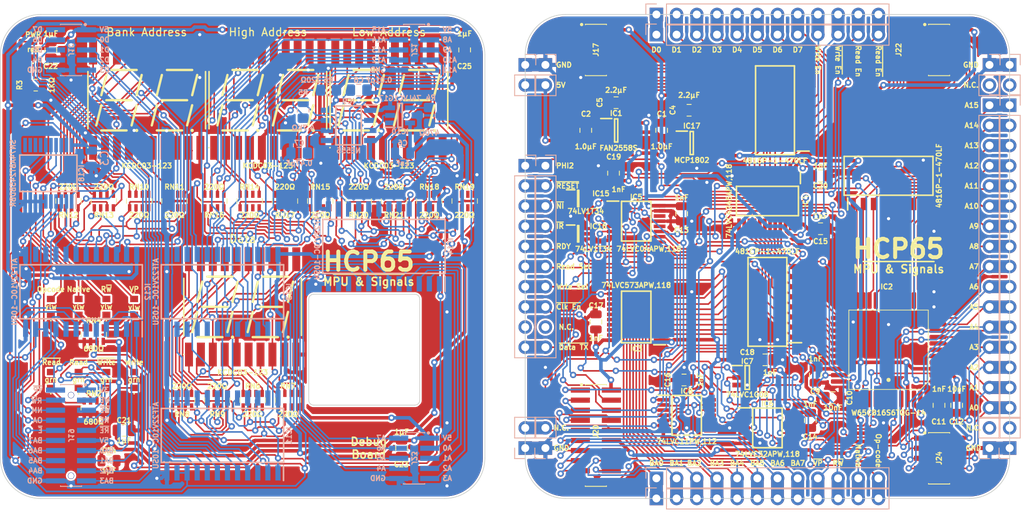
<source format=kicad_pcb>
(kicad_pcb (version 20211014) (generator pcbnew)
  (layers (0 "F.Cu" signal) (31 "B.Cu" signal) (36 "B.SilkS" user "B.Silkscreen") (37 "F.SilkS" user "F.Silkscreen") (38 "B.Mask" user) (39 "F.Mask" user) (44 "Edge.Cuts" user))
  (net 0 "")
  (net 1 "/Source 5V")
  (net 3 "/5V")
  (net 4 "/~{VP}")
  (net 5 "/RDY")
  (net 6 "/~{IRQ}")
  (net 8 "/~{NMI}")
  (net 9 "/VPA")
  (net 10 "/A0")
  (net 11 "/A1")
  (net 13 "/A2")
  (net 14 "/A3")
  (net 15 "/A4")
  (net 16 "/A5")
  (net 17 "/A6")
  (net 18 "/A7")
  (net 19 "/A8")
  (net 20 "/A9")
  (net 21 "/A10")
  (net 22 "/A11")
  (net 23 "/A12")
  (net 24 "/A13")
  (net 25 "/A14")
  (net 26 "/A15")
  (net 27 "/BA{slash}D7")
  (net 28 "/BA{slash}D6")
  (net 29 "/BA{slash}D5")
  (net 30 "/BA{slash}D4")
  (net 31 "/BA{slash}D3")
  (net 32 "/BA{slash}D2")
  (net 33 "/BA{slash}D1")
  (net 34 "/BA{slash}D0")
  (net 35 "/R~{W}")
  (net 36 "/E")
  (net 37 "/PHI2")
  (net 39 "/VDA")
  (net 40 "/~{Reset}")
  (net 41 "/BA7")
  (net 42 "/BA6")
  (net 43 "/BA5")
  (net 44 "/BA4")
  (net 45 "/BA3")
  (net 46 "/BA2")
  (net 47 "/BA1")
  (net 48 "/BA0")
  (net 49 "/D0")
  (net 50 "/D1")
  (net 51 "/D2")
  (net 52 "/D3")
  (net 53 "/D4")
  (net 54 "/D5")
  (net 55 "/D6")
  (net 56 "/D7")
  (net 57 "/~{Data Transmit}")
  (net 58 "/~{R}W")
  (net 59 "/Native Mode")
  (net 60 "/Write Enable")
  (net 61 "/~{Write Enable}")
  (net 64 "/Write Selector")
  (net 65 "/~{Clock Enable}")
  (net 66 "/Write Selector OR ~{Clock Enable}")
  (net 67 "/Valid Address")
  (net 68 "/Read Selector OR ~{Clock Enable}")
  (net 69 "/Read Selector")
  (net 71 "/Opcode Address")
  (net 72 "/Read Enable")
  (net 74 "/GND")
  (net 75 "/3.8V")
  (net 76 "Net-(C7-Pad1)")
  (net 77 "/Power LED")
  (net 78 "Net-(C8-Pad1)")
  (net 79 "Net-(DS1-Pad1)")
  (net 80 "Net-(DS1-Pad2)")
  (net 81 "/Data Display/Digit L0 Cathode")
  (net 82 "Net-(DS1-Pad4)")
  (net 83 "Net-(DS1-Pad6)")
  (net 84 "/~{Read Enable}")
  (net 85 "/~{LED Enable}_{TOP}")
  (net 86 "Net-(DS1-Pad7)")
  (net 87 "/Data Display/Digit R0 Cathode")
  (net 88 "Net-(DS1-Pad9)")
  (net 89 "Net-(DS1-Pad11)")
  (net 90 "Net-(DS1-Pad12)")
  (net 91 "Net-(DS1-Pad14)")
  (net 92 "Net-(DS1-Pad15)")
  (net 93 "Net-(DS1-Pad16)")
  (net 94 "Net-(DS1-Pad17)")
  (net 95 "Net-(DS1-Pad19)")
  (net 96 "Net-(DS1-Pad20)")
  (net 97 "Net-(DS2-Pad1)")
  (net 98 "Net-(DS2-Pad2)")
  (net 99 "Net-(DS2-Pad4)")
  (net 100 "Net-(DS2-Pad6)")
  (net 101 "Net-(DS2-Pad7)")
  (net 102 "Net-(DS2-Pad9)")
  (net 103 "Net-(DS2-Pad11)")
  (net 104 "Net-(DS2-Pad12)")
  (net 105 "Net-(DS2-Pad14)")
  (net 106 "Net-(DS2-Pad15)")
  (net 107 "Net-(DS2-Pad16)")
  (net 108 "Net-(DS2-Pad17)")
  (net 109 "Net-(DS2-Pad19)")
  (net 110 "Net-(DS2-Pad20)")
  (net 111 "Net-(DS3-Pad1)")
  (net 112 "Net-(DS3-Pad2)")
  (net 113 "Net-(DS3-Pad4)")
  (net 114 "Net-(DS3-Pad6)")
  (net 115 "Net-(DS3-Pad7)")
  (net 116 "Net-(DS3-Pad9)")
  (net 117 "Net-(DS3-Pad11)")
  (net 118 "Net-(DS3-Pad12)")
  (net 119 "Net-(DS3-Pad14)")
  (net 120 "Net-(DS3-Pad15)")
  (net 121 "Net-(DS3-Pad16)")
  (net 122 "Net-(DS3-Pad17)")
  (net 123 "Net-(DS3-Pad19)")
  (net 124 "Net-(DS3-Pad20)")
  (net 125 "Net-(DS4-Pad1)")
  (net 126 "Net-(DS4-Pad2)")
  (net 127 "Net-(DS4-Pad4)")
  (net 128 "Net-(DS4-Pad6)")
  (net 129 "Net-(DS4-Pad7)")
  (net 130 "Net-(DS4-Pad9)")
  (net 131 "Net-(DS4-Pad11)")
  (net 132 "Net-(DS4-Pad12)")
  (net 133 "Net-(DS4-Pad14)")
  (net 134 "Net-(DS4-Pad15)")
  (net 135 "Net-(DS4-Pad16)")
  (net 136 "Net-(DS4-Pad17)")
  (net 137 "Net-(DS4-Pad19)")
  (net 138 "Net-(DS4-Pad20)")
  (net 139 "Net-(IC9-Pad7)")
  (net 140 "/Clock")
  (net 141 "/LD0")
  (net 142 "/LD1")
  (net 143 "/LD2")
  (net 144 "/LD3")
  (net 145 "/LD4")
  (net 146 "/LD5")
  (net 147 "/LD6")
  (net 148 "/LD7")
  (net 149 "/~{LED Enable}")
  (net 151 "/Data Display/Digit 0 B Seg")
  (net 152 "/Data Display/Digit 0 A Seg")
  (net 153 "/Data Display/Digit 0 C Seg")
  (net 154 "/Data Display/Digit 0 F Seg")
  (net 155 "/Data Display/Digit 0 D Seg")
  (net 156 "/Data Display/Digit 0 G Seg")
  (net 157 "/Data Display/Digit 0 E Seg")
  (net 161 "Net-(LED1-Pad1)")
  (net 162 "/LA15")
  (net 163 "/LA14")
  (net 164 "/LA13")
  (net 165 "/LA12")
  (net 166 "/LA11")
  (net 167 "/LA10")
  (net 168 "/LA9")
  (net 169 "/LA8")
  (net 186 "/Bank Address Display/Digit L0 Cathode")
  (net 187 "/Bank Address Display/Digit R0 Cathode")
  (net 188 "/High Address Display/Digit L0 Cathode")
  (net 189 "/High Address Display/Digit R0 Cathode")
  (net 190 "/Low Address Display/Digit L0 Cathode")
  (net 191 "/Low Address Display/Digit R0 Cathode")
  (net 192 "/Bank Address Display/Digit 0 B Seg")
  (net 193 "/Bank Address Display/Digit 0 A Seg")
  (net 194 "/Bank Address Display/Digit 0 C Seg")
  (net 195 "/Bank Address Display/Digit 0 F Seg")
  (net 196 "/Bank Address Display/Digit 0 D Seg")
  (net 197 "/Bank Address Display/Digit 0 G Seg")
  (net 198 "/Bank Address Display/Digit 0 E Seg")
  (net 199 "/High Address Display/Digit 0 B Seg")
  (net 200 "/High Address Display/Digit 0 A Seg")
  (net 201 "/High Address Display/Digit 0 C Seg")
  (net 202 "/High Address Display/Digit 0 F Seg")
  (net 203 "/High Address Display/Digit 0 D Seg")
  (net 204 "/High Address Display/Digit 0 G Seg")
  (net 205 "/High Address Display/Digit 0 E Seg")
  (net 206 "/Low Address Display/Digit 0 B Seg")
  (net 207 "/Low Address Display/Digit 0 A Seg")
  (net 208 "/Low Address Display/Digit 0 C Seg")
  (net 209 "/Low Address Display/Digit 0 F Seg")
  (net 210 "/Low Address Display/Digit 0 D Seg")
  (net 211 "/Low Address Display/Digit 0 G Seg")
  (net 212 "/Low Address Display/Digit 0 E Seg")
  (net 215 "/3.8V_{TOP}")
  (net 216 "/GND_{TOP}")
  (net 217 "Net-(IC10-Pad2)")
  (net 218 "/5V_{TOP}")
  (net 219 "Net-(IC10-Pad4)")
  (net 220 "/LD0_{TOP}")
  (net 221 "/LD1_{TOP}")
  (net 222 "/LD2_{TOP}")
  (net 223 "/LD3_{TOP}")
  (net 224 "/LD4_{TOP}")
  (net 225 "/LD5_{TOP}")
  (net 226 "/LD6_{TOP}")
  (net 227 "/LD7_{TOP}")
  (net 228 "/LA8_{TOP}")
  (net 229 "/LA9_{TOP}")
  (net 230 "/LA10_{TOP}")
  (net 231 "/LA11_{TOP}")
  (net 232 "/LA12_{TOP}")
  (net 233 "/LA13_{TOP}")
  (net 234 "/LA14_{TOP}")
  (net 235 "/LA15_{TOP}")
  (net 236 "/A0_{TOP}")
  (net 237 "/A1_{TOP}")
  (net 238 "/A2_{TOP}")
  (net 239 "/A3_{TOP}")
  (net 240 "/A4_{TOP}")
  (net 241 "/A5_{TOP}")
  (net 242 "/A6_{TOP}")
  (net 243 "/A7_{TOP}")
  (net 244 "/BA7_{TOP}")
  (net 245 "/BA6_{TOP}")
  (net 246 "/BA5_{TOP}")
  (net 247 "/BA4_{TOP}")
  (net 248 "/BA3_{TOP}")
  (net 249 "/BA2_{TOP}")
  (net 250 "/BA1_{TOP}")
  (net 251 "/BA0_{TOP}")
  (net 252 "/~{VP}_{TOP}")
  (net 253 "/R~{W}_{TOP}")
  (net 254 "/Native Mode_{TOP}")
  (net 255 "/Opcode Address_{TOP}")
  (net 256 "Net-(LED2-Pad1)")
  (net 257 "Net-(LED3-Pad1)")
  (net 258 "Net-(LED4-Pad1)")
  (net 259 "Net-(LED5-Pad1)")
  (net 260 "Net-(LED6-Pad1)")
  (net 261 "Net-(LED7-Pad1)")
  (net 262 "Net-(LED8-Pad1)")
  (net 263 "Net-(LED9-Pad1)")
  (net 264 "Net-(IC3-Pad2)")
  (net 265 "Net-(IC3-Pad3)")
  (net 266 "Net-(IC3-Pad4)")
  (net 267 "Net-(IC3-Pad5)")
  (net 268 "Net-(IC3-Pad6)")
  (net 269 "Net-(IC3-Pad7)")
  (net 270 "Net-(IC3-Pad8)")
  (net 271 "Net-(IC3-Pad9)")
  (net 274 "/~{IRQ}^{5V}")
  (net 275 "/~{NMI}^{5V}")
  (net 276 "/~{Read Enable}_{TOP}")
  (net 277 "/Read Enable_{TOP}")
  (net 278 "/~{Write Enable}_{TOP}")
  (net 279 "/Write Enable_{TOP}")
  (net 290 "Net-(LED9-Pad2)")
  (net 291 "Net-(LED8-Pad2)")
  (net 292 "Net-(LED7-Pad2)")
  (net 293 "Net-(RN4-Pad5)")
  (footprint "SamacSys_Parts:CAY1647R0F4LF" (layer "F.Cu") (at 73.9775 98.425 180)
    (fp_text reference "RN13")
    (fp_text value "CAY16-221J4LF" hide)
  )
  (footprint "SamacSys_Parts:C_0805" (layer "F.Cu") (at 134.62 89.535)
    (fp_text reference "C2")
    (fp_text value "C_0805" hide)
  )
  (footprint "SamacSys_Parts:CAY1647R0F4LF" (layer "F.Cu") (at 119.38 98.425)
    (fp_text reference "RN19")
    (fp_text value "CAY16-221J4LF" hide)
  )
  (footprint "SamacSys_Parts:KCDC03123" (layer "F.Cu") (at 91.44 111.76)
    (fp_text reference "DS1" hide)
    (fp_text value "KCDC03-123")
  )
  (footprint "SamacSys_Parts:C_0805" (layer "F.Cu") (at 162.8775 126.0475 180)
    (fp_text reference "C14")
    (fp_text value "C_0805" hide)
  )
  (footprint "SamacSys_Parts:CAY1647R0F4LF" (layer "F.Cu") (at 101.2125 98.425)
    (fp_text reference "RN15")
    (fp_text value "CAY16-221J4LF" hide)
  )
  (footprint "SamacSys_Parts:150224BS73100A" (layer "F.Cu") (at 70.8025 111.76)
    (fp_text reference "LED8" hide)
    (fp_text value "150224YS73100A" hide)
  )
  (footprint "SamacSys_Parts:C_0805" (layer "F.Cu") (at 147.0025 120.9675 90)
    (fp_text reference "C16")
    (fp_text value "C_0805" hide)
  )
  (footprint "SamacSys_Parts:SOT65P212X110-5N" (layer "F.Cu") (at 133.6675 98.1075)
    (fp_text reference "IC15")
    (fp_text value "74LV1T34GWH" hide)
  )
  (footprint "SamacSys_Parts:CAY16-J4" (layer "F.Cu") (at 72.7075 115.2525)
    (fp_text reference "RN4")
    (fp_text value "CAY16-681J4LF" hide)
  )
  (footprint "SamacSys_Parts:SOP65P640X110-14N" (layer "F.Cu") (at 147.32 125.4125)
    (fp_text reference "IC8")
    (fp_text value "74LVC11PW,112")
  )
  (footprint "NetTie:NetTie-2_SMD_Pad0.5mm" (layer "F.Cu") (at 63.5 78.74 90)
    (fp_text reference "NT1" hide)
    (fp_text value "NetTie_2" hide)
  )
  (footprint "SamacSys_Parts:CAY1647R0F4LF" (layer "F.Cu") (at 78.4225 98.425)
    (fp_text reference "RN10")
    (fp_text value "CAY16-221J4LF" hide)
  )
  (footprint "SamacSys_Parts:SOT95P270X145-5N" (layer "F.Cu") (at 147.955 91.1225)
    (fp_text reference "IC17")
    (fp_text value "MCP1802T-5002I_OT" hide)
  )
  (footprint "SamacSys_Parts:R_0805" (layer "F.Cu") (at 65.405 83.82 90)
    (fp_text reference "R3")
    (fp_text value "R_0805" hide)
  )
  (footprint "SamacSys_Parts:C_0805" (layer "F.Cu") (at 138.1125 94.9325)
    (fp_text reference "C19")
    (fp_text value "C_0805" hide)
  )
  (footprint "SamacSys_Parts:Pin_Socket_1.27mm 2x05" (layer "F.Cu") (at 179.07 79.375)
    (fp_text reference "J22")
    (fp_text value "Conn_02x05_Counter_Clockwise")
  )
  (footprint "SamacSys_Parts:Pin_Socket_1.27mm 2x10" (layer "F.Cu") (at 135.89 127.9525)
    (fp_text reference "J20")
    (fp_text value "Conn_02x05_Counter_Clockwise")
  )
  (footprint "SamacSys_Parts:SOP65P640X110-24N" (layer "F.Cu") (at 157.48 98.425 -90)
    (fp_text reference "IC4")
    (fp_text value "74LVC4245APW,118")
  )
  (footprint "SamacSys_Parts:C_0805" (layer "F.Cu") (at 74.6125 131.1275 -90)
    (fp_text reference "C24")
    (fp_text value "C_0805" hide)
  )
  (footprint "SamacSys_Parts:CAY1647R0F4LF" (layer "F.Cu") (at 69.5325 98.425 180)
    (fp_text reference "RN12")
    (fp_text value "CAY16-221J4LF" hide)
  )
  (footprint "SamacSys_Parts:Pin_Socket_1.27mm 2x05" (layer "F.Cu") (at 179.07 130.81)
    (fp_text reference "J24")
    (fp_text value "Conn_02x05_Counter_Clockwise")
  )
  (footprint "SamacSys_Parts:SOIC127P762X240-16N" (layer "F.Cu") (at 172.72 95.25 90)
    (fp_text reference "RN3" hide)
    (fp_text value "4816P-1-470LF")
  )
  (footprint "SamacSys_Parts:C_0805" (layer "F.Cu") (at 146.685 100.0125 180)
    (fp_text reference "C13")
    (fp_text value "C_0805" hide)
  )
  (footprint "SamacSys_Parts:150224BS73100A" (layer "F.Cu") (at 67.31 111.76)
    (fp_text reference "LED9" hide)
    (fp_text value "150224YS73100A" hide)
  )
  (footprint "SamacSys_Parts:SOT65P212X110-5N" (layer "F.Cu") (at 133.6675 102.5525)
    (fp_text reference "IC16")
    (fp_text value "74LV1T34GWH" hide)
  )
  (footprint "SamacSys_Parts:CAY1647R0F4LF" (layer "F.Cu") (at 82.8675 98.425)
    (fp_text reference "RN11")
    (fp_text value "CAY16-221J4LF" hide)
  )
  (footprint "SamacSys_Parts:SOP65P640X110-20N" (layer "F.Cu") (at 140.97 113.03 180)
    (fp_text reference "IC3")
    (fp_text value "74LVC573APW,118")
  )
  (footprint "SamacSys_Parts:CAY1647R0F4LF" (layer "F.Cu") (at 97.155 123.5075)
    (fp_text reference "RN7")
    (fp_text value "CAY16-221J4LF" hide)
  )
  (footprint "SamacSys_Parts:CAY1647R0F4LF" (layer "F.Cu") (at 114.935 98.425)
    (fp_text reference "RN18")
    (fp_text value "CAY16-221J4LF" hide)
  )
  (footprint "SamacSys_Parts:Pin_Socket_1.27mm 2x05" (layer "F.Cu") (at 135.89 79.375)
    (fp_text reference "J17")
    (fp_text value "Conn_02x05_Counter_Clockwise")
  )
  (footprint "SamacSys_Parts:C_0805" (layer "F.Cu") (at 157.1625 118.4275 -90)
    (fp_text reference "C18")
    (fp_text value "C_0805" hide)
  )
  (footprint "SamacSys_Parts:150224SS73100A" (layer "F.Cu") (at 65.0875 79.375)
    (fp_text reference "LED1" hide)
    (fp_text value "150224SS73100" hide)
  )
  (footprint "SamacSys_Parts:SOIC127P762X240-16N" (layer "F.Cu") (at 158.4325 86.995 180)
    (fp_text reference "RN5" hide)
    (fp_text value "4816P-1-470LF")
  )
  (footprint "SamacSys_Parts:C_0805" (layer "F.Cu") (at 164.1475 95.25 -90)
    (fp_text reference "C20")
    (fp_text value "C_0805" hide)
  )
  (footprint "SamacSys_Parts:CAY1647R0F4LF" (layer "F.Cu") (at 96.7675 98.425 180)
    (fp_text reference "RN17")
    (fp_text value "CAY16-221J4LF" hide)
  )
  (footprint "SamacSys_Parts:150224VS73100A" (layer "F.Cu") (at 77.7875 120.9675)
    (fp_text reference "LED2" hide)
    (fp_text value "150224VS73100A" hide)
  )
  (footprint "SamacSys_Parts:C_0805" (layer "F.Cu") (at 67.31 79.375 180)
    (fp_text reference "C22")
    (fp_text value "C_0805" hide)
  )
  (footprint "SamacSys_Parts:C_0805" (layer "F.Cu") (at 144.1635 89.535)
    (fp_text reference "C1")
    (fp_text value "C_0805" hide)
  )
  (footprint "SamacSys_Parts:C_0805" (layer "F.Cu") (at 165.735 123.19 -90)
    (fp_text reference "C10")
    (fp_text value "C_0805" hide)
  )
  (footprint "SamacSys_Parts:C_0805" (layer "F.Cu") (at 76.5175 127.3175 -90)
    (fp_text reference "C21")
    (fp_text value "C_0805" hide)
  )
  (footprint "SamacSys_Parts:KCDC03123" (layer "F.Cu") (at 79.375 85.725)
    (fp_text reference "DS2" hide)
    (fp_text value "KCDC03-123")
  )
  (footprint "SamacSys_Parts:SOT95P275X110-5N" (layer "F.Cu") (at 154.94 120.65)
    (fp_text reference "IC7")
    (fp_text value "74LVC1G08GV,125" hide)
  )
  (footprint "SamacSys_Parts:C_0805" (layer "F.Cu") (at 163.5125 120.3325 180)
    (fp_text reference "C9")
    (fp_text value "C_0805" hide)
  )
  (footprint "SamacSys_Parts:C_0805" (layer "F.Cu") (at 179.07 124.1425 180)
    (fp_text reference "C11")
    (fp_text value "C_0805" hide)
  )
  (footprint "SamacSys_Parts:C_0805" (layer "F.Cu") (at 135.89 113.665)
    (fp_text reference "C17")
    (fp_text value "C_0805" hide)
  )
  (footprint "SamacSys_Parts:150224BS73100A" (layer "F.Cu") (at 74.295 111.76)
    (fp_text reference "LED7" hide)
    (fp_text value "150224YS73100A" hide)
  )
  (footprint "SamacSys_Parts:CAY1647R0F4LF" (layer "F.Cu") (at 110.49 98.425 180)
    (fp_text reference "RN21")
    (fp_text value "CAY16-221J4LF" hide)
  )
  (footprint "SamacSys_Parts:CAY1647R0F4LF" (layer "F.Cu") (at 83.82 123.5075 180)
    (fp_text reference "RN8")
    (fp_text value "CAY16-221J4LF" hide)
  )
  (footprint "SamacSys_Parts:SOT95P270X145-5N" (layer "F.Cu") (at 138.4485 89.535)
    (fp_text reference "IC1")
    (fp_text value "FAN2558S38X" hide)
  )
  (footprint "SamacSys_Parts:CAY1647R0F4LF" (layer "F.Cu") (at 106.045 98.425 180)
    (fp_text reference "RN20")
    (fp_text value "CAY16-221J4LF" hide)
  )
  (footprint "SamacSys_Parts:C_0805" (layer "F.Cu") (at 147.6375 86.995 90)
    (fp_text reference "C4")
    (fp_text value "C_0805" hide)
  )
  (footprint "SamacSys_Parts:C_0805" (layer "F.Cu") (at 111.4425 129.54 180)
    (fp_text reference "C23")
    (fp_text value "C_0805" hide)
  )
  (footprint "SamacSys_Parts:150224VS73100A" (layer "F.Cu") (at 74.295 120.9675)
    (fp_text reference "LED4" hide)
    (fp_text value "150224VS73100A" hide)
  )
  (footprint "SamacSys_Parts:C_0805" (layer "F.Cu") (at 138.4485 86.0425 90)
    (fp_text reference "C5")
    (fp_text value "C_0805" hide)
  )
  (footprint "SamacSys_Parts:CAY1647R0F4LF" (layer "F.Cu") (at 87.8775 98.425 180)
    (fp_text reference "RN16")
    (fp_text value "CAY16-221J4LF" hide)
  )
  (footprint "SamacSys_Parts:KCDC03123" (layer "F.Cu") (at 94.615 85.725)
    (fp_text reference "DS3" hide)
    (fp_text value "KCDC03-123")
  )
  (footprint "SamacSys_Parts:CAY1647R0F4LF" (layer "F.Cu") (at 92.3225 98.425)
    (fp_text reference "RN14")
    (fp_text value "CAY16-221J4LF" hide)
  )
  (footprint "SamacSys_Parts:C_0805" (layer "F.Cu") (at 181.2925 124.1425 180)
    (fp_text reference "C12")
    (fp_text value "C_0805" hide)
  )
  (footprint "SamacSys_Parts:CAY1647R0F4LF" (layer "F.Cu") (at 88.265 123.5075 180)
    (fp_text reference "RN9")
    (fp_text value "CAY16-221J4LF" hide)
  )
  (footprint "SamacSys_Parts:CAY1647R0F4LF" (layer "F.Cu") (at 92.71 123.5075)
    (fp_text reference "RN6")
    (fp_text value "CAY16-221J4LF" hide)
  )
  (footprint "SamacSys_Parts:150224VS73100A" (layer "F.Cu") (at 70.8025 120.9675)
    (fp_text reference "LED5" hide)
    (fp_text value "150224VS73100A" hide)
  )
  (footprint "SamacSys_Parts:CAY16-J4" (layer "F.Cu") (at 72.7075 124.46)
    (fp_text reference "RN2")
    (fp_text value "CAY16-681J4LF" hide)
  )
  (footprint "SamacSys_Parts:C_0805" (layer "F.Cu") (at 164.1475 101.9175 -90)
    (fp_text reference "C15")
    (fp_text value "C_0805" hide)
  )
  (footprint "SamacSys_Parts:SOP65P640X110-14N" (layer "F.Cu") (at 140.97 100.965)
    (fp_text reference "IC5")
    (fp_text value "74LVC04APW,118")
  )
  (footprint "SamacSys_Parts:150224BS73100A" (layer "F.Cu") (at 77.7875 111.76 180)
    (fp_text reference "LED3" hide)
    (fp_text value "150224YS73100A" hide)
  )
  (footprint "SamacSys_Parts:C_0805" (layer "F.Cu") (at 119.38 79.375 180)
    (fp_text reference "C25")
    (fp_text value "C_0805" hide)
  )
  (footprint "SamacSys_Parts:SOP65P640X110-14N" (layer "F.Cu") (at 157.48 127)
    (fp_text reference "IC6")
    (fp_text value "74LVC32APW,118")
  )
  (footprint "SamacSys_Parts:150224VS73100A" (layer "F.Cu") (at 67.31 120.9675)
    (fp_text reference "LED6" hide)
    (fp_text value "150224VS73100A" hide)
  )
  (footprint "SamacSys_Parts:SOIC127P762X240-16N" (layer "F.Cu") (at 157.48 111.125 180)
    (fp_text reference "RN1" hide)
    (fp_text value "4816P-1-470LF")
  )
  (footprint "SamacSys_Parts:KCDC03123" (layer "F.Cu") (at 109.855 85.725)
    (fp_text reference "DS4" hide)
    (fp_text value "KCDC03-123")
  )
  (footprint "SamacSys_Parts:W65C816 PLCC 0.8mm 44 Pin" (layer "F.Cu") (at 172.72 117.1575 180)
    (fp_text reference "IC2")
    (fp_text value "W65C816S6TQG-14")
  )
  (footprint "Connector_PinHeader_2.54mm:PinHeader_1x12_P2.54mm_Vertical" (layer "B.Cu") (at 143.51 133.35 -90)
    (fp_text reference "J15" hide)
    (fp_text value "Conn_01x16_Male" hide)
  )
  (footprint "SamacSys_Parts:SOIC127P1032X265-24N" (layer "B.Cu") (at 88.9 127.9525 90)
    (fp_text reference "IC11")
    (fp_text value "ATF22V10C-10SU")
  )
  (footprint "Resistor_SMD:R_0805_2012Metric_Pad1.20x1.40mm_HandSolder" (layer "B.Cu") (at 99.06 86.995 -90)
    (fp_text reference "R5")
    (fp_text value "R_Small" hide)
  )
  (footprint "Connector_PinHeader_2.54mm:PinHeader_1x02_P2.54mm_Vertical" (layer "B.Cu") (at 187.96 129.54)
    (fp_text reference "J8" hide)
    (fp_text value "Conn_01x02_Male" hide)
  )
  (footprint "SamacSys_Parts:C_0805" (layer "B.Cu") (at 111.590996 92.3925 -90)
    (fp_text reference "C6")
    (fp_text value "C_0805" hide)
  )
  (footprint "Connector_PinHeader_2.54mm:PinHeader_1x02_P2.54mm_Vertical" (layer "B.Cu") (at 185.42 81.28 180)
    (fp_text reference "J9" hide)
    (fp_text value "Conn_01x02_Male" hide)
  )
  (footprint "Connector_PinHeader_2.54mm:PinHeader_1x02_P2.54mm_Vertical" (layer "B.Cu") (at 129.54 129.54)
    (fp_text reference "J2" hide)
    (fp_text value "Conn_01x02_Male" hide)
  )
  (footprint "SamacSys_Parts:SOIC127P1032X265-24N" (layer "B.Cu") (at 109.22 104.14 90)
    (fp_text reference "IC14")
    (fp_text value "ATF22V10C-10SU")
  )
  (footprint "SamacSys_Parts:Pin_Header_1.27mm 2x05" (layer "B.Cu") (at 69.850008 79.375 180)
    (fp_text reference "J18")
    (fp_text value "Conn_02x05_Counter_Clockwise")
  )
  (footprint "Connector_PinHeader_2.54mm:PinHeader_1x02_P2.54mm_Vertical" (layer "B.Cu") (at 187.96 81.28 180)
    (fp_text reference "J6" hide)
    (fp_text value "Conn_01x02_Male" hide)
  )
  (footprint "Connector_PinHeader_2.54mm:PinHeader_1x12_P2.54mm_Vertical" (layer "B.Cu") (at 143.51 77.47 -90)
    (fp_text reference "J13" hide)
    (fp_text value "Conn_01x08_Male" hide)
  )
  (footprint "SamacSys_Parts:Pin_Header_1.27mm 2x05" (layer "B.Cu") (at 113.030008 130.81 180)
    (fp_text reference "J23")
    (fp_text value "SamacSys_Parts:Pin_Header_1.27mm 2x05")
  )
  (footprint "SamacSys_Parts:SOP65P780X200-20N" (layer "B.Cu") (at 66.9925 94.9325 90)
    (fp_text reference "IC18")
    (fp_text value "SN74ABT245BDBR")
  )
  (footprint "SamacSys_Parts:Pin_Header_1.27mm 2x10" (layer "B.Cu") (at 69.850008 127.9525 180)
    (fp_text reference "J19")
    (fp_text value "SamacSys_Parts:Pin_Header_1.27mm 2x05")
  )
  (footprint "Resistor_SMD:R_0805_2012Metric_Pad1.20x1.40mm_HandSolder" (layer "B.Cu") (at 102.235 84.455)
    (fp_text reference "R6")
    (fp_text value "R_Small")
  )
  (footprint "Connector_PinHeader_2.54mm:PinHeader_1x02_P2.54mm_Vertical" (layer "B.Cu") (at 185.42 129.54)
    (fp_text reference "J10" hide)
    (fp_text value "Conn_01x02_Male" hide)
  )
  (footprint "Resistor_SMD:R_0805_2012Metric_Pad1.20x1.40mm_HandSolder" (layer "B.Cu") (at 114.935 87.64 90)
    (fp_text reference "R4")
    (fp_text value "R_Small")
  )
  (footprint "SamacSys_Parts:SOIC127P600X175-8N" (layer "B.Cu") (at 104.774996 88.9 180)
    (fp_text reference "IC9")
    (fp_text value "NE555DRG4" hide)
  )
  (footprint "Connector_PinHeader_2.54mm:PinHeader_1x16_P2.54mm_Vertical" (layer "B.Cu") (at 187.96 86.36 180)
    (fp_text reference "J7" hide)
    (fp_text value "Conn_01x16_Male" hide)
  )
  (footprint "Capacitor_SMD:C_0805_2012Metric_Pad1.18x1.45mm_HandSolder" (layer "B.Cu") (at 98.554996 92.3925 180)
    (fp_text reference "C7")
    (fp_text value "C_Small" hide)
  )
  (footprint "Connector_PinHeader_2.54mm:PinHeader_1x02_P2.54mm_Vertical" (layer "B.Cu") (at 127 81.28 180)
    (fp_text reference "J3" hide)
    (fp_text value "Conn_01x02_Male" hide)
  )
  (footprint "SamacSys_Parts:SOT95P275X110-5N" (layer "B.Cu") (at 111.254996 87.64)
    (fp_text reference "IC10")
    (fp_text value "74LVC1G17GV,125" hide)
  )
  (footprint "Connector_PinHeader_2.54mm:PinHeader_1x02_P2.54mm_Vertical" (layer "B.Cu") (at 129.54 81.28 180)
    (fp_text reference "J1" hide)
    (fp_text value "Conn_01x02_Male" hide)
  )
  (footprint "SamacSys_Parts:SOIC127P1032X265-24N" (layer "B.Cu") (at 71.12 109.855 90)
    (fp_text reference "IC12")
    (fp_text value "ATF22V10C-10SU")
  )
  (footprint "Capacitor_SMD:C_0805_2012Metric_Pad1.18x1.45mm_HandSolder" (layer "B.Cu") (at 106.045 84.455)
    (fp_text reference "C8")
    (fp_text value "C_Small")
  )
  (footprint "Capacitor_SMD:C_0805_2012Metric" (layer "B.Cu") (at 72.39 93.0275 90)
    (fp_text reference "C3")
    (fp_text value "C_Small")
  )
  (footprint "SamacSys_Parts:Pin_Header_1.27mm 2x05" (layer "B.Cu") (at 113.030008 79.375 180)
    (fp_text reference "J21")
    (fp_text value "SamacSys_Parts:Pin_Header_1.27mm 2x05")
  )
  (footprint "Connector_PinHeader_2.54mm:PinHeader_1x12_P2.54mm_Vertical" (layer "B.Cu") (at 143.51 135.89 -90)
    (fp_text reference "J16" hide)
    (fp_text value "Conn_01x12_Male" hide)
  )
  (footprint "Connector_PinHeader_2.54mm:PinHeader_1x10_P2.54mm_Vertical" (layer "B.Cu") (at 129.54 93.98 180)
    (fp_text reference "J11" hide)
    (fp_text value "Conn_01x10_Male" hide)
  )
  (footprint "Connector_PinHeader_2.54mm:PinHeader_1x12_P2.54mm_Vertical" (layer "B.Cu") (at 143.51 74.93 -90)
    (fp_text reference "J14" hide)
    (fp_text value "Conn_01x12_Male" hide)
  )
  (footprint "SamacSys_Parts:SOIC127P1032X265-24N" (layer "B.Cu") (at 88.9 109.855 90)
    (fp_text reference "IC13")
    (fp_text value "ATF22V10C-10SU")
  )
  (footprint "Connector_PinHeader_2.54mm:PinHeader_1x02_P2.54mm_Vertical" (layer "B.Cu") (at 127 129.54)
    (fp_text reference "J5" hide)
    (fp_text value "Conn_01x02_Male" hide)
  )
  (footprint "Connector_PinHeader_2.54mm:PinHeader_1x10_P2.54mm_Vertical" (layer "B.Cu") (at 127 93.98 180)
    (fp_text reference "J4" hide)
    (fp_text value "Conn_01x10_Male" hide)
  )
  (footprint "Connector_PinHeader_2.54mm:PinHeader_1x16_P2.54mm_Vertical" (layer "B.Cu") (at 185.42 86.36 180)
    (fp_text reference "J12" hide)
    (fp_text value "Conn_01x16_Male" hide)
  )
  (gr_line (start 169.545 106.045) (end 178.435 106.045) (layer "F.SilkS") (width 0.2))
  (gr_line (start 102.87 107.6325) (end 111.76 107.6325) (layer "F.SilkS") (width 0.2))
  (gr_line (start 113.095008 124.135004) (end 100.395008 124.135004) (layer "Edge.Cuts") (width 0.1))
  (gr_line (start 187.96 80.01) (end 187.96 130.81) (layer "Edge.Cuts") (width 0.1))
  (gr_arc (start 99.760004 110.8) (mid 99.945992 110.350987) (end 100.395005 110.164996) (layer "Edge.Cuts") (width 0.1))
  (gr_arc (start 182.88 74.93) (mid 186.472102 76.417898) (end 187.96 80.01) (layer "Edge.Cuts") (width 0.1))
  (gr_line (start 132.079992 74.93) (end 182.88 74.93) (layer "Edge.Cuts") (width 0.1))
  (gr_line (start 99.760004 123.5) (end 99.760004 110.8) (layer "Edge.Cuts") (width 0.1))
  (gr_arc (start 66.040004 135.89) (mid 62.447902 134.402102) (end 60.960004 130.81) (layer "Edge.Cuts") (width 0.1))
  (gr_arc (start 113.095008 110.164996) (mid 113.54402 110.350985) (end 113.730012 110.799997) (layer "Edge.Cuts") (width 0.1))
  (gr_line (start 182.88 135.89) (end 132.08 135.89) (layer "Edge.Cuts") (width 0.1))
  (gr_line (start 126.999992 130.81) (end 126.999996 80.01) (layer "Edge.Cuts") (width 0.1))
  (gr_arc (start 132.08 135.89) (mid 128.487898 134.402102) (end 127 130.81) (layer "Edge.Cuts") (width 0.1))
  (gr_line (start 100.395005 110.164996) (end 113.095005 110.164996) (layer "Edge.Cuts") (width 0.1))
  (gr_line (start 121.920004 130.81) (end 121.920004 80.01) (layer "Edge.Cuts") (width 0.1))
  (gr_arc (start 100.395008 124.135004) (mid 99.945991 123.949018) (end 99.760004 123.500003) (layer "Edge.Cuts") (width 0.1))
  (gr_line (start 113.730012 110.8) (end 113.730012 123.5) (layer "Edge.Cuts") (width 0.1))
  (gr_arc (start 60.96 80.01) (mid 62.447897 76.417896) (end 66.04 74.93) (layer "Edge.Cuts") (width 0.1))
  (gr_line (start 66.039996 74.93) (end 116.840004 74.93) (layer "Edge.Cuts") (width 0.1))
  (gr_line (start 60.96 80.01) (end 60.960004 130.81) (layer "Edge.Cuts") (width 0.1))
  (gr_arc (start 126.999996 80.01) (mid 128.487893 76.417896) (end 132.079996 74.93) (layer "Edge.Cuts") (width 0.1))
  (gr_line (start 116.840004 135.89) (end 66.040004 135.89) (layer "Edge.Cuts") (width 0.1))
  (gr_arc (start 121.920004 130.81) (mid 120.432106 134.402102) (end 116.840004 135.89) (layer "Edge.Cuts") (width 0.1))
  (gr_arc (start 187.96 130.81) (mid 186.472102 134.402102) (end 182.88 135.89) (layer "Edge.Cuts") (width 0.1))
  (gr_arc (start 113.730012 123.5) (mid 113.544025 123.949016) (end 113.095011 124.135004) (layer "Edge.Cuts") (width 0.1))
  (gr_arc (start 116.840004 74.93) (mid 120.432106 76.417898) (end 121.920004 80.01) (layer "Edge.Cuts") (width 0.1))
  (gr_text "D2" (at 73.3425 80.645) (layer "B.SilkS") (effects (font (size 0.635 0.635)) (justify right mirror)))
  (gr_text "BA3" (at 73.3425 133.6675) (layer "B.SilkS") (effects (font (size 0.635 0.635)) (justify right mirror)))
  (gr_text "A2" (at 116.5225 132.08) (layer "B.SilkS") (effects (font (size 0.635 0.635)) (justify right mirror)))
  (gr_text "BA6" (at 66.3575 129.8575) (layer "B.SilkS") (effects (font (size 0.635 0.635)) (justify left mirror)))
  (gr_text "GND" (at 109.5375 81.915) (layer "B.SilkS") (effects (font (size 0.635 0.635)) (justify left mirror)))
  (gr_text "5V" (at 73.3425 76.835) (layer "B.SilkS") (effects (font (size 0.635 0.635)) (justify right mirror)))
  (gr_text "A5" (at 109.5375 130.81) (layer "B.SilkS") (effects (font (size 0.635 0.635)) (justify left mirror)))
  (gr_text "D5" (at 66.3575 79.375) (layer "B.SilkS") (effects (font (size 0.635 0.635)) (justify left mirror)))
  (gr_text "A13" (at 109.5375 79.375) (layer "B.SilkS") (effects (font (size 0.635 0.635)) (justify left mirror)))
  (gr_text "NM" (at 66.3575 124.7775) (layer "B.SilkS") (effects (font (size 0.635 0.635)) (justify left mirror)))
  (gr_text "A15" (at 109.5375 76.835) (layer "B.SilkS") (effects (font (size 0.635 0.635)) (justify left mirror)))
  (gr_text "RE" (at 73.3425 126.0475) (layer "B.SilkS") (effects (font (size 0.635 0.635)) (justify right mirror)))
  (gr_text "A11" (at 116.5225 81.915) (layer "B.SilkS") (effects (font (size 0.635 0.635)) (justify right mirror)))
  (gr_text "GND" (at 66.3575 133.6675) (layer "B.SilkS") (effects (font (size 0.635 0.635)) (justify left mirror)))
  (gr_text "D4" (at 66.3575 80.645) (layer "B.SilkS") (effects (font (size 0.635 0.635)) (justify left mirror)))
  (gr_text "~{VP}" (at 66.3575 122.2375) (layer "B.SilkS") (effects (font (size 0.635 0.635)) (justify left mirror)))
  (gr_text "A7" (at 109.5375 128.27) (layer "B.SilkS") (effects (font (size 0.635 0.635)) (justify left mirror)))
  (gr_text "A4" (at 109.5375 132.08) (layer "B.SilkS") (effects (font (size 0.635 0.635)) (justify left mirror)))
  (gr_text "BA4" (at 66.3575 132.3975) (layer "B.SilkS") (effects (font (size 0.635 0.635)) (justify left mirror)))
  (gr_text "BA0" (at 73.3425 129.8575) (layer "B.SilkS") (effects (font (size 0.635 0.635)) (justify right mirror)))
  (gr_text "A6" (at 109.5375 129.54) (layer "B.SilkS") (effects (font (size 0.635 0.635)) (justify left mirror)))
  (gr_text "5V" (at 116.5225 128.27) (layer "B.SilkS") (effects (font (size 0.635 0.635)) (justify right mirror)))
  (gr_text "5V" (at 116.5225 76.835) (layer "B.SilkS") (effects (font (size 0.635 0.635)) (justify right mirror)))
  (gr_text "A3" (at 116.5225 133.35) (layer "B.SilkS") (effects (font (size 0.635 0.635)) (justify right mirror)))
  (gr_text "~{E}" (at 66.3575 127.3175) (layer "B.SilkS") (effects (font (size 0.635 0.635)) (justify left mirror)))
  (gr_text "D1" (at 73.3425 79.375) (layer "B.SilkS") (effects (font (size 0.635 0.635)) (justify right mirror)))
  (gr_text "3V" (at 73.3425 122.2375) (layer "B.SilkS") (effects (font (size 0.635 0.635)) (justify right mirror)))
  (gr_text "A9" (at 116.5225 79.375) (layer "B.SilkS") (effects (font (size 0.635 0.635)) (justify right mirror)))
  (gr_text "D7" (at 66.3575 76.835) (layer "B.SilkS") (effects (font (size 0.635 0.635)) (justify left mirror)))
  (gr_text "OA" (at 66.3575 126.0475) (layer "B.SilkS") (effects (font (size 0.635 0.635)) (justify left mirror)))
  (gr_text "~{RE}" (at 73.3425 127.3175) (layer "B.SilkS") (effects (font (size 0.635 0.635)) (justify right mirror)))
  (gr_text "A14" (at 109.5375 78.105) (layer "B.SilkS") (effects (font (size 0.635 0.635)) (justify left mirror)))
  (gr_text "GND" (at 109.5375 133.35) (layer "B.SilkS") (effects (font (size 0.635 0.635)) (justify left mirror)))
  (gr_text "BA1" (at 73.3425 131.1275) (layer "B.SilkS") (effects (font (size 0.635 0.635)) (justify right mirror)))
  (gr_text "5V" (at 73.3425 128.5875) (layer "B.SilkS") (effects (font (size 0.635 0.635)) (justify right mirror)))
  (gr_text "D3" (at 73.3425 81.915) (layer "B.SilkS") (effects (font (size 0.635 0.635)) (justify right mirror)))
  (gr_text "BA5" (at 66.3575 131.1275) (layer "B.SilkS") (effects (font (size 0.635 0.635)) (justify left mirror)))
  (gr_text "A12" (at 109.5375 80.645) (layer "B.SilkS") (effects (font (size 0.635 0.635)) (justify left mirror)))
  (gr_text "A1" (at 116.5225 130.81) (layer "B.SilkS") (effects (font (size 0.635 0.635)) (justify right mirror)))
  (gr_text "A0" (at 116.5225 129.54) (layer "B.SilkS") (effects (font (size 0.635 0.635)) (justify right mirror)))
  (gr_text "BA7" (at 66.3575 128.5875) (layer "B.SilkS") (effects (font (size 0.635 0.635)) (justify left mirror)))
  (gr_text "GND" (at 66.3575 81.915) (layer "B.SilkS") (effects (font (size 0.635 0.635)) (justify left mirror)))
  (gr_text "D6" (at 66.3575 78.105) (layer "B.SilkS") (effects (font (size 0.635 0.635)) (justify left mirror)))
  (gr_text "~{WE}" (at 73.3425 124.7775) (layer "B.SilkS") (effects (font (size 0.635 0.635)) (justify right mirror)))
  (gr_text "D0" (at 73.3425 78.105) (layer "B.SilkS") (effects (font (size 0.635 0.635)) (justify right mirror)))
  (gr_text "WE" (at 73.3425 123.5075) (layer "B.SilkS") (effects (font (size 0.635 0.635)) (justify right mirror)))
  (gr_text "R~{W}" (at 66.311817 123.583848) (layer "B.SilkS") (effects (font (size 0.635 0.635)) (justify left mirror)))
  (gr_text "BA2" (at 73.3425 132.3975) (layer "B.SilkS") (effects (font (size 0.635 0.635)) (justify right mirror)))
  (gr_text "A10" (at 116.5225 80.645) (layer "B.SilkS") (effects (font (size 0.635 0.635)) (justify right mirror)))
  (gr_text "A8" (at 116.5225 78.105) (layer "B.SilkS") (effects (font (size 0.635 0.635)) (justify right mirror)))
  (gr_text "Write" (at 77.7875 118.745) (layer "F.SilkS") (effects (font (size 0.635 0.635))))
  (gr_text "GND" (at 130.4925 129.54) (layer "F.SilkS") (effects (font (size 0.635 0.635)) (justify left)))
  (gr_text "~{Wrte En}" (at 166.37 78.74 270) (layer "F.SilkS") (effects (font (size 0.635 0.635)) (justify left)))
  (gr_text "Native" (at 168.91 130.4925 270) (layer "F.SilkS") (effects (font (size 0.635 0.635))))
  (gr_text "A8" (at 184.15 104.14) (layer "F.SilkS") (effects (font (size 0.635 0.635)) (justify right)))
  (gr_text "~{RESET}" (at 130.81 96.52) (layer "F.SilkS") (effects (font (size 0.635 0.635)) (justify left)))
  (gr_text "A13" (at 184.15 91.44) (layer "F.SilkS") (effects (font (size 0.635 0.635)) (justify right)))
  (gr_text "PWR" (at 65.0875 77.47) (layer "F.SilkS") (effects (font (size 0.635 0.635))))
  (gr_text "A5" (at 184.15 111.76) (layer "F.SilkS") (effects (font (size 0.635 0.635)) (justify right)))
  (gr_text "D1" (at 146.05 79.375) (layer "F.SilkS") (effects (font (size 0.635 0.635))))
  (gr_text "D6" (at 158.75 79.375) (layer "F.SilkS") (effects (font (size 0.635 0.635))))
  (gr_text "Read Sel" (at 130.81 106.68) (layer "F.SilkS") (effects (font (size 0.635 0.635)) (justify left)))
  (gr_text "Opcode" (at 67.31 109.5375) (layer "F.SilkS") (effects (font (size 0.635 0.635))))
  (gr_text "~{NI}" (at 130.81 99.06) (layer "F.SilkS") (effects (font (size 0.635 0.635)) (justify left)))
  (gr_text "BA5" (at 156.21 131.445) (layer "F.SilkS") (effects (font (size 0.635 0.635))))
  (gr_text "Low Address" (at 109.855 77.1525) (layer "F.SilkS") (effects (font (size 1 1))))
  (gr_text "D2" (at 148.59 79.375) (layer "F.SilkS") (effects (font (size 0.635 0.635))))
  (gr_text "A1" (at 184.15 121.92) (layer "F.SilkS") (effects (font (size 0.635 0.635)) (justify right)))
  (gr_text "Data" (at 91.44 103.1875) (layer "F.SilkS") (effects (font (size 1 1))))
  (gr_text "BA0" (at 143.51 131.445) (layer "F.SilkS") (effects (font (size 0.635 0.635))))
  (gr_text "~{IR}" (at 130.81 101.6) (layer "F.SilkS") (effects (font (size 0.635 0.635)) (justify left)))
  (gr_text "A7" (at 184.15 106.68) (layer "F.SilkS") (effects (font (size 0.635 0.635)) (justify right)))
  (gr_text "A3" (at 184.15 116.84) (layer "F.SilkS") (effects (font (size 0.635 0.635)) (justify right)))
  (gr_text "A6" (at 184.15 109.22) (layer "F.SilkS") (effects (font (size 0.635 0.635)) (justify right)))
  (gr_text "BA2" (at 148.2725 131.445) (layer "F.SilkS") (effects (font (size 0.635 0.635))))
  (gr_text "BA6" (at 158.75 131.445) (layer "F.SilkS") (effects (font (size 0.635 0.635))))
  (gr_text "Op-code" (at 171.45 129.8575 270) (layer "F.SilkS") (effects (font (size 0.635 0.635))))
  (gr_text "HCP65" (at 173.99 104.4575) (layer "F.SilkS") (effects (font (size 2.3 2.3) (thickness 0.5))))
  (gr_text "~{Read}" (at 67.39 118.745) (layer "F.SilkS") (effects (font (size 0.635 0.635))))
  (gr_text "GND" (at 184.15 81.28) (layer "F.SilkS") (effects (font (size 0.635 0.635)) (justify right)))
  (gr_text "D3" (at 151.13 79.375) (layer "F.SilkS") (effects (font (size 0.635 0.635))))
  (gr_text "MPU & Signals" (at 173.99 106.9975) (layer "F.SilkS") (effects (font (size 1 1) (thickness 0.2))))
  (gr_text "Debug\nBoard" (at 107.315 129.54) (layer "F.SilkS") (effects (font (size 1 1) (thickness 0.2))))
  (gr_text "Wrte En" (at 163.83 78.74 270) (layer "F.SilkS") (effects (font (size 0.635 0.635)) (justify left)))
  (gr_text "Bank Address" (at 79.375 77.1525) (layer "F.SilkS") (effects (font (size 1 1))))
  (gr_text "D4" (at 153.67 79.375) (layer "F.SilkS") (effects (font (size 0.635 0.635))))
  (gr_text "A14" (at 184.15 88.9) (layer "F.SilkS") (effects (font (size 0.635 0.635)) (justify right)))
  (gr_text "BA4" (at 153.67 131.445) (layer "F.SilkS") (effects (font (size 0.635 0.635))))
  (gr_text "HCP65" (at 107.315 106.045) (layer "F.SilkS") (effects (font (size 2.3 2.3) (thickness 0.5))))
  (gr_text "Read En" (at 168.91 78.74 270) (layer "F.SilkS") (effects (font (size 0.635 0.635)) (justify left)))
  (gr_text "GND" (at 184.4675 129.54) (layer "F.SilkS") (effects (font (size 0.635 0.635)) (justify right)))
  (gr_text "~{Data TX}" (at 131.1275 116.84) (layer "F.SilkS") (effects (font (size 0.635 0.635)) (justify left)))
  (gr_text "VP" (at 77.7875 109.5375) (layer "F.SilkS") (effects (font (size 0.635 0.635))))
  (gr_text "~{Clk En}" (at 130.81 111.76) (layer "F.SilkS") (effects (font (size 0.635 0.635)) (justify left)))
  (gr_text "A10" (at 184.15 99.06) (layer "F.SilkS") (effects (font (size 0.635 0.635)) (justify right)))
  (gr_text "A4" (at 184.15 114.3) (layer "F.SilkS") (effects (font (size 0.635 0.635)) (justify right)))
  (gr_text "MPU & Signals" (at 107.315 108.585) (layer "F.SilkS") (effects (font (size 1 1) (thickness 0.2))))
  (gr_text "A2" (at 184.15 119.38) (layer "F.SilkS") (effects (font (size 0.635 0.635)) (justify right)))
  (gr_text "A0" (at 184.15 124.46) (layer "F.SilkS") (effects (font (size 0.635 0.635)) (justify right)))
  (gr_text "A12" (at 184.15 93.98) (layer "F.SilkS") (effects (font (size 0.635 0.635)) (justify right)))
  (gr_text "N.C." (at 130.4925 127) (layer "F.SilkS") (effects (font (size 0.635 0.635)) (justify left)))
  (gr_text "A9" (at 184.15 101.6) (layer "F.SilkS") (effects (font (size 0.635 0.635)) (justify right)))
  (gr_text "Read" (at 70.8025 118.745) (layer "F.SilkS") (effects (font (size 0.635 0.635))))
  (gr_text "D5" (at 156.21 79.375) (layer "F.SilkS") (effects (font (size 0.635 0.635))))
  (gr_text "A15" (at 184.15 86.36) (layer "F.SilkS") (effects (font (size 0.635 0.635)) (justify right)))
  (gr_text "RDY" (at 130.81 104.14) (layer "F.SilkS") (effects (font (size 0.635 0.635)) (justify left)))
  (gr_text "BA1" (at 146.05 131.445) (layer "F.SilkS") (effects (font (size 0.635 0.635))))
  (gr_text "N.C." (at 184.15 83.82) (layer "F.SilkS") (effects (font (size 0.635 0.635)) (justify right)))
  (gr_text "N.C." (at 184.4675 127) (layer "F.SilkS") (effects (font (size 0.635 0.635)) (justify right)))
  (gr_text "~{VP}" (at 163.83 131.445) (layer "F.SilkS") (effects (font (size 0.635 0.635))))
  (gr_text "~{Read En}" (at 171.45 78.74 270) (layer "F.SilkS") (effects (font (size 0.635 0.635)) (justify left)))
  (gr_text "High Address" (at 94.615 77.1525) (layer "F.SilkS") (effects (font (size 1 1))))
  (gr_text "BA7" (at 161.29 131.445) (layer "F.SilkS") (effects (font (size 0.635 0.635))))
  (gr_text "R~{W}" (at 166.37 131.445) (layer "F.SilkS") (effects (font (size 0.635 0.635))))
  (gr_text "D7" (at 161.29 79.375) (layer "F.SilkS") (effects (font (size 0.635 0.635))))
  (gr_text "GND" (at 130.81 81.28) (layer "F.SilkS") (effects (font (size 0.635 0.635)) (justify left)))
  (gr_text "A11" (at 184.15 96.52) (layer "F.SilkS") (effects (font (size 0.635 0.635)) (justify right)))
  (gr_text "BA3" (at 151.13 131.445) (layer "F.SilkS") (effects (font (size 0.635 0.635))))
  (gr_text "R~{W}" (at 74.295 109.5375) (layer "F.SilkS") (effects (font (size 0.635 0.635))))
  (gr_text "N.C." (at 131.1275 114.3) (layer "F.SilkS") (effects (font (size 0.635 0.635)) (justify left)))
  (gr_text "Native" (at 70.8025 109.5375) (layer "F.SilkS") (effects (font (size 0.635 0.635))))
  (gr_text "5V" (at 130.81 83.82) (layer "F.SilkS") (effects (font (size 0.635 0.635)) (justify left)))
  (gr_text "D0" (at 143.51 79.375) (layer "F.SilkS") (effects (font (size 0.635 0.635))))
  (gr_text "Wrte Sel" (at 130.81 109.22) (layer "F.SilkS") (effects (font (size 0.635 0.635)) (justify left)))
  (gr_text "PHI2" (at 130.81 93.98) (layer "F.SilkS") (effects (font (size 0.635 0.635)) (justify left)))
  (gr_text "~{Write}" (at 74.295 118.745) (layer "F.SilkS") (effects (font (size 0.635 0.635))))
  (segment (start 129.54 90.805) (end 134.284 90.805) (width 0.45) (layer "F.Cu") (net 1))
  (segment (start 143.454989 89.760489) (end 138.822033 89.760489) (width 0.45) (layer "F.Cu") (net 1))
  (segment (start 137.1985 90.485) (end 134.636 90.485) (width 0.45) (layer "F.Cu") (net 1))
  (segment (start 144.1635 90.469) (end 143.454989 89.760489) (width 0.45) (layer "F.Cu") (net 1))
  (segment (start 138.323011 88.810489) (end 138.323011 90.259511) (width 0.45) (layer "F.Cu") (net 1))
  (segment (start 145.598989 90.469) (end 144.1635 90.469) (width 0.45) (layer "F.Cu") (net 1))
  (segment (start 127 83.82) (end 129.54 83.82) (width 1.6) (layer "F.Cu") (net 1))
  (segment (start 145.767 92.0725) (end 146.705 92.0725) (width 0.45) (layer "F.Cu") (net 1))
  (segment (start 138.097522 88.585) (end 138.323011 88.810489) (width 0.45) (layer "F.Cu") (net 1))
  (segment (start 134.284 90.805) (end 134.62 90.469) (width 0.45) (layer "F.Cu") (net 1))
  (segment (start 138.822033 89.760489) (end 138.323011 90.259511) (width 0.45) (layer "F.Cu") (net 1))
  (segment (start 138.323011 90.259511) (end 138.097522 90.485) (width 0.45) (layer "F.Cu") (net 1))
  (segment (start 138.097522 90.485) (end 137.1985 90.485) (width 0.45) (layer "F.Cu") (net 1))
  (segment (start 146.705 90.1725) (end 145.895489 90.1725) (width 0.45) (layer "F.Cu") (net 1))
  (segment (start 137.1985 88.585) (end 138.097522 88.585) (width 0.45) (layer "F.Cu") (net 1))
  (segment (start 144.1635 90.469) (end 145.767 92.0725) (width 0.45) (layer "F.Cu") (net 1))
  (segment (start 145.895489 90.1725) (end 145.598989 90.469) (width 0.45) (layer "F.Cu") (net 1))
  (via (at 129.54 90.805) (size 0.8) (drill 0.4) (layers "F.Cu" "B.Cu") (net 1))
  (segment (start 129.54 83.82) (end 129.54 90.805) (width 0.45) (layer "B.Cu") (net 1))
  (segment (start 129.54 83.82) (end 127 83.82) (width 1.6) (layer "B.Cu") (net 1))
  (segment (start 168.72 123.3575) (end 168.72 125.54) (width 0.45) (layer "F.Cu") (net 3))
  (segment (start 137.84 76.86) (end 139.9925 76.86) (width 0.45) (layer "F.Cu") (net 3))
  (segment (start 133.667989 97.96125) (end 133.667989 100.305761) (width 0.45) (layer "F.Cu") (net 3))
  (segment (start 164.801 123.19) (end 164.150979 122.539979) (width 0.45) (layer "F.Cu") (net 3))
  (segment (start 167.618978 93.345) (end 168.91 93.345) (width 0.45) (layer "F.Cu") (net 3))
  (segment (start 178.92 119.5575) (end 175.755 119.5575) (width 0.45) (layer "F.Cu") (net 3))
  (segment (start 150.4975 90.1725) (end 153.035 92.71) (width 0.45) (layer "F.Cu") (net 3))
  (segment (start 168.72 123.3575) (end 168.72 121.851127) (width 0.45) (layer "F.Cu") (net 3))
  (segment (start 134.911272 95.8665) (end 138.1125 95.8665) (width 0.45) (layer "F.Cu") (net 3))
  (segment (start 143.8275 92.71) (end 143.51 92.3925) (width 0.45) (layer "F.Cu") (net 3))
  (segment (start 161.055 95.487) (end 162.9765 95.487) (width 0.45) (layer "F.Cu") (net 3))
  (segment (start 168.91 93.345) (end 163.195001 93.345001) (width 0.45) (layer "F.Cu") (net 3))
  (segment (start 179.964816 119.5575) (end 181.2925 120.885184) (width 0.45) (layer "F.Cu") (net 3))
  (segment (start 153.035 92.71) (end 153.9875 92.71) (width 0.45) (layer "F.Cu") (net 3))
  (segment (start 148.5715 86.995) (end 148.5715 88.2465) (width 0.45) (layer "F.Cu") (net 3))
  (segment (start 179.07 123.2085) (end 181.2925 123.2085) (width 0.45) (layer "F.Cu") (net 3))
  (segment (start 175.12 121.4625) (end 174.9425 121.285) (width 0.45) (layer "F.Cu") (net 3))
  (segment (start 147.32 85.09) (end 148.5715 86.3415) (width 0.45) (layer "F.Cu") (net 3))
  (segment (start 167.350489 88.554511) (end 167.350489 93.076511) (width 0.45) (layer "F.Cu") (net 3))
  (segment (start 144.145 85.165044) (end 144.220044 85.09) (width 0.45) (layer "F.Cu") (net 3))
  (segment (start 181.02 76.86) (end 183.2225 76.86) (width 0.45) (layer "F.Cu") (net 3))
  (segment (start 178.92 119.5575) (end 179.964816 119.5575) (width 0.45) (layer "F.Cu") (net 3))
  (segment (start 167.486946 130.190512) (end 167.64 130.343566) (width 0.45) (layer "F.Cu") (net 3))
  (segment (start 163.075064 122.539979) (end 162.36298 121.827895) (width 0.45) (layer "F.Cu") (net 3))
  (segment (start 161.711477 93.345001) (end 163.195001 93.345001) (width 0.45) (layer "F.Cu") (net 3))
  (segment (start 134.6175 96.160272) (end 134.911272 95.8665) (width 0.45) (layer "F.Cu") (net 3))
  (segment (start 175.755 119.5575) (end 174.9425 118.745) (width 0.45) (layer "F.Cu") (net 3))
  (segment (start 134.171739 97.4575) (end 133.667989 97.96125) (width 0.45) (layer "F.Cu") (net 3))
  (segment (start 134.6175 97.4575) (end 134.6175 96.160272) (width 0.45) (layer "F.Cu") (net 3))
  (segment (start 162.95807 129.793001) (end 163.355581 130.190512) (width 0.45) (layer "F.Cu") (net 3))
  (segment (start 139.999 95.8665) (end 140.0175 95.885) (width 0.45) (layer "F.Cu") (net 3))
  (segment (start 182.88 128.27) (end 181.045 128.27) (width 0.45) (layer "F.Cu") (net 3))
  (segment (start 181.2925 123.2085) (end 181.2925 120.9675) (width 0.45) (layer "F.Cu") (net 3))
  (segment (start 166.52 119.5575) (end 163.6715 119.5575) (width 0.45) (layer "F.Cu") (net 3))
  (segment (start 148.5715 88.2465) (end 149.205 88.88) (width 0.45) (layer "F.Cu") (net 3))
  (segment (start 134.6175 101.255272) (end 134.6175 101.9025) (width 0.45) (layer "F.Cu") (net 3))
  (segment (start 162.36298 121.827895) (end 162.36298 120.54802) (width 0.45) (layer "F.Cu") (net 3))
  (segment (start 168.72 121.851127) (end 168.794179 121.776948) (width 0.45) (layer "F.Cu") (net 3))
  (segment (start 149.205 90.1725) (end 150.4975 90.1725) (width 0.45) (layer "F.Cu") (net 3))
  (segment (start 167.74554 119.5575) (end 168.55804 118.745) (width 0.45) (layer "F.Cu") (net 3))
  (segment (start 139.9925 76.86) (end 140.0175 76.835) (width 0.45) (layer "F.Cu") (net 3))
  (segment (start 144.145 92.71) (end 143.8275 92.71) (width 0.45) (layer "F.Cu") (net 3))
  (segment (start 168.72 125.54) (end 169.2275 126.0475) (width 0.45) (layer "F.Cu") (net 3))
  (segment (start 167.350489 93.076511) (end 167.618978 93.345) (width 0.45) (layer "F.Cu") (net 3))
  (segment (start 175.12 123.3575) (end 175.12 121.4625) (width 0.45) (layer "F.Cu") (net 3))
  (segment (start 138.1125 95.8665) (end 139.999 95.8665) (width 0.45) (layer "F.Cu") (net 3))
  (segment (start 172.085 83.82) (end 167.350489 88.554511) (width 0.45) (layer "F.Cu") (net 3))
  (segment (start 143.51 92.3925) (end 141.2875 92.3925) (width 0.45) (layer "F.Cu") (net 3))
  (segment (start 148.5715 86.3415) (end 148.5715 86.995) (width 0.45) (layer "F.Cu") (net 3))
  (segment (start 181.2925 120.885184) (end 181.2925 120.9675) (width 0.45) (layer "F.Cu") (net 3))
  (segment (start 144.220044 85.09) (end 147.32 85.09) (width 0.45) (layer "F.Cu") (net 3))
  (segment (start 168.55804 118.745) (end 169.2275 118.745) (width 0.45) (layer "F.Cu") (net 3))
  (segment (start 161.055 94.001478) (end 161.711477 93.345001) (width 0.45) (layer "F.Cu") (net 3))
  (segment (start 164.150979 122.539979) (end 163.075064 122.539979) (width 0.45) (layer "F.Cu") (net 3))
  (segment (start 138.7475 128.5875) (end 140.335 130.175) (width 0.45) (layer "F.Cu") (net 3))
  (segment (start 149.205 88.88) (end 149.205 90.1725) (width 0.45) (layer "F.Cu") (net 3))
  (segment (start 162.36298 120.54802) (end 163.5125 119.3985) (width 0.45) (layer "F.Cu") (net 3))
  (segment (start 166.52 119.5575) (end 167.74554 119.5575) (width 0.45) (layer "F.Cu") (net 3))
  (segment (start 151.13 129.793001) (end 162.95807 129.793001) (width 0.45) (layer "F.Cu") (net 3))
  (segment (start 183.2225 76.86) (end 183.515 77.1525) (width 0.45) (layer "F.Cu") (net 3))
  (segment (start 163.355581 130.190512) (end 167.486946 130.190512) (width 0.45) (layer "F.Cu") (net 3))
  (segment (start 161.055 95.487) (end 161.055 94.001478) (width 0.45) (layer "F.Cu") (net 3))
  (segment (start 133.667989 100.305761) (end 134.6175 101.255272) (width 0.45) (layer "F.Cu") (net 3))
  (segment (start 169.2275 118.745) (end 174.9425 118.745) (width 0.45) (layer "F.Cu") (net 3))
  (segment (start 134.6175 97.4575) (end 134.171739 97.4575) (width 0.45) (layer "F.Cu") (net 3))
  (via (at 182.88 128.27) (size 0.8) (drill 0.4) (layers "F.Cu" "B.Cu") (net 3))
  (via (at 144.145 92.71) (size 0.8) (drill 0.4) (layers "F.Cu" "B.Cu") (net 3))
  (via (at 167.64 130.343566) (size 0.8) (drill 0.4) (layers "F.Cu" "B.Cu") (net 3))
  (via (at 168.794179 121.776948) (size 0.8) (drill 0.4) (layers "F.Cu" "B.Cu") (net 3))
  (via (at 169.2275 126.0475) (size 0.8) (drill 0.4) (layers "F.Cu" "B.Cu") (net 3))
  (via (at 151.13 129.793001) (size 0.8) (drill 0.4) (layers "F.Cu" "B.Cu") (net 3))
  (via (at 183.515 77.1525) (size 0.8) (drill 0.4) (layers "F.Cu" "B.Cu") (net 3))
  (via (at 140.335 130.175) (size 0.8) (drill 0.4) (layers "F.Cu" "B.Cu") (net 3))
  (via (at 169.2275 118.745) (size 0.8) (drill 0.4) (layers "F.Cu" "B.Cu") (net 3))
  (via (at 140.0175 76.835) (size 0.8) (drill 0.4) (layers "F.Cu" "B.Cu") (net 3))
  (via (at 174.9425 118.745) (size 0.8) (drill 0.4) (layers "F.Cu" "B.Cu") (net 3))
  (via (at 141.2875 92.3925) (size 0.8) (drill 0.4) (layers "F.Cu" "B.Cu") (net 3))
  (via (at 153.9875 92.71) (size 0.8) (drill 0.4) (layers "F.Cu" "B.Cu") (net 3))
  (via (at 163.195001 93.345001) (size 0.8) (drill 0.4) (layers "F.Cu" "B.Cu") (net 3))
  (via (at 144.145 85.165044) (size 0.8) (drill 0.4) (layers "F.Cu" "B.Cu") (net 3))
  (via (at 174.9425 121.285) (size 0.8) (drill 0.4) (layers "F.Cu" "B.Cu") (net 3))
  (via (at 172.085 83.82) (size 0.8) (drill 0.4) (layers "F.Cu" "B.Cu") (net 3))
  (via (at 168.91 93.345) (size 0.8) (drill 0.4) (layers "F.Cu" "B.Cu") (net 3))
  (via (at 140.0175 95.885) (size 0.8) (drill 0.4) (layers "F.Cu" "B.Cu") (net 3))
  (via (at 181.2925 120.9675) (size 0.8) (drill 0.4) (layers "F.Cu" "B.Cu") (net 3))
  (segment (start 169.099501 120.991521) (end 169.099501 118.872999) (width 0.45) (layer "B.Cu") (net 3))
  (segment (start 181.2925 126.6825) (end 181.2925 120.9675) (width 0.45) (layer "B.Cu") (net 3))
  (segment (start 153.9875 92.71) (end 162.56 92.71) (width 0.45) (layer "B.Cu") (net 3))
  (segment (start 181.61 83.82) (end 183.515 81.915) (width 0.45) (layer "B.Cu") (net 3))
  (segment (start 169.2275 128.756066) (end 167.64 130.343566) (width 0.45) (layer "B.Cu") (net 3))
  (segment (start 140.335 130.175) (end 140.596546 130.436546) (width 0.45) (layer "B.Cu") (net 3))
  (segment (start 144.145 92.71) (end 144.145 85.165044) (width 0.45) (layer "B.Cu") (net 3))
  (segment (start 140.0175 93.6625) (end 140.0175 95.885) (width 0.45) (layer "B.Cu") (net 3))
  (segment (start 172.085 83.82) (end 181.61 83.82) (width 0.45) (layer "B.Cu") (net 3))
  (segment (start 150.486455 130.436546) (end 151.13 129.793001) (width 0.45) (layer "B.Cu") (net 3))
  (segment (start 168.794179 121.296843) (end 169.099501 120.991521) (width 0.45) (layer "B.Cu") (net 3))
  (segment (start 168.794179 121.776948) (end 168.794179 121.296843) (width 0.45) (layer "B.Cu") (net 3))
  (segment (start 169.099501 118.872999) (end 169.2275 118.745) (width 0.45) (layer "B.Cu") (net 3))
  (segment (start 140.0175 76.835) (end 144.145 80.9625) (width 0.45) (layer "B.Cu") (net 3))
  (segment (start 141.2875 92.3925) (end 140.0175 93.6625) (width 0.45) (layer "B.Cu") (net 3))
  (segment (start 169.2275 126.0475) (end 169.2275 128.756066) (width 0.45) (layer "B.Cu") (net 3))
  (segment (start 183.515 81.915) (end 183.515 77.1525) (width 0.45) (layer "B.Cu") (net 3))
  (segment (start 182.88 128.27) (end 181.2925 126.6825) (width 0.45) (layer "B.Cu") (net 3))
  (segment (start 140.596546 130.436546) (end 150.486455 130.436546) (width 0.45) (layer "B.Cu") (net 3))
  (segment (start 174.9425 118.745) (end 174.9425 121.285) (width 0.45) (layer "B.Cu") (net 3))
  (segment (start 144.145 80.9625) (end 144.145 85.165044) (width 0.45) (layer "B.Cu") (net 3))
  (segment (start 169.2275 118.745) (end 169.2275 99.632025) (width 0.45) (layer "B.Cu") (net 3))
  (segment (start 167.654511 94.600489) (end 168.91 93.345) (width 0.45) (layer "B.Cu") (net 3))
  (segment (start 162.56 92.71) (end 163.195001 93.345001) (width 0.45) (layer "B.Cu") (net 3))
  (segment (start 167.654511 98.059036) (end 167.654511 94.600489) (width 0.45) (layer "B.Cu") (net 3))
  (segment (start 169.2275 99.632025) (end 167.654511 98.059036) (width 0.45) (layer "B.Cu") (net 3))
  (segment (start 148.716002 128.713502) (end 150.495002 130.492502) (width 0.2) (layer "F.Cu") (net 4))
  (segment (start 133.94 122.2375) (end 132.075388 122.2375) (width 0.2) (layer "F.Cu") (net 4))
  (segment (start 142.875 122.2375) (end 144.78 122.2375) (width 0.2) (layer "F.Cu") (net 4))
  (segment (start 168.471896 130.715022) (end 168.143851 131.043067) (width 0.2) (layer "F.Cu") (net 4))
  (segment (start 165.128055 131.043067) (end 165.1 131.015012) (width 0.2) (layer "F.Cu") (net 4))
  (segment (start 146.682485 127.959039) (end 147.436948 128.713502) (width 0.2) (layer "F.Cu") (net 4))
  (segment (start 163.83 133.35) (end 163.83 135.89) (width 1.6) (layer "F.Cu") (net 4))
  (segment (start 147.436948 128.713502) (end 148.716002 128.713502) (width 0.2) (layer "F.Cu") (net 4))
  (segment (start 173.139956 130.441272) (end 172.866206 130.715022) (width 0.2) (layer "F.Cu") (net 4))
  (segment (start 172.866206 130.715022) (end 168.471896 130.715022) (width 0.2) (layer "F.Cu") (net 4))
  (segment (start 132.075388 122.2375) (end 132.054473 122.216585) (width 0.2) (layer "F.Cu") (net 4))
  (segment (start 163.438311 131.015012) (end 165.1 131.015012) (width 0.2) (layer "F.Cu") (net 4))
  (segment (start 168.143851 131.043067) (end 165.128055 131.043067) (width 0.2) (layer "F.Cu") (net 4))
  (segment (start 144.78 122.2375) (end 146.05 123.5075) (width 0.2) (layer "F.Cu") (net 4))
  (segment (start 173.52 126.2) (end 173.355 126.365) (width 0.2) (layer "F.Cu") (net 4))
  (segment (start 162.915801 130.492502) (end 163.438311 131.015012) (width 0.2) (layer "F.Cu") (net 4))
  (segment (start 150.495002 130.492502) (end 162.915801 130.492502) (width 0.2) (layer "F.Cu") (net 4))
  (segment (start 173.52 123.3575) (end 173.52 126.2) (width 0.2) (layer "F.Cu") (net 4))
  (via (at 173.139956 130.441272) (size 0.8) (drill 0.4) (layers "F.Cu" "B.Cu") (net 4))
  (via (at 165.1 131.015012) (size 0.8) (drill 0.4) (layers "F.Cu" "B.Cu") (net 4))
  (via (at 132.054473 122.216585) (size 0.8) (drill 0.4) (layers "F.Cu" "B.Cu") (net 4))
  (via (at 173.355 126.365) (size 0.8) (drill 0.4) (layers "F.Cu" "B.Cu") (net 4))
  (via (at 146.682485 127.959039) (size 0.8) (drill 0.4) (layers "F.Cu" "B.Cu") (net 4))
  (via (at 146.05 123.5075) (size 0.8) (drill 0.4) (layers "F.Cu" "B.Cu") (net 4))
  (via (at 142.875 122.2375) (size 0.8) (drill 0.4) (layers "F.Cu" "B.Cu") (net 4))
  (segment (start 132.098058 122.173) (end 132.054473 122.216585) (width 0.2) (layer "B.Cu") (net 4))
  (segment (start 142.8105 122.173) (end 132.098058 122.173) (width 0.2) (layer "B.Cu") (net 4))
  (segment (start 165.1 132.08) (end 165.1 131.015012) (width 0.2) (layer "B.Cu") (net 4))
  (segment (start 173.0375 126.6825) (end 173.355 126.365) (width 0.2) (layer "B.Cu") (net 4))
  (segment (start 146.05 125.863204) (end 146.05 123.5075) (width 0.2) (layer "B.Cu") (net 4))
  (segment (start 146.620499 127.897053) (end 146.620499 126.433703) (width 0.2) (layer "B.Cu") (net 4))
  (segment (start 163.83 135.89) (end 163.83 133.35) (width 1.6) (layer "B.Cu") (net 4))
  (segment (start 146.682485 127.959039) (end 146.620499 127.897053) (width 0.2) (layer "B.Cu") (net 4))
  (segment (start 173.139956 130.441272) (end 173.0375 130.338816) (width 0.2) (layer "B.Cu") (net 4))
  (segment (start 163.83 133.35) (end 165.1 132.08) (width 0.2) (layer "B.Cu") (net 4))
  (segment (start 146.620499 126.433703) (end 146.05 125.863204) (width 0.2) (layer "B.Cu") (net 4))
  (segment (start 142.875 122.2375) (end 142.8105 122.173) (width 0.2) (layer "B.Cu") (net 4))
  (segment (start 173.0375 130.338816) (end 173.0375 126.6825) (width 0.2) (layer "B.Cu") (net 4))
  (segment (start 154.921291 104.793036) (end 155.608923 104.793036) (width 0.2) (layer "F.Cu") (net 5))
  (segment (start 174.32 126.389245) (end 172.513712 128.195533) (width 0.2) (layer "F.Cu") (net 5))
  (segment (start 129.93951 104.53951) (end 145.035285 104.539511) (width 0.2) (layer "F.Cu") (net 5))
  (segment (start 145.035285 104.539511) (end 145.744296 105.248522) (width 0.2) (layer "F.Cu") (net 5))
  (segment (start 154.186245 104.05799) (end 154.921291 104.793036) (width 0.2) (layer "F.Cu") (net 5))
  (segment (start 160.636628 104.793372) (end 161.888255 106.045) (width 0.2) (layer "F.Cu") (net 5))
  (segment (start 127 104.14) (end 129.54 104.14) (width 1.6) (layer "F.Cu") (net 5))
  (segment (start 161.888255 106.045) (end 164.465 106.045) (width 0.2) (layer "F.Cu") (net 5))
  (segment (start 148.816471 105.248522) (end 150.007003 104.05799) (width 0.2) (layer "F.Cu") (net 5))
  (segment (start 167.724708 128.195533) (end 167.050309 127.521134) (width 0.2) (layer "F.Cu") (net 5))
  (segment (start 174.32 123.3575) (end 174.32 126.389245) (width 0.2) (layer "F.Cu") (net 5))
  (segment (start 150.007003 104.05799) (end 154.186245 104.05799) (width 0.2) (layer "F.Cu") (net 5))
  (segment (start 145.744296 105.248522) (end 148.816471 105.248522) (width 0.2) (layer "F.Cu") (net 5))
  (segment (start 172.513712 128.195533) (end 167.724708 128.195533) (width 0.2) (layer "F.Cu") (net 5))
  (via (at 155.608923 104.793036) (size 0.8) (drill 0.4) (layers "F.Cu" "B.Cu") (net 5))
  (via (at 167.050309 127.521134) (size 0.8) (drill 0.4) (layers "F.Cu" "B.Cu") (net 5))
  (via (at 164.465 106.045) (size 0.8) (drill 0.4) (layers "F.Cu" "B.Cu") (net 5))
  (via (at 160.636628 104.793372) (size 0.8) (drill 0.4) (layers "F.Cu" "B.Cu") (net 5))
  (segment (start 164.465 106.045) (end 165.275079 106.855079) (width 0.2) (layer "B.Cu") (net 5))
  (segment (start 160.636628 104.793372) (end 160.618256 104.775) (width 0.2) (layer "B.Cu") (net 5))
  (segment (start 165.275079 119.167585) (end 167.050309 120.942815) (width 0.2) (layer "B.Cu") (net 5))
  (segment (start 165.275079 106.855079) (end 165.275079 119.167585) (width 0.2) (layer "B.Cu") (net 5))
  (segment (start 167.050309 120.942815) (end 167.050309 127.521134) (width 0.2) (layer "B.Cu") (net 5))
  (segment (start 155.626959 104.775) (end 155.608923 104.793036) (width 0.2) (layer "B.Cu") (net 5))
  (segment (start 129.54 104.14) (end 127 104.14) (width 1.6) (layer "B.Cu") (net 5))
  (segment (start 160.618256 104.775) (end 155.626959 104.775) (width 0.2) (layer "B.Cu") (net 5))
  (segment (start 127 101.6) (end 129.54 101.6) (width 1.6) (layer "F.Cu") (net 6))
  (segment (start 129.54 101.6) (end 130.4925 102.5525) (width 0.2) (layer "F.Cu") (net 6))
  (segment (start 130.4925 102.5525) (end 132.4 102.5525) (width 0.2) (layer "F.Cu") (net 6))
  (segment (start 129.54 101.6) (end 127 101.6) (width 1.6) (layer "B.Cu") (net 6))
  (segment (start 130.4925 98.1075) (end 132.4 98.1075) (width 0.2) (layer "F.Cu") (net 8))
  (segment (start 129.54 99.06) (end 130.4925 98.1075) (width 0.2) (layer "F.Cu") (net 8))
  (segment (start 129.54 99.06) (end 127 99.06) (width 1.6) (layer "F.Cu") (net 8))
  (segment (start 127 99.06) (end 129.54 99.06) (width 1.6) (layer "B.Cu") (net 8))
  (segment (start 178.69452 120.13202) (end 170.660805 120.13202) (width 0.2) (layer "F.Cu") (net 9))
  (segment (start 156.5275 127.635) (end 154.557 127.635) (width 0.2) (layer "F.Cu") (net 9))
  (segment (start 170.033489 127.146511) (end 170.815 126.365) (width 0.2) (layer "F.Cu") (net 9))
  (segment (start 178.92 120.3575) (end 178.69452 120.13202) (width 0.2) (layer "F.Cu") (net 9))
  (segment (start 167.215954 125.778988) (end 168.583477 127.146511) (width 0.2) (layer "F.Cu") (net 9))
  (segment (start 160.9725 120.65) (end 157.7975 120.65) (width 0.2) (layer "F.Cu") (net 9))
  (segment (start 170.660805 120.13202) (end 170.543785 120.015) (width 0.2) (layer "F.Cu") (net 9))
  (segment (start 165.368512 125.778988) (end 167.215954 125.778988) (width 0.2) (layer "F.Cu") (net 9))
  (segment (start 157.7975 120.65) (end 157.48 120.9675) (width 0.2) (layer "F.Cu") (net 9))
  (segment (start 154.635241 119.7) (end 155.902741 120.9675) (width 0.2) (layer "F.Cu") (net 9))
  (segment (start 164.465 126.6825) (end 165.368512 125.778988) (width 0.2) (layer "F.Cu") (net 9))
  (segment (start 153.69 119.7) (end 154.635241 119.7) (width 0.2) (layer "F.Cu") (net 9))
  (segment (start 155.902741 120.9675) (end 157.48 120.9675) (width 0.2) (layer "F.Cu") (net 9))
  (segment (start 168.583477 127.146511) (end 170.033489 127.146511) (width 0.2) (layer "F.Cu") (net 9))
  (via (at 170.815 126.365) (size 0.8) (drill 0.4) (layers "F.Cu" "B.Cu") (net 9))
  (via (at 170.543785 120.015) (size 0.8) (drill 0.4) (layers "F.Cu" "B.Cu") (net 9))
  (via (at 156.5275 127.635) (size 0.8) (drill 0.4) (layers "F.Cu" "B.Cu") (net 9))
  (via (at 160.9725 120.65) (size 0.8) (drill 0.4) (layers "F.Cu" "B.Cu") (net 9))
  (via (at 164.465 126.6825) (size 0.8) (drill 0.4) (layers "F.Cu" "B.Cu") (net 9))
  (via (at 157.48 120.9675) (size 0.8) (drill 0.4) (layers "F.Cu" "B.Cu") (net 9))
  (segment (start 160.626522 122.951282) (end 160.626522 120.995978) (width 0.2) (layer "B.Cu") (net 9))
  (segment (start 164.465 126.6825) (end 164.35774 126.6825) (width 0.2) (layer "B.Cu") (net 9))
  (segment (start 156.5275 121.92) (end 157.48 120.9675) (width 0.2) (layer "B.Cu") (net 9))
  (segment (start 170.543785 126.093785) (end 170.815 126.365) (width 0.2) (layer "B.Cu") (net 9))
  (segment (start 170.543785 120.015) (end 170.543785 126.093785) (width 0.2) (layer "B.Cu") (net 9))
  (segment (start 160.626522 120.995978) (end 160.9725 120.65) (width 0.2) (layer "B.Cu") (net 9))
  (segment (start 156.5275 127.635) (end 156.5275 121.92) (width 0.2) (layer "B.Cu") (net 9))
  (segment (start 164.35774 126.6825) (end 160.626522 122.951282) (width 0.2) (layer "B.Cu") (net 9))
  (segment (start 183.579501 126.300499) (end 183.579501 128.877244) (width 0.2) (layer "F.Cu") (net 10))
  (segment (start 180.380978 118.7575) (end 185.42 123.796522) (width 0.2) (layer "F.Cu") (net 10))
  (segment (start 182.891745 129.565) (end 181.02 129.565) (width 0.2) (layer "F.Cu") (net 10))
  (segment (start 178.92 118.7575) (end 180.380978 118.7575) (width 0.2) (layer "F.Cu") (net 10))
  (segment (start 185.42 124.46) (end 183.579501 126.300499) (width 0.2) (layer "F.Cu") (net 10))
  (segment (start 187.96 124.46) (end 185.42 124.46) (width 1.6) (layer "F.Cu") (net 10))
  (segment (start 183.579501 128.877244) (end 182.891745 129.565) (width 0.2) (layer "F.Cu") (net 10))
  (segment (start 185.42 124.46) (end 187.96 124.46) (width 1.6) (layer "B.Cu") (net 10))
  (segment (start 185.42 121.92) (end 187.96 121.92) (width 1.6) (layer "F.Cu") (net 11))
  (segment (start 181.14 117.9575) (end 185.1025 121.92) (width 0.2) (layer "F.Cu") (net 11))
  (segment (start 183.5545 130.835) (end 183.5795 130.81) (width 0.2) (layer "F.Cu") (net 11))
  (segment (start 178.92 117.9575) (end 181.14 117.9575) (width 0.2) (layer "F.Cu") (net 11))
  (segment (start 181.02 130.835) (end 183.5545 130.835) (width 0.2) (layer "F.Cu") (net 11))
  (via (at 183.5795 130.81) (size 0.8) (drill 0.4) (layers "F.Cu" "B.Cu") (net 11))
  (segment (start 187.96 121.92) (end 185.42 121.92) (width 1.6) (layer "B.Cu") (net 11))
  (segment (start 183.979011 129.042728) (end 183.5795 129.442239) (width 0.2) (layer "B.Cu") (net 11))
  (segment (start 185.42 121.92) (end 183.979011 123.360989) (width 0.2) (layer "B.Cu") (net 11))
  (segment (start 183.979011 123.360989) (end 183.979011 129.042728) (width 0.2) (layer "B.Cu") (net 11))
  (segment (start 183.5795 129.442239) (end 183.5795 130.81) (width 0.2) (layer "B.Cu") (net 11))
  (segment (start 182.3975 116.3575) (end 185.42 119.38) (width 0.2) (layer "F.Cu") (net 13))
  (segment (start 179.788039 116.3575) (end 182.3975 116.3575) (width 0.2) (layer "F.Cu") (net 13))
  (segment (start 181.02 132.105) (end 182.855 132.105) (width 0.2) (layer "F.Cu") (net 13))
  (segment (start 185.42 119.38) (end 187.96 119.38) (width 1.6) (layer "F.Cu") (net 13))
  (segment (start 182.855 132.105) (end 182.88 132.08) (width 0.2) (layer "F.Cu") (net 13))
  (via (at 182.88 132.08) (size 0.8) (drill 0.4) (layers "F.Cu" "B.Cu") (net 13))
  (segment (start 184.4675 119.38) (end 183.579501 120.267999) (width 0.2) (layer "B.Cu") (net 13))
  (segment (start 183.579501 120.267999) (end 183.579501 128.877244) (width 0.2) (layer "B.Cu") (net 13))
  (segment (start 183.579501 128.877244) (end 182.88 129.576745) (width 0.2) (layer "B.Cu") (net 13))
  (segment (start 187.96 119.38) (end 185.42 119.38) (width 1.6) (layer "B.Cu") (net 13))
  (segment (start 185.42 119.38) (end 184.4675 119.38) (width 0.2) (layer "B.Cu") (net 13))
  (segment (start 182.88 129.576745) (end 182.88 132.08) (width 0.2) (layer "B.Cu") (net 13))
  (segment (start 187.96 116.84) (end 185.42 116.84) (width 1.6) (layer "F.Cu") (net 14))
  (segment (start 180.145 133.375) (end 179.520489 132.750489) (width 0.2) (layer "F.Cu") (net 14))
  (segment (start 183.8325 116.84) (end 185.42 116.84) (width 0.2) (layer "F.Cu") (net 14))
  (segment (start 181.143478 126.0475) (end 182.88 126.0475) (width 0.2) (layer "F.Cu") (net 14))
  (segment (start 179.788039 115.5575) (end 182.55 115.5575) (width 0.2) (layer "F.Cu") (net 14))
  (segment (start 179.520489 132.750489) (end 179.520489 127.670489) (width 0.2) (layer "F.Cu") (net 14))
  (segment (start 182.55 115.5575) (end 183.8325 116.84) (width 0.2) (layer "F.Cu") (net 14))
  (segment (start 179.520489 127.670489) (end 181.143478 126.0475) (width 0.2) (layer "F.Cu") (net 14))
  (via (at 182.88 126.0475) (size 0.8) (drill 0.4) (layers "F.Cu" "B.Cu") (net 14))
  (segment (start 185.42 116.84) (end 187.96 116.84) (width 1.6) (layer "B.Cu") (net 14))
  (segment (start 185.42 116.84) (end 182.88 119.38) (width 0.2) (layer "B.Cu") (net 14))
  (segment (start 182.88 119.38) (end 182.88 126.0475) (width 0.2) (layer "B.Cu") (net 14))
  (segment (start 177.12 132.105) (end 175.285 132.105) (width 0.2) (layer "F.Cu") (net 15))
  (segment (start 175.285 132.105) (end 175.26 132.08) (width 0.2) (layer "F.Cu") (net 15))
  (segment (start 179.788039 114.7575) (end 184.9625 114.7575) (width 0.2) (layer "F.Cu") (net 15))
  (segment (start 187.96 114.3) (end 185.42 114.3) (width 1.6) (layer "F.Cu") (net 15))
  (via (at 175.26 132.08) (size 0.8) (drill 0.4) (layers "F.Cu" "B.Cu") (net 15))
  (segment (start 177.622878 122.060378) (end 175.830499 123.852756) (width 0.2) (layer "B.Cu") (net 15))
  (segment (start 176.161074 131.277274) (end 175.358348 132.08) (width 0.2) (layer "B.Cu") (net 15))
  (segment (start 181.61 114.3) (end 177.622878 118.287122) (width 0.2) (layer "B.Cu") (net 15))
  (segment (start 175.358348 132.08) (end 175.26 132.08) (width 0.2) (layer "B.Cu") (net 15))
  (segment (start 185.42 114.3) (end 181.61 114.3) (width 0.2) (layer "B.Cu") (net 15))
  (segment (start 185.42 114.3) (end 187.96 114.3) (width 1.6) (layer "B.Cu") (net 15))
  (segment (start 176.161074 127.937819) (end 176.161074 131.277274) (width 0.2) (layer "B.Cu") (net 15))
  (segment (start 175.830499 127.607244) (end 176.161074 127.937819) (width 0.2) (layer "B.Cu") (net 15))
  (segment (start 175.830499 123.852756) (end 175.830499 127.607244) (width 0.2) (layer "B.Cu") (net 15))
  (segment (start 177.622878 118.287122) (end 177.622878 122.060378) (width 0.2) (layer "B.Cu") (net 15))
  (segment (start 179.788039 113.9575) (end 182.5875 113.9575) (width 0.2) (layer "F.Cu") (net 16))
  (segment (start 182.5875 113.9575) (end 184.785 111.76) (width 0.2) (layer "F.Cu") (net 16))
  (segment (start 177.12 130.835) (end 175.614103 130.835) (width 0.2) (layer "F.Cu") (net 16))
  (segment (start 175.614103 130.835) (end 175.461573 130.98753) (width 0.2) (layer "F.Cu") (net 16))
  (segment (start 185.42 111.76) (end 187.96 111.76) (width 1.6) (layer "F.Cu") (net 16))
  (via (at 175.461573 130.98753) (size 0.8) (drill 0.4) (layers "F.Cu" "B.Cu") (net 16))
  (segment (start 183.515 111.76) (end 177.165 118.11) (width 0.2) (layer "B.Cu") (net 16))
  (segment (start 177.165 118.11) (end 177.165 121.92) (width 0.2) (layer "B.Cu") (net 16))
  (segment (start 177.165 121.92) (end 177.181625 121.936625) (width 0.2) (layer "B.Cu") (net 16))
  (segment (start 175.690863 130.75824) (end 175.461573 130.98753) (width 0.2) (layer "B.Cu") (net 16))
  (segment (start 175.690863 128.768853) (end 175.690863 130.75824) (width 0.2) (layer "B.Cu") (net 16))
  (segment (start 185.42 111.76) (end 183.515 111.76) (width 0.2) (layer "B.Cu") (net 16))
  (segment (start 187.96 111.76) (end 185.42 111.76) (width 1.6) (layer "B.Cu") (net 16))
  (segment (start 175.324501 123.793748) (end 175.324501 128.402491) (width 0.2) (layer "B.Cu") (net 16))
  (segment (start 175.324501 128.402491) (end 175.690863 128.768853) (width 0.2) (layer "B.Cu") (net 16))
  (segment (start 177.181625 121.936625) (end 175.324501 123.793748) (width 0.2) (layer "B.Cu") (net 16))
  (segment (start 176.8475 115.8875) (end 174.967513 115.8875) (width 0.2) (layer "F.Cu") (net 17))
  (segment (start 175.487078 129.565) (end 174.655438 130.39664) (width 0.2) (layer "F.Cu") (net 17))
  (segment (start 185.42 109.22) (end 187.96 109.22) (width 1.6) (layer "F.Cu") (net 17))
  (segment (start 179.483469 113.1575) (end 181.4825 113.1575) (width 0.2) (layer "F.Cu") (net 17))
  (segment (start 181.4825 113.1575) (end 185.42 109.22) (width 0.2) (layer "F.Cu") (net 17))
  (segment (start 177.12 129.565) (end 175.487078 129.565) (width 0.2) (layer "F.Cu") (net 17))
  (via (at 176.8475 115.8875) (size 0.8) (drill 0.4) (layers "F.Cu" "B.Cu") (net 17))
  (via (at 174.967513 115.8875) (size 0.8) (drill 0.4) (layers "F.Cu" "B.Cu") (net 17))
  (via (at 174.655438 130.39664) (size 0.8) (drill 0.4) (layers "F.Cu" "B.Cu") (net 17))
  (segment (start 178.7525 115.8875) (end 176.8475 115.8875) (width 0.2) (layer "B.Cu") (net 17))
  (segment (start 174.655438 130.39664) (end 175.291353 129.760725) (width 0.2) (layer "B.Cu") (net 17))
  (segment (start 187.96 109.22) (end 185.42 109.22) (width 1.6) (layer "B.Cu") (net 17))
  (segment (start 175.291353 128.934337) (end 174.920008 128.562992) (width 0.2) (layer "B.Cu") (net 17))
  (segment (start 174.242999 116.612014) (end 174.967513 115.8875) (width 0.2) (layer "B.Cu") (net 17))
  (segment (start 174.920008 128.562992) (end 174.920008 122.251753) (width 0.2) (layer "B.Cu") (net 17))
  (segment (start 174.920008 122.251753) (end 174.242999 121.574744) (width 0.2) (layer "B.Cu") (net 17))
  (segment (start 175.291353 129.760725) (end 175.291353 128.934337) (width 0.2) (layer "B.Cu") (net 17))
  (segment (start 185.42 109.22) (end 178.7525 115.8875) (width 0.2) (layer "B.Cu") (net 17))
  (segment (start 174.242999 121.574744) (end 174.242999 116.612014) (width 0.2) (layer "B.Cu") (net 17))
  (segment (start 175.72 128.295) (end 174.615838 129.399162) (width 0.2) (layer "F.Cu") (net 18))
  (segment (start 176.847155 114.888342) (end 174.941275 114.888342) (width 0.2) (layer "F.Cu") (net 18))
  (segment (start 176.72 110.9575) (end 180.825 110.9575) (width 0.2) (layer "F.Cu") (net 18))
  (segment (start 174.615838 129.399162) (end 174.591852 129.399162) (width 0.2) (layer "F.Cu") (net 18))
  (segment (start 180.825 110.9575) (end 185.1025 106.68) (width 0.2) (layer "F.Cu") (net 18))
  (segment (start 176.8475 114.887997) (end 176.847155 114.888342) (width 0.2) (layer "F.Cu") (net 18))
  (segment (start 187.96 106.68) (end 185.42 106.68) (width 1.6) (layer "F.Cu") (net 18))
  (segment (start 177.12 128.295) (end 175.72 128.295) (width 0.2) (layer "F.Cu") (net 18))
  (via (at 176.8475 114.887997) (size 0.8) (drill 0.4) (layers "F.Cu" "B.Cu") (net 18))
  (via (at 174.591852 129.399162) (size 0.8) (drill 0.4) (layers "F.Cu" "B.Cu") (net 18))
  (via (at 174.941275 114.888342) (size 0.8) (drill 0.4) (layers "F.Cu" "B.Cu") (net 18))
  (segment (start 173.843488 115.986129) (end 174.941275 114.888342) (width 0.2) (layer "B.Cu") (net 18))
  (segment (start 174.591852 129.399162) (end 174.180492 128.987802) (width 0.2) (layer "B.Cu") (net 18))
  (segment (start 185.42 106.68) (end 187.96 106.68) (width 1.6) (layer "B.Cu") (net 18))
  (segment (start 179.186997 114.887997) (end 176.8475 114.887997) (width 0.2) (layer "B.Cu") (net 18))
  (segment (start 173.843488 121.740227) (end 173.843488 115.986129) (width 0.2) (layer "B.Cu") (net 18))
  (segment (start 185.42 106.68) (end 184.270489 107.829511) (width 0.2) (layer "B.Cu") (net 18))
  (segment (start 174.180492 122.077231) (end 173.843488 121.740227) (width 0.2) (layer "B.Cu") (net 18))
  (segment (start 174.180492 128.987802) (end 174.180492 122.077231) (width 0.2) (layer "B.Cu") (net 18))
  (segment (start 184.270489 109.804505) (end 179.186997 114.887997) (width 0.2) (layer "B.Cu") (net 18))
  (segment (start 184.270489 107.829511) (end 184.270489 109.804505) (width 0.2) (layer "B.Cu") (net 18))
  (segment (start 175.92 101.313) (end 177.165 100.068) (width 0.2) (layer "F.Cu") (net 19))
  (segment (start 183.8325 104.14) (end 178.4905 98.798) (width 0.2) (layer "F.Cu") (net 19))
  (segment (start 178.4905 98.798) (end 177.165 98.798) (width 0.2) (layer "F.Cu") (net 19))
  (segment (start 177.165 100.068) (end 177.165 98.798) (width 0.2) (layer "F.Cu") (net 19))
  (segment (start 187.96 104.14) (end 185.42 104.14) (width 1.6) (layer "F.Cu") (net 19))
  (segment (start 185.42 104.14) (end 183.8325 104.14) (width 0.2) (layer "F.Cu") (net 19))
  (segment (start 175.92 111.495) (end 175.92 101.313) (width 0.2) (layer "F.Cu") (net 19))
  (segment (start 185.42 104.14) (end 187.96 104.14) (width 1.6) (layer "B.Cu") (net 19))
  (segment (start 176.519511 97.723489) (end 180.908489 97.723489) (width 0.2) (layer "F.Cu") (net 20))
  (segment (start 185.42 101.6) (end 187.96 101.6) (width 1.6) (layer "F.Cu") (net 20))
  (segment (start 175.895 98.348) (end 176.519511 97.723489) (width 0.2) (layer "F.Cu") (net 20))
  (segment (start 175.895 100.772994) (end 175.895 98.798) (width 0.2) (layer "F.Cu") (net 20))
  (segment (start 175.12 101.547994) (end 175.895 100.772994) (width 0.2) (layer "F.Cu") (net 20))
  (segment (start 180.908489 97.723489) (end 184.785 101.6) (width 0.2) (layer "F.Cu") (net 20))
  (segment (start 175.12 111.495) (end 175.12 101.547994) (width 0.2) (layer "F.Cu") (net 20))
  (segment (start 187.96 101.6) (end 185.42 101.6) (width 1.6) (layer "B.Cu") (net 20))
  (segment (start 174.625 98.348) (end 175.649022 97.323978) (width 0.2) (layer "F.Cu") (net 21))
  (segment (start 182.731478 97.323978) (end 184.4675 99.06) (width 0.2) (layer "F.Cu") (net 21))
  (segment (start 185.42 99.06) (end 187.96 99.06) (width 1.6) (layer "F.Cu") (net 21))
  (segment (start 174.625 109.784461) (end 174.625 98.798) (width 0.2) (layer "F.Cu") (net 21))
  (segment (start 184.4675 99.06) (end 185.42 99.06) (width 0.2) (layer "F.Cu") (net 21))
  (segment (start 175.649022 97.323978) (end 182.731478 97.323978) (width 0.2) (layer "F.Cu") (net 21))
  (segment (start 174.32 110.089461) (end 174.625 109.784461) (width 0.2) (layer "F.Cu") (net 21))
  (segment (start 187.96 99.06) (end 185.42 99.06) (width 1.6) (layer "B.Cu") (net 21))
  (segment (start 187.96 96.52) (end 185.42 96.52) (width 1.6) (layer "F.Cu") (net 22))
  (segment (start 173.355 98.348) (end 174.778532 96.924468) (width 0.2) (layer "F.Cu") (net 22))
  (segment (start 173.52 111.495) (end 173.52 98.963) (width 0.2) (layer "F.Cu") (net 22))
  (segment (start 174.778532 96.924468) (end 185.015532 96.924468) (width 0.2) (layer "F.Cu") (net 22))
  (segment (start 185.42 96.52) (end 187.96 96.52) (width 1.6) (layer "B.Cu") (net 22))
  (segment (start 185.42 93.98) (end 182.886968 96.513032) (width 0.2) (layer "F.Cu") (net 23))
  (segment (start 172.020499 109.188962) (end 172.020499 98.862501) (width 0.2) (layer "F.Cu") (net 23))
  (segment (start 182.886968 96.513032) (end 173.919968 96.513032) (width 0.2) (layer "F.Cu") (net 23))
  (segment (start 173.919968 96.513032) (end 172.085 98.348) (width 0.2) (layer "F.Cu") (net 23))
  (segment (start 171.12 110.089461) (end 172.020499 109.188962) (width 0.2) (layer "F.Cu") (net 23))
  (segment (start 187.96 93.98) (end 185.42 93.98) (width 1.6) (layer "F.Cu") (net 23))
  (segment (start 185.42 93.98) (end 187.96 93.98) (width 1.6) (layer "B.Cu") (net 23))
  (segment (start 170.32 110.089461) (end 170.815 109.594461) (width 0.2) (layer "F.Cu") (net 24))
  (segment (start 180.746478 96.113522) (end 185.42 91.44) (width 0.2) (layer "F.Cu") (net 24))
  (segment (start 170.815 109.594461) (end 170.815 98.798) (width 0.2) (layer "F.Cu") (net 24))
  (segment (start 185.42 91.44) (end 187.96 91.44) (width 1.6) (layer "F.Cu") (net 24))
  (segment (start 170.815 98.348) (end 173.049478 96.113522) (width 0.2) (layer "F.Cu") (net 24))
  (segment (start 173.049478 96.113522) (end 180.746478 96.113522) (width 0.2) (layer "F.Cu") (net 24))
  (segment (start 187.96 91.44) (end 185.42 91.44) (width 1.6) (layer "B.Cu") (net 24))
  (segment (start 172.178991 95.714009) (end 178.605991 95.714009) (width 0.2) (layer "F.Cu") (net 25))
  (segment (start 178.605991 95.714009) (end 185.42 88.9) (width 0.2) (layer "F.Cu") (net 25))
  (segment (start 169.52 111.495) (end 169.52 98.823) (width 0.2) (layer "F.Cu") (net 25))
  (segment (start 169.545 98.348) (end 172.178991 95.714009) (width 0.2) (layer "F.Cu") (net 25))
  (segment (start 185.42 88.9) (end 187.96 88.9) (width 1.6) (layer "F.Cu") (net 25))
  (segment (start 187.96 88.9) (end 185.42 88.9) (width 1.6) (layer "B.Cu") (net 25))
  (segment (start 171.385502 95.314498) (end 176.783002 95.314498) (width 0.2) (layer "F.Cu") (net 26))
  (segment (start 187.96 86.36) (end 185.42 86.36) (width 1.6) (layer "F.Cu") (net 26))
  (segment (start 168.352 98.348) (end 171.385502 95.314498) (width 0.2) (layer "F.Cu") (net 26))
  (segment (start 168.72 111.495) (end 168.72 99.243) (width 0.2) (layer "F.Cu") (net 26))
  (segment (start 168.72 99.243) (end 168.275 98.798) (width 0.2) (layer "F.Cu") (net 26))
  (segment (start 176.783002 95.314498) (end 185.42 86.6775) (width 0.2) (layer "F.Cu") (net 26))
  (segment (start 185.42 86.36) (end 187.96 86.36) (width 1.6) (layer "B.Cu") (net 26))
  (segment (start 159.637999 105.739999) (end 159.637999 104.565154) (width 0.2) (layer "F.Cu") (net 27))
  (segment (start 159.20175 104.128905) (end 159.20175 101.45975) (width 0.2) (layer "F.Cu") (net 27))
  (segment (start 163.301052 109.961052) (end 166.4975 113.1575) (width 0.2) (layer "F.Cu") (net 27))
  (segment (start 163.301052 108.503052) (end 163.301052 109.961052) (width 0.2) (layer "F.Cu") (net 27))
  (segment (start 160.578 106.68) (end 159.637999 105.739999) (width 0.2) (layer "F.Cu") (net 27))
  (segment (start 159.637999 104.565154) (end 159.20175 104.128905) (width 0.2) (layer "F.Cu") (net 27))
  (segment (start 161.478 106.68) (end 163.301052 108.503052) (width 0.2) (layer "F.Cu") (net 27))
  (segment (start 158.802237 103.908392) (end 158.802235 103.90839) (width 0.2) (layer "F.Cu") (net 28))
  (segment (start 158.802235 103.90839) (end 158.802235 103.15777) (width 0.2) (layer "F.Cu") (net 28))
  (segment (start 165.651961 113.9575) (end 162.901541 111.20708) (width 0.2) (layer "F.Cu") (net 28))
  (segment (start 159.238488 106.610488) (end 159.238488 104.730637) (width 0.2) (layer "F.Cu") (net 28))
  (segment (start 159.238488 104.730637) (end 158.802237 104.294386) (width 0.2) (layer "F.Cu") (net 28))
  (segment (start 160.578 107.95) (end 159.238488 106.610488) (width 0.2) (layer "F.Cu") (net 28))
  (segment (start 158.802235 103.15777) (end 158.455 102.810535) (width 0.2) (layer "F.Cu") (net 28))
  (segment (start 158.455 102.810535) (end 158.455 101.363) (width 0.2) (layer "F.Cu") (net 28))
  (segment (start 162.901541 111.20708) (end 162.901541 109.373541) (width 0.2) (layer "F.Cu") (net 28))
  (segment (start 158.802237 104.294386) (end 158.802237 103.908392) (width 0.2) (layer "F.Cu") (net 28))
  (segment (start 162.901541 109.373541) (end 161.478 107.95) (width 0.2) (layer "F.Cu") (net 28))
  (segment (start 158.838977 107.480977) (end 158.838977 104.896119) (width 0.2) (layer "F.Cu") (net 29))
  (segment (start 162.502022 111.607561) (end 162.502022 110.244022) (width 0.2) (layer "F.Cu") (net 29))
  (segment (start 165.651961 114.7575) (end 162.502022 111.607561) (width 0.2) (layer "F.Cu") (net 29))
  (segment (start 158.838977 104.896119) (end 158.402728 104.459868) (width 0.2) (layer "F.Cu") (net 29))
  (segment (start 157.805 102.72553) (end 157.805 101.363) (width 0.2) (layer "F.Cu") (net 29))
  (segment (start 158.402728 104.459868) (end 158.402727 104.073876) (width 0.2) (layer "F.Cu") (net 29))
  (segment (start 158.402723 103.323253) (end 157.805 102.72553) (width 0.2) (layer "F.Cu") (net 29))
  (segment (start 160.578 109.22) (end 158.838977 107.480977) (width 0.2) (layer "F.Cu") (net 29))
  (segment (start 162.502022 110.244022) (end 161.478 109.22) (width 0.2) (layer "F.Cu") (net 29))
  (segment (start 158.402727 104.073876) (end 158.402725 104.073874) (width 0.2) (layer "F.Cu") (net 29))
  (segment (start 158.402725 104.073874) (end 158.402723 103.323253) (width 0.2) (layer "F.Cu") (net 29))
  (segment (start 158.003213 103.488737) (end 157.155 102.640524) (width 0.2) (layer "F.Cu") (net 30))
  (segment (start 165.651961 115.5575) (end 165.17048 115.076019) (width 0.2) (layer "F.Cu") (net 30))
  (segment (start 157.155 102.640524) (end 157.155 101.363) (width 0.2) (layer "F.Cu") (net 30))
  (segment (start 158.003217 104.625349) (end 158.003217 104.23936) (width 0.2) (layer "F.Cu") (net 30))
  (segment (start 158.003217 104.23936) (end 158.003215 104.239358) (width 0.2) (layer "F.Cu") (net 30))
  (segment (start 158.003215 104.239358) (end 158.003213 103.488737) (width 0.2) (layer "F.Cu") (net 30))
  (segment (start 162.102511 111.840496) (end 162.102511 111.114511) (width 0.2) (layer "F.Cu") (net 30))
  (segment (start 158.439445 105.061581) (end 158.003217 104.625349) (width 0.2) (layer "F.Cu") (net 30))
  (segment (start 165.17048 115.076019) (end 165.17048 114.908465) (width 0.2) (layer "F.Cu") (net 30))
  (segment (start 162.102511 111.114511) (end 161.478 110.49) (width 0.2) (layer "F.Cu") (net 30))
  (segment (start 165.17048 114.908465) (end 162.102511 111.840496) (width 0.2) (layer "F.Cu") (net 30))
  (segment (start 158.439445 108.351445) (end 158.439445 105.061581) (width 0.2) (layer "F.Cu") (net 30))
  (segment (start 160.578 110.49) (end 158.439445 108.351445) (width 0.2) (layer "F.Cu") (net 30))
  (segment (start 158.039911 109.221911) (end 158.039911 105.227035) (width 0.2) (layer "F.Cu") (net 31))
  (segment (start 158.039911 105.227035) (end 157.603706 104.79083) (width 0.2) (layer "F.Cu") (net 31))
  (segment (start 162.102511 112.80805) (end 162.102511 112.405489) (width 0.2) (layer "F.Cu") (net 31))
  (segment (start 160.578 111.76) (end 158.039911 109.221911) (width 0.2) (layer "F.Cu") (net 31))
  (segment (start 162.102511 112.405489) (end 161.457022 111.76) (width 0.2) (layer "F.Cu") (net 31))
  (segment (start 156.505 102.555518) (end 156.505 101.363) (width 0.2) (layer "F.Cu") (net 31))
  (segment (start 157.603705 104.404842) (end 157.603703 103.654221) (width 0.2) (layer "F.Cu") (net 31))
  (segment (start 157.603707 104.404844) (end 157.603705 104.404842) (width 0.2) (layer "F.Cu") (net 31))
  (segment (start 157.603703 103.654221) (end 156.505 102.555518) (width 0.2) (layer "F.Cu") (net 31))
  (segment (start 157.603706 104.79083) (end 157.603707 104.404844) (width 0.2) (layer "F.Cu") (net 31))
  (segment (start 165.651961 116.3575) (end 162.102511 112.80805) (width 0.2) (layer "F.Cu") (net 31))
  (segment (start 157.640377 110.092377) (end 157.640377 105.392499) (width 0.2) (layer "F.Cu") (net 32))
  (segment (start 157.640377 105.392499) (end 157.204195 104.956311) (width 0.2) (layer "F.Cu") (net 32))
  (segment (start 165.4175 117.1575) (end 161.29 113.03) (width 0.2) (layer "F.Cu") (net 32))
  (segment (start 167.0575 117.1575) (end 165.4175 117.1575) (width 0.2) (layer "F.Cu") (net 32))
  (segment (start 160.578 113.03) (end 157.640377 110.092377) (width 0.2) (layer "F.Cu") (net 32))
  (segment (start 155.855 102.470513) (end 155.855 101.363) (width 0.2) (layer "F.Cu") (net 32))
  (segment (start 157.204193 103.819705) (end 155.855 102.470513) (width 0.2) (layer "F.Cu") (net 32))
  (segment (start 157.204195 104.956311) (end 157.204193 103.819705) (width 0.2) (layer "F.Cu") (net 32))
  (segment (start 155.205 102.385507) (end 155.205 101.363) (width 0.2) (layer "F.Cu") (net 33))
  (segment (start 157.233748 105.550867) (end 157.233746 105.550865) (width 0.2) (layer "F.Cu") (net 33))
  (segment (start 157.233746 105.550865) (end 157.233746 105.550861) (width 0.2) (layer "F.Cu") (net 33))
  (segment (start 157.233746 110.955746) (end 157.233747 110.955744) (width 0.2) (layer "F.Cu") (net 33))
  (segment (start 160.578 114.3) (end 157.233746 110.955746) (width 0.2) (layer "F.Cu") (net 33))
  (segment (start 156.804684 105.121792) (end 156.804683 103.985189) (width 0.2) (layer "F.Cu") (net 33))
  (segment (start 165.5825 117.9575) (end 161.925 114.3) (width 0.2) (layer "F.Cu") (net 33))
  (segment (start 157.174933 105.492048) (end 156.804684 105.121792) (width 0.2) (layer "F.Cu") (net 33))
  (segment (start 157.233746 105.66119) (end 157.233748 105.550867) (width 0.2) (layer "F.Cu") (net 33))
  (segment (start 157.233747 110.955744) (end 157.233746 105.66119) (width 0.2) (layer "F.Cu") (net 33))
  (segment (start 157.233746 105.550861) (end 157.174933 105.492048) (width 0.2) (layer "F.Cu") (net 33))
  (segment (start 161.925 114.3) (end 161.028 114.3) (width 0.2) (layer "F.Cu") (net 33))
  (segment (start 156.804683 103.985189) (end 155.205 102.385507) (width 0.2) (layer "F.Cu") (net 33))
  (segment (start 154.555 102.3005) (end 154.555 101.363) (width 0.2) (layer "F.Cu") (net 34))
  (segment (start 156.834246 111.826246) (end 156.834246 111.12124) (width 0.2) (layer "F.Cu") (net 34))
  (segment (start 165.17048 118.18048) (end 165.17048 118.276019) (width 0.2) (layer "F.Cu") (net 34))
  (segment (start 156.405173 105.287282) (end 156.405173 104.150673) (width 0.2) (layer "F.Cu") (net 34))
  (segment (start 161.028 115.57) (end 162.56 115.57) (width 0.2) (layer "F.Cu") (net 34))
  (segment (start 156.834246 111.12124) (end 156.834235 111.121228) (width 0.2) (layer "F.Cu") (net 34))
  (segment (start 160.578 115.57) (end 156.834246 111.826246) (width 0.2) (layer "F.Cu") (net 34))
  (segment (start 156.834235 105.716344) (end 156.834235 111.121228) (width 0.2) (layer "F.Cu") (net 34))
  (segment (start 165.17048 118.276019) (end 165.651961 118.7575) (width 0.2) (layer "F.Cu") (net 34))
  (segment (start 156.834235 105.716344) (end 156.405173 105.287282) (width 0.2) (layer "F.Cu") (net 34))
  (segment (start 156.405173 104.150673) (end 154.555 102.3005) (width 0.2) (layer "F.Cu") (net 34))
  (segment (start 162.56 115.57) (end 165.17048 118.18048) (width 0.2) (layer "F.Cu") (net 34))
  (segment (start 146.005287 116.603957) (end 144.888526 117.720718) (width 0.2) (layer "F.Cu") (net 35))
  (segment (start 150.670373 102.590873) (end 146.160617 102.590873) (width 0.2) (layer "F.Cu") (net 35))
  (segment (start 143.1925 124.7775) (end 144.367 124.7775) (width 0.2) (layer "F.Cu") (net 35))
  (segment (start 138.032 99.015) (end 140.139157 99.015) (width 0.2) (layer "F.Cu") (net 35))
  (segment (start 140.496701 99.372544) (end 141.489972 99.372544) (width 0.2) (layer "F.Cu") (net 35))
  (segment (start 162.576609 116.603957) (end 146.005287 116.603957) (width 0.2) (layer "F.Cu") (net 35))
  (segment (start 141.489972 99.372544) (end 142.020281 99.902853) (width 0.2) (layer "F.Cu") (net 35))
  (segment (start 166.52 120.3575) (end 164.807 120.3575) (width 0.2) (layer "F.Cu") (net 35))
  (segment (start 133.94 123.5075) (end 132.188087 123.5075) (width 0.2) (layer "F.Cu") (net 35))
  (segment (start 163.154123 117.181471) (end 162.576609 116.603957) (width 0.2) (layer "F.Cu") (net 35))
  (segment (start 166.37 135.89) (end 166.37 133.35) (width 1.6) (layer "F.Cu") (net 35))
  (segment (start 164.807 120.3575) (end 164.7825 120.382) (width 0.2) (layer "F.Cu") (net 35))
  (segment (start 160.405 96.4525) (end 160.330539 96.526961) (width 0.2) (layer "F.Cu") (net 35))
  (segment (start 140.139157 99.015) (end 140.496701 99.372544) (width 0.2) (layer "F.Cu") (net 35))
  (segment (start 132.188087 123.5075) (end 132.080001 123.615586) (width 0.2) (layer "F.Cu") (net 35))
  (segment (start 160.330539 96.526961) (end 151.131899 96.526961) (width 0.2) (layer "F.Cu") (net 35))
  (segment (start 160.405 95.487) (end 160.405 96.4525) (width 0.2) (layer "F.Cu") (net 35))
  (segment (start 150.9495 102.87) (end 150.670373 102.590873) (width 0.2) (layer "F.Cu") (net 35))
  (via (at 144.888526 117.720718) (size 0.8) (drill 0.4) (layers "F.Cu" "B.Cu") (net 35))
  (via (at 163.154123 117.181471) (size 0.8) (drill 0.4) (layers "F.Cu" "B.Cu") (net 35))
  (via (at 143.1925 124.7775) (size 0.8) (drill 0.4) (layers "F.Cu" "B.Cu") (net 35))
  (via (at 151.131899 96.526961) (size 0.8) (drill 0.4) (layers "F.Cu" "B.Cu") (net 35))
  (via (at 150.9495 102.87) (size 0.8) (drill 0.4) (layers "F.Cu" "B.Cu") (net 35))
  (via (at 142.020281 99.902853) (size 0.8) (drill 0.4) (layers "F.Cu" "B.Cu") (net 35))
  (via (at 146.160617 102.590873) (size 0.8) (drill 0.4) (layers "F.Cu" "B.Cu") (net 35))
  (via (at 132.080001 123.615586) (size 0.8) (drill 0.4) (layers "F.Cu" "B.Cu") (net 35))
  (via (at 164.7825 120.382) (size 0.8) (drill 0.4) (layers "F.Cu" "B.Cu") (net 35))
  (segment (start 146.514011 116.660228) (end 145.453521 117.720718) (width 0.2) (layer "B.Cu") (net 35))
  (segment (start 145.453521 117.720718) (end 144.888526 117.720718) (width 0.2) (layer "B.Cu") (net 35))
  (segment (start 142.020281 99.902853) (end 142.130353 99.902853) (width 0.2) (layer "B.Cu") (net 35))
  (segment (start 144.818373 102.590873) (end 144.78 102.5525) (width 0.2) (layer "B.Cu") (net 35))
  (segment (start 146.514011 104.286511) (end 146.514011 116.660228) (width 0.2) (layer "B.Cu") (net 35))
  (segment (start 163.154123 117.181471) (end 164.7825 118.809848) (width 0.2) (layer "B.Cu") (net 35))
  (segment (start 144.365179 123.604821) (end 144.365179 118.244065) (width 0.2) (layer "B.Cu") (net 35))
  (segment (start 166.281022 124.407767) (end 163.765499 121.892244) (width 0.2) (layer "B.Cu") (net 35))
  (segment (start 166.281022 133.261022) (end 166.281022 124.407767) (width 0.2) (layer "B.Cu") (net 35))
  (segment (start 164.7825 118.809848) (end 164.7825 120.382) (width 0.2) (layer "B.Cu") (net 35))
  (segment (start 150.863123 96.795737) (end 150.863123 102.783623) (width 0.2) (layer "B.Cu") (net 35))
  (segment (start 143.1925 124.7775) (end 144.365179 123.604821) (width 0.2) (layer "B.Cu") (net 35))
  (segment (start 144.365179 118.244065) (end 144.888526 117.720718) (width 0.2) (layer "B.Cu") (net 35))
  (segment (start 143.1925 124.7775) (end 133.241915 124.7775) (width 0.2) (layer "B.Cu") (net 35))
  (segment (start 166.37 133.35) (end 166.37 135.89) (width 1.6) (layer "B.Cu") (net 35))
  (segment (start 163.765499 121.892244) (end 163.765499 121.399001) (width 0.2) (layer "B.Cu") (net 35))
  (segment (start 150.863123 102.783623) (end 150.9495 102.87) (width 0.2) (layer "B.Cu") (net 35))
  (segment (start 142.130353 99.902853) (end 144.78 102.5525) (width 0.2) (layer "B.Cu") (net 35))
  (segment (start 146.160617 102.590873) (end 144.818373 102.590873) (width 0.2) (layer "B.Cu") (net 35))
  (segment (start 133.241915 124.7775) (end 132.080001 123.615586) (width 0.2) (layer "B.Cu") (net 35))
  (segment (start 144.78 102.5525) (end 146.514011 104.286511) (width 0.2) (layer "B.Cu") (net 35))
  (segment (start 151.131899 96.526961) (end 150.863123 96.795737) (width 0.2) (layer "B.Cu") (net 35))
  (segment (start 163.765499 121.399001) (end 164.7825 120.382) (width 0.2) (layer "B.Cu") (net 35))
  (segment (start 165.622848 98.874359) (end 149.225 98.874359) (width 0.2) (layer "F.Cu") (net 36))
  (segment (start 148.610997 98.260356) (end 141.199132 98.260356) (width 0.2) (layer "F.Cu") (net 36))
  (segment (start 139.737848 100.315) (end 140.523373 101.100525) (width 0.2) (layer "F.Cu") (net 36))
  (segment (start 167.7675 121.1575) (end 168.275 120.65) (width 0.2) (layer "F.Cu") (net 36))
  (segment (start 138.032 100.315) (end 139.737848 100.315) (width 0.2) (layer "F.Cu") (net 36))
  (segment (start 149.225 98.874359) (end 148.610997 98.260356) (width 0.2) (layer "F.Cu") (net 36))
  (segment (start 165.674599 98.92611) (end 165.622848 98.874359) (width 0.2) (layer "F.Cu") (net 36))
  (segment (start 141.199132 98.260356) (end 140.786445 98.673043) (width 0.2) (layer "F.Cu") (net 36))
  (segment (start 166.52 121.1575) (end 167.7675 121.1575) (width 0.2) (layer "F.Cu") (net 36))
  (via (at 165.674599 98.92611) (size 0.8) (drill 0.4) (layers "F.Cu" "B.Cu") (net 36))
  (via (at 140.523373 101.100525) (size 0.8) (drill 0.4) (layers "F.Cu" "B.Cu") (net 36))
  (via (at 140.786445 98.673043) (size 0.8) (drill 0.4) (layers "F.Cu" "B.Cu") (net 36))
  (via (at 168.275 120.65) (size 0.8) (drill 0.4) (layers "F.Cu" "B.Cu") (net 36))
  (segment (start 140.395383 100.570281) (end 140.395383 99.990793) (width 0.2) (layer "B.Cu") (net 36))
  (segment (start 140.786445 99.599731) (end 140.786445 98.673043) (width 0.2) (layer "B.Cu") (net 36))
  (segment (start 165.674599 119.002119) (end 167.32248 120.65) (width 0.2) (layer "B.Cu") (net 36))
  (segment (start 165.674599 98.92611) (end 165.674599 119.002119) (width 0.2) (layer "B.Cu") (net 36))
  (segment (start 140.523373 101.100525) (end 140.523373 100.698271) (width 0.2) (layer "B.Cu") (net 36))
  (segment (start 167.32248 120.65) (end 168.275 120.65) (width 0.2) (layer "B.Cu") (net 36))
  (segment (start 140.395383 99.990793) (end 140.786445 99.599731) (width 0.2) (layer "B.Cu") (net 36))
  (segment (start 140.523373 100.698271) (end 140.395383 100.570281) (width 0.2) (layer "B.Cu") (net 36))
  (segment (start 169.52 123.3575) (end 169.52 121.669498) (width 0.2) (layer "F.Cu") (net 37))
  (segment (start 144.145 96.756303) (end 144.444989 96.456314) (width 0.2) (layer "F.Cu") (net 37))
  (segment (start 168.618477 96.827599) (end 168.91 96.536076) (width 0.2) (layer "F.Cu") (net 37))
  (segment (start 161.014773 97.625972) (end 161.813146 96.827599) (width 0.2) (layer "F.Cu") (net 37))
  (segment (start 148.501933 96.456314) (end 149.671591 97.625972) (width 0.2) (layer "F.Cu") (net 37))
  (segment (start 161.813146 96.827599) (end 168.618477 96.827599) (width 0.2) (layer "F.Cu") (net 37))
  (segment (start 169.52 121.669498) (end 169.844285 121.345213) (width 0.2) (layer "F.Cu") (net 37))
  (segment (start 130.35302 93.16698) (end 143.228164 93.16698) (width 0.2) (layer "F.Cu") (net 37))
  (segment (start 129.54 93.98) (end 127 93.98) (width 1.6) (layer "F.Cu") (net 37))
  (segment (start 149.671591 97.625972) (end 161.014773 97.625972) (width 0.2) (layer "F.Cu") (net 37))
  (segment (start 129.54 93.98) (end 130.35302 93.16698) (width 0.2) (layer "F.Cu") (net 37))
  (segment (start 143.228164 93.16698) (end 144.145 94.083816) (width 0.2) (layer "F.Cu") (net 37))
  (segment (start 144.444989 96.456314) (end 148.501933 96.456314) (width 0.2) (layer "F.Cu") (net 37))
  (via (at 144.145 96.756303) (size 0.8) (drill 0.4) (layers "F.Cu" "B.Cu") (net 37))
  (via (at 144.145 94.083816) (size 0.8) (drill 0.4) (layers "F.Cu" "B.Cu") (net 37))
  (via (at 168.91 96.536076) (size 0.8) (drill 0.4) (layers "F.Cu" "B.Cu") (net 37))
  (via (at 169.844285 121.345213) (size 0.8) (drill 0.4) (layers "F.Cu" "B.Cu") (net 37))
  (segment (start 127 93.98) (end 129.54 93.98) (width 1.6) (layer "B.Cu") (net 37))
  (segment (start 169.927001 97.553077) (end 168.91 96.536076) (width 0.2) (layer "B.Cu") (net 37))
  (segment (start 169.844285 119.11746) (end 169.927001 119.034744) (width 0.2) (layer "B.Cu") (net 37))
  (segment (start 144.145 94.083816) (end 144.145 96.756303) (width 0.2) (layer "B.Cu") (net 37))
  (segment (start 169.844285 121.345213) (end 169.844285 119.11746) (width 0.2) (layer "B.Cu") (net 37))
  (segment (start 169.927001 119.034744) (end 169.927001 97.553077) (width 0.2) (layer "B.Cu") (net 37))
  (segment (start 162.873224 123.442999) (end 162.951743 123.36448) (width 0.2) (layer "F.Cu") (net 39))
  (segment (start 155.828 124.060824) (end 156.445825 123.442999) (width 0.2) (layer "F.Cu") (net 39))
  (segment (start 171.12 124.564757) (end 169.927001 125.757756) (width 0.2) (layer "F.Cu") (net 39))
  (segment (start 169.927001 126.337244) (end 169.517244 126.747001) (width 0.2) (layer "F.Cu") (net 39))
  (segment (start 168.74896 126.747001) (end 167.203719 125.20176) (width 0.2) (layer "F.Cu") (net 39))
  (segment (start 156.445825 123.442999) (end 162.873224 123.442999) (width 0.2) (layer "F.Cu") (net 39))
  (segment (start 152.515978 120.65) (end 152.413006 120.752972) (width 0.2) (layer "F.Cu") (net 39))
  (segment (start 169.517244 126.747001) (end 168.74896 126.747001) (width 0.2) (layer "F.Cu") (net 39))
  (segment (start 155.722949 127) (end 155.787449 126.9355) (width 0.2) (layer "F.Cu") (net 39))
  (segment (start 171.12 123.3575) (end 171.12 124.564757) (width 0.2) (layer "F.Cu") (net 39))
  (segment (start 152.413006 120.752972) (end 152.413006 121.401985) (width 0.2) (layer "F.Cu") (net 39))
  (segment (start 155.828 124.060824) (end 153.270824 124.060824) (width 0.2) (layer "F.Cu") (net 39))
  (segment (start 153.69 120.65) (end 152.515978 120.65) (width 0.2) (layer "F.Cu") (net 39))
  (segment (start 154.542 127) (end 155.722949 127) (width 0.2) (layer "F.Cu") (net 39))
  (segment (start 153.270824 124.060824) (end 152.7175 123.5075) (width 0.2) (layer "F.Cu") (net 39))
  (segment (start 167.203719 125.20176) (end 164.88926 125.20176) (width 0.2) (layer "F.Cu") (net 39))
  (segment (start 169.927001 125.757756) (end 169.927001 126.337244) (width 0.2) (layer "F.Cu") (net 39))
  (via (at 152.413006 121.401985) (size 0.8) (drill 0.4) (layers "F.Cu" "B.Cu") (net 39))
  (via (at 152.7175 123.5075) (size 0.8) (drill 0.4) (layers "F.Cu" "B.Cu") (net 39))
  (via (at 162.951743 123.36448) (size 0.8) (drill 0.4) (layers "F.Cu" "B.Cu") (net 39))
  (via (at 155.787449 126.9355) (size 0.8) (drill 0.4) (layers "F.Cu" "B.Cu") (net 39))
  (via (at 164.88926 125.20176) (size 0.8) (drill 0.4) (layers "F.Cu" "B.Cu") (net 39))
  (via (at 155.828 124.060824) (size 0.8) (drill 0.4) (layers "F.Cu" "B.Cu") (net 39))
  (segment (start 164.789023 125.20176) (end 164.88926 125.20176) (width 0.2) (layer "B.Cu") (net 39))
  (segment (start 152.7175 123.5075) (end 152.7175 121.706479) (width 0.2) (layer "B.Cu") (net 39))
  (segment (start 152.7175 121.706479) (end 152.413006 121.401985) (width 0.2) (layer "B.Cu") (net 39))
  (segment (start 162.951743 123.36448) (end 164.789023 125.20176) (width 0.2) (layer "B.Cu") (net 39))
  (segment (start 155.828 126.894949) (end 155.787449 126.9355) (width 0.2) (layer "B.Cu") (net 39))
  (segment (start 155.828 124.060824) (end 155.828 126.894949) (width 0.2) (layer "B.Cu") (net 39))
  (segment (start 148.099491 95.488875) (end 149.837077 97.226461) (width 0.2) (layer "F.Cu") (net 40))
  (segment (start 171.92 121.733714) (end 171.243286 121.057) (width 0.2) (layer "F.Cu") (net 40))
  (segment (start 130.99302 95.06698) (end 140.188725 95.06698) (width 0.2) (layer "F.Cu") (net 40))
  (segment (start 140.61062 95.488875) (end 148.099491 95.488875) (width 0.2) (layer "F.Cu") (net 40))
  (segment (start 140.188725 95.06698) (end 140.61062 95.488875) (width 0.2) (layer "F.Cu") (net 40))
  (segment (start 149.837077 97.226461) (end 160.849289 97.226461) (width 0.2) (layer "F.Cu") (net 40))
  (segment (start 129.922001 96.137999) (end 130.99302 95.06698) (width 0.2) (layer "F.Cu") (net 40))
  (segment (start 166.498576 95.5675) (end 169.8625 95.5675) (width 0.2) (layer "F.Cu") (net 40))
  (segment (start 165.637988 96.428088) (end 166.498576 95.5675) (width 0.2) (layer "F.Cu") (net 40))
  (segment (start 171.92 123.3575) (end 171.92 121.733714) (width 0.2) (layer "F.Cu") (net 40))
  (segment (start 127 96.52) (end 129.54 96.52) (width 1.6) (layer "F.Cu") (net 40))
  (segment (start 160.849289 97.226461) (end 161.647664 96.428088) (width 0.2) (layer "F.Cu") (net 40))
  (segment (start 161.647664 96.428088) (end 165.637988 96.428088) (width 0.2) (layer "F.Cu") (net 40))
  (via (at 171.243286 121.057) (size 0.8) (drill 0.4) (layers "F.Cu" "B.Cu") (net 40))
  (via (at 169.8625 95.5675) (size 0.8) (drill 0.4) (layers "F.Cu" "B.Cu") (net 40))
  (segment (start 129.54 96.52) (end 127 96.52) (width 1.6) (layer "B.Cu") (net 40))
  (segment (start 171.243286 96.948286) (end 169.8625 95.5675) (width 0.2) (layer "B.Cu") (net 40))
  (segment (start 171.243286 121.057) (end 171.243286 96.948286) (width 0.2) (layer "B.Cu") (net 40))
  (segment (start 142.175499 126.961169) (end 144.327342 129.113012) (width 0.2) (layer "F.Cu") (net 41))
  (segment (start 150.329518 130.892012) (end 158.832013 130.892013) (width 0.2) (layer "F.Cu") (net 41))
  (segment (start 158.832013 130.892013) (end 161.29 133.35) (width 0.2) (layer "F.Cu") (net 41))
  (segment (start 144.327342 129.113012) (end 148.550518 129.113012) (width 0.2) (layer "F.Cu") (net 41))
  (segment (start 138.032 110.755) (end 140.97 110.755) (width 0.2) (layer "F.Cu") (net 41))
  (segment (start 161.29 133.35) (end 161.29 135.89) (width 1.6) (layer "F.Cu") (net 41))
  (segment (start 142.175499 111.960499) (end 142.175499 126.961169) (width 0.2) (layer "F.Cu") (net 41))
  (segment (start 133.94 128.5875) (end 131.445 128.5875) (width 0.2) (layer "F.Cu") (net 41))
  (segment (start 148.550518 129.113012) (end 150.329518 130.892012) (width 0.2) (layer "F.Cu") (net 41))
  (segment (start 140.97 110.755) (end 142.175499 111.960499) (width 0.2) (layer "F.Cu") (net 41))
  (via (at 131.445 128.5875) (size 0.8) (drill 0.4) (layers "F.Cu" "B.Cu") (net 41))
  (segment (start 149.097242 127.861004) (end 148.244744 128.713502) (width 0.2) (layer "B.Cu") (net 41))
  (segment (start 161.29 133.35) (end 160.140489 132.200489) (width 0.2) (layer "B.Cu") (net 41))
  (segment (start 145.751202 128.017001) (end 132.015499 128.017001) (width 0.2) (layer "B.Cu") (net 41))
  (segment (start 161.29 135.89) (end 161.29 133.35) (width 1.6) (layer "B.Cu") (net 41))
  (segment (start 160.140489 132.200489) (end 158.165495 132.200489) (width 0.2) (layer "B.Cu") (net 41))
  (segment (start 146.447703 128.713502) (end 145.751202 128.017001) (width 0.2) (layer "B.Cu") (net 41))
  (segment (start 132.015499 128.017001) (end 131.445 128.5875) (width 0.2) (layer "B.Cu") (net 41))
  (segment (start 158.165495 132.200489) (end 153.82601 127.861004) (width 0.2) (layer "B.Cu") (net 41))
  (segment (start 148.244744 128.713502) (end 146.447703 128.713502) (width 0.2) (layer "B.Cu") (net 41))
  (segment (start 153.82601 127.861004) (end 149.097242 127.861004) (width 0.2) (layer "B.Cu") (net 41))
  (segment (start 140.615 111.405) (end 141.775988 112.565988) (width 0.2) (layer "F.Cu") (net 42))
  (segment (start 158.75 135.89) (end 158.75 133.35) (width 1.6) (layer "F.Cu") (net 42))
  (segment (start 132.08 129.8575) (end 131.445 130.4925) (width 0.2) (layer "F.Cu") (net 42))
  (segment (start 148.812022 129.93951) (end 150.164036 131.291523) (width 0.2) (layer "F.Cu") (net 42))
  (segment (start 138.032 111.405) (end 140.615 111.405) (width 0.2) (layer "F.Cu") (net 42))
  (segment (start 150.164036 131.291523) (end 156.691524 131.291524) (width 0.2) (layer "F.Cu") (net 42))
  (segment (start 144.553496 129.93951) (end 148.812022 129.93951) (width 0.2) (layer "F.Cu") (net 42))
  (segment (start 133.94 129.8575) (end 132.08 129.8575) (width 0.2) (layer "F.Cu") (net 42))
  (segment (start 156.691524 131.291524) (end 158.75 133.35) (width 0.2) (layer "F.Cu") (net 42))
  (segment (start 141.775988 127.162002) (end 144.553496 129.93951) (width 0.2) (layer "F.Cu") (net 42))
  (segment (start 141.775988 112.565988) (end 141.775988 127.162002) (width 0.2) (layer "F.Cu") (net 42))
  (via (at 131.445 130.4925) (size 0.8) (drill 0.4) (layers "F.Cu" "B.Cu") (net 42))
  (segment (start 133.520988 128.416512) (end 131.445 130.4925) (width 0.2) (layer "B.Cu") (net 42))
  (segment (start 158.75 133.35) (end 158.75 135.89) (width 1.6) (layer "B.Cu") (net 42))
  (segment (start 148.410226 129.113013) (end 146.28222 129.113013) (width 0.2) (layer "B.Cu") (net 42))
  (segment (start 149.228761 128.294479) (end 148.410226 129.113013) (width 0.2) (layer "B.Cu") (net 42))
  (segment (start 153.694479 128.294479) (end 149.228761 128.294479) (width 0.2) (layer "B.Cu") (net 42))
  (segment (start 145.585719 128.416512) (end 133.520988 128.416512) (width 0.2) (layer "B.Cu") (net 42))
  (segment (start 146.28222 129.113013) (end 145.585719 128.416512) (width 0.2) (layer "B.Cu") (net 42))
  (segment (start 158.75 133.35) (end 153.694479 128.294479) (width 0.2) (layer "B.Cu") (net 42))
  (segment (start 138.032 112.055) (end 139.995 112.055) (width 0.2) (layer "F.Cu") (net 43))
  (segment (start 148.842875 130.535356) (end 149.998554 131.691034) (width 0.2) (layer "F.Cu") (net 43))
  (segment (start 149.998554 131.691034) (end 154.551035 131.691035) (width 0.2) (layer "F.Cu") (net 43))
  (segment (start 141.376477 127.33589) (end 144.575943 130.535356) (width 0.2) (layer "F.Cu") (net 43))
  (segment (start 144.575943 130.535356) (end 148.842875 130.535356) (width 0.2) (layer "F.Cu") (net 43))
  (segment (start 154.551035 131.691035) (end 156.21 133.35) (width 0.2) (layer "F.Cu") (net 43))
  (segment (start 133.94 131.1275) (end 132.08 131.1275) (width 0.2) (layer "F.Cu") (net 43))
  (segment (start 141.376477 113.436477) (end 141.376477 127.33589) (width 0.2) (layer "F.Cu") (net 43))
  (segment (start 139.995 112.055) (end 141.376477 113.436477) (width 0.2) (layer "F.Cu") (net 43))
  (segment (start 156.21 135.89) (end 156.21 133.35) (width 1.6) (layer "F.Cu") (net 43))
  (segment (start 132.08 131.1275) (end 131.445 131.7625) (width 0.2) (layer "F.Cu") (net 43))
  (via (at 131.445 131.7625) (size 0.8) (drill 0.4) (layers "F.Cu" "B.Cu") (net 43))
  (segment (start 145.420234 128.816021) (end 134.391479 128.816021) (width 0.2) (layer "B.Cu") (net 43))
  (segment (start 146.116737 129.512524) (end 145.420234 128.816021) (width 0.2) (layer "B.Cu") (net 43))
  (segment (start 134.391479 128.816021) (end 131.445 131.7625) (width 0.2) (layer "B.Cu") (net 43))
  (segment (start 156.21 132.147919) (end 152.756071 128.69399) (width 0.2) (layer "B.Cu") (net 43))
  (segment (start 156.21 133.35) (end 156.21 135.89) (width 1.6) (layer "B.Cu") (net 43))
  (segment (start 149.394244 128.69399) (end 148.575707 129.512524) (width 0.2) (layer "B.Cu") (net 43))
  (segment (start 156.21 133.35) (end 156.21 132.147919) (width 0.2) (layer "B.Cu") (net 43))
  (segment (start 152.756071 128.69399) (end 149.394244 128.69399) (width 0.2) (layer "B.Cu") (net 43))
  (segment (start 148.575707 129.512524) (end 146.116737 129.512524) (width 0.2) (layer "B.Cu") (net 43))
  (segment (start 138.032 112.705) (end 140.01 112.705) (width 0.2) (layer "F.Cu") (net 44))
  (segment (start 153.67 133.35) (end 153.67 135.89) (width 1.6) (layer "F.Cu") (net 44))
  (segment (start 140.976966 113.671966) (end 140.976966 127.539104) (width 0.2) (layer "F.Cu") (net 44))
  (segment (start 140.976966 127.539104) (end 144.439791 131.001929) (width 0.2) (layer "F.Cu") (net 44))
  (segment (start 148.744453 131.001929) (end 149.833072 132.090545) (width 0.2) (layer "F.Cu") (net 44))
  (segment (start 131.825234 132.3975) (end 131.460857 132.761877) (width 0.2) (layer "F.Cu") (net 44))
  (segment (start 152.410546 132.090546) (end 153.67 133.35) (width 0.2) (layer "F.Cu") (net 44))
  (segment (start 133.94 132.3975) (end 131.825234 132.3975) (width 0.2) (layer "F.Cu") (net 44))
  (segment (start 144.439791 131.001929) (end 148.744453 131.001929) (width 0.2) (layer "F.Cu") (net 44))
  (segment (start 149.833072 132.090545) (end 152.410546 132.090546) (width 0.2) (layer "F.Cu") (net 44))
  (segment (start 140.01 112.705) (end 140.976966 113.671966) (width 0.2) (layer "F.Cu") (net 44))
  (via (at 131.460857 132.761877) (size 0.8) (drill 0.4) (layers "F.Cu" "B.Cu") (net 44))
  (segment (start 145.95123 129.912035) (end 145.261695 129.2225) (width 0.2) (layer "B.Cu") (net 44))
  (segment (start 149.559726 129.093501) (end 148.741189 129.912035) (width 0.2) (layer "B.Cu") (net 44))
  (segment (start 153.67 131.343752) (end 151.419749 129.093501) (width 0.2) (layer "B.Cu") (net 44))
  (segment (start 151.419749 129.093501) (end 149.559726 129.093501) (width 0.2) (layer "B.Cu") (net 44))
  (segment (start 145.261695 129.2225) (end 135.000234 129.2225) (width 0.2) (layer "B.Cu") (net 44))
  (segment (start 153.67 135.89) (end 153.67 133.35) (width 1.6) (layer "B.Cu") (net 44))
  (segment (start 153.67 133.35) (end 153.67 131.343752) (width 0.2) (layer "B.Cu") (net 44))
  (segment (start 135.000234 129.2225) (end 131.460857 132.761877) (width 0.2) (layer "B.Cu") (net 44))
  (segment (start 148.741189 129.912035) (end 145.95123 129.912035) (width 0.2) (layer "B.Cu") (net 44))
  (segment (start 140.025 113.355) (end 138.032 113.355) (width 0.2) (layer "F.Cu") (net 45))
  (segment (start 140.577454 113.907454) (end 140.025 113.355) (width 0.2) (layer "F.Cu") (net 45))
  (segment (start 140.577454 127.708997) (end 140.577454 113.907454) (width 0.2) (layer "F.Cu") (net 45))
  (segment (start 138.715 133.6675) (end 140.0175 132.365) (width 0.2) (layer "F.Cu") (net 45))
  (segment (start 150.52753 133.35) (end 148.578979 131.401449) (width 0.2) (layer "F.Cu") (net 45))
  (segment (start 144.269906 131.401449) (end 140.577454 127.708997) (width 0.2) (layer "F.Cu") (net 45))
  (segment (start 148.578979 131.401449) (end 144.269906 131.401449) (width 0.2) (layer "F.Cu") (net 45))
  (segment (start 151.13 133.35) (end 151.13 135.89) (width 1.6) (layer "F.Cu") (net 45))
  (segment (start 140.0175 132.365) (end 140.0175 131.851478) (width 0.2) (layer "F.Cu") (net 45))
  (via (at 140.0175 131.851478) (size 0.8) (drill 0.4) (layers "F.Cu" "B.Cu") (net 45))
  (segment (start 151.13 133.35) (end 148.9075 131.1275) (width 0.2) (layer "B.Cu") (net 45))
  (segment (start 151.13 135.89) (end 151.13 133.35) (width 1.6) (layer "B.Cu") (net 45))
  (segment (start 148.9075 131.1275) (end 140.741478 131.1275) (width 0.2) (layer "B.Cu") (net 45))
  (segment (start 140.741478 131.1275) (end 140.0175 131.851478) (width 0.2) (layer "B.Cu") (net 45))
  (segment (start 136.036511 132.3975) (end 135.89 132.250989) (width 0.2) (layer "F.Cu") (net 46))
  (segment (start 140.177943 127.898698) (end 140.177943 114.777943) (width 0.2) (layer "F.Cu") (net 46))
  (segment (start 148.59 133.35) (end 147.04096 131.80096) (width 0.2) (layer "F.Cu") (net 46))
  (segment (start 140.177943 114.777943) (end 139.405 114.005) (width 0.2) (layer "F.Cu") (net 46))
  (segment (start 139.405 114.005) (end 138.032 114.005) (width 0.2) (layer "F.Cu") (net 46))
  (segment (start 137.84 132.3975) (end 136.036511 132.3975) (width 0.2) (layer "F.Cu") (net 46))
  (segment (start 147.04096 131.80096) (end 144.080205 131.80096) (width 0.2) (layer "F.Cu") (net 46))
  (segment (start 148.59 135.89) (end 148.59 133.35) (width 1.6) (layer "F.Cu") (net 46))
  (segment (start 144.080205 131.80096) (end 140.177943 127.898698) (width 0.2) (layer "F.Cu") (net 46))
  (via (at 135.89 132.250989) (size 0.8) (drill 0.4) (layers "F.Cu" "B.Cu") (net 46))
  (segment (start 148.59 133.35) (end 148.59 135.89) (width 1.6) (layer "B.Cu") (net 46))
  (segment (start 140.535767 132.550978) (end 136.189989 132.550978) (width 0.2) (layer "B.Cu") (net 46))
  (segment (start 148.59 133.35) (end 147.040978 131.800978) (width 0.2) (layer "B.Cu") (net 46))
  (segment (start 136.189989 132.550978) (end 135.89 132.250989) (width 0.2) (layer "B.Cu") (net 46))
  (segment (start 141.285767 131.800978) (end 140.535767 132.550978) (width 0.2) (layer "B.Cu") (net 46))
  (segment (start 147.040978 131.800978) (end 141.285767 131.800978) (width 0.2) (layer "B.Cu") (net 46))
  (segment (start 138.9695 114.655) (end 138.032 114.655) (width 0.2) (layer "F.Cu") (net 47))
  (segment (start 139.778433 128.064181) (end 139.778433 115.463933) (width 0.2) (layer "F.Cu") (net 47))
  (segment (start 146.05 135.89) (end 146.05 133.35) (width 1.6) (layer "F.Cu") (net 47))
  (segment (start 135.89 131.1275) (end 137.84 131.1275) (width 0.2) (layer "F.Cu") (net 47))
  (segment (start 144.900479 132.200479) (end 143.914731 132.200479) (width 0.2) (layer "F.Cu") (net 47))
  (segment (start 146.05 133.35) (end 144.900479 132.200479) (width 0.2) (layer "F.Cu") (net 47))
  (segment (start 143.914731 132.200479) (end 139.778433 128.064181) (width 0.2) (layer "F.Cu") (net 47))
  (segment (start 139.778433 115.463933) (end 138.9695 114.655) (width 0.2) (layer "F.Cu") (net 47))
  (via (at 135.89 131.1275) (size 0.8) (drill 0.4) (layers "F.Cu" "B.Cu") (net 47))
  (segment (start 140.701249 132.950489) (end 134.9375 132.950489) (width 0.2) (layer "B.Cu") (net 47))
  (segment (start 144.90049 132.20049) (end 141.451248 132.20049) (width 0.2) (layer "B.Cu") (net 47))
  (segment (start 146.05 133.35) (end 146.05 135.89) (width 1.6) (layer "B.Cu") (net 47))
  (segment (start 146.05 133.35) (end 144.90049 132.20049) (width 0.2) (layer "B.Cu") (net 47))
  (segment (start 134.9375 132.950489) (end 134.9375 132.08) (width 0.2) (layer "B.Cu") (net 47))
  (segment (start 141.451248 132.20049) (end 140.701249 132.950489) (width 0.2) (layer "B.Cu") (net 47))
  (segment (start 134.9375 132.08) (end 135.89 131.1275) (width 0.2) (layer "B.Cu") (net 47))
  (segment (start 138.032 115.305) (end 138.9695 115.305) (width 0.2) (layer "F.Cu") (net 48))
  (segment (start 143.51 133.35) (end 143.51 135.89) (width 1.6) (layer "F.Cu") (net 48))
  (segment (start 138.9695 115.305) (end 139.378922 115.714422) (width 0.2) (layer "F.Cu") (net 48))
  (segment (start 143.51 133.35) (end 141.034501 130.874501) (width 0.2) (layer "F.Cu") (net 48))
  (segment (start 138.715 129.8575) (end 139.732001 130.874501) (width 0.2) (layer "F.Cu") (net 48))
  (segment (start 139.378922 115.714422) (end 139.378922 128.229663) (width 0.2) (layer "F.Cu") (net 48))
  (segment (start 139.378922 128.229663) (end 141.034501 129.885242) (width 0.2) (layer "F.Cu") (net 48))
  (segment (start 139.732001 130.874501) (end 141.034501 130.874501) (width 0.2) (layer "F.Cu") (net 48))
  (segment (start 141.034501 129.885242) (end 141.034501 130.874501) (width 0.2) (layer "F.Cu") (net 48))
  (segment (start 143.51 135.89) (end 143.51 133.35) (width 1.6) (layer "B.Cu") (net 48))
  (segment (start 146.981412 80.941412) (end 152.943906 80.941412) (width 0.2) (layer "F.Cu") (net 49))
  (segment (start 143.51 77.47) (end 146.981412 80.941412) (width 0.2) (layer "F.Cu") (net 49))
  (segment (start 155.205 95.487) (end 155.205 92.818522) (width 0.2) (layer "F.Cu") (net 49))
  (segment (start 143.51 77.47) (end 143.51 74.93) (width 1.6) (layer "F.Cu") (net 49))
  (segment (start 155.205 92.818522) (end 156.206956 91.816566) (width 0.2) (layer "F.Cu") (net 49))
  (segment (start 153.578906 81.576412) (end 161.006913 81.576413) (width 0.2) (layer "F.Cu") (net 49))
  (segment (start 156.206956 87.873544) (end 161.5305 82.55) (width 0.2) (layer "F.Cu") (net 49))
  (segment (start 161.006913 81.576413) (end 161.9805 82.55) (width 0.2) (layer "F.Cu") (net 49))
  (segment (start 152.943906 80.941412) (end 153.578906 81.576412) (width 0.2) (layer "F.Cu") (net 49))
  (segment (start 156.206956 91.816566) (end 156.206956 87.873544) (width 0.2) (layer "F.Cu") (net 49))
  (segment (start 143.51 74.93) (end 143.51 77.47) (width 1.6) (layer "B.Cu") (net 49))
  (segment (start 155.855 95.487) (end 155.855 92.733515) (width 0.2) (layer "F.Cu") (net 50))
  (segment (start 146.05 74.93) (end 146.05 77.47) (width 1.6) (layer "F.Cu") (net 50))
  (segment (start 149.121902 80.541902) (end 146.05 77.47) (width 0.2) (layer "F.Cu") (net 50))
  (segment (start 163.055011 83.195489) (end 163.055011 82.00904) (width 0.2) (layer "F.Cu") (net 50))
  (segment (start 156.606467 91.982048) (end 156.606467 88.744033) (width 0.2) (layer "F.Cu") (net 50))
  (segment (start 156.606467 88.744033) (end 161.5305 83.82) (width 0.2) (layer "F.Cu") (net 50))
  (segment (start 163.055011 82.00904) (end 162.101047 81.055076) (width 0.2) (layer "F.Cu") (net 50))
  (segment (start 155.855 92.733515) (end 156.606467 91.982048) (width 0.2) (layer "F.Cu") (net 50))
  (segment (start 153.109389 80.541902) (end 149.121902 80.541902) (width 0.2) (layer "F.Cu") (net 50))
  (segment (start 162.101047 81.055076) (end 153.622563 81.055076) (width 0.2) (layer "F.Cu") (net 50))
  (segment (start 162.4305 83.82) (end 163.055011 83.195489) (width 0.2) (layer "F.Cu") (net 50))
  (segment (start 153.622563 81.055076) (end 153.109389 80.541902) (width 0.2) (layer "F.Cu") (net 50))
  (segment (start 146.05 77.47) (end 146.05 74.93) (width 1.6) (layer "B.Cu") (net 50))
  (segment (start 163.454522 81.71701) (end 163.454522 84.065978) (width 0.2) (layer "F.Cu") (net 51))
  (segment (start 157.005978 92.619028) (end 156.505 93.120006) (width 0.2) (layer "F.Cu") (net 51))
  (segment (start 156.505 93.120006) (end 156.505 95.487) (width 0.2) (layer "F.Cu") (net 51))
  (segment (start 163.454522 84.065978) (end 162.4305 85.09) (width 0.2) (layer "F.Cu") (net 51))
  (segment (start 148.59 74.93) (end 148.59 77.47) (width 1.6) (layer "F.Cu") (net 51))
  (segment (start 153.788031 80.655551) (end 162.393063 80.655551) (width 0.2) (layer "F.Cu") (net 51))
  (segment (start 153.274873 80.142391) (end 153.788031 80.655551) (width 0.2) (layer "F.Cu") (net 51))
  (segment (start 157.005978 89.614522) (end 157.005978 92.619028) (width 0.2) (layer "F.Cu") (net 51))
  (segment (start 162.393063 80.655551) (end 163.454522 81.71701) (width 0.2) (layer "F.Cu") (net 51))
  (segment (start 148.59 77.47) (end 151.262391 80.142391) (width 0.2) (layer "F.Cu") (net 51))
  (segment (start 151.262391 80.142391) (end 153.274873 80.142391) (width 0.2) (layer "F.Cu") (net 51))
  (segment (start 161.5305 85.09) (end 157.005978 89.614522) (width 0.2) (layer "F.Cu") (net 51))
  (segment (start 148.59 77.47) (end 148.59 74.93) (width 1.6) (layer "B.Cu") (net 51))
  (segment (start 157.405489 92.784511) (end 157.405489 90.485011) (width 0.2) (layer "F.Cu") (net 52))
  (segment (start 163.854051 84.936449) (end 163.854051 81.551545) (width 0.2) (layer "F.Cu") (net 52))
  (segment (start 153.953505 80.256032) (end 151.167473 77.47) (width 0.2) (layer "F.Cu") (net 52))
  (segment (start 162.4305 86.36) (end 163.854051 84.936449) (width 0.2) (layer "F.Cu") (net 52))
  (segment (start 162.558538 80.256032) (end 153.953505 80.256032) (width 0.2) (layer "F.Cu") (net 52))
  (segment (start 151.13 77.47) (end 151.13 74.93) (width 1.6) (layer "F.Cu") (net 52))
  (segment (start 157.155 95.487) (end 157.155 93.035) (width 0.2) (layer "F.Cu") (net 52))
  (segment (start 163.854051 81.551545) (end 162.558538 80.256032) (width 0.2) (layer "F.Cu") (net 52))
  (segment (start 157.155 93.035) (end 157.405489 92.784511) (width 0.2) (layer "F.Cu") (net 52))
  (segment (start 157.405489 90.485011) (end 161.5305 86.36) (width 0.2) (layer "F.Cu") (net 52))
  (segment (start 151.13 74.93) (end 151.13 77.47) (width 1.6) (layer "B.Cu") (net 52))
  (segment (start 156.056521 79.856521) (end 162.724033 79.856521) (width 0.2) (layer "F.Cu") (net 53))
  (segment (start 157.805 91.3555) (end 157.805 95.487) (width 0.2) (layer "F.Cu") (net 53))
  (segment (start 164.253562 85.806938) (end 162.4305 87.63) (width 0.2) (layer "F.Cu") (net 53))
  (segment (start 164.253562 81.38605) (end 164.253562 85.806938) (width 0.2) (layer "F.Cu") (net 53))
  (segment (start 153.67 77.47) (end 153.67 74.93) (width 1.6) (layer "F.Cu") (net 53))
  (segment (start 153.67 77.47) (end 156.056521 79.856521) (width 0.2) (layer "F.Cu") (net 53))
  (segment (start 162.724033 79.856521) (end 164.253562 81.38605) (width 0.2) (layer "F.Cu") (net 53))
  (segment (start 161.5305 87.63) (end 157.805 91.3555) (width 0.2) (layer "F.Cu") (net 53))
  (segment (start 153.67 74.93) (end 153.67 77.47) (width 1.6) (layer "B.Cu") (net 53))
  (segment (start 164.65308 81.220574) (end 164.65308 86.67742) (width 0.2) (layer "F.Cu") (net 54))
  (segment (start 158.197011 79.457011) (end 162.889517 79.457011) (width 0.2) (layer "F.Cu") (net 54))
  (segment (start 164.65308 86.67742) (end 162.4305 88.9) (width 0.2) (layer "F.Cu") (net 54))
  (segment (start 158.455 95.487) (end 158.455 91.9755) (width 0.2) (layer "F.Cu") (net 54))
  (segment (start 162.889517 79.457011) (end 164.65308 81.220574) (width 0.2) (layer "F.Cu") (net 54))
  (segment (start 156.21 74.93) (end 156.21 77.47) (width 1.6) (layer "F.Cu") (net 54))
  (segment (start 158.455 91.9755) (end 161.5305 88.9) (width 0.2) (layer "F.Cu") (net 54))
  (segment (start 156.21 77.47) (end 158.197011 79.457011) (width 0.2) (layer "F.Cu") (net 54))
  (segment (start 156.21 77.47) (end 156.21 74.93) (width 1.6) (layer "B.Cu") (net 54))
  (segment (start 158.75 77.47) (end 160.3375 79.0575) (width 0.2) (layer "F.Cu") (net 55))
  (segment (start 165.052599 87.547901) (end 162.4305 90.17) (width 0.2) (layer "F.Cu") (net 55))
  (segment (start 163.195 79.0575) (end 165.052599 80.915099) (width 0.2) (layer "F.Cu") (net 55))
  (segment (start 160.3375 79.0575) (end 163.195 79.0575) (width 0.2) (layer "F.Cu") (net 55))
  (segment (start 159.105 92.5955) (end 159.105 95.487) (width 0.2) (layer "F.Cu") (net 55))
  (segment (start 158.75 74.93) (end 158.75 77.47) (width 1.6) (layer "F.Cu") (net 55))
  (segment (start 165.052599 80.915099) (end 165.052599 87.547901) (width 0.2) (layer "F.Cu") (net 55))
  (segment (start 161.5305 90.17) (end 159.105 92.5955) (width 0.2) (layer "F.Cu") (net 55))
  (segment (start 158.75 77.47) (end 158.75 74.93) (width 1.6) (layer "B.Cu") (net 55))
  (segment (start 165.45211 80.67961) (end 164.465 79.6925) (width 0.2) (layer "F.Cu") (net 56))
  (segment (start 161.29 77.47) (end 161.29 74.93) (width 1.6) (layer "F.Cu") (net 56))
  (segment (start 165.45211 88.397412) (end 165.45211 80.67961) (width 0.2) (layer "F.Cu") (net 56))
  (segment (start 161.9805 91.44) (end 159.755 93.6655) (width 0.2) (layer "F.Cu") (net 56))
  (segment (start 164.426845 79.6925) (end 162.204345 77.47) (width 0.2) (layer "F.Cu") (net 56))
  (segment (start 162.409522 91.44) (end 165.45211 88.397412) (width 0.2) (layer "F.Cu") (net 56))
  (segment (start 159.755 93.6655) (end 159.755 95.487) (width 0.2) (layer "F.Cu") (net 56))
  (segment (start 164.465 79.6925) (end 164.426845 79.6925) (width 0.2) (layer "F.Cu") (net 56))
  (segment (start 162.204345 77.47) (end 161.29 77.47) (width 0.2) (layer "F.Cu") (net 56))
  (segment (start 161.29 74.93) (end 161.29 77.47) (width 1.6) (layer "B.Cu") (net 56))
  (segment (start 162.316004 98.018522) (end 161.89898 98.435546) (width 0.2) (layer "F.Cu") (net 57))
  (segment (start 136.5925 110.105) (end 136.525 110.1725) (width 0.2) (layer "F.Cu") (net 57))
  (segment (start 149.351181 98.435546) (end 148.776479 97.860845) (width 0.2) (layer "F.Cu") (net 57))
  (segment (start 148.776479 97.860845) (end 140.194148 97.860846) (width 0.2) (layer "F.Cu") (net 57))
  (segment (start 129.54 116.84) (end 131.7625 116.84) (width 0.2) (layer "F.Cu") (net 57))
  (segment (start 159.755 101.363) (end 159.755 102.3005) (width 0.2) (layer "F.Cu") (net 57))
  (segment (start 140.194148 97.860846) (end 140.182982 97.872011) (width 0.2) (layer "F.Cu") (net 57))
  (segment (start 140.182982 97.872011) (end 137.077989 97.872011) (width 0.2) (layer "F.Cu") (net 57))
  (segment (start 138.032 110.105) (end 136.5925 110.105) (width 0.2) (layer "F.Cu") (net 57))
  (segment (start 160.135 102.6805) (end 161.65026 102.6805) (width 0.2) (layer "F.Cu") (net 57))
  (segment (start 161.89898 98.435546) (end 149.351181 98.435546) (width 0.2) (layer "F.Cu") (net 57))
  (segment (start 137.077989 97.872011) (end 136.2075 98.7425) (width 0.2) (layer "F.Cu") (net 57))
  (segment (start 131.7625 116.84) (end 133.359185 115.243315) (width 0.2) (layer "F.Cu") (net 57))
  (segment (start 159.755 102.3005) (end 160.135 102.6805) (width 0.2) (layer "F.Cu") (net 57))
  (segment (start 129.54 116.84) (end 127 116.84) (width 1.6) (layer "F.Cu") (net 57))
  (via (at 162.316004 98.018522) (size 0.8) (drill 0.4) (layers "F.Cu" "B.Cu") (net 57))
  (via (at 133.359185 115.243315) (size 0.8) (drill 0.4) (layers "F.Cu" "B.Cu") (net 57))
  (via (at 136.2075 98.7425) (size 0.8) (drill 0.4) (layers "F.Cu" "B.Cu") (net 57))
  (via (at 136.525 110.1725) (size 0.8) (drill 0.4) (layers "F.Cu" "B.Cu") (net 57))
  (via (at 161.65026 102.6805) (size 0.8) (drill 0.4) (layers "F.Cu" "B.Cu") (net 57))
  (segment (start 162.2425 98.092026) (end 162.2425 102.08826) (width 0.2) (layer "B.Cu") (net 57))
  (segment (start 136.525 110.1725) (end 135.346241 110.1725) (width 0.2) (layer "B.Cu") (net 57))
  (segment (start 133.095989 112.422752) (end 133.095989 114.980119) (width 0.2) (layer "B.Cu") (net 57))
  (segment (start 135.002001 105.755256) (end 134.781494 105.534749) (width 0.2) (layer "B.Cu") (net 57))
  (segment (start 135.346241 110.1725) (end 133.095989 112.422752) (width 0.2) (layer "B.Cu") (net 57))
  (segment (start 162.316004 98.018522) (end 162.2425 98.092026) (width 0.2) (layer "B.Cu") (net 57))
  (segment (start 134.781494 100.168506) (end 136.2075 98.7425) (width 0.2) (layer "B.Cu") (net 57))
  (segment (start 135.002001 110.49) (end 135.002001 105.755256) (width 0.2) (layer "B.Cu") (net 57))
  (segment (start 133.095989 114.980119) (end 133.359185 115.243315) (width 0.2) (layer "B.Cu") (net 57))
  (segment (start 127 116.84) (end 129.54 116.84) (width 1.6) (layer "B.Cu") (net 57))
  (segment (start 134.781494 105.534749) (end 134.781494 100.168506) (width 0.2) (layer "B.Cu") (net 57))
  (segment (start 162.2425 102.08826) (end 161.65026 102.6805) (width 0.2) (layer "B.Cu") (net 57))
  (segment (start 140.586401 99.772054) (end 141.094884 100.280537) (width 0.2) (layer "F.Cu") (net 58))
  (segment (start 144.382 123.4625) (end 143.167215 123.4625) (width 0.2) (layer "F.Cu") (net 58))
  (segment (start 143.167215 123.4625) (end 143.128 123.501715) (width 0.2) (layer "F.Cu") (net 58))
  (segment (start 138.139054 99.772054) (end 140.586401 99.772054) (width 0.2) (layer "F.Cu") (net 58))
  (via (at 143.128 123.501715) (size 0.8) (drill 0.4) (layers "F.Cu" "B.Cu") (net 58))
  (via (at 141.094884 100.280537) (size 0.8) (drill 0.4) (layers "F.Cu" "B.Cu") (net 58))
  (segment (start 143.965668 122.664047) (end 143.965668 117.654332) (width 0.2) (layer "B.Cu") (net 58))
  (segment (start 144.715499 116.904501) (end 145.704744 116.904501) (width 0.2) (layer "B.Cu") (net 58))
  (segment (start 145.704744 116.904501) (end 146.114501 116.494744) (width 0.2) (layer "B.Cu") (net 58))
  (segment (start 146.114501 116.494744) (end 146.114501 105.300154) (width 0.2) (layer "B.Cu") (net 58))
  (segment (start 143.965668 117.654332) (end 144.715499 116.904501) (width 0.2) (layer "B.Cu") (net 58))
  (segment (start 146.114501 105.300154) (end 141.094884 100.280537) (width 0.2) (layer "B.Cu") (net 58))
  (segment (start 143.128 123.501715) (end 143.965668 122.664047) (width 0.2) (layer "B.Cu") (net 58))
  (segment (start 143.1925 118.4275) (end 143.199781 118.420219) (width 0.2) (layer "F.Cu") (net 59))
  (segment (start 132.334004 118.31701) (end 136.10447 118.31701) (width 0.2) (layer "F.Cu") (net 59))
  (segment (start 143.199781 118.420219) (end 145.562293 118.420219) (width 0.2) (layer "F.Cu") (net 59))
  (segment (start 138.24157 118.407002) (end 138.532456 118.407002) (width 0.2) (layer "F.Cu") (net 59))
  (segment (start 160.81847 117.00347) (end 161.925 118.11) (width 0.2) (layer "F.Cu") (net 59))
  (segment (start 137.128024 117.293456) (end 138.24157 118.407002) (width 0.2) (layer "F.Cu") (net 59))
  (segment (start 163.985826 129.644065) (end 169.851598 129.644065) (width 0.2) (layer "F.Cu") (net 59))
  (segment (start 145.562293 118.420219) (end 146.979042 117.00347) (width 0.2) (layer "F.Cu") (net 59))
  (segment (start 163.707772 129.366011) (end 163.985826 129.644065) (width 0.2) (layer "F.Cu") (net 59))
  (segment (start 136.525 100.965) (end 136.2075 100.6475) (width 0.2) (layer "F.Cu") (net 59))
  (segment (start 169.851598 129.644065) (end 170.18 129.972467) (width 0.2) (layer "F.Cu") (net 59))
  (segment (start 132.25267 124.7775) (end 130.81 123.33483) (width 0.2) (layer "F.Cu") (net 59))
  (segment (start 138.032 100.965) (end 136.525 100.965) (width 0.2) (layer "F.Cu") (net 59))
  (segment (start 133.94 124.7775) (end 132.25267 124.7775) (width 0.2) (layer "F.Cu") (net 59))
  (segment (start 130.81 123.33483) (end 130.81 119.841014) (width 0.2) (layer "F.Cu") (net 59))
  (segment (start 136.10447 118.31701) (end 137.128024 117.293456) (width 0.2) (layer "F.Cu") (net 59))
  (segment (start 146.979042 117.00347) (end 160.81847 117.00347) (width 0.2) (layer "F.Cu") (net 59))
  (segment (start 168.91 135.89) (end 168.91 133.35) (width 1.6) (layer "F.Cu") (net 59))
  (segment (start 130.81 119.841014) (end 132.334004 118.31701) (width 0.2) (layer "F.Cu") (net 59))
  (via (at 136.2075 100.6475) (size 0.8) (drill 0.4) (layers "F.Cu" "B.Cu") (net 59))
  (via (at 143.1925 118.4275) (size 0.8) (drill 0.4) (layers "F.Cu" "B.Cu") (net 59))
  (via (at 163.707772 129.366011) (size 0.8) (drill 0.4) (layers "F.Cu" "B.Cu") (net 59))
  (via (at 161.925 118.11) (size 0.8) (drill 0.4) (layers "F.Cu" "B.Cu") (net 59))
  (via (at 138.532456 118.407002) (size 0.8) (drill 0.4) (layers "F.Cu" "B.Cu") (net 59))
  (via (at 137.128024 117.293456) (size 0.8) (drill 0.4) (layers "F.Cu" "B.Cu") (net 59))
  (via (at 170.18 129.972467) (size 0.8) (drill 0.4) (layers "F.Cu" "B.Cu") (net 59))
  (segment (start 138.552954 118.4275) (end 138.532456 118.407002) (width 0.2) (layer "B.Cu") (net 59))
  (segment (start 163.195 119.38) (end 163.195 122.334553) (width 0.2) (layer "B.Cu") (net 59))
  (segment (start 163.970728 129.366011) (end 163.707772 129.366011) (width 0.2) (layer "B.Cu") (net 59))
  (segment (start 165.881511 127.455228) (end 163.970728 129.366011) (width 0.2) (layer "B.Cu") (net 59))
  (segment (start 137.128024 117.293456) (end 137.558192 116.863288) (width 0.2) (layer "B.Cu") (net 59))
  (segment (start 143.1925 118.4275) (end 138.552954 118.4275) (width 0.2) (layer "B.Cu") (net 59))
  (segment (start 168.91 131.242467) (end 170.18 129.972467) (width 0.2) (layer "B.Cu") (net 59))
  (segment (start 168.91 133.35) (end 168.91 131.242467) (width 0.2) (layer "B.Cu") (net 59))
  (segment (start 137.558192 101.998192) (end 136.2075 100.6475) (width 0.2) (layer "B.Cu") (net 59))
  (segment (start 137.558192 116.863288) (end 137.558192 101.998192) (width 0.2) (layer "B.Cu") (net 59))
  (segment (start 163.195 122.334553) (end 165.881511 125.021064) (width 0.2) (layer "B.Cu") (net 59))
  (segment (start 168.91 133.35) (end 168.91 135.89) (width 1.6) (layer "B.Cu") (net 59))
  (segment (start 161.925 118.11) (end 163.195 119.38) (width 0.2) (layer "B.Cu") (net 59))
  (segment (start 165.881511 125.021064) (end 165.881511 127.455228) (width 0.2) (layer "B.Cu") (net 59))
  (segment (start 134.595522 106.338022) (end 133.985 105.7275) (width 0.2) (layer "F.Cu") (net 60))
  (segment (start 139.685635 106.1095) (end 139.457113 106.338022) (width 0.2) (layer "F.Cu") (net 60))
  (segment (start 136.289511 122.832011) (end 136.289511 122.002011) (width 0.2) (layer "F.Cu") (net 60))
  (segment (start 139.638465 101.615) (end 139.724014 101.700549) (width 0.2) (layer "F.Cu") (net 60))
  (segment (start 142.267756 106.427001) (end 141.950255 106.1095) (width 0.2) (layer "F.Cu") (net 60))
  (segment (start 150.258 124.7625) (end 149.241001 124.7625) (width 0.2) (layer "F.Cu") (net 60))
  (segment (start 134.62 120.3325) (end 133.0325 120.3325) (width 0.2) (layer "F.Cu") (net 60))
  (segment (start 138.032 101.615) (end 139.638465 101.615) (width 0.2) (layer "F.Cu") (net 60))
  (segment (start 152.850784 100.223806) (end 152.045089 101.029501) (width 0.2) (layer "F.Cu") (net 60))
  (segment (start 150.228123 101.029501) (end 150.163622 100.965) (width 0.2) (layer "F.Cu") (net 60))
  (segment (start 150.25 106) (end 149.822999 106.427001) (width 0.2) (layer "F.Cu") (net 60))
  (segment (start 149.822999 106.427001) (end 142.267756 106.427001) (width 0.2) (layer "F.Cu") (net 60))
  (segment (start 139.457113 106.338022) (end 134.595522 106.338022) (width 0.2) (layer "F.Cu") (net 60))
  (segment (start 163.423482 100.223806) (end 152.850784 100.223806) (width 0.2) (layer "F.Cu") (net 60))
  (segment (start 141.950255 106.1095) (end 139.685635 106.1095) (width 0.2) (layer "F.Cu") (net 60))
  (segment (start 136.289511 122.002011) (end 134.62 120.3325) (width 0.2) (layer "F.Cu") (net 60))
  (segment (start 163.83 74.93) (end 163.83 77.47) (width 1.6) (layer "F.Cu") (net 60))
  (segment (start 149.241001 124.7625) (end 148.908501 125.095) (width 0.2) (layer "F.Cu") (net 60))
  (segment (start 163.594176 100.3945) (end 163.423482 100.223806) (width 0.2) (layer "F.Cu") (net 60))
  (segment (start 136.965 123.5075) (end 136.289511 122.832011) (width 0.2) (layer "F.Cu") (net 60))
  (segment (start 152.045089 101.029501) (end 150.228123 101.029501) (width 0.2) (layer "F.Cu") (net 60))
  (via (at 139.685635 106.1095) (size 0.8) (drill 0.4) (layers "F.Cu" "B.Cu") (net 60))
  (via (at 133.985 105.7275) (size 0.8) (drill 0.4) (layers "F.Cu" "B.Cu") (net 60))
  (via (at 150.25 106) (size 0.8) (drill 0.4) (layers "F.Cu" "B.Cu") (net 60))
  (via (at 163.594176 100.3945) (size 0.8) (drill 0.4) (layers "F.Cu" "B.Cu") (net 60))
  (via (at 148.908501 125.095) (size 0.8) (drill 0.4) (layers "F.Cu" "B.Cu") (net 60))
  (via (at 150.163622 100.965) (size 0.8) (drill 0.4) (layers "F.Cu" "B.Cu") (net 60))
  (via (at 133.0325 120.3325) (size 0.8) (drill 0.4) (layers "F.Cu" "B.Cu") (net 60))
  (via (at 139.724014 101.700549) (size 0.8) (drill 0.4) (layers "F.Cu" "B.Cu") (net 60))
  (segment (start 150.163622 100.965) (end 150.25 101.051378) (width 0.2) (layer "B.Cu") (net 60))
  (segment (start 133.0325 120.3325) (end 132.650499 119.950499) (width 0.2) (layer "B.Cu") (net 60))
  (segment (start 163.594176 93.935071) (end 163.594176 100.3945) (width 0.2) (layer "B.Cu") (net 60))
  (segment (start 132.650499 119.950499) (end 132.650499 112.303248) (width 0.2) (layer "B.Cu") (net 60))
  (segment (start 163.894502 93.634745) (end 163.594176 93.935071) (width 0.2) (layer "B.Cu") (net 60))
  (segment (start 148.972001 123.852756) (end 148.312754 123.193509) (width 0.2) (layer "B.Cu") (net 60))
  (segment (start 139.635499 101.789064) (end 139.635499 106.059364) (width 0.2) (layer "B.Cu") (net 60))
  (segment (start 148.843954 107.406046) (end 150.25 106) (width 0.2) (layer "B.Cu") (net 60))
  (segment (start 139.635499 106.059364) (end 139.685635 106.1095) (width 0.2) (layer "B.Cu") (net 60))
  (segment (start 148.972001 125.0315) (end 148.972001 123.852756) (width 0.2) (layer "B.Cu") (net 60))
  (segment (start 148.908501 125.095) (end 148.972001 125.0315) (width 0.2) (layer "B.Cu") (net 60))
  (segment (start 132.650499 112.303248) (end 134.3025 110.651247) (width 0.2) (layer "B.Cu") (net 60))
  (segment (start 134.3025 110.651247) (end 134.3025 106.045) (width 0.2) (layer "B.Cu") (net 60))
  (segment (start 148.843954 121.931069) (end 148.843954 107.406046) (width 0.2) (layer "B.Cu") (net 60))
  (segment (start 163.83 77.47) (end 163.83 74.93) (width 1.6) (layer "B.Cu") (net 60))
  (segment (start 163.894502 77.534502) (end 163.894502 93.634745) (width 0.2) (layer "B.Cu") (net 60))
  (segment (start 150.25 101.051378) (end 150.25 106) (width 0.2) (layer "B.Cu") (net 60))
  (segment (start 148.312754 123.193509) (end 148.312754 122.462269) (width 0.2) (layer "B.Cu") (net 60))
  (segment (start 134.3025 106.045) (end 133.985 105.7275) (width 0.2) (layer "B.Cu") (net 60))
  (segment (start 148.312754 122.462269) (end 148.843954 121.931069) (width 0.2) (layer "B.Cu") (net 60))
  (segment (start 139.724014 101.700549) (end 139.635499 101.789064) (width 0.2) (layer "B.Cu") (net 60))
  (segment (start 149.854986 104.775) (end 148.981953 105.648033) (width 0.2) (layer "F.Cu") (net 61))
  (segment (start 151.888703 100.33) (end 151.755345 100.33) (width 0.2) (layer "F.Cu") (net 61))
  (segment (start 138.032 102.265) (end 139.29922 102.265) (width 0.2) (layer "F.Cu") (net 61))
  (segment (start 145.578812 105.648032) (end 144.869801 104.939021) (width 0.2) (layer "F.Cu") (net 61))
  (segment (start 152.545322 99.673381) (end 151.888703 100.33) (width 0.2) (layer "F.Cu") (net 61))
  (segment (start 132.407989 121.612989) (end 131.7625 120.9675) (width 0.2) (layer "F.Cu") (net 61))
  (segment (start 136.67836 102.265) (end 136.39086 102.5525) (width 0.2) (layer "F.Cu") (net 61))
  (segment (start 138.032 102.265) (end 136.67836 102.265) (width 0.2) (layer "F.Cu") (net 61))
  (segment (start 140.42956 102.40005) (end 140.731969 102.097641) (width 0.2) (layer "F.Cu") (net 61))
  (segment (start 164.575579 100.0125) (end 164.23646 99.673381) (width 0.2) (layer "F.Cu") (net 61))
  (segment (start 151.4475 104.775) (end 149.854986 104.775) (width 0.2) (layer "F.Cu") (net 61))
  (segment (start 134.108999 107.508501) (end 133.35 108.2675) (width 0.2) (layer "F.Cu") (net 61))
  (segment (start 166.37 77.47) (end 166.37 74.93) (width 1.6) (layer "F.Cu") (net 61))
  (segment (start 135.89 123.7025) (end 135.89 122.167494) (width 0.2) (layer "F.Cu") (net 61))
  (segment (start 139.29922 102.265) (end 139.43427 102.40005) (width 0.2) (layer "F.Cu") (net 61))
  (segment (start 139.43427 102.40005) (end 140.42956 102.40005) (width 0.2) (layer "F.Cu") (net 61))
  (segment (start 140.5 107.508501) (end 134.108999 107.508501) (width 0.2) (layer "F.Cu") (net 61))
  (segment (start 144.869801 104.939021) (end 136.50749 104.939021) (width 0.2) (layer "F.Cu") (net 61))
  (segment (start 148.981953 105.648033) (end 145.578812 105.648032) (width 0.2) (layer "F.Cu") (net 61))
  (segment (start 136.50749 104.939021) (end 136.2075 105.239011) (width 0.2) (layer "F.Cu") (net 61))
  (segment (start 135.89 122.167494) (end 135.335495 121.612989) (width 0.2) (layer "F.Cu") (net 61))
  (segment (start 135.335495 121.612989) (end 132.407989 121.612989) (width 0.2) (layer "F.Cu") (net 61))
  (segment (start 136.965 124.7775) (end 135.89 123.7025) (width 0.2) (layer "F.Cu") (net 61))
  (segment (start 164.23646 99.673381) (end 152.545322 99.673381) (width 0.2) (layer "F.Cu") (net 61))
  (via (at 131.7625 120.9675) (size 0.8) (drill 0.4) (layers "F.Cu" "B.Cu") (net 61))
  (via (at 136.2075 105.239011) (size 0.8) (drill 0.4) (layers "F.Cu" "B.Cu") (net 61))
  (via (at 164.575579 100.0125) (size 0.8) (drill 0.4) (layers "F.Cu" "B.Cu") (net 61))
  (via (at 140.731969 102.097641) (size 0.8) (drill 0.4) (layers "F.Cu" "B.Cu") (net 61))
  (via (at 136.39086 102.5525) (size 0.8) (drill 0.4) (layers "F.Cu" "B.Cu") (net 61))
  (via (at 140.5 107.508501) (size 0.8) (drill 0.4) (layers "F.Cu" "B.Cu") (net 61))
  (via (at 133.35 108.2675) (size 0.8) (drill 0.4) (layers "F.Cu" "B.Cu") (net 61))
  (via (at 151.755345 100.33) (size 0.8) (drill 0.4) (layers "F.Cu" "B.Cu") (net 61))
  (via (at 151.4475 104.775) (size 0.8) (drill 0.4) (layers "F.Cu" "B.Cu") (net 61))
  (segment (start 132.250988 119.139006) (end 131.7625 119.627494) (width 0.2) (layer "B.Cu") (net 61))
  (segment (start 133.35 108.2675) (end 132.250989 109.366511) (width 0.2) (layer "B.Cu") (net 61))
  (segment (start 166.37 74.93) (end 166.37 77.47) (width 1.6) (layer "B.Cu") (net 61))
  (segment (start 140.731969 102.097641) (end 140.731969 107.276532) (width 0.2) (layer "B.Cu") (net 61))
  (segment (start 151.4475 104.775) (end 151.7979 104.4246) (width 0.2) (layer "B.Cu") (net 61))
  (segment (start 136.2075 105.239011) (end 136.2075 102.73586) (width 0.2) (layer "B.Cu") (net 61))
  (segment (start 151.7979 100.372555) (end 151.755345 100.33) (width 0.2) (layer "B.Cu") (net 61))
  (segment (start 166.37 77.47) (end 164.575577 79.264423) (width 0.2) (layer "B.Cu") (net 61))
  (segment (start 164.7825 99.805579) (end 164.575579 100.0125) (width 0.2) (layer "B.Cu") (net 61))
  (segment (start 164.575577 79.264423) (end 164.575578 99.381342) (width 0.2) (layer "B.Cu") (net 61))
  (segment (start 164.7825 99.588264) (end 164.7825 99.805579) (width 0.2) (layer "B.Cu") (net 61))
  (segment (start 136.2075 102.73586) (end 136.39086 102.5525) (width 0.2) (layer "B.Cu") (net 61))
  (segment (start 164.575578 99.381342) (end 164.7825 99.588264) (width 0.2) (layer "B.Cu") (net 61))
  (segment (start 131.7625 119.627494) (end 131.7625 120.9675) (width 0.2) (layer "B.Cu") (net 61))
  (segment (start 151.7979 104.4246) (end 151.7979 100.372555) (width 0.2) (layer "B.Cu") (net 61))
  (segment (start 140.731969 107.276532) (end 140.5 107.508501) (width 0.2) (layer "B.Cu") (net 61))
  (segment (start 132.250989 109.366511) (end 132.250988 119.139006) (width 0.2) (layer "B.Cu") (net 61))
  (segment (start 129.54 109.22) (end 134.62 109.22) (width 0.2) (layer "F.Cu") (net 64))
  (segment (start 154.497 125.095) (end 153.60725 125.095) (width 0.2) (layer "F.Cu") (net 64))
  (segment (start 153.60725 125.095) (end 153.088148 124.575898) (width 0.2) (layer "F.Cu") (net 64))
  (segment (start 135.47 108.37) (end 150.71 108.37) (width 0.2) (layer "F.Cu") (net 64))
  (segment (start 153.088148 124.575898) (end 152.351094 124.575898) (width 0.2) (layer "F.Cu") (net 64))
  (segment (start 129.54 109.22) (end 127 109.22) (width 1.6) (layer "F.Cu") (net 64))
  (segment (start 134.62 109.22) (end 135.47 108.37) (width 0.2) (layer "F.Cu") (net 64))
  (segment (start 150.71 108.37) (end 151.765 107.315) (width 0.2) (layer "F.Cu") (net 64))
  (via (at 152.351094 124.575898) (size 0.8) (drill 0.4) (layers "F.Cu" "B.Cu") (net 64))
  (via (at 151.765 107.315) (size 0.8) (drill 0.4) (layers "F.Cu" "B.Cu") (net 64))
  (segment (start 151.947121 120.878625) (end 151.947121 120.232873) (width 0.2) (layer "B.Cu") (net 64))
  (segment (start 151.700499 118.968185) (end 151.957676 118.711008) (width 0.2) (layer "B.Cu") (net 64))
  (segment (start 127 109.22) (end 129.54 109.22) (width 1.6) (layer "B.Cu") (net 64))
  (segment (start 151.700499 119.986251) (end 151.700499 118.968185) (width 0.2) (layer "B.Cu") (net 64))
  (segment (start 151.947121 120.232873) (end 151.700499 119.986251) (width 0.2) (layer "B.Cu") (net 64))
  (segment (start 152.351094 124.575898) (end 151.70249 123.927294) (width 0.2) (layer "B.Cu") (net 64))
  (segment (start 151.957676 107.507676) (end 151.765 107.315) (width 0.2) (layer "B.Cu") (net 64))
  (segment (start 151.70249 121.123256) (end 151.947121 120.878625) (width 0.2) (layer "B.Cu") (net 64))
  (segment (start 151.70249 123.927294) (end 151.70249 121.123256) (width 0.2) (layer "B.Cu") (net 64))
  (segment (start 151.957676 118.711008) (end 151.957676 107.507676) (width 0.2) (layer "B.Cu") (net 64))
  (segment (start 130.4925 112.7125) (end 133.7955 112.7125) (width 0.2) (layer "F.Cu") (net 65))
  (segment (start 154.542 125.7) (end 152.875391 125.7) (width 0.2) (layer "F.Cu") (net 65))
  (segment (start 152.875391 125.7) (end 152.691161 125.51577) (width 0.2) (layer "F.Cu") (net 65))
  (segment (start 127 111.76) (end 129.54 111.76) (width 1.6) (layer "F.Cu") (net 65))
  (segment (start 129.54 111.76) (end 130.4925 112.7125) (width 0.2) (layer "F.Cu") (net 65))
  (segment (start 138.387261 119.816193) (end 138.397451 119.806003) (width 0.2) (layer "F.Cu") (net 65))
  (segment (start 146.761107 118.632148) (end 150.064648 118.632148) (width 0.2) (layer "F.Cu") (net 65))
  (segment (start 150.064648 118.632148) (end 150.8125 119.38) (width 0.2) (layer "F.Cu") (net 65))
  (segment (start 159.0675 125.73) (end 159.0375 125.7) (width 0.2) (layer "F.Cu") (net 65))
  (segment (start 133.7955 112.7125) (end 133.803612 112.704389) (width 0.2) (layer "F.Cu") (net 65))
  (segment (start 150.8125 119.38) (end 152.4 119.38) (width 0.2) (layer "F.Cu") (net 65))
  (segment (start 160.418 127.65) (end 159.0825 127.65) (width 0.2) (layer "F.Cu") (net 65))
  (segment (start 159.0825 127.65) (end 159.0675 127.635) (width 0.2) (layer "F.Cu") (net 65))
  (segment (start 134.364056 119.816193) (end 138.387261 119.816193) (width 0.2) (layer "F.Cu") (net 65))
  (segment (start 143.266167 119.945162) (end 145.448093 119.945162) (width 0.2) (layer "F.Cu") (net 65))
  (segment (start 159.0375 125.7) (end 154.542 125.7) (width 0.2) (layer "F.Cu") (net 65))
  (segment (start 133.985 119.437137) (end 134.364056 119.816193) (width 0.2) (layer "F.Cu") (net 65))
  (segment (start 145.448093 119.945162) (end 146.761107 118.632148) (width 0.2) (layer "F.Cu") (net 65))
  (via (at 152.691161 125.51577) (size 0.8) (drill 0.4) (layers "F.Cu" "B.Cu") (net 65))
  (via (at 133.803612 112.704389) (size 0.8) (drill 0.4) (layers "F.Cu" "B.Cu") (net 65))
  (via (at 152.4 119.38) (size 0.8) (drill 0.4) (layers "F.Cu" "B.Cu") (net 65))
  (via (at 138.397451 119.806003) (size 0.8) (drill 0.4) (layers "F.Cu" "B.Cu") (net 65))
  (via (at 133.985 119.437137) (size 0.8) (drill 0.4) (layers "F.Cu" "B.Cu") (net 65))
  (via (at 159.0675 127.635) (size 0.8) (drill 0.4) (layers "F.Cu" "B.Cu") (net 65))
  (via (at 143.266167 119.945162) (size 0.8) (drill 0.4) (layers "F.Cu" "B.Cu") (net 65))
  (via (at 159.0675 125.73) (size 0.8) (drill 0.4) (layers "F.Cu" "B.Cu") (net 65))
  (segment (start 134.62 113.520777) (end 133.803612 112.704389) (width 0.2) (layer "B.Cu") (net 65))
  (segment (start 152.691161 125.51577) (end 153.750094 124.456837) (width 0.2) (layer "B.Cu") (net 65))
  (segment (start 153.750094 124.456837) (end 153.750094 120.730094) (width 0.2) (layer "B.Cu") (net 65))
  (segment (start 134.62 118.802137) (end 134.62 113.520777) (width 0.2) (layer "B.Cu") (net 65))
  (segment (start 153.750094 120.730094) (end 152.4 119.38) (width 0.2) (layer "B.Cu") (net 65))
  (segment (start 143.137198 119.816193) (end 138.407641 119.816193) (width 0.2) (layer "B.Cu") (net 65))
  (segment (start 159.0675 127.635) (end 159.0675 125.73) (width 0.2) (layer "B.Cu") (net 65))
  (segment (start 138.407641 119.816193) (end 138.397451 119.806003) (width 0.2) (layer "B.Cu") (net 65))
  (segment (start 133.985 119.437137) (end 134.62 118.802137) (width 0.2) (layer "B.Cu") (net 65))
  (segment (start 143.266167 119.945162) (end 143.137198 119.816193) (width 0.2) (layer "B.Cu") (net 65))
  (segment (start 129.54 111.76) (end 127 111.76) (width 1.6) (layer "B.Cu") (net 65))
  (segment (start 144.476501 124.207001) (end 146.339744 124.207001) (width 0.2) (layer "F.Cu") (net 66))
  (segment (start 149.598619 119.331649) (end 150.056652 119.331649) (width 0.2) (layer "F.Cu") (net 66))
  (segment (start 154.492499 126.300499) (end 152.123606 126.300499) (width 0.2) (layer "F.Cu") (net 66))
  (segment (start 150.056652 119.331649) (end 151.24762 120.522617) (width 0.2) (layer "F.Cu") (net 66))
  (segment (start 146.339744 124.207001) (end 147.991745 122.555) (width 0.2) (layer "F.Cu") (net 66))
  (segment (start 152.123606 126.300499) (end 151.809265 125.986158) (width 0.2) (layer "F.Cu") (net 66))
  (segment (start 147.991745 122.555) (end 149.5425 122.555) (width 0.2) (layer "F.Cu") (net 66))
  (via (at 151.809265 125.986158) (size 0.8) (drill 0.4) (layers "F.Cu" "B.Cu") (net 66))
  (via (at 149.5425 122.555) (size 0.8) (drill 0.4) (layers "F.Cu" "B.Cu") (net 66))
  (via (at 151.24762 120.522617) (size 0.8) (drill 0.4) (layers "F.Cu" "B.Cu") (net 66))
  (via (at 149.598619 119.331649) (size 0.8) (drill 0.4) (layers "F.Cu" "B.Cu") (net 66))
  (segment (start 151.192492 125.369385) (end 151.192492 120.577745) (width 0.2) (layer "B.Cu") (net 66))
  (segment (start 149.5425 122.555) (end 149.543454 122.554046) (width 0.2) (layer "B.Cu") (net 66))
  (segment (start 151.192492 120.577745) (end 151.24762 120.522617) (width 0.2) (layer "B.Cu") (net 66))
  (segment (start 151.809265 125.986158) (end 151.192492 125.369385) (width 0.2) (layer "B.Cu") (net 66))
  (segment (start 149.543454 122.554046) (end 149.543454 119.386814) (width 0.2) (layer "B.Cu") (net 66))
  (segment (start 149.543454 119.386814) (end 149.598619 119.331649) (width 0.2) (layer "B.Cu") (net 66))
  (segment (start 146.505228 124.606511) (end 146.969239 124.1425) (width 0.2) (layer "F.Cu") (net 67))
  (segment (start 148.3025 124.1125) (end 148.2725 124.1425) (width 0.2) (layer "F.Cu") (net 67))
  (segment (start 150.258 124.1125) (end 148.3025 124.1125) (width 0.2) (layer "F.Cu") (net 67))
  (segment (start 146.040729 124.606512) (end 146.505228 124.606511) (width 0.2) (layer "F.Cu") (net 67))
  (segment (start 146.969239 124.1425) (end 148.2725 124.1425) (width 0.2) (layer "F.Cu") (net 67))
  (segment (start 148.302502 128.3) (end 147.955 127.952498) (width 0.2) (layer "F.Cu") (net 67))
  (segment (start 144.382 125.4125) (end 145.234741 125.4125) (width 0.2) (layer "F.Cu") (net 67))
  (segment (start 145.234741 125.4125) (end 146.040729 124.606512) (width 0.2) (layer "F.Cu") (net 67))
  (segment (start 154.542 128.3) (end 148.302502 128.3) (width 0.2) (layer "F.Cu") (net 67))
  (via (at 147.955 127.952498) (size 0.8) (drill 0.4) (layers "F.Cu" "B.Cu") (net 67))
  (via (at 148.2725 124.1425) (size 0.8) (drill 0.4) (layers "F.Cu" "B.Cu") (net 67))
  (segment (start 148.126261 125.360724) (end 148.209001 125.277984) (width 0.2) (layer "B.Cu") (net 67))
  (segment (start 147.955 127.952498) (end 148.126261 127.781237) (width 0.2) (layer "B.Cu") (net 67))
  (segment (start 148.209001 125.277984) (end 148.209001 124.698496) (width 0.2) (layer "B.Cu") (net 67))
  (segment (start 148.126261 124.615756) (end 148.126261 124.288739) (width 0.2) (layer "B.Cu") (net 67))
  (segment (start 148.126261 127.781237) (end 148.126261 125.360724) (width 0.2) (layer "B.Cu") (net 67))
  (segment (start 148.126261 124.288739) (end 148.2725 124.1425) (width 0.2) (layer "B.Cu") (net 67))
  (segment (start 148.209001 124.698496) (end 148.126261 124.615756) (width 0.2) (layer "B.Cu") (net 67))
  (segment (start 158.115 128.905) (end 158.16 128.95) (width 0.2) (layer "F.Cu") (net 68))
  (segment (start 144.382 126.0625) (end 145.149735 126.0625) (width 0.2) (layer "F.Cu") (net 68))
  (segment (start 147.491717 125.006023) (end 147.5095 124.98824) (width 0.2) (layer "F.Cu") (net 68))
  (segment (start 148.144086 119.388846) (end 148.666573 119.388846) (width 0.2) (layer "F.Cu") (net 68))
  (segment (start 151.752727 122.475) (end 157.950988 122.475) (width 0.2) (layer "F.Cu") (net 68))
  (segment (start 158.16 128.95) (end 160.418 128.95) (width 0.2) (layer "F.Cu") (net 68))
  (segment (start 145.149735 126.0625) (end 146.206212 125.006023) (width 0.2) (layer "F.Cu") (net 68))
  (segment (start 157.950988 122.475) (end 158.120744 122.305244) (width 0.2) (layer "F.Cu") (net 68))
  (segment (start 146.206212 125.006023) (end 147.491717 125.006023) (width 0.2) (layer "F.Cu") (net 68))
  (segment (start 148.666573 119.388846) (end 151.752727 122.475) (width 0.2) (layer "F.Cu") (net 68))
  (via (at 158.115 128.905) (size 0.8) (drill 0.4) (layers "F.Cu" "B.Cu") (net 68))
  (via (at 148.144086 119.388846) (size 0.8) (drill 0.4) (layers "F.Cu" "B.Cu") (net 68))
  (via (at 158.120744 122.305244) (size 0.8) (drill 0.4) (layers "F.Cu" "B.Cu") (net 68))
  (via (at 147.5095 124.98824) (size 0.8) (drill 0.4) (layers "F.Cu" "B.Cu") (net 68))
  (segment (start 147.5095 124.98824) (end 147.5095 122.402245) (width 0.2) (layer "B.Cu") (net 68))
  (segment (start 158.168155 122.352655) (end 158.120744 122.305244) (width 0.2) (layer "B.Cu") (net 68))
  (segment (start 148.144086 121.767659) (end 148.144086 119.388846) (width 0.2) (layer "B.Cu") (net 68))
  (segment (start 158.115 128.905) (end 158.168155 128.851845) (width 0.2) (layer "B.Cu") (net 68))
  (segment (start 158.168155 128.851845) (end 158.168155 122.352655) (width 0.2) (layer "B.Cu") (net 68))
  (segment (start 147.5095 122.402245) (end 148.144086 121.767659) (width 0.2) (layer "B.Cu") (net 68))
  (segment (start 158.533746 128.334501) (end 158.17075 127.971505) (width 0.2) (layer "F.Cu") (net 69))
  (segment (start 129.669001 106.809001) (end 142.084763 106.809001) (width 0.2) (layer "F.Cu") (net 69))
  (segment (start 142.102274 106.826512) (end 150.412733 106.826512) (width 0.2) (layer "F.Cu") (net 69))
  (segment (start 150.412733 106.826512) (end 151.183756 106.055489) (width 0.2) (layer "F.Cu") (net 69))
  (segment (start 155.585489 106.055489) (end 155.8925 106.3625) (width 0.2) (layer "F.Cu") (net 69))
  (segment (start 129.54 106.68) (end 127 106.68) (width 1.6) (layer "F.Cu") (net 69))
  (segment (start 151.183756 106.055489) (end 155.585489 106.055489) (width 0.2) (layer "F.Cu") (net 69))
  (segment (start 142.084763 106.809001) (end 142.102274 106.826512) (width 0.2) (layer "F.Cu") (net 69))
  (segment (start 158.17075 127.971505) (end 157.468654 127.971505) (width 0.2) (layer "F.Cu") (net 69))
  (segment (start 160.383499 128.334501) (end 158.533746 128.334501) (width 0.2) (layer "F.Cu") (net 69))
  (via (at 155.8925 106.3625) (size 0.8) (drill 0.4) (layers "F.Cu" "B.Cu") (net 69))
  (via (at 157.468654 127.971505) (size 0.8) (drill 0.4) (layers "F.Cu" "B.Cu") (net 69))
  (segment (start 157.862001 108.332001) (end 157.862001 120.042756) (width 0.2) (layer "B.Cu") (net 69))
  (segment (start 155.8925 106.3625) (end 157.862001 108.332001) (width 0.2) (layer "B.Cu") (net 69))
  (segment (start 158.179501 120.360256) (end 158.179501 121.257244) (width 0.2) (layer "B.Cu") (net 69))
  (segment (start 158.179501 121.257244) (end 157.4155 122.021245) (width 0.2) (layer "B.Cu") (net 69))
  (segment (start 157.4155 127.918351) (end 157.468654 127.971505) (width 0.2) (layer "B.Cu") (net 69))
  (segment (start 127 106.68) (end 129.54 106.68) (width 1.6) (layer "B.Cu") (net 69))
  (segment (start 157.4155 122.021245) (end 157.4155 127.918351) (width 0.2) (layer "B.Cu") (net 69))
  (segment (start 157.862001 120.042756) (end 158.179501 120.360256) (width 0.2) (layer "B.Cu") (net 69))
  (segment (start 132.238014 126.0475) (end 132.184003 125.993489) (width 0.2) (layer "F.Cu") (net 71))
  (segment (start 169.814513 131.714513) (end 163.002682 131.714513) (width 0.2) (layer "F.Cu") (net 71))
  (segment (start 160.9725 118.4275) (end 159.947981 117.402981) (width 0.2) (layer "F.Cu") (net 71))
  (segment (start 163.002682 131.714513) (end 162.8775 131.589331) (width 0.2) (layer "F.Cu") (net 71))
  (segment (start 145.427787 119.119719) (end 145.097711 119.119719) (width 0.2) (layer "F.Cu") (net 71))
  (segment (start 171.45 133.35) (end 169.814513 131.714513) (width 0.2) (layer "F.Cu") (net 71))
  (segment (start 159.947981 117.402981) (end 147.144525 117.402981) (width 0.2) (layer "F.Cu") (net 71))
  (segment (start 171.45 133.35) (end 171.45 135.89) (width 1.6) (layer "F.Cu") (net 71))
  (segment (start 161.006022 121.6) (end 161.326022 121.92) (width 0.2) (layer "F.Cu") (net 71))
  (segment (start 156.257001 121.667001) (end 157.769744 121.667001) (width 0.2) (layer "F.Cu") (net 71))
  (segment (start 133.94 126.0475) (end 132.238014 126.0475) (width 0.2) (layer "F.Cu") (net 71))
  (segment (start 157.836745 121.6) (end 161.006022 121.6) (width 0.2) (layer "F.Cu") (net 71))
  (segment (start 147.144525 117.402981) (end 145.427787 119.119719) (width 0.2) (layer "F.Cu") (net 71))
  (segment (start 157.769744 121.667001) (end 157.836745 121.6) (width 0.2) (layer "F.Cu") (net 71))
  (via (at 160.9725 118.4275) (size 0.8) (drill 0.4) (layers "F.Cu" "B.Cu") (net 71))
  (via (at 145.097711 119.119719) (size 0.8) (drill 0.4) (layers "F.Cu" "B.Cu") (net 71))
  (via (at 161.326022 121.92) (size 0.8) (drill 0.4) (layers "F.Cu" "B.Cu") (net 71))
  (via (at 132.184003 125.993489) (size 0.8) (drill 0.4) (layers "F.Cu" "B.Cu") (net 71))
  (via (at 162.8775 131.589331) (size 0.8) (drill 0.4) (layers "F.Cu" "B.Cu") (net 71))
  (segment (start 162.8775 128.997257) (end 162.8775 131.589331) (width 0.2) (layer "B.Cu") (net 71))
  (segment (start 161.326022 123.085788) (end 164.223233 125.982999) (width 0.2) (layer "B.Cu") (net 71))
  (segment (start 161.9895 119.426128) (end 161.9895 121.256522) (width 0.2) (layer "B.Cu") (net 71))
  (segment (start 132.573501 125.603991) (end 143.636009 125.603991) (width 0.2) (layer "B.Cu") (net 71))
  (segment (start 165.164501 127.289744) (end 164.437244 128.017001) (width 0.2) (layer "B.Cu") (net 71))
  (segment (start 165.164501 126.392756) (end 165.164501 127.289744) (width 0.2) (layer "B.Cu") (net 71))
  (segment (start 144.76469 124.47531) (end 144.76469 119.45274) (width 0.2) (layer "B.Cu") (net 71))
  (segment (start 160.9725 118.4275) (end 160.990872 118.4275) (width 0.2) (layer "B.Cu") (net 71))
  (segment (start 161.9895 121.256522) (end 161.326022 121.92) (width 0.2) (layer "B.Cu") (net 71))
  (segment (start 171.45 135.89) (end 171.45 133.35) (width 1.6) (layer "B.Cu") (net 71))
  (segment (start 160.990872 118.4275) (end 161.9895 119.426128) (width 0.2) (layer "B.Cu") (net 71))
  (segment (start 163.857756 128.017001) (end 162.8775 128.997257) (width 0.2) (layer "B.Cu") (net 71))
  (segment (start 164.223233 125.982999) (end 164.754744 125.982999) (width 0.2) (layer "B.Cu") (net 71))
  (segment (start 164.437244 128.017001) (end 163.857756 128.017001) (width 0.2) (layer "B.Cu") (net 71))
  (segment (start 144.76469 119.45274) (end 145.097711 119.119719) (width 0.2) (layer "B.Cu") (net 71))
  (segment (start 161.326022 121.92) (end 161.326022 123.085788) (width 0.2) (layer "B.Cu") (net 71))
  (segment (start 164.754744 125.982999) (end 165.164501 126.392756) (width 0.2) (layer "B.Cu") (net 71))
  (segment (start 132.184003 125.993489) (end 132.573501 125.603991) (width 0.2) (layer "B.Cu") (net 71))
  (segment (start 143.636009 125.603991) (end 144.76469 124.47531) (width 0.2) (layer "B.Cu") (net 71))
  (segment (start 131.470002 125.293988) (end 131.309981 125.133967) (width 0.2) (layer "F.Cu") (net 72))
  (segment (start 166.37 80.01) (end 166.37 83.5025) (width 0.2) (layer "F.Cu") (net 72))
  (segment (start 143.2225 126.7125) (end 143.1925 126.6825) (width 0.2) (layer "F.Cu") (net 72))
  (segment (start 161.169719 98.03602) (end 149.516649 98.03602) (width 0.2) (layer "F.Cu") (net 72))
  (segment (start 132.58177 125.402011) (end 132.473747 125.293988) (width 0.2) (layer "F.Cu") (net 72))
  (segment (start 144.382 126.7125) (end 143.2225 126.7125) (width 0.2) (layer "F.Cu") (net 72))
  (segment (start 165.305649 97.319022) (end 161.886717 97.319022) (width 0.2) (layer "F.Cu") (net 72))
  (segment (start 168.91 77.47) (end 166.37 80.01) (width 0.2) (layer "F.Cu") (net 72))
  (segment (start 149.516649 98.03602) (end 148.635629 97.155) (width 0.2) (layer "F.Cu") (net 72))
  (segment (start 161.886717 97.319022) (end 161.169719 98.03602) (width 0.2) (layer "F.Cu") (net 72))
  (segment (start 168.91 77.47) (end 168.91 74.93) (width 1.6) (layer "F.Cu") (net 72))
  (segment (start 148.635629 97.155) (end 146.078344 97.155) (width 0.2) (layer "F.Cu") (net 72))
  (segment (start 132.473747 125.293988) (end 131.470002 125.293988) (width 0.2) (layer "F.Cu") (net 72))
  (segment (start 146.278 103.6975) (end 146.914243 103.6975) (width 0.2) (layer "F.Cu") (net 72))
  (segment (start 165.513726 97.527099) (end 165.305649 97.319022) (width 0.2) (layer "F.Cu") (net 72))
  (segment (start 143.908 102.265) (end 144.8455 102.265) (width 0.2) (layer "F.Cu") (net 72))
  (segment (start 137.84 126.0475) (end 137.194511 125.402011) (width 0.2) (layer "F.Cu") (net 72))
  (segment (start 144.8455 102.265) (end 146.278 103.6975) (width 0.2) (layer "F.Cu") (net 72))
  (segment (start 146.078344 97.155) (end 146.071999 97.161345) (width 0.2) (layer "F.Cu") (net 72))
  (segment (start 145.48898 126.7125) (end 145.699516 126.501964) (width 0.2) (layer "F.Cu") (net 72))
  (segment (start 137.194511 125.402011) (end 132.58177 125.402011) (width 0.2) (layer "F.Cu") (net 72))
  (segment (start 144.382 126.7125) (end 145.48898 126.7125) (width 0.2) (layer "F.Cu") (net 72))
  (via (at 166.37 83.5025) (size 0.8) (drill 0.4) (layers "F.Cu" "B.Cu") (net 72))
  (via (at 131.309981 125.133967) (size 0.8) (drill 0.4) (layers "F.Cu" "B.Cu") (net 72))
  (via (at 146.071999 97.161345) (size 0.8) (drill 0.4) (layers "F.Cu" "B.Cu") (net 72))
  (via (at 165.513726 97.527099) (size 0.8) (drill 0.4) (layers "F.Cu" "B.Cu") (net 72))
  (via (at 143.1925 126.6825) (size 0.8) (drill 0.4) (layers "F.Cu" "B.Cu") (net 72))
  (via (at 145.699516 126.501964) (size 0.8) (drill 0.4) (layers "F.Cu" "B.Cu") (net 72))
  (via (at 146.914243 103.6975) (size 0.8) (drill 0.4) (layers "F.Cu" "B.Cu") (net 72))
  (segment (start 143.092259 126.782741) (end 131.969511 126.782741) (width 0.2) (layer "B.Cu") (net 72))
  (segment (start 166.0525 83.82) (end 166.37 83.5025) (width 0.2) (layer "B.Cu") (net 72))
  (segment (start 165.513726 97.527099) (end 166.0525 96.988325) (width 0.2) (layer "B.Cu") (net 72))
  (segment (start 131.969511 126.782741) (end 131.309981 126.123211) (width 0.2) (layer "B.Cu") (net 72))
  (segment (start 146.942619 103.669124) (end 146.914243 103.6975) (width 0.2) (layer "B.Cu") (net 72))
  (segment (start 145.164201 125.966649) (end 145.164201 120.159029) (width 0.2) (layer "B.Cu") (net 72))
  (segment (start 143.1925 126.6825) (end 143.092259 126.782741) (width 0.2) (layer "B.Cu") (net 72))
  (segment (start 146.942619 98.031965) (end 146.942619 103.669124) (width 0.2) (layer "B.Cu") (net 72))
  (segment (start 145.699516 126.501964) (end 145.164201 125.966649) (width 0.2) (layer "B.Cu") (net 72))
  (segment (start 146.914243 118.408987) (end 146.914243 103.6975) (width 0.2) (layer "B.Cu") (net 72))
  (segment (start 168.91 74.93) (end 168.91 77.47) (width 1.6) (layer "B.Cu") (net 72))
  (segment (start 166.0525 96.988325) (end 166.0525 83.82) (width 0.2) (layer "B.Cu") (net 72))
  (segment (start 131.309981 126.123211) (end 131.309981 125.133967) (width 0.2) (layer "B.Cu") (net 72))
  (segment (start 146.071999 97.161345) (end 146.942619 98.031965) (width 0.2) (layer "B.Cu") (net 72))
  (segment (start 145.164201 120.159029) (end 146.914243 118.408987) (width 0.2) (layer "B.Cu") (net 72))
  (segment (start 144.1635 88.569) (end 143.4965 88.569) (width 0.45) (layer "F.Cu") (net 74))
  (segment (start 132.7175 100.3275) (end 132.715 100.33) (width 0.45) (layer "F.Cu") (net 74))
  (segment (start 146.989 88.569) (end 147.955 89.535) (width 0.45) (layer "F.Cu") (net 74))
  (segment (start 178.0475 134.3025) (end 177.12 133.375) (width 0.45) (layer "F.Cu") (net 74))
  (segment (start 185.42 132.3975) (end 183.515 134.3025) (width 0.45) (layer "F.Cu") (net 74))
  (segment (start 135.2685 112.699) (end 134.62 113.3475) (width 0.45) (layer "F.Cu") (net 74))
  (segment (start 164.678522 127.9525) (end 165.948522 126.6825) (width 0.45) (layer "F.Cu") (net 74))
  (segment (start 143.908 99.665) (end 145.3715 99.665) (width 0.45) (layer "F.Cu") (net 74))
  (segment (start 150.258 126.7125) (end 150.258 126.0625) (width 0.45) (layer "F.Cu") (net 74))
  (segment (start 171.92 110.9575) (end 172.72 110.9575) (width 0.45) (layer "F.Cu") (net 74))
  (segment (start 147.32 127) (end 148.783 127) (width 0.45) (layer "F.Cu") (net 74))
  (segment (start 134.62 113.3475) (end 134.62 117.053536) (width 0.45) (layer "F.Cu") (net 74))
  (segment (start 129.54 129.54) (end 127 129.54) (width 1.6) (layer "F.Cu") (net 74))
  (segment (start 135.2735 88.569) (end 134.62 88.569) (width 0.45) (layer "F.Cu") (net 74))
  (segment (start 135.700499 109.830979) (end 135.700499 112.509499) (width 0.45) (layer "F.Cu") (net 74))
  (segment (start 168.5925 113.9825) (end 168.275 113.665) (width 0.45) (layer "F.Cu") (net 74))
  (segment (start 164.02702 124.89798) (end 164.58548 124.33952) (width 0.45) (layer "F.Cu") (net 74))
  (segment (start 137.1985 89.535) (end 135.586 89.535) (width 0.45) (layer "F.Cu") (net 74))
  (segment (start 134.009035 117.664501) (end 131.255499 117.664501) (width 0.45) (layer "F.Cu") (net 74))
  (segment (start 147.955 109.855) (end 144.158 109.855) (width 0.45) (layer "F.Cu") (net 74))
  (segment (start 172.72 123.3575) (end 172.72 125.73) (width 0.45) (layer "F.Cu") (net 74))
  (segment (start 135.541033 102.552011) (end 135.566359 102.577337) (width 0.45) (layer "F.Cu") (net 74))
  (segment (start 167.377696 126.6825) (end 168.366219 127.671023) (width 0.45) (layer "F.Cu") (net 74))
  (segment (start 131.255499 117.664501) (end 129.54 119.38) (width 0.45) (layer "F.Cu") (net 74))
  (segment (start 146.0365 120.346) (end 147.0025 119.38) (width 0.45) (layer "F.Cu") (net 74))
  (segment (start 135.566359 102.894021) (end 136.049339 103.377001) (width 0.45) (layer "F.Cu") (net 74))
  (segment (start 137.4825 86.36) (end 135.2735 88.569) (width 0.45) (layer "F.Cu") (net 74))
  (segment (start 138.032 102.915) (end 140.925 102.915) (width 0.2) (layer "F.Cu") (net 74))
  (segment (start 173.544501 113.157999) (end 177.037001 113.157999) (width 0.45) (layer "F.Cu") (net 74))
  (segment (start 164.58548 124.33952) (end 165.55148 124.33952) (width 0.45) (layer "F.Cu") (net 74))
  (segment (start 144.1635 88.569) (end 145.7375 86.995) (width 0.45) (layer "F.Cu") (net 74))
  (segment (start 172.72 113.9825) (end 172.72 110.9575) (width 0.45) (layer "F.Cu") (net 74))
  (segment (start 147.955 90.771522) (end 147.604022 91.1225) (width 0.45) (layer "F.Cu") (net 74))
  (segment (start 150.495 95.25) (end 153.035 95.25) (width 0.45) (layer "F.Cu") (net 74))
  (segment (start 156.4825 128.95) (end 156.5275 128.905) (width 0.45) (layer "F.Cu") (net 74))
  (segment (start 150.258489 126.712989) (end 150.258 126.7125) (width 0.45) (layer "F.Cu") (net 74))
  (segment (start 147.9415 100.9785) (end 147.955 100.965) (width 0.45) (layer "F.Cu") (net 74))
  (segment (start 165.948522 126.6825) (end 167.377696 126.6825) (width 0.45) (layer "F.Cu") (net 74))
  (segment (start 146.0365 120.9675) (end 146.0365 120.346) (width 0.45) (layer "F.Cu") (net 74))
  (segment (start 142.996478 99.665) (end 142.870989 99.790489) (width 0.2) (layer "F.Cu") (net 74))
  (segment (start 150.495 95.25) (end 149.86 95.885) (width 0.45) (layer "F.Cu") (net 74))
  (segment (start 173.539958 128.720042) (end 175.895 126.365) (width 0.45) (layer "F.Cu") (net 74))
  (segment (start 135.586 89.535) (end 134.62 88.569) (width 0.45) (layer "F.Cu") (net 74))
  (segment (start 160.418 125.7) (end 160.418 126.35) (width 0.45) (layer "F.Cu") (net 74))
  (segment (start 127 81.28) (end 129.54 81.28) (width 1.6) (layer "F.Cu") (net 74))
  (segment (start 133.94 82.8225) (end 133.985 82.8675) (width 0.45) (layer "F.Cu") (net 74))
  (segment (start 156.5275 115.8875) (end 158.75 115.8875) (width 0.45) (layer "F.Cu") (net 74))
  (segment (start 135.89 112.699) (end 135.2685 112.699) (width 0.45) (layer "F.Cu") (net 74))
  (segment (start 159.385 118.4275) (end 158.1285 118.4275) (width 0.45) (layer "F.Cu") (net 74))
  (segment (start 168.366219 127.671023) (end 170.778977 127.671023) (width 0.45) (layer "F.Cu") (net 74))
  (segment (start 146.685 100.9785) (end 147.9415 100.9785) (width 0.45) (layer "F.Cu") (net 74))
  (segment (start 133.667011 103.177011) (end 133.641522 103.2025) (width 0.45) (layer "F.Cu") (net 74))
  (segment (start 144.158 109.855) (end 143.908 110.105) (width 0.45) (layer "F.Cu") (net 74))
  (segment (start 177.037001 113.157999) (end 178.435 111.76) (width 0.45) (layer "F.Cu") (net 74))
  (segment (start 136.2075 93.98) (end 138.099 93.98) (width 0.45) (layer "F.Cu") (net 74))
  (segment (start 135.566359 102.577337) (end 135.566359 102.894021) (width 0.45) (layer "F.Cu") (net 74))
  (segment (start 145.3715 99.665) (end 146.685 100.9785) (width 0.45) (layer "F.Cu") (net 74))
  (segment (start 165.735 94.615) (end 175.750774 94.615) (width 0.45) (layer "F.Cu") (net 74))
  (segment (start 152.7175 127) (end 151.707022 127) (width 0.45) (layer "F.Cu") (net 74))
  (segment (start 161.6055 126.35) (end 160.418 126.35) (width 0.45) (layer "F.Cu") (net 74))
  (segment (start 133.667011 102.552011) (end 135.541033 102.552011) (width 0.45) (layer "F.Cu") (net 74))
  (segment (start 148.783 127) (end 149.0705 126.7125) (width 0.45) (layer "F.Cu") (net 74))
  (segment (start 136.049339 103.377001) (end 137.569999 103.377001) (width 0.45) (layer "F.Cu") (net 74))
  (segment (start 143.908 110.105) (end 143.150999 109.347999) (width 0.45) (layer "F.Cu") (net 74))
  (segment (start 172.72 113.9825) (end 168.5925 113.9825) (width 0.45) (layer "F.Cu") (net 74))
  (segment (start 183.515 134.3025) (end 178.0475 134.3025) (width 0.45) (layer "F.Cu") (net 74))
  (segment (start 133.94 81.94) (end 133.94 82.8225) (width 0.45) (layer "F.Cu") (net 74))
  (segment (start 154.542 128.95) (end 156.4825 128.95) (width 0.45) (layer "F.Cu") (net 74))
  (segment (start 166.701 123.19) (end 164.8095 121.2985) (width 0.45) (layer "F.Cu") (net 74))
  (segment (start 164.678522 127.9525) (end 161.925 127.9525) (width 0.45) (layer "F.Cu") (net 74))
  (segment (start 150.258 126.0625) (end 150.258 125.4125) (width 0.45) (layer "F.Cu") (net 74))
  (segment (start 144.1635 88.569) (end 146.989 88.569) (width 0.45) (layer "F.Cu") (net 74))
  (segment (start 172.72 110.9575) (end 172.72 100.6475) (width 0.45) (layer "F.Cu") (net 74))
  (segment (start 153.272 95.487) (end 153.035 95.25) (width 0.45) (layer "F.Cu") (net 74))
  (segment (start 149.86 95.885) (end 149.86 96.0745) (width 0.45) (layer "F.Cu") (net 74))
  (segment (start 185.42 129.54) (end 185.42 132.3975) (width 0.45) (layer "F.Cu") (net 74))
  (segment (start 162.864 127.0135) (end 161.925 127.9525) (width 0.45) (layer "F.Cu") (net 74))
  (segment (start 147.604022 91.1225) (end 146.705 91.1225) (width 0.45) (layer "F.Cu") (net 74))
  (segment (start 164.8095 121.2985) (end 163.5125 121.2985) (width 0.45) (layer "F.Cu") (net 74))
  (segment (start 133.641522 103.2025) (end 132.7175 103.2025) (width 0.45) (layer "F.Cu") (net 74))
  (segment (start 151.707022 127) (end 151.420011 126.712989) (width 0.45) (layer "F.Cu") (net 74))
  (segment (start 137.569999 103.377001) (end 138.032 102.915) (width 0.45) (layer "F.Cu") (net 74))
  (segment (start 136.183479 109.347999) (end 135.700499 109.830979) (width 0.45) (layer "F.Cu") (net 74))
  (segment (start 175.895 126.365) (end 177.8135 126.365) (width 0.45) (layer "F.Cu") (net 74))
  (segment (start 170.778977 127.671023) (end 172.085 126.365) (width 0.45) (layer "F.Cu") (net 74))
  (segment (start 172.72 113.9825) (end 173.544501 113.157999) (width 0.45) (layer "F.Cu") (net 74))
  (segment (start 145.7375 86.995) (end 146.6715 86.995) (width 0.45) (layer "F.Cu") (net 74))
  (segment (start 147.955 89.535) (end 147.955 90.771522) (width 0.45) (layer "F.Cu") (net 74))
  (segment (start 187.96 129.54) (end 185.42 129.54) (width 1.6) (layer "F.Cu") (net 74))
  (segment (start 143.4965 88.569) (end 142.5575 87.63) (width 0.45) (layer "F.Cu") (net 74))
  (segment (start 153.905 95.487) (end 153.272 95.487) (width 0.45) (layer "F.Cu") (net 74))
  (segment (start 143.908 99.665) (end 142.996478 99.665) (width 0.2) (layer "F.Cu") (net 74))
  (segment (start 177.8135 126.365) (end 179.07 125.1085) (width 0.45) (layer "F.Cu") (net 74))
  (segment (start 185.42 81.28) (end 187.96 81.28) (width 1.6) (layer "F.Cu") (net 74))
  (segment (start 143.150999 109.347999) (end 136.183479 109.347999) (width 0.45) (layer "F.Cu") (net 74))
  (segment (start 151.420011 126.712989) (end 150.258489 126.712989) (width 0.45) (layer "F.Cu") (net 74))
  (segment (start 162.269 127.0135) (end 161.6055 126.35) (width 0.45) (layer "F.Cu") (net 74))
  (segment (start 162.8775 127.0135) (end 162.269 127.0135) (width 0.45) (layer "F.Cu") (net 74))
  (segment (start 132.715 100.33) (end 133.667011 101.282011) (width 0.45) (layer "F.Cu") (net 74))
  (segment (start 154.94 121.6025) (end 153.6925 121.6025) (width 0.45) (layer "F.Cu") (net 74))
  (segment (start 134.62 117.053536) (end 134.009035 117.664501) (width 0.45) (layer "F.Cu") (net 74))
  (segment (start 140.925 102.915) (end 142.875 100.965) (width 0.2) (layer "F.Cu") (net 74))
  (segment (start 142.870989 99.790489) (end 142.870989 100.960989) (width 0.2) (layer "F.Cu") (net 74))
  (segment (start 165.446064 128.720042) (end 173.539958 128.720042) (width 0.45) (layer "F.Cu") (net 74))
  (segment (start 142.875 100.965) (end 143.908 100.965) (width 0.2) (layer "F.Cu") (net 74))
  (segment (start 165.1135 95.2365) (end 165.735 94.615) (width 0.45) (layer "F.Cu") (net 74))
  (segment (start 162.8775 127.0135) (end 164.02702 125.86398) (width 0.45) (layer "F.Cu") (net 74))
  (segment (start 165.55148 124.33952) (end 166.701 123.19) (width 0.45) (layer "F.Cu") (net 74))
  (segment (start 132.7175 98.7575) (end 132.7175 100.3275) (width 0.45) (layer "F.Cu") (net 74))
  (segment (start 164.02702 125.86398) (end 164.02702 124.89798) (width 0.45) (layer "F.Cu") (net 74))
  (segment (start 148.080489 91.598967) (end 148.080489 93.787989) (width 0.45) (layer "F.Cu") (net 74))
  (segment (start 149.0705 126.7125) (end 150.258 126.7125) (width 0.45) (layer "F.Cu") (net 74))
  (segment (start 146.3675 127) (end 147.32 127) (width 0.45) (layer "F.Cu") (net 74))
  (segment (start 142.870989 100.960989) (end 142.875 100.965) (width 0.2) (layer "F.Cu") (net 74))
  (segment (start 165.1135 101.9175) (end 168.02048 104.82448) (width 0.45) (layer "F.Cu") (net 74))
  (segment (start 164.678522 127.9525) (end 165.446064 128.720042) (width 0.45) (layer "F.Cu") (net 74))
  (segment (start 148.080489 93.787989) (end 148.59 94.2975) (width 0.45) (layer "F.Cu") (net 74))
  (segment (start 146.005 127.3625) (end 146.3675 127) (width 0.45) (layer "F.Cu") (net 74))
  (segment (start 168.02048 113.41048) (end 168.275 113.665) (width 0.45) (layer "F.Cu") (net 74))
  (segment (start 175.750774 94.615) (end 177.092887 93.272887) (width 0.45) (layer "F.Cu") (net 74))
  (segment (start 172.72 125.73) (end 172.085 126.365) (width 0.45) (layer "F.Cu") (net 74))
  (segment (start 168.02048 104.82448) (end 168.02048 113.41048) (width 0.45) (layer "F.Cu") (net 74))
  (segment (start 147.604022 91.1225) (end 148.080489 91.598967) (width 0.45) (layer "F.Cu") (net 74))
  (segment (start 178.435 109.855) (end 178.435 102.235) (width 0.45) (layer "F.Cu") (net 74))
  (segment (start 133.667011 101.282011) (end 133.667011 103.177011) (width 0.45) (layer "F.Cu") (net 74))
  (segment (start 144.382 127.3625) (end 146.005 127.3625) (width 0.45) (layer "F.Cu") (net 74))
  (via (at 178.435 109.855) (size 0.8) (drill 0.4) (layers "F.Cu" "B.Cu") (net 74))
  (via (at 129.54 119.38) (size 0.8) (drill 0.4) (layers "F.Cu" "B.Cu") (net 74))
  (via (at 153.035 95.25) (size 0.8) (drill 0.4) (layers "F.Cu" "B.Cu") (net 74))
  (via (at 161.925 127.9525) (size 0.8) (drill 0.4) (layers "F.Cu" "B.Cu") (net 74))
  (via (at 149.86 96.0745) (size 0.8) (drill 0.4) (layers "F.Cu" "B.Cu") (net 74))
  (via (at 148.59 94.2975) (size 0.8) (drill 0.4) (layers "F.Cu" "B.Cu") (net 74))
  (via (at 147.955 100.965) (size 0.8) (drill 0.4) (layers "F.Cu" "B.Cu") (net 74))
  (via (at 156.5275 128.905) (size 0.8) (drill 0.4) (layers "F.Cu" "B.Cu") (net 74))
  (via (at 142.5575 87.63) (size 0.8) (drill 0.4) (layers "F.Cu" "B.Cu") (net 74))
  (via (at 132.715 100.33) (size 0.8) (drill 0.4) (layers "F.Cu" "B.Cu") (net 74))
  (via (at 172.72 100.6475) (size 0.8) (drill 0.4) (layers "F.Cu" "B.Cu") (net 74))
  (via (at 136.2075 93.98) (size 0.8) (drill 0.4) (layers "F.Cu" "B.Cu") (net 74))
  (via (at 154.94 121.6025) (size 0.8) (drill 0.4) (layers "F.Cu" "B.Cu") (net 74))
  (via (at 178.435 102.235) (size 0.8) (drill 0.4) (layers "F.Cu" "B.Cu") (net 74))
  (via (at 178.435 111.76) (size 0.8) (drill 0.4) (layers "F.Cu" "B.Cu") (net 74))
  (via (at 152.7175 127) (size 0.8) (drill 0.4) (layers "F.Cu" "B.Cu") (net 74))
  (via (at 133.985 82.8675) (size 0.8) (drill 0.4) (layers "F.Cu" "B.Cu") (net 74))
  (via (at 158.75 115.8875) (size 0.8) (drill 0.4) (layers "F.Cu" "B.Cu") (net 74))
  (via (at 172.72 113.9825) (size 0.8) (drill 0.4) (layers "F.Cu" "B.Cu") (net 74))
  (via (at 147.0025 119.38) (size 0.8) (drill 0.4) (layers "F.Cu" "B.Cu") (net 74))
  (via (at 177.092887 93.272887) (size 0.8) (drill 0.4) (layers "F.Cu" "B.Cu") (net 74))
  (via (at 172.085 126.365) (size 0.8) (drill 0.4) (layers "F.Cu" "B.Cu") (net 74))
  (via (at 168.275 113.665) (size 0.8) (drill 0.4) (layers "F.Cu" "B.Cu") (net 74))
  (via (at 159.385 118.4275) (size 0.8) (drill 0.4) (layers "F.Cu" "B.Cu") (net 74))
  (via (at 147.32 127) (size 0.8) (drill 0.4) (layers "F.Cu" "B.Cu") (net 74))
  (via (at 156.5275 115.8875) (size 0.8) (drill 0.4) (layers "F.Cu" "B.Cu") (net 74))
  (via (at 147.955 109.855) (size 0.8) (drill 0.4) (layers "F.Cu" "B.Cu") (net 74))
  (segment (start 168.275 99.695) (end 168.275 113.665) (width 0.45) (layer "B.Cu") (net 74))
  (segment (start 131.1275 82.8675) (end 131.1275 88.5825) (width 0.45) (layer "B.Cu") (net 74))
  (segment (start 147.955 97.9795) (end 147.955 100.965) (width 0.45) (layer "B.Cu") (net 74))
  (segment (start 147.955 109.855) (end 147.955 118.11) (width 0.45) (layer "B.Cu") (net 74))
  (segment (start 174.714117 91.44) (end 168.275 91.44) (width 0.45) (layer "B.Cu") (net 74))
  (segment (start 185.42 132.3975) (end 183.515 134.3025) (width 0.45) (layer "B.Cu") (net 74))
  (segment (start 187.96 81.28) (end 185.42 81.28) (width 1.6) (layer "B.Cu") (net 74))
  (segment (start 180.6575 93.6625) (end 180.6575 86.0425) (width 0.45) (layer "B.Cu") (net 74))
  (segment (start 131.1275 117.7925) (end 131.1275 101.9175) (width 0.45) (layer "B.Cu") (net 74))
  (segment (start 158.75 117.7925) (end 158.75 115.8875) (width 0.45) (layer "B.Cu") (net 74))
  (segment (start 151.233978 94.2975) (end 148.59 94.2975) (width 0.45) (layer "B.Cu") (net 74))
  (segment (start 129.54 81.28) (end 130.81 82.55) (width 0.45) (layer "B.Cu") (net 74))
  (segment (start 152.186478 95.25) (end 151.233978 94.2975) (width 0.45) (layer "B.Cu") (net 74))
  (segment (start 172.72 100.6475) (end 172.72 93.894478) (width 0.45) (layer "B.Cu") (net 74))
  (segment (start 174.9425 134.3025) (end 172.085 131.445) (width 0.45) (layer "B.Cu") (net 74))
  (segment (start 147.0025 119.0625) (end 147.0025 119.38) (width 0.45) (layer "B.Cu") (net 74))
  (segment (start 147.955 109.855) (end 147.955 100.965) (width 0.45) (layer "B.Cu") (net 74))
  (segment (start 172.085 114.6175) (end 172.085 126.365) (width 0.45) (layer "B.Cu") (net 74))
  (segment (start 179.515499 92.520499) (end 177.845275 92.520499) (width 0.45) (layer "B.Cu") (net 74))
  (segment (start 159.385 118.4275) (end 158.75 117.7925) (width 0.45) (layer "B.Cu") (net 74))
  (segment (start 156.5275 128.905) (end 154.6225 127) (width 0.45) (layer "B.Cu") (net 74))
  (segment (start 168.275 91.44) (end 167.005 92.71) (width 0.45) (layer "B.Cu") (net 74))
  (segment (start 180.6575 100.0125) (end 178.435 102.235) (width 0.45) (layer "B.Cu") (net 74))
  (segment (start 130.814511 126.369511) (end 128.27 123.825) (width 0.45) (layer "B.Cu") (net 74))
  (segment (start 177.845275 92.520499) (end 177.092887 93.272887) (width 0.45) (layer "B.Cu") (net 74))
  (segment (start 185.42 129.54) (end 185.42 132.3975) (width 0.45) (layer "B.Cu") (net 74))
  (segment (start 147.32 126.0475) (end 146.685 125.4125) (width 0.45) (layer "B.Cu") (net 74))
  (segment (start 176.53 93.255883) (end 176.547004 93.272887) (width 0.45) (layer "B.Cu") (net 74))
  (segment (start 131.1275 88.5825) (end 131.1275 98.7425) (width 0.45) (layer "B.Cu") (net 74))
  (segment (start 132.715 97.4725) (end 132.715 100.33) (width 0.45) (layer "B.Cu") (net 74))
  (segment (start 167.005 92.71) (end 167.005 98.425) (width 0.45) (layer "B.Cu") (net 74))
  (segment (start 128.27 123.825) (end 128.27 120.65) (width 0.45) (layer "B.Cu") (net 74))
  (segment (start 127 129.54) (end 129.54 129.54) (width 1.6) (layer "B.Cu") (net 74))
  (segment (start 129.54 129.54) (end 129.54 128.905) (width 0.45) (layer "B.Cu") (net 74))
  (segment (start 131.1275 101.9175) (end 132.715 100.33) (width 0.45) (layer "B.Cu") (net 74))
  (segment (start 154.94 121.6025) (end 154.94 117.475) (width 0.45) (layer "B.Cu") (net 74))
  (segment (start 131.1275 98.7425) (end 132.715 100.33) (width 0.45) (layer "B.Cu") (net 74))
  (segment (start 146.685 125.4125) (end 146.685 124.038522) (width 0.45) (layer "B.Cu") (net 74))
  (segment (start 153.3525 127) (end 154.94 125.4125) (width 0.45) (layer "B.Cu") (net 74))
  (segment (start 147.32 127) (end 147.32 126.0475) (width 0.45) (layer "B.Cu") (net 74))
  (segment (start 176.240116 92.965999) (end 176.53 93.255883) (width 0.45) (layer "B.Cu") (net 74))
  (segment (start 154.6225 127) (end 153.3525 127) (width 0.45) (layer "B.Cu") (net 74))
  (segment (start 172.085 131.445) (end 172.085 126.365) (width 0.45) (layer "B.Cu") (net 74))
  (segment (start 128.27 120.65) (end 131.1275 117.7925) (width 0.45) (layer "B.Cu") (net 74))
  (segment (start 167.005 98.425) (end 168.275 99.695) (width 0.45) (layer "B.Cu") (net 74))
  (segment (start 180.6575 93.6625) (end 179.515499 92.520499) (width 0.45) (layer "B.Cu") (net 74))
  (segment (start 129.54 128.905) (end 130.814511 127.630489) (width 0.45) (layer "B.Cu") (net 74))
  (segment (start 156.5275 128.905) (end 157.48 129.8575) (width 0.45) (layer "B.Cu") (net 74))
  (segment (start 154.94 117.475) (end 156.5275 115.8875) (width 0.45) (layer "B.Cu") (net 74))
  (segment (start 129.54 81.28) (end 127 81.28) (width 1.6) (layer "B.Cu") (net 74))
  (segment (start 173.648479 92.965999) (end 176.240116 92.965999) (width 0.45) (layer "B.Cu") (net 74))
  (segment (start 136.2075 93.98) (end 132.715 97.4725) (width 0.45) (layer "B.Cu") (net 74))
  (segment (start 178.435 111.76) (end 178.435 109.855) (width 0.45) (layer "B.Cu") (net 74))
  (segment (start 130.814511 127.630489) (end 130.814511 126.369511) (width 0.45) (layer "B.Cu") (net 74))
  (segment (start 153.035 95.25) (end 152.186478 95.25) (width 0.45) (layer "B.Cu") (net 74))
  (segment (start 157.48 129.8575) (end 160.02 129.8575) (width 0.45) (layer "B.Cu") (net 74))
  (segment (start 176.53 93.255883) (end 174.714117 91.44) (width 0.45) (layer "B.Cu") (net 74))
  (segment (start 149.86 96.0745) (end 147.955 97.9795) (width 0.45) (layer "B.Cu") (net 74))
  (segment (start 130.81 82.55) (end 131.1275 82.8675) (width 0.45) (layer "B.Cu") (net 74))
  (segment (start 131.1275 82.8675) (end 133.985 82.8675) (width 0.45) (layer "B.Cu") (net 74))
  (segment (start 176.547004 93.272887) (end 177.092887 93.272887) (width 0.45) (layer "B.Cu") (net 74))
  (segment (start 153.3525 127) (end 152.7175 127) (width 0.45) (layer "B.Cu") (net 74))
  (segment (start 147.955 118.11) (end 147.0025 119.0625) (width 0.45) (layer "B.Cu") (net 74))
  (segment (start 131.1275 88.5825) (end 132.08 87.63) (width 0.45) (layer "B.Cu") (net 74))
  (segment (start 132.08 87.63) (end 142.5575 87.63) (width 0.45) (layer "B.Cu") (net 74))
  (segment (start 172.72 93.894478) (end 173.648479 92.965999) (width 0.45) (layer "B.Cu") (net 74))
  (segment (start 183.515 134.3025) (end 174.9425 134.3025) (width 0.45) (layer "B.Cu") (net 74))
  (segment (start 146.874501 123.849021) (end 146.874501 119.507999) (width 0.45) (layer "B.Cu") (net 74))
  (segment (start 172.72 113.9825) (end 172.085 114.6175) (width 0.45) (layer "B.Cu") (net 74))
  (segment (start 154.94 125.4125) (end 154.94 121.6025) (width 0.45) (layer "B.Cu") (net 74))
  (segment (start 180.6575 86.0425) (end 185.42 81.28) (width 0.45) (layer "B.Cu") (net 74))
  (segment (start 160.02 129.8575) (end 161.925 127.9525) (width 0.45) (layer "B.Cu") (net 74))
  (segment (start 180.6575 93.6625) (end 180.6575 100.0125) (width 0.45) (layer "B.Cu") (net 74))
  (segment (start 185.42 129.54) (end 187.96 129.54) (width 1.6) (layer "B.Cu") (net 74))
  (segment (start 146.874501 119.507999) (end 147.0025 119.38) (width 0.45) (layer "B.Cu") (net 74))
  (segment (start 146.685 124.038522) (end 146.874501 123.849021) (width 0.45) (layer "B.Cu") (net 74))
  (segment (start 139.6985 88.585) (end 142.2375 88.585) (width 0.45) (layer "F.Cu") (net 75))
  (segment (start 139.3825 88.269) (end 139.3825 86.0425) (width 0.45) (layer "F.Cu") (net 75))
  (segment (start 163.2135 101.9175) (end 162.56 101.9175) (width 0.45) (layer "F.Cu") (net 75))
  (segment (start 142.6025 99.015) (end 143.908 99.015) (width 0.45) (layer "F.Cu") (net 75))
  (segment (start 139.6985 88.585) (end 139.3825 88.269) (width 0.45) (layer "F.Cu") (net 75))
  (segment (start 160.02 124.1425) (end 160.02 124.652) (width 0.45) (layer "F.Cu") (net 75))
  (segment (start 162.814 125.05) (end 160.418 125.05) (width 0.45) (layer "F.Cu") (net 75))
  (segment (start 142.5575 99.06) (end 142.6025 99.015) (width 0.45) (layer "F.Cu") (net 75))
  (segment (start 145.415 116.205) (end 145.165 115.955) (width 0.45) (layer "F.Cu") (net 75))
  (segment (start 160.02 124.652) (end 160.418 125.05) (width 0.45) (layer "F.Cu") (net 75))
  (segment (start 150.258 123.4625) (end 150.367001 123.353499) (width 0.45) (layer "F.Cu") (net 75))
  (segment (start 138.032 115.955) (end 136.775 115.955) (width 0.45) (layer "F.Cu") (net 75))
  (segment (start 145.415 116.205) (end 145.725532 115.894468) (width 0.45) (layer "F.Cu") (net 75))
  (segment (start 145.165 115.955) (end 143.908 115.955) (width 0.45) (layer "F.Cu") (net 75))
  (segment (start 156.19 119.7) (end 159.042993 119.7) (width 0.45) (layer "F.Cu") (net 75))
  (segment (start 156.2285 118.4275) (end 156.2285 119.6615) (width 0.45) (layer "F.Cu") (net 75))
  (segment (start 145.725532 115.894468) (end 151.13 115.894468) (width 0.45) (layer "F.Cu") (net 75))
  (segment (start 149.121022 120.9675) (end 147.9365 120.9675) (width 0.45) (layer "F.Cu") (net 75))
  (segment (start 162.56 103.505) (end 163.2135 102.8515) (width 0.45) (layer "F.Cu") (net 75))
  (segment (start 150.367001 122.213479) (end 149.121022 120.9675) (width 0.45) (layer "F.Cu") (net 75))
  (segment (start 143.908 99.015) (end 146.6215 99.015) (width 0.45) (layer "F.Cu") (net 75))
  (segment (start 162.0055 101.363) (end 160.405 101.363) (width 0.45) (layer "F.Cu") (net 75))
  (segment (start 135.89 114.599) (end 135.89 116.84) (width 0.45) (layer "F.Cu") (net 75))
  (segment (start 142.2375 88.585) (end 142.24 88.5825) (width 0.45) (layer "F.Cu") (net 75))
  (segment (start 156.539764 118.421264) (end 151.258175 118.421264) (width 0.45) (layer "F.Cu") (net 75))
  (segment (start 162.56 101.9175) (end 162.0055 101.363) (width 0.45) (layer "F.Cu") (net 75))
  (segment (start 150.258 123.4625) (end 150.46933 123.25117) (width 0.45) (layer "F.Cu") (net 75))
  (segment (start 163.2135 102.8515) (end 163.2135 101.9175) (width 0.45) (layer "F.Cu") (net 75))
  (segment (start 159.042993 119.7) (end 159.0675 119.724507) (width 0.45) (layer "F.Cu") (net 75))
  (segment (start 150.367001 123.353499) (end 150.367001 122.213479) (width 0.45) (layer "F.Cu") (net 75))
  (segment (start 150.46933 123.25117) (end 150.46933 122.180848) (width 0.45) (layer "F.Cu") (net 75))
  (segment (start 136.775 115.955) (end 135.89 116.84) (width 0.45) (layer "F.Cu") (net 75))
  (segment (start 137.795 120.9675) (end 137.795 122.1925) (width 0.45) (layer "F.Cu") (net 75))
  (via (at 159.0675 119.724507) (size 0.8) (drill 0.4) (layers "F.Cu" "B.Cu") (net 75))
  (via (at 142.24 88.5825) (size 0.8) (drill 0.4) (layers "F.Cu" "B.Cu") (net 75))
  (via (at 151.13 115.894468) (size 0.8) (drill 0.4) (layers "F.Cu" "B.Cu") (net 75))
  (via (at 160.02 124.1425) (size 0.8) (drill 0.4) (layers "F.Cu" "B.Cu") (net 75))
  (via (at 137.795 120.9675) (size 0.8) (drill 0.4) (layers "F.Cu" "B.Cu") (net 75))
  (via (at 162.56 103.505) (size 0.8) (drill 0.4) (layers "F.Cu" "B.Cu") (net 75))
  (via (at 150.46933 122.180848) (size 0.8) (drill 0.4) (layers "F.Cu" "B.Cu") (net 75))
  (via (at 151.258175 118.421264) (size 0.8) (drill 0.4) (layers "F.Cu" "B.Cu") (net 75))
  (via (at 142.5575 99.06) (size 0.8) (drill 0.4) (layers "F.Cu" "B.Cu") (net 75))
  (via (at 145.415 116.205) (size 0.8) (drill 0.4) (layers "F.Cu" "B.Cu") (net 75))
  (via (at 135.89 116.84) (size 0.8) (drill 0.4) (layers "F.Cu" "B.Cu") (net 75))
  (segment (start 151.258175 116.022643) (end 151.13 115.894468) (width 0.45) (layer "B.Cu") (net 75))
  (segment (start 159.7025 123.825) (end 159.7025 120.359507) (width 0.45) (layer "B.Cu") (net 75))
  (segment (start 146.817324 95.25) (end 151.13 95.25) (width 0.45) (layer "B.Cu") (net 75))
  (segment (start 150.591521 115.355989) (end 150.591521 106.824501) (width 0.45) (layer "B.Cu") (net 75))
  (segment (start 150.591521 106.824501) (end 153.035 104.381022) (width 0.45) (layer "B.Cu") (net 75))
  (segment (start 144.277324 97.79) (end 146.817324 95.25) (width 0.45) (layer "B.Cu") (net 75))
  (segment (start 142.24 98.7425) (end 142.5575 99.06) (width 0.45) (layer "B.Cu") (net 75))
  (segment (start 142.24 97.79) (end 144.277324 97.79) (width 0.45) (layer "B.Cu") (net 75))
  (segment (start 161.29 103.505) (end 162.56 103.505) (width 0.45) (layer "B.Cu") (net 75))
  (segment (start 153.035 102.235) (end 155.575 99.695) (width 0.45) (layer "B.Cu") (net 75))
  (segment (start 151.13 115.894468) (end 150.591521 115.355989) (width 0.45) (layer "B.Cu") (net 75))
  (segment (start 142.24 97.155) (end 142.24 97.79) (width 0.45) (layer "B.Cu") (net 75))
  (segment (start 151.258175 118.421264) (end 150.42312 119.256319) (width 0.45) (layer "B.Cu") (net 75))
  (segment (start 136.525 119.6975) (end 136.525 118.4275) (width 0.45) (layer "B.Cu") (net 75))
  (segment (start 160.02 102.235) (end 161.29 103.505) (width 0.45) (layer "B.Cu") (net 75))
  (segment (start 151.13 95.25) (end 155.575 99.695) (width 0.45) (layer "B.Cu") (net 75))
  (segment (start 160.02 124.1425) (end 159.7025 123.825) (width 0.45) (layer "B.Cu") (net 75))
  (segment (start 142.24 97.155) (end 142.24 98.7425) (width 0.45) (layer "B.Cu") (net 75))
  (segment (start 153.035 104.381022) (end 153.035 102.235) (width 0.45) (layer "B.Cu") (net 75))
  (segment (start 150.42312 119.256319) (end 150.42312 122.134638) (width 0.45) (layer "B.Cu") (net 75))
  (segment (start 159.385 101.6) (end 160.02 102.235) (width 0.45) (layer "B.Cu") (net 75))
  (segment (start 136.525 118.4275) (end 135.89 117.7925) (width 0.45) (layer "B.Cu") (net 75))
  (segment (start 150.42312 122.134638) (end 150.46933 122.180848) (width 0.45) (layer "B.Cu") (net 75))
  (segment (start 151.258175 118.421264) (end 151.258175 116.022643) (width 0.45) (layer "B.Cu") (net 75))
  (segment (start 137.795 120.9675) (end 136.525 119.6975) (width 0.45) (layer "B.Cu") (net 75))
  (segment (start 137.16 118.4275) (end 139.3825 116.205) (width 0.45) (layer "B.Cu") (net 75))
  (segment (start 155.575 99.695) (end 157.48 101.6) (width 0.45) (layer "B.Cu") (net 75))
  (segment (start 139.3825 116.205) (end 145.415 116.205) (width 0.45) (layer "B.Cu") (net 75))
  (segment (start 135.89 117.7925) (end 135.89 116.84) (width 0.45) (layer "B.Cu") (net 75))
  (segment (start 136.525 118.4275) (end 137.16 118.4275) (width 0.45) (layer "B.Cu") (net 75))
  (segment (start 157.48 101.6) (end 159.385 101.6) (width 0.45) (layer "B.Cu") (net 75))
  (segment (start 159.7025 120.359507) (end 159.0675 119.724507) (width 0.45) (layer "B.Cu") (net 75))
  (segment (start 142.24 88.5825) (end 142.24 97.155) (width 0.45) (layer "B.Cu") (net 75))
  (segment (start 105.907202 87.882999) (end 103.689006 87.882999) (width 0.2) (layer "F.Cu") (net 76))
  (segment (start 103.689006 87.882999) (end 103.425768 87.619761) (width 0.2) (layer "F.Cu") (net 76))
  (segment (start 106.01669 87.773511) (end 105.907202 87.882999) (width 0.2) (layer "F.Cu") (net 76))
  (via (at 106.01669 87.773511) (size 0.8) (drill 0.4) (layers "F.Cu" "B.Cu") (net 76))
  (via (at 103.425768 87.619761) (size 0.8) (drill 0.4) (layers "F.Cu" "B.Cu") (net 76))
  (segment (start 100.33 89.535) (end 99.592496 90.272504) (width 0.2) (layer "B.Cu") (net 76))
  (segment (start 99.06 85.995) (end 100.684761 87.619761) (width 0.2) (layer "B.Cu") (net 76))
  (segment (start 99.592496 90.272504) (end 99.592496 92.3925) (width 0.2) (layer "B.Cu") (net 76))
  (segment (start 100.684761 87.619761) (end 103.425768 87.619761) (width 0.2) (layer "B.Cu") (net 76))
  (segment (start 102.049996 89.535) (end 100.33 89.535) (width 0.2) (layer "B.Cu") (net 76))
  (segment (start 106.508179 88.265) (end 106.01669 87.773511) (width 0.2) (layer "B.Cu") (net 76))
  (segment (start 103.266646 88.573361) (end 103.266646 87.778883) (width 0.2) (layer "B.Cu") (net 76))
  (segment (start 102.305007 89.535) (end 103.266646 88.573361) (width 0.2) (layer "B.Cu") (net 76))
  (segment (start 107.499996 88.265) (end 106.508179 88.265) (width 0.2) (layer "B.Cu") (net 76))
  (segment (start 103.266646 87.778883) (end 103.425768 87.619761) (width 0.2) (layer "B.Cu") (net 76))
  (segment (start 63.619 78.359) (end 63.5 78.24) (width 0.2) (layer "F.Cu") (net 77))
  (segment (start 65.0875 78.359) (end 63.619 78.359) (width 0.2) (layer "F.Cu") (net 77))
  (segment (start 103.124507 89.317238) (end 103.124507 90.180489) (width 0.2) (layer "B.Cu") (net 78))
  (segment (start 104.14 87.894772) (end 103.666157 88.368615) (width 0.2) (layer "B.Cu") (net 78))
  (segment (start 104.14 85.3225) (end 104.14 87.894772) (width 0.2) (layer "B.Cu") (net 78))
  (segment (start 104.863978 84.598522) (end 104.14 85.3225) (width 0.2) (layer "B.Cu") (net 78))
  (segment (start 103.124507 90.180489) (end 102.499996 90.805) (width 0.2) (layer "B.Cu") (net 78))
  (segment (start 103.666157 88.775588) (end 103.124507 89.317238) (width 0.2) (layer "B.Cu") (net 78))
  (segment (start 103.666157 88.368615) (end 103.666157 88.775588) (width 0.2) (layer "B.Cu") (net 78))
  (segment (start 91.51 121.0745) (end 91.51 122.6575) (width 0.2) (layer "F.Cu") (net 79))
  (segment (start 88.781244 120.732011) (end 91.167511 120.732011) (width 0.2) (layer "F.Cu") (net 79))
  (segment (start 84.69 118.058739) (end 84.69 119.9325) (width 0.2) (layer "F.Cu") (net 79))
  (segment (start 84.69 119.9325) (end 85.725 120.9675) (width 0.2) (layer "F.Cu") (net 79))
  (segment (start 91.167511 120.732011) (end 91.51 121.0745) (width 0.2) (layer "F.Cu") (net 79))
  (segment (start 85.725 120.9675) (end 88.545755 120.9675) (width 0.2) (layer "F.Cu") (net 79))
  (segment (start 88.545755 120.9675) (end 88.781244 120.732011) (width 0.2) (layer "F.Cu") (net 79))
  (segment (start 91.332994 120.3325) (end 92.31 121.309506) (width 0.2) (layer "F.Cu") (net 80))
  (segment (start 85.660499 120.145025) (end 86.083463 120.567989) (width 0.2) (layer "F.Cu") (net 80))
  (segment (start 86.083463 120.567989) (end 87.130603 120.567989) (width 0.2) (layer "F.Cu") (net 80))
  (segment (start 85.660499 118.289501) (end 85.660499 120.145025) (width 0.2) (layer "F.Cu") (net 80))
  (segment (start 87.130603 120.567989) (end 87.366092 120.3325) (width 0.2) (layer "F.Cu") (net 80))
  (segment (start 92.31 121.309506) (end 92.31 122.6575) (width 0.2) (layer "F.Cu") (net 80))
  (segment (start 85.848998 118.101002) (end 85.660499 118.289501) (width 0.2) (layer "F.Cu") (net 80))
  (segment (start 87.366092 120.3325) (end 91.332994 120.3325) (width 0.2) (layer "F.Cu") (net 80))
  (segment (start 87.69 113.1545) (end 87.616122 113.080622) (width 0.2) (layer "F.Cu") (net 81))
  (segment (start 87.141511 119.868489) (end 86.464835 119.868489) (width 0.2) (layer "F.Cu") (net 81))
  (segment (start 87.69 105.76) (end 87.69 108.2075) (width 0.2) (layer "F.Cu") (net 81))
  (segment (start 87.69 108.2075) (end 86.995 108.9025) (width 0.2) (layer "F.Cu") (net 81))
  (segment (start 87.69 119.32) (end 87.141511 119.868489) (width 0.2) (layer "F.Cu") (net 81))
  (segment (start 87.69 117.76) (end 87.69 119.32) (width 0.2) (layer "F.Cu") (net 81))
  (segment (start 87.69 117.76) (end 87.69 113.1545) (width 0.2) (layer "F.Cu") (net 81))
  (via (at 87.616122 113.080622) (size 0.8) (drill 0.4) (layers "F.Cu" "B.Cu") (net 81))
  (via (at 86.995 108.9025) (size 0.8) (drill 0.4) (layers "F.Cu" "B.Cu") (net 81))
  (via (at 86.464835 119.868489) (size 0.8) (drill 0.4) (layers "F.Cu" "B.Cu") (net 81))
  (segment (start 84.455 123.2405) (end 84.455 121.878324) (width 0.2) (layer "B.Cu") (net 81))
  (segment (start 86.995 112.4595) (end 87.616122 113.080622) (width 0.2) (layer "B.Cu") (net 81))
  (segment (start 86.995 108.9025) (end 86.995 112.4595) (width 0.2) (layer "B.Cu") (net 81))
  (segment (start 84.455 121.878324) (end 86.464835 119.868489) (width 0.2) (layer "B.Cu") (net 81))
  (segment (start 91.688979 119.786479) (end 93.91 122.0075) (width 0.2) (layer "F.Cu") (net 82))
  (segment (start 93.91 122.0075) (end 93.91 122.6575) (width 0.2) (layer "F.Cu") (net 82))
  (segment (start 89.19 118.76) (end 90.216477 119.786477) (width 0.2) (layer "F.Cu") (net 82))
  (segment (start 90.216477 119.786477) (end 91.688979 119.786479) (width 0.2) (layer "F.Cu") (net 82))
  (segment (start 95.67 122.6575) (end 95.955 122.6575) (width 0.2) (layer "F.Cu") (net 83))
  (segment (start 92.19 119.1775) (end 95.67 122.6575) (width 0.2) (layer "F.Cu") (net 83))
  (segment (start 92.19 117.76) (end 92.19 119.1775) (width 0.2) (layer "F.Cu") (net 83))
  (segment (start 144.540762 102.915) (end 146.075263 104.449501) (width 0.2) (layer "F.Cu") (net 84))
  (segment (start 134.274744 105.027999) (end 133.097001 105.027999) (width 0.2) (layer "F.Cu") (net 84))
  (segment (start 137.84 127.3175) (end 137.215489 126.692989) (width 0.2) (layer "F.Cu") (net 84))
  (segment (start 131.879759 126.692989) (end 129.54 124.35323) (width 0.2) (layer "F.Cu") (net 84))
  (segment (start 142.3495 102.915) (end 142.3045 102.87) (width 0.2) (layer "F.Cu") (net 84))
  (segment (start 152.379839 99.27387) (end 165.033115 99.27387) (width 0.2) (layer "F.Cu") (net 84))
  (segment (start 171.45 74.93) (end 171.45 77.47) (width 1.6) (layer "F.Cu") (net 84))
  (segment (start 137.343256 105.41) (end 136.814744 105.938512) (width 0.2) (layer "F.Cu") (net 84))
  (segment (start 149.702942 99.406558) (end 152.247151 99.406558) (width 0.2) (layer "F.Cu") (net 84))
  (segment (start 137.215489 126.692989) (end 131.879759 126.692989) (width 0.2) (layer "F.Cu") (net 84))
  (segment (start 167.64 81.28) (end 167.64 83.5025) (width 0.2) (layer "F.Cu") (net 84))
  (segment (start 136.814744 105.938512) (end 135.185257 105.938512) (width 0.2) (layer "F.Cu") (net 84))
  (segment (start 133.097001 105.027999) (end 132.715 105.41) (width 0.2) (layer "F.Cu") (net 84))
  (segment (start 171.45 77.47) (end 167.64 81.28) (width 0.2) (layer "F.Cu") (net 84))
  (segment (start 143.908 102.915) (end 142.3495 102.915) (width 0.2) (layer "F.Cu") (net 84))
  (segment (start 165.033115 99.27387) (end 165.511509 99.752264) (width 0.2) (layer "F.Cu") (net 84))
  (segment (start 129.54 124.35323) (end 129.54 121.285) (width 0.2) (layer "F.Cu") (net 84))
  (segment (start 165.511509 99.752264) (end 166.511331 99.752264) (width 0.2) (layer "F.Cu") (net 84))
  (segment (start 142.5575 105.7275) (end 142.24 105.41) (width 0.2) (layer "F.Cu") (net 84))
  (segment (start 142.24 105.41) (end 137.343256 105.41) (width 0.2) (layer "F.Cu") (net 84))
  (segment (start 166.511331 99.752264) (end 166.773619 100.014552) (width 0.2) (layer "F.Cu") (net 84))
  (segment (start 135.185257 105.938512) (end 134.274744 105.027999) (width 0.2) (layer "F.Cu") (net 84))
  (segment (start 149.75 99.75) (end 149.702942 99.406558) (width 0.2) (layer "F.Cu") (net 84))
  (segment (start 146.075263 104.449501) (end 147.933184 104.449501) (width 0.2) (layer "F.Cu") (net 84))
  (segment (start 147.933184 104.449501) (end 148.9075 103.475185) (width 0.2) (layer "F.Cu") (net 84))
  (segment (start 152.247151 99.406558) (end 152.379839 99.27387) (width 0.2) (layer "F.Cu") (net 84))
  (via (at 129.54 121.285) (size 0.8) (drill 0.4) (layers "F.Cu" "B.Cu") (net 84))
  (via (at 166.773619 100.014552) (size 0.8) (drill 0.4) (layers "F.Cu" "B.Cu") (net 84))
  (via (at 149.75 99.75) (size 0.8) (drill 0.4) (layers "F.Cu" "B.Cu") (net 84))
  (via (at 148.9075 103.475185) (size 0.8) (drill 0.4) (layers "F.Cu" "B.Cu") (net 84))
  (via (at 142.5575 105.7275) (size 0.8) (drill 0.4) (layers "F.Cu" "B.Cu") (net 84))
  (via (at 142.3045 102.87) (size 0.8) (drill 0.4) (layers "F.Cu" "B.Cu") (net 84))
  (via (at 167.64 83.5025) (size 0.8) (drill 0.4) (layers "F.Cu" "B.Cu") (net 84))
  (via (at 132.715 105.41) (size 0.8) (drill 0.4) (layers "F.Cu" "B.Cu") (net 84))
  (segment (start 131.851478 118.973522) (end 129.54 121.285) (width 0.2) (layer "B.Cu") (net 84))
  (segment (start 166.773619 100.014552) (end 166.452011 99.692944) (width 0.2) (layer "B.Cu") (net 84))
  (segment (start 132.715 105.41) (end 131.851478 106.273522) (width 0.2) (layer "B.Cu") (net 84))
  (segment (start 131.851478 106.273522) (end 131.851478 118.973522) (width 0.2) (layer "B.Cu") (net 84))
  (segment (start 148.9075 100.458) (end 148.9075 103.475185) (width 0.2) (layer "B.Cu") (net 84))
  (segment (start 166.452011 84.690489) (end 167.64 83.5025) (width 0.2) (layer "B.Cu") (net 84))
  (segment (start 166.452011 99.692944) (end 166.452011 84.690489) (width 0.2) (layer "B.Cu") (net 84))
  (segment (start 149.75 99.75) (end 148.9075 100.458) (width 0.2) (layer "B.Cu") (net 84))
  (segment (start 171.45 77.47) (end 171.45 74.93) (width 1.6) (layer "B.Cu") (net 84))
  (segment (start 142.3045 102.87) (end 142.3045 105.4745) (width 0.2) (layer "B.Cu") (net 84))
  (segment (start 142.3045 105.4745) (end 142.5575 105.7275) (width 0.2) (layer "B.Cu") (net 84))
  (segment (start 64.135 88.5825) (end 62.5475 90.17) (width 0.2) (layer "F.Cu") (net 85))
  (segment (start 99.06 107.95) (end 101.2825 107.95) (width 0.2) (layer "F.Cu") (net 85))
  (segment (start 98.686397 131.509501) (end 94.362001 131.509501) (width 0.2) (layer "F.Cu") (net 85))
  (segment (start 62.1655 118.11) (end 64.0705 118.11) (width 0.2) (layer "F.Cu") (net 85))
  (segment (start 94.362001 131.509501) (end 94.017804 131.165304) (width 0.2) (layer "F.Cu") (net 85))
  (segment (start 96.52 110.49) (end 99.06 107.95) (width 0.2) (layer "F.Cu") (net 85))
  (segment (start 62.865 131.1275) (end 64.4525 129.54) (width 0.2) (layer "F.Cu") (net 85))
  (segment (start 62.5475 104.775) (end 62.1655 105.157) (width 0.2) (layer "F.Cu") (net 85))
  (segment (start 62.1655 105.157) (end 62.1655 118.11) (width 0.2) (layer "F.Cu") (net 85))
  (segment (start 62.5475 90.17) (end 62.5475 104.775) (width 0.2) (layer "F.Cu") (net 85))
  (segment (start 99.267737 132.090841) (end 98.686397 131.509501) (width 0.2) (layer "F.Cu") (net 85))
  (segment (start 64.4525 129.54) (end 64.4525 127.3175) (width 0.2) (layer "F.Cu") (net 85))
  (via (at 64.0705 118.11) (size 0.8) (drill 0.4) (layers "F.Cu" "B.Cu") (net 85))
  (via (at 99.267737 132.090841) (size 0.8) (drill 0.4) (layers "F.Cu" "B.Cu") (net 85))
  (via (at 94.017804 131.165304) (size 0.8) (drill 0.4) (layers "F.Cu" "B.Cu") (net 85))
  (via (at 62.865 131.1275) (size 0.8) (drill 0.4) (layers "F.Cu" "B.Cu") (net 85))
  (via (at 64.135 88.5825) (size 0.8) (drill 0.4) (layers "F.Cu" "B.Cu") (net 85))
  (via (at 62.1655 118.11) (size 0.8) (drill 0.4) (layers "F.Cu" "B.Cu") (net 85))
  (via (at 101.2825 107.95) (size 0.8) (drill 0.4) (layers "F.Cu" "B.Cu") (net 85))
  (via (at 64.4525 127.3175) (size 0.8) (drill 0.4) (layers "F.Cu" "B.Cu") (net 85))
  (via (at 96.52 110.49) (size 0.8) (drill 0.4) (layers "F.Cu" "B.Cu") (net 85))
  (segment (start 65.405 114.567) (end 66.675 114.567) (width 0.2) (layer "B.Cu") (net 85))
  (segment (start 97.461957 125.756929) (end 99.3775 127.672473) (width 0.2) (layer "B.Cu") (net 85))
  (segment (start 83.185 132.6645) (end 84.455 132.6645) (width 0.2) (layer "B.Cu") (net 85))
  (segment (start 84.455 134.3025) (end 98.1075 134.3025) (width 0.2) (layer "B.Cu") (net 85))
  (segment (start 103.505 108.852) (end 104.775 108.852) (width 0.2) (layer "B.Cu") (net 85))
  (segment (start 84.455 132.6645) (end 84.455 134.3025) (width 0.2) (layer "B.Cu") (net 85))
  (segment (start 83.830489 118.120489) (end 83.185 117.475) (width 0.2) (layer "B.Cu") (net 85))
  (segment (start 62.154957 130.417457) (end 62.865 131.1275) (width 0.2) (layer "B.Cu") (net 85))
  (segment (start 62.1655 118.11) (end 62.154957 118.120543) (width 0.2) (layer "B.Cu") (net 85))
  (segment (start 65.405 115.381188) (end 65.405 116.7755) (width 0.2) (layer "B.Cu") (net 85))
  (segment (start 99.3775 131.981078) (end 99.267737 132.090841) (width 0.2) (layer "B.Cu") (net 85))
  (segment (start 92.090504 129.238004) (end 94.017804 131.165304) (width 0.2) (layer "B.Cu") (net 85))
  (segment (start 83.185 117.475) (end 83.185 114.567) (width 0.2) (layer "B.Cu") (net 85))
  (segment (start 98.1075 134.3025) (end 99.267737 133.142263) (width 0.2) (layer "B.Cu") (net 85))
  (segment (start 62.154957 118.120543) (end 62.154957 130.417457) (width 0.2) (layer "B.Cu") (net 85))
  (segment (start 103.484022 108.2145) (end 102.859511 107.589989) (width 0.2) (layer "B.Cu") (net 85))
  (segment (start 83.755497 135.002003) (end 66.739503 135.002003) (width 0.2) (layer "B.Cu") (net 85))
  (segment (start 88.779548 129.238004) (end 92.090504 129.238004) (width 0.2) (layer "B.Cu") (net 85))
  (segment (start 69.2675 91.3825) (end 69.2675 90.2825) (width 0.2) (layer "B.Cu") (net 85))
  (segment (start 67.900008 127.3175) (end 64.4525 127.3175) (width 0.2) (layer "B.Cu") (net 85))
  (segment (start 83.830489 126.030233) (end 83.830489 118.120489) (width 0.2) (layer "B.Cu") (net 85))
  (segment (start 67.5675 88.5825) (end 64.135 88.5825) (width 0.2) (layer "B.Cu") (net 85))
  (segment (start 69.2675 90.2825) (end 67.5675 88.5825) (width 0.2) (layer "B.Cu") (net 85))
  (segment (start 65.405 116.7755) (end 64.0705 118.11) (width 0.2) (layer "B.Cu") (net 85))
  (segment (start 87.258555 127.717011) (end 88.779548 129.238004) (width 0.2) (layer "B.Cu") (net 85))
  (segment (start 85.517267 127.717011) (end 87.258555 127.717011) (width 0.2) (layer "B.Cu") (net 85))
  (segment (start 83.185 114.567) (end 84.455 114.567) (width 0.2) (layer "B.Cu") (net 85))
  (segment (start 83.830489 126.030233) (end 85.517267 127.717011) (width 0.2) (layer "B.Cu") (net 85))
  (segment (start 96.52 110.49) (end 97.461958 111.431958) (width 0.2) (layer "B.Cu") (net 85))
  (segment (start 66.739503 135.002003) (end 62.865 131.1275) (width 0.2) (layer "B.Cu") (net 85))
  (segment (start 101.642511 107.589989) (end 101.2825 107.95) (width 0.2) (layer "B.Cu") (net 85))
  (segment (start 102.859511 107.589989) (end 101.642511 107.589989) (width 0.2) (layer "B.Cu") (net 85))
  (segment (start 99.3775 127.672473) (end 99.3775 131.981078) (width 0.2) (layer "B.Cu") (net 85))
  (segment (start 97.461958 111.431958) (end 97.461957 125.756929) (width 0.2) (layer "B.Cu") (net 85))
  (segment (start 99.267737 133.142263) (end 99.267737 132.090841) (width 0.2) (layer "B.Cu") (net 85))
  (segment (start 84.455 134.3025) (end 83.755497 135.002003) (width 0.2) (layer "B.Cu") (net 85))
  (segment (start 96.755 122.195978) (end 96.467011 121.907989) (width 0.2) (layer "F.Cu") (net 86))
  (segment (start 96.467011 121.907989) (end 95.555489 121.907989) (width 0.2) (layer "F.Cu") (net 86))
  (segment (start 93.69 120.0425) (end 93.69 117.76) (width 0.2) (layer "F.Cu") (net 86))
  (segment (start 95.555489 121.907989) (end 93.69 120.0425) (width 0.2) (layer "F.Cu") (net 86))
  (segment (start 96.755 122.6575) (end 96.755 122.195978) (width 0.2) (layer "F.Cu") (net 86))
  (segment (start 95.19 117.76) (end 95.19 112.97) (width 0.2) (layer "F.Cu") (net 87))
  (segment (start 95.19 117.76) (end 95.19 119.650163) (width 0.2) (layer "F.Cu") (net 87))
  (segment (start 95.19 112.97) (end 94.9325 112.7125) (width 0.2) (layer "F.Cu") (net 87))
  (segment (start 95.19 107.020756) (end 94.914128 107.296628) (width 0.2) (layer "F.Cu") (net 87))
  (segment (start 95.19 119.650163) (end 95.506817 119.96698) (width 0.2) (layer "F.Cu") (net 87))
  (via (at 94.9325 112.7125) (size 0.8) (drill 0.4) (layers "F.Cu" "B.Cu") (net 87))
  (via (at 95.506817 119.96698) (size 0.8) (drill 0.4) (layers "F.Cu" "B.Cu") (net 87))
  (via (at 94.914128 107.296628) (size 0.8) (drill 0.4) (layers "F.Cu" "B.Cu") (net 87))
  (segment (start 94.615 123.2405) (end 94.615 120.858797) (width 0.2) (layer "B.Cu") (net 87))
  (segment (start 94.615 120.858797) (end 95.506817 119.96698) (width 0.2) (layer "B.Cu") (net 87))
  (segment (start 94.9325 107.315) (end 94.914128 107.296628) (width 0.2) (layer "B.Cu") (net 87))
  (segment (start 94.9325 112.7125) (end 94.9325 107.315) (width 0.2) (layer "B.Cu") (net 87))
  (segment (start 98.355 122.6575) (end 98.355 122.0075) (width 0.2) (layer "F.Cu") (net 88))
  (segment (start 96.267002 120.196038) (end 96.267002 118.182998) (width 0.2) (layer "F.Cu") (net 88))
  (segment (start 96.062956 120.400084) (end 96.267002 120.196038) (width 0.2) (layer "F.Cu") (net 88))
  (segment (start 96.472713 121.389329) (end 96.062956 120.979572) (width 0.2) (layer "F.Cu") (net 88))
  (segment (start 96.267002 118.182998) (end 96.69 117.76) (width 0.2) (layer "F.Cu") (net 88))
  (segment (start 96.062956 120.979572) (end 96.062956 120.400084) (width 0.2) (layer "F.Cu") (net 88))
  (segment (start 98.355 122.0075) (end 97.736829 121.389329) (width 0.2) (layer "F.Cu") (net 88))
  (segment (start 97.736829 121.389329) (end 96.472713 121.389329) (width 0.2) (layer "F.Cu") (net 88))
  (segment (start 89.465 122.42) (end 90.453489 121.431511) (width 0.2) (layer "F.Cu") (net 89))
  (segment (start 94.260755 110.8075) (end 90.878486 110.8075) (width 0.2) (layer "F.Cu") (net 89))
  (segment (start 90.878486 110.8075) (end 90.682993 111.002993) (width 0.2) (layer "F.Cu") (net 89))
  (segment (start 98.19 106.878255) (end 94.260755 110.8075) (width 0.2) (layer "F.Cu") (net 89))
  (segment (start 90.453489 121.431511) (end 90.731255 121.431511) (width 0.2) (layer "F.Cu") (net 89))
  (via (at 90.682993 111.002993) (size 0.8) (drill 0.4) (layers "F.Cu" "B.Cu") (net 89))
  (via (at 90.731255 121.431511) (size 0.8) (drill 0.4) (layers "F.Cu" "B.Cu") (net 89))
  (segment (start 90.180489 112.070492) (end 90.180489 120.880745) (width 0.2) (layer "B.Cu") (net 89))
  (segment (start 90.180489 120.880745) (end 90.731255 121.431511) (width 0.2) (layer "B.Cu") (net 89))
  (segment (start 90.682993 111.002993) (end 90.682993 111.567988) (width 0.2) (layer "B.Cu") (net 89))
  (segment (start 90.682993 111.567988) (end 90.180489 112.070492) (width 0.2) (layer "B.Cu") (net 89))
  (segment (start 88.665 122.6575) (end 88.665 121.984011) (width 0.2) (layer "F.Cu") (net 90))
  (segment (start 96.69 105.8075) (end 96.69 107.78) (width 0.2) (layer "F.Cu") (net 90))
  (segment (start 88.665 121.984011) (end 89.2175 121.431511) (width 0.2) (layer "F.Cu") (net 90))
  (segment (start 96.69 107.78) (end 94.362001 110.107999) (width 0.2) (layer "F.Cu") (net 90))
  (segment (start 90.588744 110.107999) (end 89.235872 111.460871) (width 0.2) (layer "F.Cu") (net 90))
  (segment (start 94.362001 110.107999) (end 90.588744 110.107999) (width 0.2) (layer "F.Cu") (net 90))
  (via (at 89.235872 111.460871) (size 0.8) (drill 0.4) (layers "F.Cu" "B.Cu") (net 90))
  (via (at 89.2175 121.431511) (size 0.8) (drill 0.4) (layers "F.Cu" "B.Cu") (net 90))
  (segment (start 88.9 121.114011) (end 89.2175 121.431511) (width 0.2) (layer "B.Cu") (net 90))
  (segment (start 89.235872 111.460871) (end 88.9 111.796743) (width 0.2) (layer "B.Cu") (net 90))
  (segment (start 88.9 111.796743) (end 88.9 121.114011) (width 0.2) (layer "B.Cu") (net 90))
  (segment (start 93.69 107.605) (end 93.345 107.95) (width 0.2) (layer "F.Cu") (net 91))
  (segment (start 87.326374 112.381111) (end 92.723889 112.381111) (width 0.2) (layer "F.Cu") (net 91))
  (segment (start 83.890489 115.816996) (end 87.326374 112.381111) (width 0.2) (layer "F.Cu") (net 91))
  (segment (start 87.371032 121.513532) (end 85.706039 121.513532) (width 0.2) (layer "F.Cu") (net 91))
  (segment (start 87.865 122.0075) (end 87.371032 121.513532) (width 0.2) (layer "F.Cu") (net 91))
  (segment (start 92.723889 112.381111) (end 93.345 111.76) (width 0.2) (layer "F.Cu") (net 91))
  (segment (start 85.706039 121.513532) (end 83.890489 119.697982) (width 0.2) (layer "F.Cu") (net 91))
  (segment (start 93.69 105.76) (end 93.69 107.605) (width 0.2) (layer "F.Cu") (net 91))
  (segment (start 83.890489 119.697982) (end 83.890489 115.816996) (width 0.2) (layer "F.Cu") (net 91))
  (segment (start 87.865 122.6575) (end 87.865 122.0075) (width 0.2) (layer "F.Cu") (net 91))
  (via (at 93.345 107.95) (size 0.8) (drill 0.4) (layers "F.Cu" "B.Cu") (net 91))
  (via (at 93.345 111.76) (size 0.8) (drill 0.4) (layers "F.Cu" "B.Cu") (net 91))
  (segment (start 93.345 107.95) (end 93.345 111.76) (width 0.2) (layer "B.Cu") (net 91))
  (segment (start 83.490979 119.863468) (end 86.285011 122.6575) (width 0.2) (layer "F.Cu") (net 92))
  (segment (start 83.490979 115.477506) (end 83.490979 119.863468) (width 0.2) (layer "F.Cu") (net 92))
  (segment (start 86.285011 122.6575) (end 87.065 122.6575) (width 0.2) (layer "F.Cu") (net 92))
  (segment (start 87.7259 111.9816) (end 86.986885 111.9816) (width 0.2) (layer "F.Cu") (net 92))
  (segment (start 86.986885 111.9816) (end 83.490979 115.477506) (width 0.2) (layer "F.Cu") (net 92))
  (segment (start 92.19 107.5175) (end 87.7259 111.9816) (width 0.2) (layer "F.Cu") (net 92))
  (segment (start 92.19 105.963262) (end 92.19 107.5175) (width 0.2) (layer "F.Cu") (net 92))
  (segment (start 83.020979 114.811521) (end 83.020979 120.012977) (width 0.2) (layer "F.Cu") (net 93))
  (segment (start 90.69 107.1425) (end 83.020979 114.811521) (width 0.2) (layer "F.Cu") (net 93))
  (segment (start 83.020979 120.012977) (end 85.02 122.011998) (width 0.2) (layer "F.Cu") (net 93))
  (segment (start 85.02 122.011998) (end 85.02 122.6575) (width 0.2) (layer "F.Cu") (net 93))
  (segment (start 82.621468 114.40181) (end 82.621468 120.17846) (width 0.2) (layer "F.Cu") (net 94))
  (segment (start 89.19 105.76) (end 89.19 107.833278) (width 0.2) (layer "F.Cu") (net 94))
  (segment (start 82.621468 120.17846) (end 84.22 121.776992) (width 0.2) (layer "F.Cu") (net 94))
  (segment (start 89.19 107.833278) (end 82.621468 114.40181) (width 0.2) (layer "F.Cu") (net 94))
  (segment (start 84.22 121.776992) (end 84.22 122.6575) (width 0.2) (layer "F.Cu") (net 94))
  (segment (start 83.42 121.541986) (end 83.42 122.6575) (width 0.2) (layer "F.Cu") (net 95))
  (segment (start 82.221958 113.605536) (end 82.221958 120.343944) (width 0.2) (layer "F.Cu") (net 95))
  (segment (start 86.19 105.8075) (end 86.19 109.637494) (width 0.2) (layer "F.Cu") (net 95))
  (segment (start 82.221958 120.343944) (end 83.42 121.541986) (width 0.2) (layer "F.Cu") (net 95))
  (segment (start 86.19 109.637494) (end 82.221958 113.605536) (width 0.2) (layer "F.Cu") (net 95))
  (segment (start 84.69 110.5725) (end 84.69 105.76) (width 0.2) (layer "F.Cu") (net 96))
  (segment (start 81.822447 113.440053) (end 84.69 110.5725) (width 0.2) (layer "F.Cu") (net 96))
  (segment (start 81.822447 121.859947) (end 81.822447 113.440053) (width 0.2) (layer "F.Cu") (net 96))
  (segment (start 82.62 122.6575) (end 81.822447 121.859947) (width 0.2) (layer "F.Cu") (net 96))
  (segment (start 75.0914 95.414883) (end 72.8625 93.185983) (width 0.2) (layer "F.Cu") (net 97))
  (segment (start 77.2225 96.235334) (end 76.402049 95.414883) (width 0.2) (layer "F.Cu") (net 97))
  (segment (start 76.402049 95.414883) (end 75.0914 95.414883) (width 0.2) (layer "F.Cu") (net 97))
  (segment (start 77.2225 97.3375) (end 77.2225 96.235334) (width 0.2) (layer "F.Cu") (net 97))
  (segment (start 72.8625 93.185983) (end 72.8625 92.9775) (width 0.2) (layer "F.Cu") (net 97))
  (segment (start 74.125 93.883489) (end 75.256884 95.015373) (width 0.2) (layer "F.Cu") (net 98))
  (segment (start 76.567533 95.015373) (end 78.0225 96.47034) (width 0.2) (layer "F.Cu") (net 98))
  (segment (start 74.125 92.725) (end 74.125 93.883489) (width 0.2) (layer "F.Cu") (net 98))
  (segment (start 75.256884 95.015373) (end 76.567533 95.015373) (width 0.2) (layer "F.Cu") (net 98))
  (segment (start 78.0225 96.47034) (end 78.0225 97.575) (width 0.2) (layer "F.Cu") (net 98))
  (segment (start 77.125 92.725) (end 79.6225 95.2225) (width 0.2) (layer "F.Cu") (net 99))
  (segment (start 79.6225 95.2225) (end 79.6225 97.575) (width 0.2) (layer "F.Cu") (net 99))
  (segment (start 80.125 91.725) (end 80.125 94.73) (width 0.2) (layer "F.Cu") (net 100))
  (segment (start 80.125 94.73) (end 81.6675 96.2725) (width 0.2) (layer "F.Cu") (net 100))
  (segment (start 81.6675 96.2725) (end 81.6675 97.575) (width 0.2) (layer "F.Cu") (net 100))
  (segment (start 82.4675 93.5675) (end 82.4675 97.575) (width 0.2) (layer "F.Cu") (net 101))
  (segment (start 81.625 92.725) (end 82.4675 93.5675) (width 0.2) (layer "F.Cu") (net 101))
  (segment (start 84.0675 97.575) (end 84.0675 93.0975) (width 0.2) (layer "F.Cu") (net 102))
  (segment (start 84.625 91.725) (end 84.625 97.0175) (width 0.2) (layer "F.Cu") (net 102))
  (segment (start 84.625 97.0175) (end 84.0675 97.575) (width 0.2) (layer "F.Cu") (net 102))
  (segment (start 84.0675 93.0975) (end 85.09 92.075) (width 0.2) (layer "F.Cu") (net 102))
  (segment (start 70.959555 94.347037) (end 70.959555 89.271175) (width 0.2) (layer "F.Cu") (net 103))
  (segment (start 75.1775 97.575) (end 75.1775 97.113478) (width 0.2) (layer "F.Cu") (net 103))
  (segment (start 74.090471 96.026449) (end 72.638967 96.026449) (width 0.2) (layer "F.Cu") (net 103))
  (segment (start 70.959555 89.271175) (end 72.807731 87.422999) (width 0.2) (layer "F.Cu") (net 103))
  (segment (start 75.1775 97.113478) (end 74.090471 96.026449) (width 0.2) (layer "F.Cu") (net 103))
  (segment (start 72.807731 87.422999) (end 79.526023 87.422999) (width 0.2) (layer "F.Cu") (net 103))
  (segment (start 72.638967 96.026449) (end 70.959555 94.347037) (width 0.2) (layer "F.Cu") (net 103))
  (segment (start 79.526023 87.422999) (end 86.125 80.824022) (width 0.2) (layer "F.Cu") (net 103))
  (segment (start 70.560044 89.105693) (end 70.560044 94.512532) (width 0.2) (layer "F.Cu") (net 104))
  (segment (start 83.010494 81.524512) (end 77.511527 87.023479) (width 0.2) (layer "F.Cu") (net 104))
  (segment (start 74.3775 97.113478) (end 74.3775 97.575) (width 0.2) (layer "F.Cu") (net 104))
  (segment (start 70.560044 94.512532) (end 72.473481 96.425969) (width 0.2) (layer "F.Cu") (net 104))
  (segment (start 77.511527 87.023479) (end 72.642258 87.023479) (width 0.2) (layer "F.Cu") (net 104))
  (segment (start 84.625 80.725) (end 83.825488 81.524512) (width 0.2) (layer "F.Cu") (net 104))
  (segment (start 72.473481 96.425969) (end 73.689991 96.425969) (width 0.2) (layer "F.Cu") (net 104))
  (segment (start 73.689991 96.425969) (end 74.3775 97.113478) (width 0.2) (layer "F.Cu") (net 104))
  (segment (start 83.825488 81.524512) (end 83.010494 81.524512) (width 0.2) (layer "F.Cu") (net 104))
  (segment (start 72.642258 87.023479) (end 70.560044 89.105693) (width 0.2) (layer "F.Cu") (net 104))
  (segment (start 73.289511 96.825489) (end 72.307995 96.825489) (width 0.2) (layer "F.Cu") (net 105))
  (segment (start 75.726013 86.623968) (end 81.625 80.724981) (width 0.2) (layer "F.Cu") (net 105))
  (segment (start 72.476776 86.623968) (end 75.726013 86.623968) (width 0.2) (layer "F.Cu") (net 105))
  (segment (start 73.5775 97.575) (end 73.5775 97.113478) (width 0.2) (layer "F.Cu") (net 105))
  (segment (start 73.5775 97.113478) (end 73.289511 96.825489) (width 0.2) (layer "F.Cu") (net 105))
  (segment (start 70.160534 88.940209) (end 72.476776 86.623968) (width 0.2) (layer "F.Cu") (net 105))
  (segment (start 72.307995 96.825489) (end 70.160534 94.678028) (width 0.2) (layer "F.Cu") (net 105))
  (segment (start 70.160534 94.678028) (end 70.160534 88.940209) (width 0.2) (layer "F.Cu") (net 105))
  (segment (start 72.440448 97.522948) (end 72.725448 97.522948) (width 0.2) (layer "F.Cu") (net 106))
  (segment (start 69.761022 94.843522) (end 72.440448 97.522948) (width 0.2) (layer "F.Cu") (net 106))
  (segment (start 72.311291 86.224458) (end 69.761022 88.774727) (width 0.2) (layer "F.Cu") (net 106))
  (segment (start 69.761022 88.774727) (end 69.761022 94.843522) (width 0.2) (layer "F.Cu") (net 106))
  (segment (start 80.125 80.725) (end 80.125 81.659987) (width 0.2) (layer "F.Cu") (net 106))
  (segment (start 75.560529 86.224458) (end 72.311291 86.224458) (width 0.2) (layer "F.Cu") (net 106))
  (segment (start 80.125 81.659987) (end 75.560529 86.224458) (width 0.2) (layer "F.Cu") (net 106))
  (segment (start 69.361511 88.291747) (end 71.828311 85.824947) (width 0.2) (layer "F.Cu") (net 107))
  (segment (start 69.361511 95.009004) (end 69.361511 88.291747) (width 0.2) (layer "F.Cu") (net 107))
  (segment (start 70.7325 97.575) (end 70.7325 96.379994) (width 0.2) (layer "F.Cu") (net 107))
  (segment (start 70.7325 96.379994) (end 69.361511 95.009004) (width 0.2) (layer "F.Cu") (net 107))
  (segment (start 71.828311 85.824947) (end 73.525053 85.824947) (width 0.2) (layer "F.Cu") (net 107))
  (segment (start 73.525053 85.824947) (end 78.625 80.725) (width 0.2) (layer "F.Cu") (net 107))
  (segment (start 68.962001 88.126257) (end 68.962001 95.174488) (width 0.2) (layer "F.Cu") (net 108))
  (segment (start 72.424563 85.425437) (end 71.662821 85.425437) (width 0.2) (layer "F.Cu") (net 108))
  (segment (start 77.125 80.725) (end 72.424563 85.425437) (width 0.2) (layer "F.Cu") (net 108))
  (segment (start 71.662821 85.425437) (end 68.962001 88.126257) (width 0.2) (layer "F.Cu") (net 108))
  (segment (start 68.962001 95.174488) (end 69.928733 96.141221) (width 0.2) (layer "F.Cu") (net 108))
  (segment (start 69.928733 96.141221) (end 69.928733 97.571233) (width 0.2) (layer "F.Cu") (net 108))
  (segment (start 68.562491 87.260003) (end 68.562491 95.339971) (width 0.2) (layer "F.Cu") (net 109))
  (segment (start 74.125 81.379994) (end 73.024511 82.480483) (width 0.2) (layer "F.Cu") (net 109))
  (segment (start 73.02451 82.797984) (end 68.562491 87.260003) (width 0.2) (layer "F.Cu") (net 109))
  (segment (start 68.562491 95.339971) (end 69.1325 95.909981) (width 0.2) (layer "F.Cu") (net 109))
  (segment (start 73.024511 82.480483) (end 73.02451 82.797984) (width 0.2) (layer "F.Cu") (net 109))
  (segment (start 74.125 80.725) (end 74.125 81.379994) (width 0.2) (layer "F.Cu") (net 109))
  (segment (start 69.1325 95.909981) (end 69.1325 97.575) (width 0.2) (layer "F.Cu") (net 109))
  (segment (start 66.9925 88.265001) (end 66.9925 94.334973) (width 0.2) (layer "F.Cu") (net 110))
  (segment (start 66.9925 94.334973) (end 68.3325 95.674973) (width 0.2) (layer "F.Cu") (net 110))
  (segment (start 68.3325 95.674973) (end 68.3325 97.575) (width 0.2) (layer "F.Cu") (net 110))
  (segment (start 72.625 82.6325) (end 66.9925 88.265001) (width 0.2) (layer "F.Cu") (net 110))
  (segment (start 72.625 80.725) (end 72.625 82.6325) (width 0.2) (layer "F.Cu") (net 110))
  (segment (start 91.1225 97.575) (end 91.1225 96.132494) (width 0.2) (layer "F.Cu") (net 111))
  (segment (start 91.1225 96.132494) (end 87.865 92.874994) (width 0.2) (layer "F.Cu") (net 111))
  (segment (start 89.365 92.725) (end 89.365 93.81) (width 0.2) (layer "F.Cu") (net 112))
  (segment (start 91.9225 96.3675) (end 91.9225 97.575) (width 0.2) (layer "F.Cu") (net 112))
  (segment (start 89.365 93.81) (end 91.9225 96.3675) (width 0.2) (layer "F.Cu") (net 112))
  (segment (start 92.365 95.54) (end 92.365 91.725) (width 0.2) (layer "F.Cu") (net 113))
  (segment (start 93.5225 97.575) (end 93.5225 96.6975) (width 0.2) (layer "F.Cu") (net 113))
  (segment (start 93.5225 96.6975) (end 92.365 95.54) (width 0.2) (layer "F.Cu") (net 113))
  (segment (start 97.017011 93.524511) (end 96.065489 93.524511) (width 0.2) (layer "F.Cu") (net 114))
  (segment (start 96.065489 93.524511) (end 95.365 92.824022) (width 0.2) (layer "F.Cu") (net 114))
  (segment (start 100.0125 96.52) (end 97.017011 93.524511) (width 0.2) (layer "F.Cu") (net 114))
  (segment (start 100.0125 97.575) (end 100.0125 96.52) (width 0.2) (layer "F.Cu") (net 114))
  (segment (start 100.8125 96.726847) (end 100.8125 97.575) (width 0.2) (layer "F.Cu") (net 115))
  (segment (start 96.865 92.779347) (end 100.8125 96.726847) (width 0.2) (layer "F.Cu") (net 115))
  (segment (start 101.688978 95.624836) (end 99.865 93.800858) (width 0.2) (layer "F.Cu") (net 116))
  (segment (start 99.865 93.800858) (end 99.865 92.725) (width 0.2) (layer "F.Cu") (net 116))
  (segment (start 102.4125 96.911732) (end 101.688978 96.18821) (width 0.2) (layer "F.Cu") (net 116))
  (segment (start 101.688978 96.18821) (end 101.688978 95.624836) (width 0.2) (layer "F.Cu") (net 116))
  (segment (start 102.4125 97.575) (end 102.4125 96.911732) (width 0.2) (layer "F.Cu") (net 116))
  (segment (start 97.9675 97.505) (end 97.9675 95.464244) (width 0.2) (layer "F.Cu") (net 117))
  (segment (start 101.365 79.725) (end 101.365 83.667493) (width 0.2) (layer "F.Cu") (net 117))
  (segment (start 101.365 83.667493) (end 100.639954 84.392539) (width 0.2) (layer "F.Cu") (net 117))
  (segment (start 97.9675 95.464244) (end 97.771628 95.268372) (width 0.2) (layer "F.Cu") (net 117))
  (segment (start 100.639954 87.929501) (end 99.0645 89.504955) (width 0.2) (layer "F.Cu") (net 117))
  (segment (start 100.639954 84.392539) (end 100.639954 87.929501) (width 0.2) (layer "F.Cu") (net 117))
  (via (at 97.771628 95.268372) (size 0.8) (drill 0.4) (layers "F.Cu" "B.Cu") (net 117))
  (via (at 99.0645 89.504955) (size 0.8) (drill 0.4) (layers "F.Cu" "B.Cu") (net 117))
  (segment (start 97.771628 95.268372) (end 98.535489 94.504511) (width 0.2) (layer "B.Cu") (net 117))
  (segment (start 98.535489 90.033966) (end 99.0645 89.504955) (width 0.2) (layer "B.Cu") (net 117))
  (segment (start 98.535489 94.504511) (end 98.535489 90.033966) (width 0.2) (layer "B.Cu") (net 117))
  (segment (start 100.965 83.5025) (end 97.4725 86.995) (width 0.2) (layer "F.Cu") (net 118))
  (segment (start 97.1675 97.575) (end 97.1675 96.144137) (width 0.2) (layer "F.Cu") (net 118))
  (segment (start 100.965 81.924022) (end 100.965 83.5025) (width 0.2) (layer "F.Cu") (net 118))
  (segment (start 97.1675 96.144137) (end 96.013 94.989637) (width 0.2) (layer "F.Cu") (net 118))
  (segment (start 99.865 80.824022) (end 100.965 81.924022) (width 0.2) (layer "F.Cu") (net 118))
  (via (at 97.4725 86.995) (size 0.8) (drill 0.4) (layers "F.Cu" "B.Cu") (net 118))
  (via (at 96.013 94.989637) (size 0.8) (drill 0.4) (layers "F.Cu" "B.Cu") (net 118))
  (segment (start 95.820499 94.797136) (end 95.820499 88.610256) (width 0.2) (layer "B.Cu") (net 118))
  (segment (start 96.013 94.989637) (end 95.820499 94.797136) (width 0.2) (layer "B.Cu") (net 118))
  (segment (start 95.820499 88.610256) (end 97.435755 86.995) (width 0.2) (layer "B.Cu") (net 118))
  (segment (start 97.435755 86.995) (end 97.4725 86.995) (width 0.2) (layer "B.Cu") (net 118))
  (segment (start 96.3675 97.505) (end 96.3675 96.766029) (width 0.2) (layer "F.Cu") (net 119))
  (segment (start 96.3675 96.766029) (end 94.216471 94.615) (width 0.2) (layer "F.Cu") (net 119))
  (segment (start 96.865 80.702323) (end 94.2975 83.269823) (width 0.2) (layer "F.Cu") (net 119))
  (segment (start 94.216471 94.615) (end 94.214489 94.615) (width 0.2) (layer "F.Cu") (net 119))
  (segment (start 94.2975 83.269823) (end 94.2975 87.9475) (width 0.2) (layer "F.Cu") (net 119))
  (via (at 94.214489 94.615) (size 0.8) (drill 0.4) (layers "F.Cu" "B.Cu") (net 119))
  (via (at 94.2975 87.9475) (size 0.8) (drill 0.4) (layers "F.Cu" "B.Cu") (net 119))
  (segment (start 94.621968 88.271968) (end 94.2975 87.9475) (width 0.2) (layer "B.Cu") (net 119))
  (segment (start 94.214489 94.615) (end 94.621968 94.207521) (width 0.2) (layer "B.Cu") (net 119))
  (segment (start 94.621968 94.207521) (end 94.621968 88.271968) (width 0.2) (layer "B.Cu") (net 119))
  (segment (start 95.278478 81.251522) (end 93.897989 82.632011) (width 0.2) (layer "F.Cu") (net 120))
  (segment (start 95.6375 97.541242) (end 93.345 95.248742) (width 0.2) (layer "F.Cu") (net 120))
  (segment (start 93.449327 88.426859) (end 93.922468 88.9) (width 0.2) (layer "F.Cu") (net 120))
  (segment (start 93.897989 85.45856) (end 93.449327 85.907222) (width 0.2) (layer "F.Cu") (net 120))
  (segment (start 93.897989 82.632011) (end 93.897989 85.45856) (width 0.2) (layer "F.Cu") (net 120))
  (segment (start 95.278478 79.811522) (end 95.278478 81.251522) (width 0.2) (layer "F.Cu") (net 120))
  (segment (start 93.449327 85.907222) (end 93.449327 88.426859) (width 0.2) (layer "F.Cu") (net 120))
  (via (at 93.922468 88.9) (size 0.8) (drill 0.4) (layers "F.Cu" "B.Cu") (net 120))
  (via (at 93.345 95.248742) (size 0.8) (drill 0.4) (layers "F.Cu" "B.Cu") (net 120))
  (segment (start 93.345 95.248742) (end 92.368022 94.271764) (width 0.2) (layer "B.Cu") (net 120))
  (segment (start 92.368022 90.454446) (end 93.922468 88.9) (width 0.2) (layer "B.Cu") (net 120))
  (segment (start 92.368022 94.271764) (end 92.368022 90.454446) (width 0.2) (layer "B.Cu") (net 120))
  (segment (start 93.498478 85.293077) (end 92.431555 86.36) (width 0.2) (layer "F.Cu") (net 121))
  (segment (start 89.0775 97.575) (end 89.0775 96.025) (width 0.2) (layer "F.Cu") (net 121))
  (segment (start 93.498478 80.091522) (end 93.498478 85.293077) (width 0.2) (layer "F.Cu") (net 121))
  (segment (start 89.0775 96.025) (end 89.535 95.5675) (width 0.2) (layer "F.Cu") (net 121))
  (segment (start 92.431555 86.36) (end 91.7575 86.36) (width 0.2) (layer "F.Cu") (net 121))
  (via (at 91.7575 86.36) (size 0.8) (drill 0.4) (layers "F.Cu" "B.Cu") (net 121))
  (via (at 89.535 95.5675) (size 0.8) (drill 0.4) (layers "F.Cu" "B.Cu") (net 121))
  (segment (start 91.7575 87.530133) (end 91.7575 86.36) (width 0.2) (layer "B.Cu") (net 121))
  (segment (start 90.087989 89.199644) (end 91.7575 87.530133) (width 0.2) (layer "B.Cu") (net 121))
  (segment (start 90.087989 95.014511) (end 90.087989 89.199644) (width 0.2) (layer "B.Cu") (net 121))
  (segment (start 89.535 95.5675) (end 90.087989 95.014511) (width 0.2) (layer "B.Cu") (net 121))
  (segment (start 92.365 79.725) (end 92.365 84.763255) (width 0.2) (layer "F.Cu") (net 122))
  (segment (start 90.740499 87.377001) (end 90.4875 87.63) (width 0.2) (layer "F.Cu") (net 122))
  (segment (start 88.2775 95.825115) (end 88.535498 95.567117) (width 0.2) (layer "F.Cu") (net 122))
  (segment (start 90.740499 86.387756) (end 90.740499 87.377001) (width 0.2) (layer "F.Cu") (net 122))
  (segment (start 92.365 84.763255) (end 90.740499 86.387756) (width 0.2) (layer "F.Cu") (net 122))
  (segment (start 88.2775 97.575) (end 88.2775 95.825115) (width 0.2) (layer "F.Cu") (net 122))
  (via (at 90.4875 87.63) (size 0.8) (drill 0.4) (layers "F.Cu" "B.Cu") (net 122))
  (via (at 88.535498 95.567117) (size 0.8) (drill 0.4) (layers "F.Cu" "B.Cu") (net 122))
  (segment (start 89.157975 94.94464) (end 89.157975 88.959525) (width 0.2) (layer "B.Cu") (net 122))
  (segment (start 89.157975 88.959525) (end 90.4875 87.63) (width 0.2) (layer "B.Cu") (net 122))
  (segment (start 88.535498 95.567117) (end 89.157975 94.94464) (width 0.2) (layer "B.Cu") (net 122))
  (segment (start 87.4775 95.390508) (end 88.262345 94.605663) (width 0.2) (layer "F.Cu") (net 123))
  (segment (start 87.4775 97.575) (end 87.4775 95.390508) (width 0.2) (layer "F.Cu") (net 123))
  (segment (start 89.365 86.953293) (end 89.099045 87.219248) (width 0.2) (layer "F.Cu") (net 123))
  (segment (start 89.365 79.725) (end 89.365 86.953293) (width 0.2) (layer "F.Cu") (net 123))
  (via (at 88.262345 94.605663) (size 0.8) (drill 0.4) (layers "F.Cu" "B.Cu") (net 123))
  (via (at 89.099045 87.219248) (size 0.8) (drill 0.4) (layers "F.Cu" "B.Cu") (net 123))
  (segment (start 88.262345 94.605663) (end 88.729011 94.138997) (width 0.2) (layer "B.Cu") (net 123))
  (segment (start 88.729011 94.138997) (end 88.729011 87.589282) (width 0.2) (layer "B.Cu") (net 123))
  (segment (start 88.729011 87.589282) (end 89.099045 87.219248) (width 0.2) (layer "B.Cu") (net 123))
  (segment (start 87.865 88.03) (end 87.63 88.265) (width 0.2) (layer "F.Cu") (net 124))
  (segment (start 87.865 79.725) (end 87.865 88.03) (width 0.2) (layer "F.Cu") (net 124))
  (segment (start 86.6775 97.575) (end 86.6775 94.242951) (width 0.2) (layer "F.Cu") (net 124))
  (segment (start 86.6775 94.242951) (end 86.960968 93.959483) (width 0.2) (layer "F.Cu") (net 124))
  (via (at 87.63 88.265) (size 0.8) (drill 0.4) (layers "F.Cu" "B.Cu") (net 124))
  (via (at 86.960968 93.959483) (size 0.8) (drill 0.4) (layers "F.Cu" "B.Cu") (net 124))
  (segment (start 86.960968 93.959483) (end 86.960968 88.934032) (width 0.2) (layer "B.Cu") (net 124))
  (segment (start 86.960968 88.934032) (end 87.63 88.265) (width 0.2) (layer "B.Cu") (net 124))
  (segment (start 113.735 97.575) (end 113.608485 97.575) (width 0.2) (layer "F.Cu") (net 125))
  (segment (start 103.252001 97.186227) (end 103.252001 101.572244) (width 0.2) (layer "F.Cu") (net 125))
  (segment (start 103.202478 102.732666) (end 103.913066 103.443254) (width 0.2) (layer "F.Cu") (net 125))
  (segment (start 102.088489 96.022715) (end 103.252001 97.186227) (width 0.2) (layer "F.Cu") (net 125))
  (segment (start 112.394998 98.788487) (end 112.394998 102.869999) (width 0.2) (layer "F.Cu") (net 125))
  (segment (start 103.105 92.725) (end 102.088489 93.741511) (width 0.2) (layer "F.Cu") (net 125))
  (segment (start 103.252001 101.572244) (end 103.202478 101.621767) (width 0.2) (layer "F.Cu") (net 125))
  (segment (start 102.088489 93.741511) (end 102.088489 96.022715) (width 0.2) (layer "F.Cu") (net 125))
  (segment (start 113.608485 97.575) (end 112.394998 98.788487) (width 0.2) (layer "F.Cu") (net 125))
  (segment (start 103.202478 101.621767) (end 103.202478 102.732666) (width 0.2) (layer "F.Cu") (net 125))
  (via (at 103.913066 103.443254) (size 0.8) (drill 0.4) (layers "F.Cu" "B.Cu") (net 125))
  (via (at 112.394998 102.869999) (size 0.8) (drill 0.4) (layers "F.Cu" "B.Cu") (net 125))
  (segment (start 112.459501 104.112244) (end 112.459501 102.934502) (width 0.2) (layer "B.Cu") (net 125))
  (segment (start 112.459501 102.934502) (end 112.394998 102.869999) (width 0.2) (layer "B.Cu") (net 125))
  (segment (start 111.686256 104.885489) (end 112.459501 104.112244) (width 0.2) (layer "B.Cu") (net 125))
  (segment (start 103.913066 103.443254) (end 103.913066 104.142866) (width 0.2) (layer "B.Cu") (net 125))
  (segment (start 104.655689 104.885489) (end 111.686256 104.885489) (width 0.2) (layer "B.Cu") (net 125))
  (segment (start 103.913066 104.142866) (end 104.655689 104.885489) (width 0.2) (layer "B.Cu") (net 125))
  (segment (start 113.222989 103.33054) (end 112.731029 103.8225) (width 0.2) (layer "F.Cu") (net 126))
  (segment (start 104.605 92.846739) (end 102.488 94.963739) (width 0.2) (layer "F.Cu") (net 126))
  (segment (start 114.535 98.225) (end 114.234511 98.525489) (width 0.2) (layer "F.Cu") (net 126))
  (segment (start 114.535 97.575) (end 114.535 98.225) (width 0.2) (layer "F.Cu") (net 126))
  (segment (start 113.222989 98.525489) (end 113.222989 103.33054) (width 0.2) (layer "F.Cu") (net 126))
  (segment (start 103.901979 97.237964) (end 103.901979 102.175214) (width 0.2) (layer "F.Cu") (net 126))
  (segment (start 102.488 94.963739) (end 102.488 95.823985) (width 0.2) (layer "F.Cu") (net 126))
  (segment (start 102.488 95.823985) (end 103.901979 97.237964) (width 0.2) (layer "F.Cu") (net 126))
  (segment (start 112.731029 103.8225) (end 111.4425 103.8225) (width 0.2) (layer "F.Cu") (net 126))
  (segment (start 114.234511 98.525489) (end 113.222989 98.525489) (width 0.2) (layer "F.Cu") (net 126))
  (via (at 103.901979 102.175214) (size 0.8) (drill 0.4) (layers "F.Cu" "B.Cu") (net 126))
  (via (at 111.4425 103.8225) (size 0.8) (drill 0.4) (layers "F.Cu" "B.Cu") (net 126))
  (segment (start 104.554768 102.175214) (end 106.120043 103.740489) (width 0.2) (layer "B.Cu") (net 126))
  (segment (start 106.120043 103.740489) (end 108.312766 103.740489) (width 0.2) (layer "B.Cu") (net 126))
  (segment (start 108.312766 103.740489) (end 108.930256 103.122999) (width 0.2) (layer "B.Cu") (net 126))
  (segment (start 109.661009 103.122999) (end 110.564904 104.026894) (width 0.2) (layer "B.Cu") (net 126))
  (segment (start 110.564904 104.026894) (end 111.238106 104.026894) (width 0.2) (layer "B.Cu") (net 126))
  (segment (start 103.901979 102.175214) (end 104.554768 102.175214) (width 0.2) (layer "B.Cu") (net 126))
  (segment (start 111.238106 104.026894) (end 111.4425 103.8225) (width 0.2) (layer "B.Cu") (net 126))
  (segment (start 108.930256 103.122999) (end 109.661009 103.122999) (width 0.2) (layer "B.Cu") (net 126))
  (segment (start 116.135 96.925) (end 116.135 97.575) (width 0.2) (layer "F.Cu") (net 127))
  (segment (start 111.238498 95.456794) (end 111.541271 95.154021) (width 0.2) (layer "F.Cu") (net 127))
  (segment (start 111.541271 95.154021) (end 112.402981 95.154021) (width 0.2) (layer "F.Cu") (net 127))
  (segment (start 112.402981 95.154021) (end 114.074449 96.825489) (width 0.2) (layer "F.Cu") (net 127))
  (segment (start 116.035489 96.825489) (end 116.135 96.925) (width 0.2) (layer "F.Cu") (net 127))
  (segment (start 114.074449 96.825489) (end 116.035489 96.825489) (width 0.2) (layer "F.Cu") (net 127))
  (segment (start 107.605 94.361024) (end 108.70077 95.456794) (width 0.2) (layer "F.Cu") (net 127))
  (segment (start 108.70077 95.456794) (end 111.238498 95.456794) (width 0.2) (layer "F.Cu") (net 127))
  (segment (start 107.605 92.719245) (end 107.605 94.361024) (width 0.2) (layer "F.Cu") (net 127))
  (segment (start 114.508967 95.776467) (end 112.257011 93.524511) (width 0.2) (layer "F.Cu") (net 128))
  (segment (start 118.18 97.434014) (end 118.18 97.188255) (width 0.2) (layer "F.Cu") (net 128))
  (segment (start 112.257011 93.524511) (end 111.404511 93.524511) (width 0.2) (layer "F.Cu") (net 128))
  (segment (start 116.768212 95.776467) (end 114.508967 95.776467) (width 0.2) (layer "F.Cu") (net 128))
  (segment (start 118.18 97.188255) (end 116.768212 95.776467) (width 0.2) (layer "F.Cu") (net 128))
  (segment (start 111.404511 93.524511) (end 110.605 92.725) (width 0.2) (layer "F.Cu") (net 128))
  (segment (start 118.404012 96.349012) (end 117.90575 96.349012) (width 0.2) (layer "F.Cu") (net 129))
  (segment (start 118.98 97.575) (end 118.98 96.925) (width 0.2) (layer "F.Cu") (net 129))
  (segment (start 117.90575 96.349012) (end 116.933694 95.376956) (width 0.2) (layer "F.Cu") (net 129))
  (segment (start 116.933694 95.376956) (end 114.756956 95.376956) (width 0.2) (layer "F.Cu") (net 129))
  (segment (start 118.98 96.925) (end 118.404012 96.349012) (width 0.2) (layer "F.Cu") (net 129))
  (segment (start 114.756956 95.376956) (end 112.105 92.725) (width 0.2) (layer "F.Cu") (net 129))
  (segment (start 116.587001 94.387685) (end 116.587001 94.46527) (width 0.2) (layer "F.Cu") (net 130))
  (segment (start 119.604501 95.949501) (end 120.58 96.925) (width 0.2) (layer "F.Cu") (net 130))
  (segment (start 120.58 96.925) (end 120.58 97.575) (width 0.2) (layer "F.Cu") (net 130))
  (segment (start 118.071232 95.949501) (end 119.604501 95.949501) (width 0.2) (layer "F.Cu") (net 130))
  (segment (start 116.587001 94.46527) (end 118.071232 95.949501) (width 0.2) (layer "F.Cu") (net 130))
  (segment (start 115.186086 92.98677) (end 116.587001 94.387685) (width 0.2) (layer "F.Cu") (net 130))
  (segment (start 116.605 88.3475) (end 118.4275 90.17) (width 0.2) (layer "F.Cu") (net 131))
  (segment (start 118.4275 90.17) (end 118.4275 93.880362) (width 0.2) (layer "F.Cu") (net 131))
  (segment (start 111.908847 96.277193) (end 112.131525 96.054515) (width 0.2) (layer "F.Cu") (net 131))
  (segment (start 118.4275 93.880362) (end 118.168692 94.13917) (width 0.2) (layer "F.Cu") (net 131))
  (segment (start 111.908847 96.446254) (end 111.908847 96.277193) (width 0.2) (layer "F.Cu") (net 131))
  (segment (start 116.605 79.725) (end 116.605 88.3475) (width 0.2) (layer "F.Cu") (net 131))
  (segment (start 111.69 96.665101) (end 111.908847 96.446254) (width 0.2) (layer "F.Cu") (net 131))
  (segment (start 111.69 97.575) (end 111.69 96.665101) (width 0.2) (layer "F.Cu") (net 131))
  (via (at 112.131525 96.054515) (size 0.8) (drill 0.4) (layers "F.Cu" "B.Cu") (net 131))
  (via (at 118.168692 94.13917) (size 0.8) (drill 0.4) (layers "F.Cu" "B.Cu") (net 131))
  (segment (start 116.922011 93.427011) (end 117.63417 94.13917) (width 0.2) (layer "B.Cu") (net 131))
  (segment (start 112.131525 96.054515) (end 112.472979 96.054515) (width 0.2) (layer "B.Cu") (net 131))
  (segment (start 115.100483 93.427011) (end 116.922011 93.427011) (width 0.2) (layer "B.Cu") (net 131))
  (segment (start 117.63417 94.13917) (end 118.168692 94.13917) (width 0.2) (layer "B.Cu") (net 131))
  (segment (start 112.472979 96.054515) (end 115.100483 93.427011) (width 0.2) (layer "B.Cu") (net 131))
  (segment (start 116.205 88.792173) (end 117.728 90.315173) (width 0.2) (layer "F.Cu") (net 132))
  (segment (start 115.105 80.824022) (end 116.205 81.924022) (width 0.2) (layer "F.Cu") (net 132))
  (segment (start 117.728 90.315173) (end 117.728 93.143397) (width 0.2) (layer "F.Cu") (net 132))
  (segment (start 110.89 96.41255) (end 111.138088 96.164462) (width 0.2) (layer "F.Cu") (net 132))
  (segment (start 110.89 97.575) (end 110.89 96.41255) (width 0.2) (layer "F.Cu") (net 132))
  (segment (start 116.205 81.924022) (end 116.205 88.792173) (width 0.2) (layer "F.Cu") (net 132))
  (via (at 111.138088 96.164462) (size 0.8) (drill 0.4) (layers "F.Cu" "B.Cu") (net 132))
  (via (at 117.728 93.143397) (size 0.8) (drill 0.4) (layers "F.Cu" "B.Cu") (net 132))
  (segment (start 111.138088 95.978682) (end 111.138088 96.164462) (width 0.2) (layer "B.Cu") (net 132))
  (segment (start 111.97726 95.13951) (end 111.138088 95.978682) (width 0.2) (layer "B.Cu") (net 132))
  (segment (start 117.612103 93.0275) (end 114.935 93.0275) (width 0.2) (layer "B.Cu") (net 132))
  (segment (start 112.82299 95.13951) (end 111.97726 95.13951) (width 0.2) (layer "B.Cu") (net 132))
  (segment (start 117.728 93.143397) (end 117.612103 93.0275) (width 0.2) (layer "B.Cu") (net 132))
  (segment (start 114.935 93.0275) (end 112.82299 95.13951) (width 0.2) (layer "B.Cu") (net 132))
  (segment (start 110.09 97.575) (end 110.09 96.204914) (width 0.2) (layer "F.Cu") (net 133))
  (segment (start 110.09 96.204914) (end 110.138619 96.156295) (width 0.2) (layer "F.Cu") (net 133))
  (segment (start 111.76 80.479022) (end 113.3475 82.066522) (width 0.2) (layer "F.Cu") (net 133))
  (segment (start 113.3475 82.066522) (end 113.3475 86.36) (width 0.2) (layer "F.Cu") (net 133))
  (segment (start 113.3475 86.36) (end 112.0775 87.63) (width 0.2) (layer "F.Cu") (net 133))
  (via (at 112.0775 87.63) (size 0.8) (drill 0.4) (layers "F.Cu" "B.Cu") (net 133))
  (via (at 110.138619 96.156295) (size 0.8) (drill 0.4) (layers "F.Cu" "B.Cu") (net 133))
  (segment (start 110.138619 96.156295) (end 109.823979 95.841655) (width 0.2) (layer "B.Cu") (net 133))
  (segment (start 111.580485 88.127015) (end 112.0775 87.63) (width 0.2) (layer "B.Cu") (net 133))
  (segment (start 109.823979 95.841655) (end 109.823979 90.836021) (width 0.2) (layer "B.Cu") (net 133))
  (segment (start 111.580485 89.079515) (end 111.580485 88.127015) (width 0.2) (layer "B.Cu") (net 133))
  (segment (start 109.823979 90.836021) (end 111.580485 89.079515) (width 0.2) (layer "B.Cu") (net 133))
  (segment (start 111.077997 81.550497) (end 111.077997 85.072503) (width 0.2) (layer "F.Cu") (net 134))
  (segment (start 110.605 81.0775) (end 111.077997 81.550497) (width 0.2) (layer "F.Cu") (net 134))
  (segment (start 111.077997 85.072503) (end 111.0605 85.09) (width 0.2) (layer "F.Cu") (net 134))
  (segment (start 109.29 97.575) (end 109.29 96.59) (width 0.2) (layer "F.Cu") (net 134))
  (segment (start 109.29 96.59) (end 108.9025 96.2025) (width 0.2) (layer "F.Cu") (net 134))
  (via (at 111.0605 85.09) (size 0.8) (drill 0.4) (layers "F.Cu" "B.Cu") (net 134))
  (via (at 108.9025 96.2025) (size 0.8) (drill 0.4) (layers "F.Cu" "B.Cu") (net 134))
  (segment (start 109.424468 90.670538) (end 110.929507 89.165499) (width 0.2) (layer "B.Cu") (net 134))
  (segment (start 110.929507 85.220993) (end 111.0605 85.09) (width 0.2) (layer "B.Cu") (net 134))
  (segment (start 108.9025 96.2025) (end 109.424468 95.680532) (width 0.2) (layer "B.Cu") (net 134))
  (segment (start 109.424468 95.680532) (end 109.424468 90.670538) (width 0.2) (layer "B.Cu") (net 134))
  (segment (start 110.929507 89.165499) (end 110.929507 85.220993) (width 0.2) (layer "B.Cu") (net 134))
  (segment (start 107.245 96.131941) (end 106.998059 95.885) (width 0.2) (layer "F.Cu") (net 135))
  (segment (start 108.202999 85.660499) (end 108.2675 85.725) (width 0.2) (layer "F.Cu") (net 135))
  (segment (start 108.202999 81.625256) (end 108.202999 85.660499) (width 0.2) (layer "F.Cu") (net 135))
  (segment (start 107.245 97.575) (end 107.245 96.131941) (width 0.2) (layer "F.Cu") (net 135))
  (segment (start 109.103255 80.725) (end 108.202999 81.625256) (width 0.2) (layer "F.Cu") (net 135))
  (via (at 106.998059 95.885) (size 0.8) (drill 0.4) (layers "F.Cu" "B.Cu") (net 135))
  (via (at 108.2675 85.725) (size 0.8) (drill 0.4) (layers "F.Cu" "B.Cu") (net 135))
  (segment (start 105.317189 87.483767) (end 107.075956 85.725) (width 0.2) (layer "B.Cu") (net 135))
  (segment (start 105.662999 88.409065) (end 105.317189 88.063255) (width 0.2) (layer "B.Cu") (net 135))
  (segment (start 106.998059 94.722329) (end 105.662999 93.387269) (width 0.2) (layer "B.Cu") (net 135))
  (segment (start 105.662999 93.387269) (end 105.662999 88.409065) (width 0.2) (layer "B.Cu") (net 135))
  (segment (start 106.998059 95.885) (end 106.998059 94.722329) (width 0.2) (layer "B.Cu") (net 135))
  (segment (start 107.075956 85.725) (end 108.2675 85.725) (width 0.2) (layer "B.Cu") (net 135))
  (segment (start 105.317189 88.063255) (end 105.317189 87.483767) (width 0.2) (layer "B.Cu") (net 135))
  (segment (start 106.445 97.575) (end 106.278111 97.408111) (width 0.2) (layer "F.Cu") (net 136))
  (segment (start 107.605 84.165) (end 106.045 85.725) (width 0.2) (layer "F.Cu") (net 136))
  (segment (start 107.605 79.725) (end 107.605 84.165) (width 0.2) (layer "F.Cu") (net 136))
  (segment (start 106.278111 97.408111) (end 106.278111 94.991624) (width 0.2) (layer "F.Cu") (net 136))
  (via (at 106.278111 94.991624) (size 0.8) (drill 0.4) (layers "F.Cu" "B.Cu") (net 136))
  (via (at 106.045 85.725) (size 0.8) (drill 0.4) (layers "F.Cu" "B.Cu") (net 136))
  (segment (start 104.917678 86.852322) (end 106.045 85.725) (width 0.2) (layer "B.Cu") (net 136))
  (segment (start 105.263489 88.574549) (end 104.917678 88.228737) (width 0.2) (layer "B.Cu") (net 136))
  (segment (start 105.263488 93.552751) (end 105.263489 88.574549) (width 0.2) (layer "B.Cu") (net 136))
  (segment (start 106.278111 94.567375) (end 105.263488 93.552751) (width 0.2) (layer "B.Cu") (net 136))
  (segment (start 106.278111 94.991624) (end 106.278111 94.567375) (width 0.2) (layer "B.Cu") (net 136))
  (segment (start 104.917678 88.228737) (end 104.917678 86.852322) (width 0.2) (layer "B.Cu") (net 136))
  (segment (start 104.605 82.72) (end 102.088489 85.236511) (width 0.2) (layer "F.Cu") (net 137))
  (segment (start 102.088489 87.271727) (end 103.475121 88.658359) (width 0.2) (layer "F.Cu") (net 137))
  (segment (start 105.645 95.924364) (end 105.578611 95.857975) (width 0.2) (layer "F.Cu") (net 137))
  (segment (start 103.475121 88.658359) (end 104.365658 88.658359) (width 0.2) (layer "F.Cu") (net 137))
  (segment (start 104.605 80.878271) (end 104.605 82.72) (width 0.2) (layer "F.Cu") (net 137))
  (segment (start 102.088489 85.236511) (end 102.088489 87.271727) (width 0.2) (layer "F.Cu") (net 137))
  (segment (start 105.645 97.575) (end 105.645 95.924364) (width 0.2) (layer "F.Cu") (net 137))
  (via (at 105.578611 95.857975) (size 0.8) (drill 0.4) (layers "F.Cu" "B.Cu") (net 137))
  (via (at 104.365658 88.658359) (size 0.8) (drill 0.4) (layers "F.Cu" "B.Cu") (net 137))
  (segment (start 104.523508 88.816209) (end 104.365658 88.658359) (width 0.2) (layer "B.Cu") (net 137))
  (segment (start 105.578611 94.432869) (end 104.523508 93.377766) (width 0.2) (layer "B.Cu") (net 137))
  (segment (start 104.523508 93.377766) (end 104.523508 88.816209) (width 0.2) (layer "B.Cu") (net 137))
  (segment (start 105.578611 95.857975) (end 105.578611 94.432869) (width 0.2) (layer "B.Cu") (net 137))
  (segment (start 103.105 83.585) (end 101.688979 85.001021) (width 0.2) (layer "F.Cu") (net 138))
  (segment (start 103.105 79.725) (end 103.105 83.585) (width 0.2) (layer "F.Cu") (net 138))
  (segment (start 104.845 94.688502) (end 104.773249 94.616751) (width 0.2) (layer "F.Cu") (net 138))
  (segment (start 101.688979 85.001021) (end 101.688979 87.516604) (width 0.2) (layer "F.Cu") (net 138))
  (segment (start 101.688979 87.516604) (end 103.824007 89.651632) (width 0.2) (layer "F.Cu") (net 138))
  (segment (start 104.845 97.575) (end 104.845 94.688502) (width 0.2) (layer "F.Cu") (net 138))
  (via (at 103.824007 89.651632) (size 0.8) (drill 0.4) (layers "F.Cu" "B.Cu") (net 138))
  (via (at 104.773249 94.616751) (size 0.8) (drill 0.4) (layers "F.Cu" "B.Cu") (net 138))
  (segment (start 103.824007 93.667509) (end 103.824007 89.651632) (width 0.2) (layer "B.Cu") (net 138))
  (segment (start 104.773249 94.616751) (end 103.824007 93.667509) (width 0.2) (layer "B.Cu") (net 138))
  (segment (start 99.33 88.265) (end 102.049996 88.265) (width 0.2) (layer "B.Cu") (net 139))
  (segment (start 97.79 85.4075) (end 98.7425 84.455) (width 0.2) (layer "B.Cu") (net 139))
  (segment (start 97.79 86.323255) (end 97.79 85.4075) (width 0.2) (layer "B.Cu") (net 139))
  (segment (start 98.7425 84.455) (end 101.235 84.455) (width 0.2) (layer "B.Cu") (net 139))
  (segment (start 99.06 87.593255) (end 97.79 86.323255) (width 0.2) (layer "B.Cu") (net 139))
  (segment (start 114.6175 131.445) (end 115.8875 130.175) (width 0.2) (layer "F.Cu") (net 140))
  (segment (start 93.782832 130.411033) (end 92.209844 131.984021) (width 0.2) (layer "F.Cu") (net 140))
  (segment (start 95.902001 130.81) (end 95.503034 130.411033) (width 0.2) (layer "F.Cu") (net 140))
  (segment (start 92.209844 131.984021) (end 78.009021 131.984021) (width 0.2) (layer "F.Cu") (net 140))
  (segment (start 95.902001 130.81) (end 95.966502 130.874501) (width 0.2) (layer "F.Cu") (net 140))
  (segment (start 116.339918 110.411397) (end 116.5225 110.228815) (width 0.2) (layer "F.Cu") (net 140))
  (segment (start 115.8875 130.175) (end 115.8875 127.3175) (width 0.2) (layer "F.Cu") (net 140))
  (segment (start 116.5225 105.557132) (end 117.0295 105.050132) (width 0.2) (layer "F.Cu") (net 140))
  (segment (start 98.96592 130.874501) (end 99.536419 131.445) (width 0.2) (layer "F.Cu") (net 140))
  (segment (start 95.503034 130.411033) (end 93.782832 130.411033) (width 0.2) (layer "F.Cu") (net 140))
  (segment (start 78.009021 131.984021) (end 77.7875 131.7625) (width 0.2) (layer "F.Cu") (net 140))
  (segment (start 99.536419 131.445) (end 114.6175 131.445) (width 0.2) (layer "F.Cu") (net 140))
  (segment (start 95.966502 130.874501) (end 98.96592 130.874501) (width 0.2) (layer "F.Cu") (net 140))
  (segment (start 116.5225 110.228815) (end 116.5225 105.557132) (width 0.2) (layer "F.Cu") (net 140))
  (via (at 77.7875 131.7625) (size 0.8) (drill 0.4) (layers "F.Cu" "B.Cu") (net 140))
  (via (at 117.0295 105.050132) (size 0.8) (drill 0.4) (layers "F.Cu" "B.Cu") (net 140))
  (via (at 115.8875 127.3175) (size 0.8) (drill 0.4) (layers "F.Cu" "B.Cu") (net 140))
  (via (at 116.339918 110.411397) (size 0.8) (drill 0.4) (layers "F.Cu" "B.Cu") (net 140))
  (via (at 95.902001 130.81) (size 0.8) (drill 0.4) (layers "F.Cu" "B.Cu") (net 140))
  (segment (start 95.885 132.6645) (end 95.885 130.827001) (width 0.2) (layer "B.Cu") (net 140))
  (segment (start 118.824113 105.050132) (end 117.0295 105.050132) (width 0.2) (layer "B.Cu") (net 140))
  (segment (start 78.333522 131.216478) (end 77.7875 131.7625) (width 0.2) (layer "B.Cu") (net 140))
  (segment (start 116.205 108.852) (end 116.205 110.276479) (width 0.2) (layer "B.Cu") (net 140))
  (segment (start 95.239511 124.736989) (end 94.2975 125.679) (width 0.2) (layer "B.Cu") (net 140))
  (segment (start 114.935 88.64) (end 117.95677 88.64) (width 0.2) (layer "B.Cu") (net 140))
  (segment (start 116.339918 110.411397) (end 116.339918 126.865082) (width 0.2) (layer "B.Cu") (net 140))
  (segment (start 116.339918 126.865082) (end 115.8875 127.3175) (width 0.2) (layer "B.Cu") (net 140))
  (segment (start 95.902001 128.327075) (end 95.902001 130.81) (width 0.2) (layer "B.Cu") (net 140))
  (segment (start 117.95677 88.64) (end 120.222011 90.905241) (width 0.2) (layer "B.Cu") (net 140))
  (segment (start 95.885 114.567) (end 96.267001 114.949001) (width 0.2) (layer "B.Cu") (net 140))
  (segment (start 116.205 110.276479) (end 116.339918 110.411397) (width 0.2) (layer "B.Cu") (net 140))
  (segment (start 96.267001 114.949001) (end 96.267001 120.196039) (width 0.2) (layer "B.Cu") (net 140))
  (segment (start 95.885 130.827001) (end 95.902001 130.81) (width 0.2) (layer "B.Cu") (net 140))
  (segment (start 78.105 114.567) (end 78.105 120.369245) (width 0.2) (layer "B.Cu") (net 140))
  (segment (start 120.222011 90.905241) (end 120.222011 103.404759) (width 0.2) (layer "B.Cu") (net 140))
  (segment (start 95.239511 121.223529) (end 95.239511 124.736989) (width 0.2) (layer "B.Cu") (net 140))
  (segment (start 78.105 120.369245) (end 78.333522 120.597767) (width 0.2) (layer "B.Cu") (net 140))
  (segment (start 120.079501 103.547269) (end 120.079501 103.794744) (width 0.2) (layer "B.Cu") (net 140))
  (segment (start 94.2975 125.679) (end 94.2975 126.722574) (width 0.2) (layer "B.Cu") (net 140))
  (segment (start 94.2975 126.722574) (end 95.902001 128.327075) (width 0.2) (layer "B.Cu") (net 140))
  (segment (start 78.333522 120.597767) (end 78.333522 131.216478) (width 0.2) (layer "B.Cu") (net 140))
  (segment (start 120.222011 103.404759) (end 120.079501 103.547269) (width 0.2) (layer "B.Cu") (net 140))
  (segment (start 96.267001 120.196039) (end 95.239511 121.223529) (width 0.2) (layer "B.Cu") (net 140))
  (segment (start 120.079501 103.794744) (end 118.824113 105.050132) (width 0.2) (layer "B.Cu") (net 140))
  (segment (start 153.9875 82.55) (end 154.8845 82.55) (width 0.2) (layer "F.Cu") (net 141))
  (segment (start 152.778423 81.340923) (end 153.9875 82.55) (width 0.2) (layer "F.Cu") (net 141))
  (segment (start 141.925923 81.340923) (end 152.778423 81.340923) (width 0.2) (layer "F.Cu") (net 141))
  (segment (start 138.715 78.13) (end 141.925923 81.340923) (width 0.2) (layer "F.Cu") (net 141))
  (segment (start 154.04124 83.82) (end 151.961674 81.740434) (width 0.2) (layer "F.Cu") (net 142))
  (segment (start 151.961674 81.740434) (end 141.055434 81.740434) (width 0.2) (layer "F.Cu") (net 142))
  (segment (start 141.055434 81.740434) (end 138.715 79.4) (width 0.2) (layer "F.Cu") (net 142))
  (segment (start 154.4345 83.82) (end 154.04124 83.82) (width 0.2) (layer "F.Cu") (net 142))
  (segment (start 151.037445 82.139945) (end 140.184945 82.139945) (width 0.2) (layer "F.Cu") (net 143))
  (segment (start 154.4345 85.09) (end 153.9875 85.09) (width 0.2) (layer "F.Cu") (net 143))
  (segment (start 140.184945 82.139945) (end 138.715 80.67) (width 0.2) (layer "F.Cu") (net 143))
  (segment (start 153.9875 85.09) (end 151.037445 82.139945) (width 0.2) (layer "F.Cu") (net 143))
  (segment (start 154.4345 86.36) (end 150.942 82.8675) (width 0.2) (layer "F.Cu") (net 144))
  (segment (start 150.942 82.8675) (end 138.7675 82.8675) (width 0.2) (layer "F.Cu") (net 144))
  (segment (start 138.7675 82.8675) (end 137.84 81.94) (width 0.2) (layer "F.Cu") (net 144))
  (segment (start 135.439511 81.294511) (end 134.815 80.67) (width 0.2) (layer "F.Cu") (net 145))
  (segment (start 136.30625 83.267011) (end 135.439511 82.400272) (width 0.2) (layer "F.Cu") (net 145))
  (segment (start 135.439511 82.400272) (end 135.439511 81.294511) (width 0.2) (layer "F.Cu") (net 145))
  (segment (start 154.4345 87.63) (end 150.071511 83.267011) (width 0.2) (layer "F.Cu") (net 145))
  (segment (start 150.071511 83.267011) (end 136.30625 83.267011) (width 0.2) (layer "F.Cu") (net 145))
  (segment (start 149.201022 83.666522) (end 133.544496 83.666522) (width 0.2) (layer "F.Cu") (net 146))
  (segment (start 154.4345 88.9) (end 149.201022 83.666522) (width 0.2) (layer "F.Cu") (net 146))
  (segment (start 132.440489 82.562515) (end 132.440489 80.024511) (width 0.2) (layer "F.Cu") (net 146))
  (segment (start 132.440489 80.024511) (end 133.065 79.4) (width 0.2) (layer "F.Cu") (net 146))
  (segment (start 133.544496 83.666522) (end 132.440489 82.562515) (width 0.2) (layer "F.Cu") (net 146))
  (segment (start 148.330533 84.066033) (end 133.348539 84.066033) (width 0.2) (layer "F.Cu") (net 147))
  (segment (start 132.040969 79.175009) (end 133.065 78.150978) (width 0.2) (layer "F.Cu") (net 147))
  (segment (start 154.4345 90.17) (end 148.330533 84.066033) (width 0.2) (layer "F.Cu") (net 147))
  (segment (start 133.020491 83.737997) (end 132.040969 82.758475) (width 0.2) (layer "F.Cu") (net 147))
  (segment (start 133.348539 84.066033) (end 133.147593 83.865087) (width 0.2) (layer "F.Cu") (net 147))
  (segment (start 133.048546 83.750802) (end 133.032136 83.74963) (width 0.2) (layer "F.Cu") (net 147))
  (segment (start 132.040969 82.758475) (end 132.040969 79.175009) (width 0.2) (layer "F.Cu") (net 147))
  (segment (start 133.147593 83.865087) (end 133.048546 83.750802) (width 0.2) (layer "F.Cu") (net 147))
  (segment (start 133.032136 83.74963) (end 133.020503 83.737997) (width 0.2) (layer "F.Cu") (net 147))
  (segment (start 133.020503 83.737997) (end 133.020491 83.737997) (width 0.2) (layer "F.Cu") (net 147))
  (segment (start 153.809989 90.815489) (end 153.809989 90.291616) (width 0.2) (layer "F.Cu") (net 148))
  (segment (start 153.809989 90.291616) (end 147.983917 84.465544) (width 0.2) (layer "F.Cu") (net 148))
  (segment (start 154.4345 91.44) (end 153.809989 90.815489) (width 0.2) (layer "F.Cu") (net 148))
  (segment (start 131.641468 82.923955) (end 131.641468 78.283532) (width 0.2) (layer "F.Cu") (net 148))
  (segment (start 131.641468 78.283532) (end 133.065 76.86) (width 0.2) (layer "F.Cu") (net 148))
  (segment (start 147.983917 84.465544) (end 133.183057 84.465544) (width 0.2) (layer "F.Cu") (net 148))
  (segment (start 133.183057 84.465544) (end 131.641468 82.923955) (width 0.2) (layer "F.Cu") (net 148))
  (segment (start 133.94 127.3175) (end 129.8575 127.3175) (width 0.2) (layer "F.Cu") (net 149))
  (segment (start 129.54 127) (end 127 127) (width 1.6) (layer "F.Cu") (net 149))
  (segment (start 127 127) (end 129.54 127) (width 1.6) (layer "B.Cu") (net 149))
  (segment (start 85.02 124.39) (end 85.706047 125.076047) (width 0.2) (layer "F.Cu") (net 151))
  (segment (start 85.706047 125.076047) (end 85.706047 125.081724) (width 0.2) (layer "F.Cu") (net 151))
  (segment (start 89.364011 124.458489) (end 89.364011 126.820227) (width 0.2) (layer "F.Cu") (net 151))
  (segment (start 86.620008 127.464018) (end 85.546107 126.390117) (width 0.2) (layer "F.Cu") (net 151))
  (segment (start 85.546107 125.241664) (end 85.706047 125.081724) (width 0.2) (layer "F.Cu") (net 151))
  (segment (start 88.72022 127.464018) (end 86.620008 127.464018) (width 0.2) (layer "F.Cu") (net 151))
  (segment (start 89.364011 126.820227) (end 88.72022 127.464018) (width 0.2) (layer "F.Cu") (net 151))
  (segment (start 85.546107 126.390117) (end 85.546107 125.241664) (width 0.2) (layer "F.Cu") (net 151))
  (via (at 85.706047 125.081724) (size 0.8) (drill 0.4) (layers "F.Cu" "B.Cu") (net 151))
  (segment (start 85.725 125.062771) (end 85.706047 125.081724) (width 0.2) (layer "B.Cu") (net 151))
  (segment (start 85.725 123.2405) (end 85.725 125.062771) (width 0.2) (layer "B.Cu") (net 151))
  (segment (start 88.665 125.664158) (end 88.964501 125.963659) (width 0.2) (layer "F.Cu") (net 152))
  (segment (start 88.665 124.3575) (end 88.665 125.664158) (width 0.2) (layer "F.Cu") (net 152))
  (segment (start 88.554738 127.064507) (end 87.209742 127.064507) (width 0.2) (layer "F.Cu") (net 152))
  (segment (start 87.209742 127.064507) (end 86.245608 126.100373) (width 0.2) (layer "F.Cu") (net 152))
  (segment (start 88.964501 126.654744) (end 88.554738 127.064507) (width 0.2) (layer "F.Cu") (net 152))
  (segment (start 84.22 124.3575) (end 84.22 125.4277) (width 0.2) (layer "F.Cu") (net 152))
  (segment (start 88.964501 125.963659) (end 88.964501 126.654744) (width 0.2) (layer "F.Cu") (net 152))
  (segment (start 84.22 125.4277) (end 84.839801 126.047501) (width 0.2) (layer "F.Cu") (net 152))
  (via (at 86.245608 126.100373) (size 0.8) (drill 0.4) (layers "F.Cu" "B.Cu") (net 152))
  (via (at 84.839801 126.047501) (size 0.8) (drill 0.4) (layers "F.Cu" "B.Cu") (net 152))
  (segment (start 86.995 123.2405) (end 86.995 124.7775) (width 0.2) (layer "B.Cu") (net 152))
  (segment (start 84.839801 126.047501) (end 86.192736 126.047501) (width 0.2) (layer "B.Cu") (net 152))
  (segment (start 86.995 124.7775) (end 86.245608 125.526892) (width 0.2) (layer "B.Cu") (net 152))
  (segment (start 86.245608 125.526892) (end 86.245608 126.100373) (width 0.2) (layer "B.Cu") (net 152))
  (segment (start 86.192736 126.047501) (end 86.245608 126.100373) (width 0.2) (layer "B.Cu") (net 152))
  (segment (start 93.91 125.077256) (end 93.778298 125.208958) (width 0.2) (layer "F.Cu") (net 153))
  (segment (start 93.786612 128.062989) (end 92.599511 128.062989) (width 0.2) (layer "F.Cu") (net 153))
  (segment (start 94.150101 127.6995) (end 93.786612 128.062989) (width 0.2) (layer "F.Cu") (net 153))
  (segment (start 93.91 124.3575) (end 93.91 125.077256) (width 0.2) (layer "F.Cu") (net 153))
  (segment (start 96.35516 128.062989) (end 94.51359 128.062989) (width 0.2) (layer "F.Cu") (net 153))
  (segment (start 98.355 126.063149) (end 96.35516 128.062989) (width 0.2) (layer "F.Cu") (net 153))
  (segment (start 92.599511 128.062989) (end 92.123997 128.538503) (width 0.2) (layer "F.Cu") (net 153))
  (segment (start 98.355 124.3575) (end 98.355 126.063149) (width 0.2) (layer "F.Cu") (net 153))
  (segment (start 92.123997 128.538503) (end 89.069292 128.538503) (width 0.2) (layer "F.Cu") (net 153))
  (segment (start 94.51359 128.062989) (end 94.150101 127.6995) (width 0.2) (layer "F.Cu") (net 153))
  (via (at 89.069292 128.538503) (size 0.8) (drill 0.4) (layers "F.Cu" "B.Cu") (net 153))
  (via (at 94.150101 127.6995) (size 0.8) (drill 0.4) (layers "F.Cu" "B.Cu") (net 153))
  (via (at 93.778298 125.208958) (size 0.8) (drill 0.4) (layers "F.Cu" "B.Cu") (net 153))
  (segment (start 93.665946 125.32131) (end 93.778298 125.208958) (width 0.2) (layer "B.Cu") (net 153))
  (segment (start 94.150101 127.140168) (end 93.665946 126.656013) (width 0.2) (layer "B.Cu") (net 153))
  (segment (start 86.945108 125.779892) (end 86.945108 126.708631) (width 0.2) (layer "B.Cu") (net 153))
  (segment (start 88.265 123.2405) (end 88.265 124.46) (width 0.2) (layer "B.Cu") (net 153))
  (segment (start 88.265 124.46) (end 86.945108 125.779892) (width 0.2) (layer "B.Cu") (net 153))
  (segment (start 93.665946 126.656013) (end 93.665946 125.32131) (width 0.2) (layer "B.Cu") (net 153))
  (segment (start 86.945108 126.708631) (end 88.77498 128.538503) (width 0.2) (layer "B.Cu") (net 153))
  (segment (start 94.150101 127.6995) (end 94.150101 127.140168) (width 0.2) (layer "B.Cu") (net 153))
  (segment (start 88.77498 128.538503) (end 89.069292 128.538503) (width 0.2) (layer "B.Cu") (net 153))
  (segment (start 87.865 125.853403) (end 88.265 126.253403) (width 0.2) (layer "F.Cu") (net 154))
  (segment (start 89.937076 126.812155) (end 90.063511 126.812155) (width 0.2) (layer "F.Cu") (net 154))
  (segment (start 87.865 124.3575) (end 87.865 125.853403) (width 0.2) (layer "F.Cu") (net 154))
  (segment (start 83.42 126.6) (end 84.683522 127.863522) (width 0.2) (layer "F.Cu") (net 154))
  (segment (start 88.885709 127.863522) (end 89.937076 126.812155) (width 0.2) (layer "F.Cu") (net 154))
  (segment (start 84.683522 127.863522) (end 88.885709 127.863522) (width 0.2) (layer "F.Cu") (net 154))
  (segment (start 83.42 124.3575) (end 83.42 126.6) (width 0.2) (layer "F.Cu") (net 154))
  (via (at 88.265 126.253403) (size 0.8) (drill 0.4) (layers "F.Cu" "B.Cu") (net 154))
  (via (at 90.063511 126.812155) (size 0.8) (drill 0.4) (layers "F.Cu" "B.Cu") (net 154))
  (segment (start 89.535 124.566489) (end 89.535 126.283644) (width 0.2) (layer "B.Cu") (net 154))
  (segment (start 89.535 124.566489) (end 88.265 125.836489) (width 0.2) (layer "B.Cu") (net 154))
  (segment (start 89.535 126.283644) (end 90.063511 126.812155) (width 0.2) (layer "B.Cu") (net 154))
  (segment (start 88.265 125.836489) (end 88.265 126.253403) (width 0.2) (layer "B.Cu") (net 154))
  (segment (start 89.535 123.2405) (end 89.535 124.566489) (width 0.2) (layer "B.Cu") (net 154))
  (segment (start 96.755 124.3575) (end 96.755 126.625918) (width 0.2) (layer "F.Cu") (net 155))
  (segment (start 95.143797 126.258632) (end 95.225495 126.176934) (width 0.2) (layer "F.Cu") (net 155))
  (segment (start 92.31 124.3575) (end 92.31 126.189335) (width 0.2) (layer "F.Cu") (net 155))
  (segment (start 96.755 126.625918) (end 96.017429 127.363489) (width 0.2) (layer "F.Cu") (net 155))
  (segment (start 92.31 126.189335) (end 92.379297 126.258632) (width 0.2) (layer "F.Cu") (net 155))
  (segment (start 92.379297 126.258632) (end 95.143797 126.258632) (width 0.2) (layer "F.Cu") (net 155))
  (via (at 92.379297 126.258632) (size 0.8) (drill 0.4) (layers "F.Cu" "B.Cu") (net 155))
  (via (at 96.017429 127.363489) (size 0.8) (drill 0.4) (layers "F.Cu" "B.Cu") (net 155))
  (via (at 95.225495 126.176934) (size 0.8) (drill 0.4) (layers "F.Cu" "B.Cu") (net 155))
  (segment (start 90.987604 126.747003) (end 91.890926 126.747003) (width 0.2) (layer "B.Cu") (net 155))
  (segment (start 90.280795 123.764705) (end 90.280795 126.040194) (width 0.2) (layer "B.Cu") (net 155))
  (segment (start 91.890926 126.747003) (end 92.379297 126.258632) (width 0.2) (layer "B.Cu") (net 155))
  (segment (start 95.225495 126.571555) (end 95.225495 126.176934) (width 0.2) (layer "B.Cu") (net 155))
  (segment (start 90.805 123.2405) (end 90.280795 123.764705) (width 0.2) (layer "B.Cu") (net 155))
  (segment (start 96.017429 127.363489) (end 95.225495 126.571555) (width 0.2) (layer "B.Cu") (net 155))
  (segment (start 90.280795 126.040194) (end 90.987604 126.747003) (width 0.2) (layer "B.Cu") (net 155))
  (segment (start 87.352989 123.607989) (end 89.952989 123.607989) (width 0.2) (layer "F.Cu") (net 156))
  (segment (start 87.065 123.895978) (end 87.352989 123.607989) (width 0.2) (layer "F.Cu") (net 156))
  (segment (start 82.719511 123.607989) (end 86.315489 123.607989) (width 0.2) (layer "F.Cu") (net 156))
  (segment (start 90.17 123.825) (end 89.952989 123.607989) (width 0.2) (layer "F.Cu") (net 156))
  (segment (start 90.17 123.825) (end 90.17 124.883) (width 0.2) (layer "F.Cu") (net 156))
  (segment (start 90.17 124.883) (end 90.980296 125.693296) (width 0.2) (layer "F.Cu") (net 156))
  (segment (start 82.62 123.7075) (end 82.719511 123.607989) (width 0.2) (layer "F.Cu") (net 156))
  (segment (start 87.065 124.3575) (end 87.065 123.895978) (width 0.2) (layer "F.Cu") (net 156))
  (segment (start 86.315489 123.607989) (end 87.065 124.3575) (width 0.2) (layer "F.Cu") (net 156))
  (segment (start 82.62 124.3575) (end 82.62 123.7075) (width 0.2) (layer "F.Cu") (net 156))
  (via (at 90.980296 125.693296) (size 0.8) (drill 0.4) (layers "F.Cu" "B.Cu") (net 156))
  (segment (start 92.075 124.598592) (end 90.980296 125.693296) (width 0.2) (layer "B.Cu") (net 156))
  (segment (start 92.075 123.2405) (end 92.075 124.598592) (width 0.2) (layer "B.Cu") (net 156))
  (segment (start 91.51 125.095) (end 91.51 124.3575) (width 0.2) (layer "F.Cu") (net 157))
  (segment (start 95.955 126.436673) (end 95.491385 126.900288) (width 0.2) (layer "F.Cu") (net 157))
  (segment (start 92.075 127.3175) (end 91.679796 126.922296) (width 0.2) (layer "F.Cu") (net 157))
  (segment (start 93.444712 126.900288) (end 93.0275 127.3175) (width 0.2) (layer "F.Cu") (net 157))
  (segment (start 91.679796 126.922296) (end 91.679796 125.264796) (width 0.2) (layer "F.Cu") (net 157))
  (segment (start 93.0275 127.3175) (end 92.075 127.3175) (width 0.2) (layer "F.Cu") (net 157))
  (segment (start 91.679796 125.264796) (end 91.51 125.095) (width 0.2) (layer "F.Cu") (net 157))
  (segment (start 95.955 124.3575) (end 95.955 126.436673) (width 0.2) (layer "F.Cu") (net 157))
  (segment (start 95.491385 126.900288) (end 93.444712 126.900288) (width 0.2) (layer "F.Cu") (net 157))
  (via (at 93.0275 127.3175) (size 0.8) (drill 0.4) (layers "F.Cu" "B.Cu") (net 157))
  (segment (start 93.078797 127.266203) (end 93.0275 127.3175) (width 0.2) (layer "B.Cu") (net 157))
  (segment (start 93.345 123.2405) (end 93.078797 123.506703) (width 0.2) (layer "B.Cu") (net 157))
  (segment (start 93.078797 123.506703) (end 93.078797 127.266203) (width 0.2) (layer "B.Cu") (net 157))
  (segment (start 65.0875 82.6) (end 66.3175 83.83) (width 0.2) (layer "F.Cu") (net 161))
  (segment (start 65.0875 80.359) (end 65.0875 82.6) (width 0.2) (layer "F.Cu") (net 161))
  (segment (start 168.275 88.68927) (end 168.275 91.702) (width 0.2) (layer "F.Cu") (net 162))
  (segment (start 173.355 83.60927) (end 168.275 88.68927) (width 0.2) (layer "F.Cu") (net 162))
  (segment (start 173.355 79.75) (end 173.355 83.60927) (width 0.2) (layer "F.Cu") (net 162))
  (segment (start 176.245 76.86) (end 173.355 79.75) (width 0.2) (layer "F.Cu") (net 162))
  (segment (start 169.545 91.702) (end 169.545 87.984264) (width 0.2) (layer "F.Cu") (net 163))
  (segment (start 169.545 87.984264) (end 173.819012 83.710252) (width 0.2) (layer "F.Cu") (net 163))
  (segment (start 173.819012 83.710252) (end 173.819012 80.555988) (width 0.2) (layer "F.Cu") (net 163))
  (segment (start 173.819012 80.555988) (end 176.245 78.13) (width 0.2) (layer "F.Cu") (net 163))
  (segment (start 174.218523 83.875735) (end 170.815 87.279258) (width 0.2) (layer "F.Cu") (net 164))
  (segment (start 170.815 87.279258) (end 170.815 91.702) (width 0.2) (layer "F.Cu") (net 164))
  (segment (start 176.245 79.4) (end 174.218523 81.426477) (width 0.2) (layer "F.Cu") (net 164))
  (segment (start 174.218523 81.426477) (end 174.218523 83.875735) (width 0.2) (layer "F.Cu") (net 164))
  (segment (start 172.085 86.574252) (end 174.618033 84.041219) (width 0.2) (layer "F.Cu") (net 165))
  (segment (start 174.618033 82.296967) (end 176.245 80.67) (width 0.2) (layer "F.Cu") (net 165))
  (segment (start 174.618033 84.041219) (end 174.618033 82.296967) (width 0.2) (layer "F.Cu") (net 165))
  (segment (start 172.085 91.702) (end 172.085 86.574252) (width 0.2) (layer "F.Cu") (net 165))
  (segment (start 181.02 81.94) (end 181.02 83.4575) (width 0.2) (layer "F.Cu") (net 166))
  (segment (start 181.02 83.4575) (end 173.355 91.1225) (width 0.2) (layer "F.Cu") (net 166))
  (segment (start 174.625 91.702) (end 174.625 90.727) (width 0.2) (layer "F.Cu") (net 167))
  (segment (start 174.625 90.727) (end 182.519511 82.832489) (width 0.2) (layer "F.Cu") (net 167))
  (segment (start 182.519511 82.832489) (end 182.519511 81.294511) (width 0.2) (layer "F.Cu") (net 167))
  (segment (start 182.519511 81.294511) (end 181.895 80.67) (width 0.2) (layer "F.Cu") (net 167))
  (segment (start 182.919021 83.215986) (end 175.895 90.240007) (width 0.2) (layer "F.Cu") (net 168))
  (segment (start 175.895 90.240007) (end 175.895 91.702) (width 0.2) (layer "F.Cu") (net 168))
  (segment (start 182.919021 80.424021) (end 182.919021 83.215986) (width 0.2) (layer "F.Cu") (net 168))
  (segment (start 181.895 79.4) (end 182.919021 80.424021) (width 0.2) (layer "F.Cu") (net 168))
  (segment (start 183.515 79.375) (end 182.27 78.13) (width 0.2) (layer "F.Cu") (net 169))
  (segment (start 183.515 83.185) (end 183.515 79.375) (width 0.2) (layer "F.Cu") (net 169))
  (segment (start 177.165 89.535) (end 183.515 83.185) (width 0.2) (layer "F.Cu") (net 169))
  (segment (start 182.27 78.13) (end 181.02 78.13) (width 0.2) (layer "F.Cu") (net 169))
  (segment (start 177.165 91.702) (end 177.165 89.535) (width 0.2) (layer "F.Cu") (net 169))
  (segment (start 75.625 91.725) (end 75.625 88.832) (width 0.2) (layer "F.Cu") (net 186))
  (segment (start 75.625 80.9025) (end 72.532119 83.995381) (width 0.2) (layer "F.Cu") (net 186))
  (segment (start 67.31 96.8375) (end 67.6275 96.52) (width 0.2) (layer "F.Cu") (net 186))
  (segment (start 75.625 88.832) (end 75.565 88.772) (width 0.2) (layer "F.Cu") (net 186))
  (segment (start 72.532119 83.995381) (end 72.532119 84.279619) (width 0.2) (layer "F.Cu") (net 186))
  (segment (start 75.625 91.725) (end 75.625 94.2375) (width 0.2) (layer "F.Cu") (net 186))
  (segment (start 75.625 94.2375) (end 75.546628 94.315872) (width 0.2) (layer "F.Cu") (net 186))
  (segment (start 67.31 102.5525) (end 67.31 96.8375) (width 0.2) (layer "F.Cu") (net 186))
  (via (at 67.31 102.5525) (size 0.8) (drill 0.4) (layers "F.Cu" "B.Cu") (net 186))
  (via (at 75.546628 94.315872) (size 0.8) (drill 0.4) (layers "F.Cu" "B.Cu") (net 186))
  (via (at 67.6275 96.52) (size 0.8) (drill 0.4) (layers "F.Cu" "B.Cu") (net 186))
  (via (at 72.532119 84.279619) (size 0.8) (drill 0.4) (layers "F.Cu" "B.Cu") (net 186))
  (via (at 75.565 88.772) (size 0.8) (drill 0.4) (layers "F.Cu" "B.Cu") (net 186))
  (segment (start 66.675 105.143) (end 66.675 103.1875) (width 0.2) (layer "B.Cu") (net 186))
  (segment (start 73.3425 96.52) (end 75.546628 94.315872) (width 0.2) (layer "B.Cu") (net 186))
  (segment (start 66.675 103.1875) (end 67.31 102.5525) (width 0.2) (layer "B.Cu") (net 186))
  (segment (start 67.6275 96.52) (end 73.3425 96.52) (width 0.2) (layer "B.Cu") (net 186))
  (segment (start 75.565 87.9475) (end 72.532119 84.914619) (width 0.2) (layer "B.Cu") (net 186))
  (segment (start 75.565 88.772) (end 75.565 87.9475) (width 0.2) (layer "B.Cu") (net 186))
  (segment (start 72.532119 84.914619) (end 72.532119 84.279619) (width 0.2) (layer "B.Cu") (net 186))
  (segment (start 83.2495 103.522655) (end 82.885155 103.887) (width 0.2) (layer "F.Cu") (net 187))
  (segment (start 79.145877 84.824135) (end 78.688365 84.824135) (width 0.2) (layer "F.Cu") (net 187))
  (segment (start 83.125 91.725) (end 83.125 89.26077) (width 0.2) (layer "F.Cu") (net 187))
  (segment (start 82.947512 81.0225) (end 79.145877 84.824135) (width 0.2) (layer "F.Cu") (net 187))
  (segment (start 83.125 89.26077) (end 81.496709 87.632479) (width 0.2) (layer "F.Cu") (net 187))
  (segment (start 77.238879 103.887) (end 76.930806 103.578927) (width 0.2) (layer "F.Cu") (net 187))
  (segment (start 82.885155 103.887) (end 77.238879 103.887) (width 0.2) (layer "F.Cu") (net 187))
  (via (at 78.688365 84.824135) (size 0.8) (drill 0.4) (layers "F.Cu" "B.Cu") (net 187))
  (via (at 76.930806 103.578927) (size 0.8) (drill 0.4) (layers "F.Cu" "B.Cu") (net 187))
  (via (at 81.496709 87.632479) (size 0.8) (drill 0.4) (layers "F.Cu" "B.Cu") (net 187))
  (via (at 83.2495 103.522655) (size 0.8) (drill 0.4) (layers "F.Cu" "B.Cu") (net 187))
  (segment (start 78.754891 84.824135) (end 78.688365 84.824135) (width 0.2) (layer "B.Cu") (net 187))
  (segment (start 81.496709 87.632479) (end 81.496709 87.565953) (width 0.2) (layer "B.Cu") (net 187))
  (segment (start 83.649011 102.825244) (end 83.2495 103.224755) (width 0.2) (layer "B.Cu") (net 187))
  (segment (start 83.649011 89.784781) (end 83.649011 102.825244) (width 0.2) (layer "B.Cu") (net 187))
  (segment (start 76.835 105.143) (end 76.835 103.674733) (width 0.2) (layer "B.Cu") (net 187))
  (segment (start 83.2495 103.224755) (end 83.2495 103.522655) (width 0.2) (layer "B.Cu") (net 187))
  (segment (start 81.496709 87.632479) (end 83.649011 89.784781) (width 0.2) (layer "B.Cu") (net 187))
  (segment (start 76.835 103.674733) (end 76.930806 103.578927) (width 0.2) (layer "B.Cu") (net 187))
  (segment (start 81.496709 87.565953) (end 78.754891 84.824135) (width 0.2) (layer "B.Cu") (net 187))
  (segment (start 90.340988 82.816512) (end 90.865 82.2925) (width 0.2) (layer "F.Cu") (net 188))
  (segment (start 89.787999 89.647999) (end 89.787999 87.340256) (width 0.2) (layer "F.Cu") (net 188))
  (segment (start 90.340988 86.787267) (end 90.340988 82.816512) (width 0.2) (layer "F.Cu") (net 188))
  (segment (start 90.865 82.2925) (end 90.865 79.725) (width 0.2) (layer "F.Cu") (net 188))
  (segment (start 90.865 90.725) (end 89.787999 89.647999) (width 0.2) (layer "F.Cu") (net 188))
  (segment (start 89.787999 87.340256) (end 90.340988 86.787267) (width 0.2) (layer "F.Cu") (net 188))
  (via (at 90.865 82.2925) (size 0.8) (drill 0.4) (layers "F.Cu" "B.Cu") (net 188))
  (segment (start 84.455 88.7025) (end 84.455 105.143) (width 0.2) (layer "B.Cu") (net 188))
  (segment (start 90.865 82.2925) (end 84.455 88.7025) (width 0.2) (layer "B.Cu") (net 188))
  (segment (start 98.365 89.120755) (end 95.885 86.640755) (width 0.2) (layer "F.Cu") (net 189))
  (segment (start 95.885 83.856745) (end 98.365 81.376745) (width 0.2) (layer "F.Cu") (net 189))
  (segment (start 98.365 90.4275) (end 98.365 89.120755) (width 0.2) (layer "F.Cu") (net 189))
  (segment (start 98.365 81.376745) (end 98.365 80.725) (width 0.2) (layer "F.Cu") (net 189))
  (segment (start 95.885 86.640755) (end 95.885 83.856745) (width 0.2) (layer "F.Cu") (net 189))
  (segment (start 98.365 93.290102) (end 100.116709 95.041811) (width 0.2) (layer "F.Cu") (net 189))
  (segment (start 98.365 91.725) (end 98.365 93.290102) (width 0.2) (layer "F.Cu") (net 189))
  (via (at 100.116709 95.041811) (size 0.8) (drill 0.4) (layers "F.Cu" "B.Cu") (net 189))
  (segment (start 100.116709 100.262536) (end 100.116709 95.041811) (width 0.2) (layer "B.Cu") (net 189))
  (segment (start 96.505504 103.798021) (end 96.72987 104.022387) (width 0.2) (layer "B.Cu") (net 189))
  (segment (start 96.72987 104.022387) (end 98.308861 104.022387) (width 0.2) (layer "B.Cu") (net 189))
  (segment (start 99.176594 101.202651) (end 100.116709 100.262536) (width 0.2) (layer "B.Cu") (net 189))
  (segment (start 98.854004 102.741669) (end 99.176594 102.419079) (width 0.2) (layer "B.Cu") (net 189))
  (segment (start 94.615 104.5055) (end 95.322479 103.798021) (width 0.2) (layer "B.Cu") (net 189))
  (segment (start 99.176594 102.419079) (end 99.176594 101.202651) (width 0.2) (layer "B.Cu") (net 189))
  (segment (start 98.854004 103.477244) (end 98.854004 102.741669) (width 0.2) (layer "B.Cu") (net 189))
  (segment (start 95.322479 103.798021) (end 96.505504 103.798021) (width 0.2) (layer "B.Cu") (net 189))
  (segment (start 98.308861 104.022387) (end 98.854004 103.477244) (width 0.2) (layer "B.Cu") (net 189))
  (segment (start 106.105 81.784994) (end 106.105 80.725) (width 0.2) (layer "F.Cu") (net 190))
  (segment (start 106.105 90.725) (end 108.014501 88.815499) (width 0.2) (layer "F.Cu") (net 190))
  (segment (start 104.485256 93.915499) (end 103.731207 94.669548) (width 0.2) (layer "F.Cu") (net 190))
  (segment (start 108.014501 88.610256) (end 106.478256 87.074011) (width 0.2) (layer "F.Cu") (net 190))
  (segment (start 103.869263 87.074011) (end 103.715512 86.92026) (width 0.2) (layer "F.Cu") (net 190))
  (segment (start 103.393515 86.92026) (end 102.487999 86.014744) (width 0.2) (layer "F.Cu") (net 190))
  (segment (start 106.105 92.725) (end 104.914501 93.915499) (width 0.2) (layer "F.Cu") (net 190))
  (segment (start 102.487999 86.014744) (end 102.487999 85.401995) (width 0.2) (layer "F.Cu") (net 190))
  (segment (start 102.487999 85.401995) (end 106.105 81.784994) (width 0.2) (layer "F.Cu") (net 190))
  (segment (start 103.715512 86.92026) (end 103.393515 86.92026) (width 0.2) (layer "F.Cu") (net 190))
  (segment (start 108.014501 88.815499) (end 108.014501 88.610256) (width 0.2) (layer "F.Cu") (net 190))
  (segment (start 104.914501 93.915499) (end 104.485256 93.915499) (width 0.2) (layer "F.Cu") (net 190))
  (segment (start 106.478256 87.074011) (end 103.869263 87.074011) (width 0.2) (layer "F.Cu") (net 190))
  (segment (start 103.731207 94.669548) (end 103.731207 96.077858) (width 0.2) (layer "F.Cu") (net 190))
  (via (at 103.731207 96.077858) (size 0.8) (drill 0.4) (layers "F.Cu" "B.Cu") (net 190))
  (segment (start 104.775 98.7905) (end 103.731207 97.746707) (width 0.2) (layer "B.Cu") (net 190))
  (segment (start 103.731207 97.746707) (end 103.731207 96.077858) (width 0.2) (layer "B.Cu") (net 190))
  (segment (start 115.57 88.5825) (end 113.605 90.5475) (width 0.2) (layer "F.Cu") (net 191))
  (segment (start 113.605 92.725) (end 115.557456 94.677456) (width 0.2) (layer "F.Cu") (net 191))
  (segment (start 115.557456 94.677456) (end 115.626845 94.677456) (width 0.2) (layer "F.Cu") (net 191))
  (segment (start 115.57 82.789022) (end 115.57 88.5825) (width 0.2) (layer "F.Cu") (net 191))
  (segment (start 113.605 80.824022) (end 115.57 82.789022) (width 0.2) (layer "F.Cu") (net 191))
  (via (at 115.626845 94.677456) (size 0.8) (drill 0.4) (layers "F.Cu" "B.Cu") (net 191))
  (segment (start 114.935 95.369301) (end 115.626845 94.677456) (width 0.2) (layer "B.Cu") (net 191))
  (segment (start 114.935 99.428) (end 114.935 95.369301) (width 0.2) (layer "B.Cu") (net 191))
  (segment (start 70.7325 99.275) (end 70.7325 101.034998) (width 0.2) (layer "F.Cu") (net 192))
  (segment (start 75.1775 99.275) (end 76.2 98.2525) (width 0.2) (layer "F.Cu") (net 192))
  (segment (start 71.6625 98.1075) (end 71.755 98.1075) (width 0.2) (layer "F.Cu") (net 192))
  (segment (start 70.7325 101.034998) (end 70.484998 101.2825) (width 0.2) (layer "F.Cu") (net 192))
  (segment (start 70.7325 99.0375) (end 71.6625 98.1075) (width 0.2) (layer "F.Cu") (net 192))
  (segment (start 76.2 98.2525) (end 76.2 96.52) (width 0.2) (layer "F.Cu") (net 192))
  (via (at 76.2 96.52) (size 0.8) (drill 0.4) (layers "F.Cu" "B.Cu") (net 192))
  (via (at 70.484998 101.2825) (size 0.8) (drill 0.4) (layers "F.Cu" "B.Cu") (net 192))
  (via (at 71.755 98.1075) (size 0.8) (drill 0.4) (layers "F.Cu" "B.Cu") (net 192))
  (segment (start 74.6125 98.1075) (end 71.755 98.1075) (width 0.2) (layer "B.Cu") (net 192))
  (segment (start 67.945 105.143) (end 67.945 103.8225) (width 0.2) (layer "B.Cu") (net 192))
  (segment (start 76.2 96.52) (end 74.6125 98.1075) (width 0.2) (layer "B.Cu") (net 192))
  (segment (start 67.945 103.8225) (end 70.484998 101.2825) (width 0.2) (layer "B.Cu") (net 192))
  (segment (start 69.9325 99.275) (end 69.785497 99.422003) (width 0.2) (layer "F.Cu") (net 193))
  (segment (start 69.785497 99.422003) (end 69.785497 101.572244) (width 0.2) (layer "F.Cu") (net 193))
  (segment (start 72.236522 98.615223) (end 72.236521 98.755966) (width 0.2) (layer "F.Cu") (net 193))
  (segment (start 71.502001 102.029948) (end 70.855064 102.676885) (width 0.2) (layer "F.Cu") (net 193))
  (segment (start 72.326256 98.525489) (end 72.236522 98.615223) (width 0.2) (layer "F.Cu") (net 193))
  (segment (start 69.785497 101.572244) (end 70.855064 102.641811) (width 0.2) (layer "F.Cu") (net 193))
  (segment (start 74.3775 99.275) (end 74.3775 98.625) (width 0.2) (layer "F.Cu") (net 193))
  (segment (start 71.502001 99.490486) (end 71.502001 102.029948) (width 0.2) (layer "F.Cu") (net 193))
  (segment (start 72.236521 98.755966) (end 71.502001 99.490486) (width 0.2) (layer "F.Cu") (net 193))
  (segment (start 70.855064 102.641811) (end 70.855064 102.676885) (width 0.2) (layer "F.Cu") (net 193))
  (segment (start 74.3775 98.625) (end 74.277989 98.525489) (width 0.2) (layer "F.Cu") (net 193))
  (segment (start 74.277989 98.525489) (end 72.326256 98.525489) (width 0.2) (layer "F.Cu") (net 193))
  (via (at 70.855064 102.676885) (size 0.8) (drill 0.4) (layers "F.Cu" "B.Cu") (net 193))
  (segment (start 69.215 104.316949) (end 70.855064 102.676885) (width 0.2) (layer "B.Cu") (net 193))
  (segment (start 84.0675 99.275) (end 84.0675 99.765) (width 0.2) (layer "F.Cu") (net 194))
  (segment (start 79.6225 99.925) (end 78.5825 100.965) (width 0.2) (layer "F.Cu") (net 194))
  (segment (start 84.0675 99.765) (end 82.8675 100.965) (width 0.2) (layer "F.Cu") (net 194))
  (segment (start 75.892028 103.631952) (end 74.9945 103.631952) (width 0.2) (layer "F.Cu") (net 194))
  (segment (start 78.040499 102.805499) (end 76.396419 102.805499) (width 0.2) (layer "F.Cu") (net 194))
  (segment (start 78.105 102.87) (end 78.040499 102.805499) (width 0.2) (layer "F.Cu") (net 194))
  (segment (start 76.396419 102.805499) (end 76.396419 103.127561) (width 0.2) (layer "F.Cu") (net 194))
  (segment (start 76.396419 103.127561) (end 75.892028 103.631952) (width 0.2) (layer "F.Cu") (net 194))
  (segment (start 82.8675 100.965) (end 78.186434 100.965) (width 0.2) (layer "F.Cu") (net 194))
  (segment (start 78.5825 100.965) (end 78.186434 100.965) (width 0.2) (layer "F.Cu") (net 194))
  (segment (start 79.6225 99.275) (end 79.6225 99.925) (width 0.2) (layer "F.Cu") (net 194))
  (via (at 78.186434 100.965) (size 0.8) (drill 0.4) (layers "F.Cu" "B.Cu") (net 194))
  (via (at 74.9945 103.631952) (size 0.8) (drill 0.4) (layers "F.Cu" "B.Cu") (net 194))
  (via (at 78.105 102.87) (size 0.8) (drill 0.4) (layers "F.Cu" "B.Cu") (net 194))
  (segment (start 70.485 105.143) (end 70.485 104.036194) (width 0.2) (layer "B.Cu") (net 194))
  (segment (start 72.450075 102.071119) (end 74.587661 102.071119) (width 0.2) (layer "B.Cu") (net 194))
  (segment (start 78.186434 100.965) (end 78.105 101.046434) (width 0.2) (layer "B.Cu") (net 194))
  (segment (start 74.997418 102.480876) (end 74.997418 103.629034) (width 0.2) (layer "B.Cu") (net 194))
  (segment (start 74.587661 102.071119) (end 74.997418 102.480876) (width 0.2) (layer "B.Cu") (net 194))
  (segment (start 78.105 101.046434) (end 78.105 102.87) (width 0.2) (layer "B.Cu") (net 194))
  (segment (start 70.485 104.036194) (end 72.450075 102.071119) (width 0.2) (layer "B.Cu") (net 194))
  (segment (start 74.997418 103.629034) (end 74.9945 103.631952) (width 0.2) (layer "B.Cu") (net 194))
  (segment (start 69.1325 99.275) (end 69.1325 101.943566) (width 0.2) (layer "F.Cu") (net 195))
  (segment (start 73.5775 99.275) (end 73.5775 100.73) (width 0.2) (layer "F.Cu") (net 195))
  (segment (start 73.5775 100.73) (end 72.39 101.9175) (width 0.2) (layer "F.Cu") (net 195))
  (segment (start 72.39 101.9175) (end 72.39 103.1875) (width 0.2) (layer "F.Cu") (net 195))
  (segment (start 70.56532 103.376386) (end 72.201114 103.376386) (width 0.2) (layer "F.Cu") (net 195))
  (segment (start 72.201114 103.376386) (end 72.39 103.1875) (width 0.2) (layer "F.Cu") (net 195))
  (segment (start 69.1325 101.943566) (end 70.56532 103.376386) (width 0.2) (layer "F.Cu") (net 195))
  (via (at 72.39 103.1875) (size 0.8) (drill 0.4) (layers "F.Cu" "B.Cu") (net 195))
  (segment (start 71.755 105.143) (end 71.755 103.8225) (width 0.2) (layer "B.Cu") (net 195))
  (segment (start 71.755 103.8225) (end 72.39 103.1875) (width 0.2) (layer "B.Cu") (net 195))
  (segment (start 76.835 101.6) (end 77.1525 101.9175) (width 0.2) (layer "F.Cu") (net 196))
  (segment (start 76.835 101.6) (end 73.713712 101.6) (width 0.2) (layer "F.Cu") (net 196))
  (segment (start 82.4675 99.275) (end 82.4675 100.033176) (width 0.2) (layer "F.Cu") (net 196))
  (segment (start 73.389503 101.924209) (end 73.389503 103.1875) (width 0.2) (layer "F.Cu") (net 196))
  (segment (start 82.4675 100.033176) (end 82.235176 100.2655) (width 0.2) (layer "F.Cu") (net 196))
  (segment (start 76.835 101.1125) (end 76.835 101.6) (width 0.2) (layer "F.Cu") (net 196))
  (segment (start 73.713712 101.6) (end 73.389503 101.924209) (width 0.2) (layer "F.Cu") (net 196))
  (segment (start 77.1525 101.9175) (end 82.55 101.9175) (width 0.2) (layer "F.Cu") (net 196))
  (segment (start 78.0225 99.275) (end 78.0225 99.925) (width 0.2) (layer "F.Cu") (net 196))
  (segment (start 78.0225 99.925) (end 76.835 101.1125) (width 0.2) (layer "F.Cu") (net 196))
  (via (at 73.389503 103.1875) (size 0.8) (drill 0.4) (layers "F.Cu" "B.Cu") (net 196))
  (via (at 82.55 101.9175) (size 0.8) (drill 0.4) (layers "F.Cu" "B.Cu") (net 196))
  (via (at 82.235176 100.2655) (size 0.8) (drill 0.4) (layers "F.Cu" "B.Cu") (net 196))
  (segment (start 73.025 105.143) (end 73.025 103.552003) (width 0.2) (layer "B.Cu") (net 196))
  (segment (start 73.025 103.552003) (end 73.389503 103.1875) (width 0.2) (layer "B.Cu") (net 196))
  (segment (start 82.235176 100.2655) (end 82.235176 101.602676) (width 0.2) (layer "B.Cu") (net 196))
  (segment (start 82.235176 101.602676) (end 82.55 101.9175) (width 0.2) (layer "B.Cu") (net 196))
  (segment (start 68.3325 101.708559) (end 70.399838 103.775897) (width 0.2) (layer "F.Cu") (net 197))
  (segment (start 74.297917 103.268331) (end 74.297917 102.77062) (width 0.2) (layer "F.Cu") (net 197))
  (segment (start 70.749099 103.775897) (end 70.860203 103.887001) (width 0.2) (layer "F.Cu") (net 197))
  (segment (start 68.3325 99.275) (end 68.3325 101.708559) (width 0.2) (layer "F.Cu") (net 197))
  (segment (start 74.365114 102.837817) (end 75.696918 102.837817) (width 0.2) (layer "F.Cu") (net 197))
  (segment (start 73.679247 103.887001) (end 74.297917 103.268331) (width 0.2) (layer "F.Cu") (net 197))
  (segment (start 72.7775 99.275) (end 72.7775 99.9425) (width 0.2) (layer "F.Cu") (net 197))
  (segment (start 70.399838 103.775897) (end 70.749099 103.775897) (width 0.2) (layer "F.Cu") (net 197))
  (segment (start 72.7775 99.9425) (end 72.39 100.33) (width 0.2) (layer "F.Cu") (net 197))
  (segment (start 70.860203 103.887001) (end 73.679247 103.887001) (width 0.2) (layer "F.Cu") (net 197))
  (segment (start 74.297917 102.77062) (end 74.365114 102.837817) (width 0.2) (layer "F.Cu") (net 197))
  (via (at 72.39 100.33) (size 0.8) (drill 0.4) (layers "F.Cu" "B.Cu") (net 197))
  (via (at 74.297917 102.77062) (size 0.8) (drill 0.4) (layers "F.Cu" "B.Cu") (net 197))
  (via (at 75.696918 102.837817) (size 0.8) (drill 0.4) (layers "F.Cu" "B.Cu") (net 197))
  (segment (start 74.295 102.773537) (end 74.297917 102.77062) (width 0.2) (layer "B.Cu") (net 197))
  (segment (start 72.39 100.33) (end 73.912999 100.33) (width 0.2) (layer "B.Cu") (net 197))
  (segment (start 73.912999 100.33) (end 75.696918 102.113919) (width 0.2) (layer "B.Cu") (net 197))
  (segment (start 75.696918 102.113919) (end 75.696918 102.837817) (width 0.2) (layer "B.Cu") (net 197))
  (segment (start 74.295 105.143) (end 74.295 102.773537) (width 0.2) (layer "B.Cu") (net 197))
  (segment (start 77.2225 99.275) (end 77.2225 98.625) (width 0.2) (layer "F.Cu") (net 198))
  (segment (start 80.917989 98.525489) (end 81.6675 99.275) (width 0.2) (layer "F.Cu") (net 198))
  (segment (start 77.322011 98.525489) (end 80.917989 98.525489) (width 0.2) (layer "F.Cu") (net 198))
  (segment (start 77.2225 98.625) (end 77.322011 98.525489) (width 0.2) (layer "F.Cu") (net 198))
  (segment (start 77.2225 99.625) (end 76.2 100.6475) (width 0.2) (layer "F.Cu") (net 198))
  (via (at 76.2 100.6475) (size 0.8) (drill 0.4) (layers "F.Cu" "B.Cu") (net 198))
  (segment (start 75.565 105.143) (end 75.986662 104.721338) (width 0.2) (layer "B.Cu") (net 198))
  (segment (start 76.396419 103.127561) (end 76.396419 100.843919) (width 0.2) (layer "B.Cu") (net 198))
  (segment (start 75.986662 104.721338) (end 75.986662 103.537318) (width 0.2) (layer "B.Cu") (net 198))
  (segment (start 76.396419 100.843919) (end 76.2 100.6475) (width 0.2) (layer "B.Cu") (net 198))
  (segment (start 75.986662 103.537318) (end 76.396419 103.127561) (width 0.2) (layer "B.Cu") (net 198))
  (segment (start 88.977989 98.525489) (end 89.0775 98.625) (width 0.2) (layer "F.Cu") (net 199))
  (segment (start 94.934086 101.599998) (end 96.519999 101.599999) (width 0.2) (layer "F.Cu") (net 199))
  (segment (start 85.725 97.884022) (end 86.366467 98.525489) (width 0.2) (layer "F.Cu") (net 199))
  (segment (start 85.725 96.2025) (end 85.725 97.884022) (width 0.2) (layer "F.Cu") (net 199))
  (segment (start 94.616588 101.2825) (end 94.934086 101.599998) (width 0.2) (layer "F.Cu") (net 199))
  (segment (start 90.576477 101.053977) (end 93.330712 101.053978) (width 0.2) (layer "F.Cu") (net 199))
  (segment (start 93.559233 101.282499) (end 94.616588 101.2825) (width 0.2) (layer "F.Cu") (net 199))
  (segment (start 98.434081 99.741581) (end 98.434081 100.330595) (width 0.2) (layer "F.Cu") (net 199))
  (segment (start 96.519999 101.599999) (end 97.049334 102.129334) (width 0.2) (layer "F.Cu") (net 199))
  (segment (start 89.0775 98.625) (end 89.0775 99.275) (width 0.2) (layer "F.Cu") (net 199))
  (segment (start 93.330712 101.053978) (end 93.559233 101.282499) (width 0.2) (layer "F.Cu") (net 199))
  (segment (start 89.0775 99.555) (end 90.576477 101.053977) (width 0.2) (layer "F.Cu") (net 199))
  (segment (start 86.366467 98.525489) (end 88.977989 98.525489) (width 0.2) (layer "F.Cu") (net 199))
  (segment (start 97.049334 102.129334) (end 98.477093 102.129335) (width 0.2) (layer "F.Cu") (net 199))
  (segment (start 97.9675 99.275) (end 98.434081 99.741581) (width 0.2) (layer "F.Cu") (net 199))
  (via (at 98.477093 102.129335) (size 0.8) (drill 0.4) (layers "F.Cu" "B.Cu") (net 199))
  (via (at 98.434081 100.330595) (size 0.8) (drill 0.4) (layers "F.Cu" "B.Cu") (net 199))
  (via (at 85.725 96.2025) (size 0.8) (drill 0.4) (layers "F.Cu" "B.Cu") (net 199))
  (segment (start 85.571426 102.764509) (end 85.529473 102.722555) (width 0.2) (layer "B.Cu") (net 199))
  (segment (start 85.571426 104.874552) (end 85.571426 102.764509) (width 0.2) (layer "B.Cu") (net 199))
  (segment (start 85.295444 102.488526) (end 85.295445 99.690609) (width 0.2) (layer "B.Cu") (net 199))
  (segment (start 85.307344 99.67871) (end 85.307344 96.620156) (width 0.2) (layer "B.Cu") (net 199))
  (segment (start 98.477093 100.373607) (end 98.434081 100.330595) (width 0.2) (layer "B.Cu") (net 199))
  (segment (start 85.307344 96.620156) (end 85.725 96.2025) (width 0.2) (layer "B.Cu") (net 199))
  (segment (start 85.529473 102.722555) (end 85.295444 102.488526) (width 0.2) (layer "B.Cu") (net 199))
  (segment (start 98.477093 102.129335) (end 98.477093 100.373607) (width 0.2) (layer "B.Cu") (net 199))
  (segment (start 85.295445 99.690609) (end 85.307344 99.67871) (width 0.2) (layer "B.Cu") (net 199))
  (segment (start 88.2775 99.86055) (end 87.793457 100.344593) (width 0.2) (layer "F.Cu") (net 200))
  (segment (start 97.1675 99.996068) (end 97.436714 100.265282) (width 0.2) (layer "F.Cu") (net 200))
  (segment (start 96.883851 102.528845) (end 96.354515 101.999509) (width 0.2) (layer "F.Cu") (net 200))
  (segment (start 97.495849 102.528846) (end 96.883851 102.528845) (width 0.2) (layer "F.Cu") (net 200))
  (segment (start 89.302099 100.344593) (end 87.793457 100.344593) (width 0.2) (layer "F.Cu") (net 200))
  (segment (start 93.165228 101.453488) (end 90.410994 101.453488) (width 0.2) (layer "F.Cu") (net 200))
  (segment (start 97.1675 99.275) (end 97.1675 99.996068) (width 0.2) (layer "F.Cu") (net 200))
  (segment (start 98.154503 103.1875) (end 97.495849 102.528846) (width 0.2) (layer "F.Cu") (net 200))
  (segment (start 94.45109 101.682011) (end 93.39375 101.68201) (width 0.2) (layer "F.Cu") (net 200))
  (segment (start 90.410994 101.453488) (end 89.302099 100.344593) (width 0.2) (layer "F.Cu") (net 200))
  (segment (start 88.2775 99.275) (end 88.2775 99.86055) (width 0.2) (layer "F.Cu") (net 200))
  (segment (start 96.354515 101.999509) (end 94.768588 101.999509) (width 0.2) (layer "F.Cu") (net 200))
  (segment (start 93.39375 101.68201) (end 93.165228 101.453488) (width 0.2) (layer "F.Cu") (net 200))
  (segment (start 94.768588 101.999509) (end 94.45109 101.682011) (width 0.2) (layer "F.Cu") (net 200))
  (via (at 98.154503 103.1875) (size 0.8) (drill 0.4) (layers "F.Cu" "B.Cu") (net 200))
  (via (at 87.793457 100.344593) (size 0.8) (drill 0.4) (layers "F.Cu" "B.Cu") (net 200))
  (via (at 97.436714 100.265282) (size 0.8) (drill 0.4) (layers "F.Cu" "B.Cu") (net 200))
  (segment (start 86.995 105.143) (end 86.995 102.895715) (width 0.2) (layer "B.Cu") (net 200))
  (segment (start 97.436714 102.469711) (end 97.436714 100.265282) (width 0.2) (layer "B.Cu") (net 200))
  (segment (start 87.369938 100.768112) (end 87.793457 100.344593) (width 0.2) (layer "B.Cu") (net 200))
  (segment (start 86.995 102.895715) (end 87.369938 102.520777) (width 0.2) (layer "B.Cu") (net 200))
  (segment (start 98.154503 103.1875) (end 97.436714 102.469711) (width 0.2) (layer "B.Cu") (net 200))
  (segment (start 87.369938 102.520777) (end 87.369938 100.768112) (width 0.2) (layer "B.Cu") (net 200))
  (segment (start 93.5225 99.837863) (end 93.658756 99.974119) (width 0.2) (layer "F.Cu") (net 201))
  (segment (start 91.430137 103.169364) (end 88.457002 103.169364) (width 0.2) (layer "F.Cu") (net 201))
  (segment (start 95.265055 100.80098) (end 94.438194 99.974119) (width 0.2) (layer "F.Cu") (net 201))
  (segment (start 102.235 103.1875) (end 101.852999 102.805499) (width 0.2) (layer "F.Cu") (net 201))
  (segment (start 102.4125 99.275) (end 102.4125 101.1425) (width 0.2) (layer "F.Cu") (net 201))
  (segment (start 91.443024 103.182251) (end 91.430137 103.169364) (width 0.2) (layer "F.Cu") (net 201))
  (segment (start 97.080314 101.030325) (end 96.850969 100.80098) (width 0.2) (layer "F.Cu") (net 201))
  (segment (start 101.852999 102.805499) (end 101.217999 102.805499) (width 0.2) (layer "F.Cu") (net 201))
  (segment (start 99.442825 101.030325) (end 97.080314 101.030325) (width 0.2) (layer "F.Cu") (net 201))
  (segment (start 101.217999 102.805499) (end 99.442825 101.030325) (width 0.2) (layer "F.Cu") (net 201))
  (segment (start 94.438194 99.974119) (end 93.658756 99.974119) (width 0.2) (layer "F.Cu") (net 201))
  (segment (start 93.5225 99.275) (end 93.5225 99.837863) (width 0.2) (layer "F.Cu") (net 201))
  (segment (start 88.457002 103.169364) (end 88.319011 103.307355) (width 0.2) (layer "F.Cu") (net 201))
  (segment (start 102.4125 101.1425) (end 102.5525 101.2825) (width 0.2) (layer "F.Cu") (net 201))
  (segment (start 96.850969 100.80098) (end 95.265055 100.80098) (width 0.2) (layer "F.Cu") (net 201))
  (via (at 88.319011 103.307355) (size 0.8) (drill 0.4) (layers "F.Cu" "B.Cu") (net 201))
  (via (at 102.235 103.1875) (size 0.8) (drill 0.4) (layers "F.Cu" "B.Cu") (net 201))
  (via (at 102.5525 101.2825) (size 0.8) (drill 0.4) (layers "F.Cu" "B.Cu") (net 201))
  (via (at 93.658756 99.974119) (size 0.8) (drill 0.4) (layers "F.Cu" "B.Cu") (net 201))
  (via (at 91.443024 103.182251) (size 0.8) (drill 0.4) (layers "F.Cu" "B.Cu") (net 201))
  (segment (start 91.443024 103.182251) (end 91.443024 102.189851) (width 0.2) (layer "B.Cu") (net 201))
  (segment (start 88.265 103.361366) (end 88.319011 103.307355) (width 0.2) (layer "B.Cu") (net 201))
  (segment (start 88.265 105.143) (end 88.265 103.361366) (width 0.2) (layer "B.Cu") (net 201))
  (segment (start 102.235 103.1875) (end 102.235 101.6) (width 0.2) (layer "B.Cu") (net 201))
  (segment (start 91.443024 102.189851) (end 93.658756 99.974119) (width 0.2) (layer "B.Cu") (net 201))
  (segment (start 102.235 101.6) (end 102.5525 101.2825) (width 0.2) (layer "B.Cu") (net 201))
  (segment (start 96.3675 100.012291) (end 96.451587 100.096378) (width 0.2) (layer "F.Cu") (net 202))
  (segment (start 87.4775 99.671305) (end 87.093956 100.054849) (width 0.2) (layer "F.Cu") (net 202))
  (segment (start 88.971464 101.852999) (end 92.999746 101.852999) (width 0.2) (layer "F.Cu") (net 202))
  (segment (start 94.541904 102.39902) (end 96.149376 102.39902) (width 0.2) (layer "F.Cu") (net 202))
  (segment (start 87.4775 99.275) (end 87.4775 99.671305) (width 0.2) (layer "F.Cu") (net 202))
  (segment (start 94.224406 102.081522) (end 94.541904 102.39902) (width 0.2) (layer "F.Cu") (net 202))
  (segment (start 93.228269 102.081522) (end 94.224406 102.081522) (width 0.2) (layer "F.Cu") (net 202))
  (segment (start 96.149376 102.39902) (end 96.978701 103.228345) (width 0.2) (layer "F.Cu") (net 202))
  (segment (start 88.899998 101.781533) (end 88.971464 101.852999) (width 0.2) (layer "F.Cu") (net 202))
  (segment (start 96.3675 99.275) (end 96.3675 100.012291) (width 0.2) (layer "F.Cu") (net 202))
  (segment (start 87.093956 100.054849) (end 87.093956 101.381456) (width 0.2) (layer "F.Cu") (net 202))
  (segment (start 96.978701 103.228345) (end 97.019614 103.228345) (width 0.2) (layer "F.Cu") (net 202))
  (segment (start 87.093956 101.381456) (end 87.494033 101.781533) (width 0.2) (layer "F.Cu") (net 202))
  (segment (start 87.494033 101.781533) (end 88.899998 101.781533) (width 0.2) (layer "F.Cu") (net 202))
  (segment (start 92.999746 101.852999) (end 93.228269 102.081522) (width 0.2) (layer "F.Cu") (net 202))
  (via (at 97.019614 103.228345) (size 0.8) (drill 0.4) (layers "F.Cu" "B.Cu") (net 202))
  (via (at 96.451587 100.096378) (size 0.8) (drill 0.4) (layers "F.Cu" "B.Cu") (net 202))
  (via (at 88.899998 101.781533) (size 0.8) (drill 0.4) (layers "F.Cu" "B.Cu") (net 202))
  (segment (start 96.451587 102.660318) (end 96.451587 100.096378) (width 0.2) (layer "B.Cu") (net 202))
  (segment (start 89.482362 105.090362) (end 89.482362 102.363897) (width 0.2) (layer "B.Cu") (net 202))
  (segment (start 89.482362 102.363897) (end 88.899998 101.781533) (width 0.2) (layer "B.Cu") (net 202))
  (segment (start 97.019614 103.228345) (end 96.451587 102.660318) (width 0.2) (layer "B.Cu") (net 202))
  (segment (start 91.5175 100.33) (end 91.1225 100.33) (width 0.2) (layer "F.Cu") (net 203))
  (segment (start 94.782072 100.88299) (end 95.099569 101.200487) (width 0.2) (layer "F.Cu") (net 203))
  (segment (start 91.446968 100.654468) (end 93.496196 100.654468) (width 0.2) (layer "F.Cu") (net 203))
  (segment (start 91.9225 99.925) (end 91.5175 100.33) (width 0.2) (layer "F.Cu") (net 203))
  (segment (start 100.8125 99.275) (end 100.8125 100.00405) (width 0.2) (layer "F.Cu") (net 203))
  (segment (start 96.914831 101.429835) (end 98.889835 101.429835) (width 0.2) (layer "F.Cu") (net 203))
  (segment (start 91.1225 100.33) (end 91.446968 100.654468) (width 0.2) (layer "F.Cu") (net 203))
  (segment (start 95.099569 101.200487) (end 96.685483 101.200489) (width 0.2) (layer "F.Cu") (net 203))
  (segment (start 93.724715 100.882988) (end 94.782072 100.88299) (width 0.2) (layer "F.Cu") (net 203))
  (segment (start 91.9225 99.275) (end 91.9225 99.925) (width 0.2) (layer "F.Cu") (net 203))
  (segment (start 96.685483 101.200489) (end 96.914831 101.429835) (width 0.2) (layer "F.Cu") (net 203))
  (segment (start 93.496196 100.654468) (end 93.724715 100.882988) (width 0.2) (layer "F.Cu") (net 203))
  (segment (start 100.8125 100.00405) (end 101.057731 100.249281) (width 0.2) (layer "F.Cu") (net 203))
  (segment (start 98.889835 101.429835) (end 100.965 103.505) (width 0.2) (layer "F.Cu") (net 203))
  (via (at 91.1225 100.33) (size 0.8) (drill 0.4) (layers "F.Cu" "B.Cu") (net 203))
  (via (at 101.057731 100.249281) (size 0.8) (drill 0.4) (layers "F.Cu" "B.Cu") (net 203))
  (via (at 100.965 103.505) (size 0.8) (drill 0.4) (layers "F.Cu" "B.Cu") (net 203))
  (segment (start 90.323062 101.129438) (end 91.1225 100.33) (width 0.2) (layer "B.Cu") (net 203))
  (segment (start 101.123144 100.314694) (end 101.123144 103.346856) (width 0.2) (layer "B.Cu") (net 203))
  (segment (start 90.323062 103.631893) (end 90.323062 101.129438) (width 0.2) (layer "B.Cu") (net 203))
  (segment (start 90.644509 103.95334) (end 90.323062 103.631893) (width 0.2) (layer "B.Cu") (net 203))
  (segment (start 90.644509 104.982509) (end 90.644509 103.95334) (width 0.2) (layer "B.Cu") (net 203))
  (segment (start 101.123144 103.346856) (end 100.965 103.505) (width 0.2) (layer "B.Cu") (net 203))
  (segment (start 101.057731 100.249281) (end 101.123144 100.314694) (width 0.2) (layer "B.Cu") (net 203))
  (segment (start 94.676411 103.098521) (end 94.13039 102.5525) (width 0.2) (layer "F.Cu") (net 204))
  (segment (start 86.6775 102.238096) (end 86.920437 102.481033) (width 0.2) (layer "F.Cu") (net 204))
  (segment (start 94.13039 102.5525) (end 92.392501 102.5525) (width 0.2) (layer "F.Cu") (net 204))
  (segment (start 86.920437 102.481033) (end 92.321034 102.481033) (width 0.2) (layer "F.Cu") (net 204))
  (segment (start 92.321034 102.481033) (end 92.392501 102.5525) (width 0.2) (layer "F.Cu") (net 204))
  (segment (start 95.5675 99.275) (end 95.5675 99.884493) (width 0.2) (layer "F.Cu") (net 204))
  (segment (start 95.859632 103.098521) (end 94.676411 103.098521) (width 0.2) (layer "F.Cu") (net 204))
  (segment (start 95.5675 99.884493) (end 95.457268 99.994725) (width 0.2) (layer "F.Cu") (net 204))
  (segment (start 86.6775 99.275) (end 86.6775 102.238096) (width 0.2) (layer "F.Cu") (net 204))
  (via (at 95.457268 99.994725) (size 0.8) (drill 0.4) (layers "F.Cu" "B.Cu") (net 204))
  (via (at 95.859632 103.098521) (size 0.8) (drill 0.4) (layers "F.Cu" "B.Cu") (net 204))
  (via (at 92.392501 102.5525) (size 0.8) (drill 0.4) (layers "F.Cu" "B.Cu") (net 204))
  (segment (start 95.859632 103.098521) (end 95.457268 102.696157) (width 0.2) (layer "B.Cu") (net 204))
  (segment (start 92.392501 103.234758) (end 92.392501 102.5525) (width 0.2) (layer "B.Cu") (net 204))
  (segment (start 92.075 103.552259) (end 92.392501 103.234758) (width 0.2) (layer "B.Cu") (net 204))
  (segment (start 92.075 105.143) (end 92.075 103.552259) (width 0.2) (layer "B.Cu") (net 204))
  (segment (start 95.457268 102.696157) (end 95.457268 99.994725) (width 0.2) (layer "B.Cu") (net 204))
  (segment (start 98.842985 103.927846) (end 94.466094 103.927846) (width 0.2) (layer "F.Cu") (net 205))
  (segment (start 99.553504 103.217327) (end 98.842985 103.927846) (width 0.2) (layer "F.Cu") (net 205))
  (segment (start 94.466094 103.927846) (end 93.790248 103.252) (width 0.2) (layer "F.Cu") (net 205))
  (segment (start 91.1225 98.625) (end 91.222011 98.525489) (width 0.2) (layer "F.Cu") (net 205))
  (segment (start 91.1225 99.275) (end 91.1225 98.625) (width 0.2) (layer "F.Cu") (net 205))
  (segment (start 91.222011 98.525489) (end 99.262989 98.525489) (width 0.2) (layer "F.Cu") (net 205))
  (segment (start 100.0125 100.610756) (end 100.423643 101.021899) (width 0.2) (layer "F.Cu") (net 205))
  (segment (start 99.262989 98.525489) (end 100.0125 99.275) (width 0.2) (layer "F.Cu") (net 205))
  (segment (start 100.0125 99.275) (end 100.0125 100.610756) (width 0.2) (layer "F.Cu") (net 205))
  (via (at 93.790248 103.252) (size 0.8) (drill 0.4) (layers "F.Cu" "B.Cu") (net 205))
  (via (at 100.423643 101.021899) (size 0.8) (drill 0.4) (layers "F.Cu" "B.Cu") (net 205))
  (via (at 99.553504 103.217327) (size 0.8) (drill 0.4) (layers "F.Cu" "B.Cu") (net 205))
  (segment (start 100.423643 102.347188) (end 99.553504 103.217327) (width 0.2) (layer "B.Cu") (net 205))
  (segment (start 93.345 105.143) (end 93.345 103.697248) (width 0.2) (layer "B.Cu") (net 205))
  (segment (start 100.423643 101.021899) (end 100.423643 102.347188) (width 0.2) (layer "B.Cu") (net 205))
  (segment (start 93.345 103.697248) (end 93.790248 103.252) (width 0.2) (layer "B.Cu") (net 205))
  (segment (start 107.245 99.275) (end 107.245 101.53) (width 0.2) (layer "F.Cu") (net 206))
  (segment (start 107.245 101.53) (end 107.95 102.235) (width 0.2) (layer "F.Cu") (net 206))
  (segment (start 111.69 99.275) (end 111.69 102.279761) (width 0.2) (layer "F.Cu") (net 206))
  (segment (start 111.69 102.279761) (end 111.464373 102.505388) (width 0.2) (layer "F.Cu") (net 206))
  (via (at 107.95 102.235) (size 0.8) (drill 0.4) (layers "F.Cu" "B.Cu") (net 206))
  (via (at 111.464373 102.505388) (size 0.8) (drill 0.4) (layers "F.Cu" "B.Cu") (net 206))
  (segment (start 111.022997 102.064012) (end 111.464373 102.505388) (width 0.2) (layer "B.Cu") (net 206))
  (segment (start 107.95 102.235) (end 108.120988 102.064012) (width 0.2) (layer "B.Cu") (net 206))
  (segment (start 106.072756 102.299501) (end 107.885499 102.299501) (width 0.2) (layer "B.Cu") (net 206))
  (segment (start 108.120988 102.064012) (end 111.022997 102.064012) (width 0.2) (layer "B.Cu") (net 206))
  (segment (start 106.045 99.428) (end 105.662999 99.810001) (width 0.2) (layer "B.Cu") (net 206))
  (segment (start 107.885499 102.299501) (end 107.95 102.235) (width 0.2) (layer "B.Cu") (net 206))
  (segment (start 105.662999 101.889744) (end 106.072756 102.299501) (width 0.2) (layer "B.Cu") (net 206))
  (segment (start 105.662999 99.810001) (end 105.662999 101.889744) (width 0.2) (layer "B.Cu") (net 206))
  (segment (start 106.445 99.275) (end 106.445 101.5175) (width 0.2) (layer "F.Cu") (net 207))
  (segment (start 106.445 101.5175) (end 106.3625 101.6) (width 0.2) (layer "F.Cu") (net 207))
  (segment (start 106.3625 102.616366) (end 106.787123 103.040989) (width 0.2) (layer "F.Cu") (net 207))
  (segment (start 110.89 99.275) (end 110.690896 99.474104) (width 0.2) (layer "F.Cu") (net 207))
  (segment (start 110.690896 99.474104) (end 110.690896 103.163641) (width 0.2) (layer "F.Cu") (net 207))
  (segment (start 106.3625 101.6) (end 106.3625 102.616366) (width 0.2) (layer "F.Cu") (net 207))
  (via (at 106.3625 101.6) (size 0.8) (drill 0.4) (layers "F.Cu" "B.Cu") (net 207))
  (via (at 106.787123 103.040989) (size 0.8) (drill 0.4) (layers "F.Cu" "B.Cu") (net 207))
  (via (at 110.690896 103.163641) (size 0.8) (drill 0.4) (layers "F.Cu" "B.Cu") (net 207))
  (segment (start 108.764774 102.723488) (end 110.250743 102.723488) (width 0.2) (layer "B.Cu") (net 207))
  (segment (start 110.250743 102.723488) (end 110.690896 103.163641) (width 0.2) (layer "B.Cu") (net 207))
  (segment (start 108.447272 103.040989) (end 108.764774 102.723488) (width 0.2) (layer "B.Cu") (net 207))
  (segment (start 107.315 100.6475) (end 106.3625 101.6) (width 0.2) (layer "B.Cu") (net 207))
  (segment (start 106.787123 103.040989) (end 108.447272 103.040989) (width 0.2) (layer "B.Cu") (net 207))
  (segment (start 107.315 99.428) (end 107.315 100.6475) (width 0.2) (layer "B.Cu") (net 207))
  (segment (start 120.58 99.275) (end 120.58 101.035) (width 0.2) (layer "F.Cu") (net 208))
  (segment (start 116.135 102.078332) (end 115.438294 102.775038) (width 0.2) (layer "F.Cu") (net 208))
  (segment (start 116.135 99.275) (end 116.135 102.078332) (width 0.2) (layer "F.Cu") (net 208))
  (segment (start 120.58 101.035) (end 117.7925 103.8225) (width 0.2) (layer "F.Cu") (net 208))
  (via (at 117.7925 103.8225) (size 0.8) (drill 0.4) (layers "F.Cu" "B.Cu") (net 208))
  (via (at 115.438294 102.775038) (size 0.8) (drill 0.4) (layers "F.Cu" "B.Cu") (net 208))
  (segment (start 112.17949 101.664501) (end 113.290027 102.775038) (width 0.2) (layer "B.Cu") (net 208))
  (segment (start 115.792538 102.775038) (end 116.84 103.8225) (width 0.2) (layer "B.Cu") (net 208))
  (segment (start 108.585 101.001745) (end 109.247756 101.664501) (width 0.2) (layer "B.Cu") (net 208))
  (segment (start 108.585 99.428) (end 108.585 101.001745) (width 0.2) (layer "B.Cu") (net 208))
  (segment (start 116.84 103.8225) (end 117.7925 103.8225) (width 0.2) (layer "B.Cu") (net 208))
  (segment (start 109.247756 101.664501) (end 112.17949 101.664501) (width 0.2) (layer "B.Cu") (net 208))
  (segment (start 113.290027 102.775038) (end 115.438294 102.775038) (width 0.2) (layer "B.Cu") (net 208))
  (segment (start 115.438294 102.775038) (end 115.792538 102.775038) (width 0.2) (layer "B.Cu") (net 208))
  (segment (start 110.09 99.275) (end 110.09 102.775292) (width 0.2) (layer "F.Cu") (net 209))
  (segment (start 110.09 102.775292) (end 109.22 103.645292) (width 0.2) (layer "F.Cu") (net 209))
  (segment (start 105.645 103.27) (end 105.0925 103.8225) (width 0.2) (layer "F.Cu") (net 209))
  (segment (start 110.09 100.4125) (end 109.5375 100.965) (width 0.2) (layer "F.Cu") (net 209))
  (segment (start 105.645 99.275) (end 105.645 103.27) (width 0.2) (layer "F.Cu") (net 209))
  (segment (start 109.22 103.645292) (end 109.22 103.8225) (width 0.2) (layer "F.Cu") (net 209))
  (segment (start 110.09 99.275) (end 110.09 100.4125) (width 0.2) (layer "F.Cu") (net 209))
  (via (at 105.0925 103.8225) (size 0.8) (drill 0.4) (layers "F.Cu" "B.Cu") (net 209))
  (via (at 109.5375 100.965) (size 0.8) (drill 0.4) (layers "F.Cu" "B.Cu") (net 209))
  (via (at 109.22 103.8225) (size 0.8) (drill 0.4) (layers "F.Cu" "B.Cu") (net 209))
  (segment (start 109.855 100.6475) (end 109.5375 100.965) (width 0.2) (layer "B.Cu") (net 209))
  (segment (start 105.0925 103.8225) (end 105.41 104.14) (width 0.2) (layer "B.Cu") (net 209))
  (segment (start 109.855 99.428) (end 109.855 100.6475) (width 0.2) (layer "B.Cu") (net 209))
  (segment (start 108.9025 104.14) (end 109.22 103.8225) (width 0.2) (layer "B.Cu") (net 209))
  (segment (start 105.41 104.14) (end 108.9025 104.14) (width 0.2) (layer "B.Cu") (net 209))
  (segment (start 114.822989 98.525489) (end 118.880489 98.525489) (width 0.2) (layer "F.Cu") (net 210))
  (segment (start 114.535 98.813478) (end 114.822989 98.525489) (width 0.2) (layer "F.Cu") (net 210))
  (segment (start 114.682001 99.422001) (end 114.682001 101.254744) (width 0.2) (layer "F.Cu") (net 210))
  (segment (start 118.880489 98.525489) (end 118.98 98.625) (width 0.2) (layer "F.Cu") (net 210))
  (segment (start 114.535 99.275) (end 114.535 98.813478) (width 0.2) (layer "F.Cu") (net 210))
  (segment (start 118.98 98.625) (end 118.98 99.275) (width 0.2) (layer "F.Cu") (net 210))
  (segment (start 114.535 99.275) (end 114.682001 99.422001) (width 0.2) (layer "F.Cu") (net 210))
  (segment (start 113.972421 101.964324) (end 113.96359 101.964324) (width 0.2) (layer "F.Cu") (net 210))
  (segment (start 114.682001 101.254744) (end 113.972421 101.964324) (width 0.2) (layer "F.Cu") (net 210))
  (via (at 113.96359 101.964324) (size 0.8) (drill 0.4) (layers "F.Cu" "B.Cu") (net 210))
  (segment (start 111.145482 100.0655) (end 113.044306 101.964324) (width 0.2) (layer "B.Cu") (net 210))
  (segment (start 113.044306 101.964324) (end 113.96359 101.964324) (width 0.2) (layer "B.Cu") (net 210))
  (segment (start 104.845 99.275) (end 104.845 98.625) (width 0.2) (layer "F.Cu") (net 211))
  (segment (start 109.29 99.275) (end 109.29 98.625) (width 0.2) (layer "F.Cu") (net 211))
  (segment (start 112.556323 97.800933) (end 112.556323 97.637909) (width 0.2) (layer "F.Cu") (net 211))
  (segment (start 108.540489 98.525489) (end 109.29 99.275) (width 0.2) (layer "F.Cu") (net 211))
  (segment (start 109.389511 98.525489) (end 111.831767 98.525489) (width 0.2) (layer "F.Cu") (net 211))
  (segment (start 109.29 98.625) (end 109.389511 98.525489) (width 0.2) (layer "F.Cu") (net 211))
  (segment (start 104.845 98.625) (end 104.944511 98.525489) (width 0.2) (layer "F.Cu") (net 211))
  (segment (start 104.944511 98.525489) (end 108.540489 98.525489) (width 0.2) (layer "F.Cu") (net 211))
  (segment (start 111.831767 98.525489) (end 112.556323 97.800933) (width 0.2) (layer "F.Cu") (net 211))
  (via (at 112.556323 97.637909) (size 0.8) (drill 0.4) (layers "F.Cu" "B.Cu") (net 211))
  (segment (start 112.395 97.799232) (end 112.556323 97.637909) (width 0.2) (layer "B.Cu") (net 211))
  (segment (start 112.395 99.428) (end 112.395 97.799232) (width 0.2) (layer "B.Cu") (net 211))
  (segment (start 118.18 99.275) (end 118.18 102.280672) (width 0.2) (layer "F.Cu") (net 212))
  (segment (start 118.18 102.280672) (end 117.9205 102.540172) (width 0.2) (layer "F.Cu") (net 212))
  (segment (start 113.735 100.7175) (end 113.9825 100.965) (width 0.2) (layer "F.Cu") (net 212))
  (segment (start 113.735 99.275) (end 113.735 100.7175) (width 0.2) (layer "F.Cu") (net 212))
  (via (at 113.9825 100.965) (size 0.8) (drill 0.4) (layers "F.Cu" "B.Cu") (net 212))
  (via (at 117.9205 102.540172) (size 0.8) (drill 0.4) (layers "F.Cu" "B.Cu") (net 212))
  (segment (start 113.665 100.6475) (end 113.665 99.428) (width 0.2) (layer "B.Cu") (net 212))
  (segment (start 116.028027 102.375527) (end 117.755855 102.375527) (width 0.2) (layer "B.Cu") (net 212))
  (segment (start 117.755855 102.375527) (end 117.9205 102.540172) (width 0.2) (layer "B.Cu") (net 212))
  (segment (start 113.665 100.0125) (end 116.028027 102.375527) (width 0.2) (layer "B.Cu") (net 212))
  (segment (start 113.9825 100.965) (end 113.665 100.6475) (width 0.2) (layer "B.Cu") (net 212))
  (segment (start 108.729229 129.237021) (end 93.296526 129.237021) (width 0.45) (layer "F.Cu") (net 215))
  (segment (start 113.015489 127.649511) (end 110.316739 127.649511) (width 0.45) (layer "F.Cu") (net 215))
  (segment (start 75.78 116.1025) (end 73.9075 116.1025) (width 0.45) (layer "F.Cu") (net 215))
  (segment (start 78.104999 128.905) (end 76.2 128.905) (width 0.45) (layer "F.Cu") (net 215))
  (segment (start 92.041047 130.4925) (end 79.692499 130.4925) (width 0.45) (layer "F.Cu") (net 215))
  (segment (start 75.8825 116.205) (end 75.78 116.1025) (width 0.45) (layer "F.Cu") (net 215))
  (segment (start 75.883566 121.268) (end 75.758555 121.142989) (width 0.45) (layer "F.Cu") (net 215))
  (segment (start 75.758555 121.142989) (end 72.082653 121.142989) (width 0.45) (layer "F.Cu") (net 215))
  (segment (start 115.57 125.095) (end 113.015489 127.649511) (width 0.45) (layer "F.Cu") (net 215))
  (segment (start 119.38 114.935) (end 115.57 118.745) (width 0.45) (layer "F.Cu") (net 215))
  (segment (start 110.316739 127.649511) (end 108.729229 129.237021) (width 0.45) (layer "F.Cu") (net 215))
  (segment (start 79.692499 130.4925) (end 78.104999 128.905) (width 0.45) (layer "F.Cu") (net 215))
  (segment (start 72.082653 121.142989) (end 71.940642 121.285) (width 0.45) (layer "F.Cu") (net 215))
  (segment (start 75.5835 128.2885) (end 76.2 128.905) (width 0.45) (layer "F.Cu") (net 215))
  (segment (start 119.38 103.505) (end 119.38 114.935) (width 0.45) (layer "F.Cu") (net 215))
  (segment (start 93.296526 129.237021) (end 92.041047 130.4925) (width 0.45) (layer "F.Cu") (net 215))
  (segment (start 75.5835 127.3175) (end 75.5835 128.2885) (width 0.45) (layer "F.Cu") (net 215))
  (via (at 76.2 128.905) (size 0.8) (drill 0.4) (layers "F.Cu" "B.Cu") (net 215))
  (via (at 75.883566 121.268) (size 0.8) (drill 0.4) (layers "F.Cu" "B.Cu") (net 215))
  (via (at 75.8825 116.205) (size 0.8) (drill 0.4) (layers "F.Cu" "B.Cu") (net 215))
  (via (at 71.940642 121.285) (size 0.8) (drill 0.4) (layers "F.Cu" "B.Cu") (net 215))
  (via (at 119.38 103.505) (size 0.8) (drill 0.4) (layers "F.Cu" "B.Cu") (net 215))
  (via (at 115.57 118.745) (size 0.8) (drill 0.4) (layers "F.Cu" "B.Cu") (net 215))
  (via (at 115.57 125.095) (size 0.8) (drill 0.4) (layers "F.Cu" "B.Cu") (net 215))
  (segment (start 75.883566 128.588566) (end 76.2 128.905) (width 0.45) (layer "B.Cu") (net 215))
  (segment (start 119.6975 95.885) (end 119.0625 96.52) (width 0.45) (layer "B.Cu") (net 215))
  (segment (start 112.504996 92.3725) (end 112.504996 88.59) (width 0.45) (layer "B.Cu") (net 215))
  (segment (start 75.883566 116.206066) (end 75.8825 116.205) (width 0.45) (layer "B.Cu") (net 215))
  (segment (start 119.0625 96.52) (end 119.0625 103.1875) (width 0.45) (layer "B.Cu") (net 215))
  (segment (start 114.747496 90.17) (end 118.4275 90.17) (width 0.45) (layer "B.Cu") (net 215))
  (segment (start 115.57 118.745) (end 115.57 125.095) (width 0.45) (layer "B.Cu") (net 215))
  (segment (start 75.883566 121.268) (end 75.883566 116.206066) (width 0.45) (layer "B.Cu") (net 215))
  (segment (start 71.800008 122.2375) (end 71.800008 121.425634) (width 0.45) (layer "B.Cu") (net 215))
  (segment (start 119.6975 91.44) (end 119.6975 95.885) (width 0.45) (layer "B.Cu") (net 215))
  (segment (start 112.524996 92.3925) (end 114.747496 90.17) (width 0.45) (layer "B.Cu") (net 215))
  (segment (start 118.4275 90.17) (end 119.6975 91.44) (width 0.45) (layer "B.Cu") (net 215))
  (segment (start 119.0625 103.1875) (end 119.38 103.505) (width 0.45) (layer "B.Cu") (net 215))
  (segment (start 75.883566 121.268) (end 75.883566 128.588566) (width 0.45) (layer "B.Cu") (net 215))
  (segment (start 71.800008 121.425634) (end 71.940642 121.285) (width 0.45) (layer "B.Cu") (net 215))
  (segment (start 109.855 84.1375) (end 109.22 84.7725) (width 0.45) (layer "F.Cu") (net 216))
  (segment (start 76.2 87.9475) (end 73.553137 87.9475) (width 0.45) (layer "F.Cu") (net 216))
  (segment (start 91.978604 129.636396) (end 80.403389 129.636396) (width 0.45) (layer "F.Cu") (net 216))
  (segment (start 111.125 127) (end 109.855 127) (width 0.45) (layer "F.Cu") (net 216))
  (segment (start 118.113501 95.25) (end 118.4275 95.25) (width 0.45) (layer "F.Cu") (net 216))
  (segment (start 110.010978 93.98) (end 110.523479 93.98) (width 0.45) (layer "F.Cu") (net 216))
  (segment (start 80.01 109.206066) (end 81.901066 107.315) (width 0.45) (layer "F.Cu") (net 216))
  (segment (start 115.57 126.365) (end 117.1575 126.365) (width 0.45) (layer "F.Cu") (net 216))
  (segment (start 117.111511 94.170437) (end 117.111511 94.24801) (width 0.45) (layer "F.Cu") (net 216))
  (segment (start 118.4275 95.25) (end 118.570813 95.106687) (width 0.45) (layer "F.Cu") (net 216))
  (segment (start 71.659055 93.884055) (end 73.025 95.25) (width 0.45) (layer "F.Cu") (net 216))
  (segment (start 73.1075 116.1025) (end 73.1075 117.0025) (width 0.45) (layer "F.Cu") (net 216))
  (segment (start 64.196424 106.953473) (end 67.662829 106.953473) (width 0.45) (layer "F.Cu") (net 216))
  (segment (start 112.699 130.506) (end 114.6175 128.5875) (width 0.45) (layer "F.Cu") (net 216))
  (segment (start 72.3075 116.1025) (end 73.1075 116.1025) (width 0.45) (layer "F.Cu") (net 216))
  (segment (start 109.105 90.6025) (end 110.1725 89.535) (width 0.45) (layer "F.Cu") (net 216))
  (segment (start 109.105 93.074022) (end 110.010978 93.98) (width 0.45) (layer "F.Cu") (net 216))
  (segment (start 64.4925 83.83) (end 66.3875 85.725) (width 0.45) (layer "F.Cu") (net 216))
  (segment (start 117.1575 126.365) (end 117.1575 134.3025) (width 0.45) (layer "F.Cu") (net 216))
  (segment (start 102.223627 83.550636) (end 101.164469 84.609794) (width 0.45) (layer "F.Cu") (net 216))
  (segment (start 77.7875 89.535) (end 81.844992 89.535) (width 0.45) (layer "F.Cu") (net 216))
  (segment (start 71.5075 132.645002) (end 69.85 134.302502) (width 0.45) (layer "F.Cu") (net 216))
  (segment (start 66.3875 85.725) (end 67.31 85.725) (width 0.45) (layer "F.Cu") (net 216))
  (segment (start 117.1575 124.1425) (end 116.205 123.19) (width 0.45) (layer "F.Cu") (net 216))
  (segment (start 116.605 93.663926) (end 117.111511 94.170437) (width 0.45) (layer "F.Cu") (net 216))
  (segment (start 113.665 108.9025) (end 100.6475 108.9025) (width 0.45) (layer "F.Cu") (net 216))
  (segment (start 76.285523 116.967999) (end 77.915499 116.967999) (width 0.45) (layer "F.Cu") (net 216))
  (segment (start 71.5075 116.1025) (end 72.3075 116.1025) (width 0.45) (layer "F.Cu") (net 216))
  (segment (start 80.645 133.35) (end 70.802502 133.35) (width 0.45) (layer "F.Cu") (net 216))
  (segment (start 81.844992 89.535) (end 81.879996 89.570004) (width 0.45) (layer "F.Cu") (net 216))
  (segment (start 86.125 82.95) (end 86.125 91.725) (width 0.45) (layer "F.Cu") (net 216))
  (segment (start 73.1075 117.0025) (end 73.134501 117.029501) (width 0.45) (layer "F.Cu") (net 216))
  (segment (start 71.659055 89.841582) (end 71.659055 93.884055) (width 0.45) (layer "F.Cu") (net 216))
  (segment (start 101.164469 84.609794) (end 101.164469 91.524469) (width 0.45) (layer "F.Cu") (net 216))
  (segment (start 110.1725 89.535) (end 110.1725 85.725) (width 0.45) (layer "F.Cu") (net 216))
  (segment (start 77.1525 107.315) (end 81.901066 107.315) (width 0.45) (layer "F.Cu") (net 216))
  (segment (start 109.105 91.725) (end 109.105 93.074022) (width 0.45) (layer "F.Cu") (net 216))
  (segment (start 86.0425 82.8675) (end 86.125 82.95) (width 0.45) (layer "F.Cu") (net 216))
  (segment (start 86.0425 77.47) (end 71.12 77.47) (width 0.45) (layer "F.Cu") (net 216))
  (segment (start 70.802502 133.35) (end 69.85 134.302502) (width 0.45) (layer "F.Cu") (net 216))
  (segment (start 117.1575 126.365) (end 117.1575 124.1425) (width 0.45) (layer "F.Cu") (net 216))
  (segment (start 96.2025 82.55) (end 95.36049 83.39201) (width 0.45) (layer "F.Cu") (net 216))
  (segment (start 109.855 127) (end 108.26749 128.58751) (width 0.45) (layer "F.Cu") (net 216))
  (segment (start 118.570813 95.106687) (end 120.921511 95.106687) (width 0.45) (layer "F.Cu") (net 216))
  (segment (start 77.915499 116.967999) (end 80.01 119.0625) (width 0.45) (layer "F.Cu") (net 216))
  (segment (start 67.945 85.725) (end 67.31 85.725) (width 0.45) (layer "F.Cu") (net 216))
  (segment (start 81.915002 126.047498) (end 81.915002 127.84852) (width 0.45) (layer "F.Cu") (net 216))
  (segment (start 73.1075 125.31) (end 73.9075 125.31) (width 0.45) (layer "F.Cu") (net 216))
  (segment (start 77.7875 89.535) (end 76.2 87.9475) (width 0.45) (layer "F.Cu") (net 216))
  (segment (start 80.01 119.0625) (end 80.01 109.206066) (width 0.45) (layer "F.Cu") (net 216))
  (segment (start 101.365 93.58) (end 101.2825 93.6625) (width 0.45) (layer "F.Cu") (net 216))
  (segment (start 67.662829 106.953473) (end 67.694067 106.922235) (width 0.45) (layer "F.Cu") (net 216))
  (segment (start 108.26749 128.58751) (end 93.02749 128.58751) (width 0.45) (layer "F.Cu") (net 216))
  (segment (start 73.134501 117.029501) (end 76.224021 117.029501) (width 0.45) (layer "F.Cu") (net 216))
  (segment (start 80.01 124.142496) (end 81.915002 126.047498) (width 0.45) (layer "F.Cu") (net 216))
  (segment (start 64.134999 111.236079) (end 64.019175 111.120255) (width 0.45) (layer "F.Cu") (net 216))
  (segment (start 76.224021 117.029501) (end 76.285523 116.967999) (width 0.45) (layer "F.Cu") (net 216))
  (segment (start 120.762837 95.106687) (end 120.921511 95.106687) (width 0.45) (layer "F.Cu") (net 216))
  (segment (start 80.392 129.371522) (end 80.392 129.625007) (width 0.45) (layer "F.Cu") (net 216))
  (segment (start 120.70052 95.169004) (end 120.762837 95.106687) (width 0.45) (layer "F.Cu") (net 216))
  (segment (start 116.605 91.725) (end 116.605 93.663926) (width 0.45) (layer "F.Cu") (net 216))
  (segment (start 78.625 90.3725) (end 78.625 91.725) (width 0.45) (layer "F.Cu") (net 216))
  (segment (start 77.7875 89.535) (end 78.625 90.3725) (width 0.45) (layer "F.Cu") (net 216))
  (segment (start 72.3075 125.31) (end 73.1075 125.31) (width 0.45) (layer "F.Cu") (net 216))
  (segment (start 114.935 123.19) (end 111.125 127) (width 0.45) (layer "F.Cu") (net 216))
  (segment (start 93.02749 128.58751) (end 91.978604 129.636396) (width 0.45) (layer "F.Cu") (net 216))
  (segment (start 110.1725 85.725) (end 109.22 84.7725) (width 0.45) (layer "F.Cu") (net 216))
  (segment (start 80.403389 129.636396) (end 80.392 129.625007) (width 0.45) (layer "F.Cu") (net 216))
  (segment (start 95.36049 83.39201) (end 95.36049 87.10549) (width 0.45) (layer "F.Cu") (net 216))
  (segment (start 117.1575 112.395) (end 113.665 108.9025) (width 0.45) (layer "F.Cu") (net 216))
  (segment (start 71.5075 125.31) (end 72.3075 125.31) (width 0.45) (layer "F.Cu") (net 216))
  (segment (start 95.677863 88.5825) (end 96.8375 88.5825) (width 0.45) (layer "F.Cu") (net 216))
  (segment (start 64.134999 113.030001) (end 64.134999 111.236079) (width 0.45) (layer "F.Cu") (net 216))
  (segment (start 114.6175 128.5875) (end 114.6175 127.3175) (width 0.45) (layer "F.Cu") (net 216))
  (segment (start 71.12 77.47) (end 69.85 78.74) (width 0.45) (layer "F.Cu") (net 216))
  (segment (start 93.865 90.395363) (end 95.677863 88.5825) (width 0.45) (layer "F.Cu") (net 216))
  (segment (start 93.865 91.725) (end 93.865 90.395363) (width 0.45) (layer "F.Cu") (net 216))
  (segment (start 69.85 83.82) (end 67.945 85.725) (width 0.45) (layer "F.Cu") (net 216))
  (segment (start 80.01 119.0625) (end 80.01 124.142496) (width 0.45) (layer "F.Cu") (net 216))
  (segment (start 71.5075 125.31) (end 71.5075 132.645002) (width 0.45) (layer "F.Cu") (net 216))
  (segment (start 102.223627 81.705405) (end 102.223627 83.550636) (width 0.45) (layer "F.Cu") (net 216))
  (segment (start 69.85 83.185) (end 69.85 83.82) (width 0.45) (layer "F.Cu") (net 216))
  (segment (start 109.855 82.5465) (end 109.855 84.1375) (width 0.45) (layer "F.Cu") (net 216))
  (segment (start 109.22175 81.91325) (end 109.855 82.5465) (width 0.45) (layer "F.Cu") (net 216))
  (segment (start 116.205 123.19) (end 114.935 123.19) (width 0.45) (layer "F.Cu") (net 216))
  (segment (start 117.111511 94.24801) (end 118.113501 95.25) (width 0.45) (layer "F.Cu") (net 216))
  (segment (start 95.36049 87.10549) (end 96.8375 88.5825) (width 0.45) (layer "F.Cu") (net 216))
  (segment (start 101.365 91.725) (end 101.365 93.58) (width 0.45) (layer "F.Cu") (net 216))
  (segment (start 81.915002 127.84852) (end 80.392 129.371522) (width 0.45) (layer "F.Cu") (net 216))
  (segment (start 120.824187 95.106687) (end 120.921511 95.106687) (width 0.45) (layer "F.Cu") (net 216))
  (segment (start 73.553137 87.9475) (end 71.659055 89.841582) (width 0.45) (layer "F.Cu") (net 216))
  (segment (start 114.6175 127.3175) (end 115.57 126.365) (width 0.45) (layer "F.Cu") (net 216))
  (segment (start 111.4425 130.506) (end 112.699 130.506) (width 0.45) (layer "F.Cu") (net 216))
  (via (at 118.4275 95.25) (size 0.8) (drill 0.4) (layers "F.Cu" "B.Cu") (net 216))
  (via (at 64.019175 111.120255) (size 0.8) (drill 0.4) (layers "F.Cu" "B.Cu") (net 216))
  (via (at 69.85 134.302502) (size 0.8) (drill 0.4) (layers "F.Cu" "B.Cu") (net 216))
  (via (at 67.31 85.725) (size 0.8) (drill 0.4) (layers "F.Cu" "B.Cu") (net 216))
  (via (at 102.223627 81.705405) (size 0.8) (drill 0.4) (layers "F.Cu" "B.Cu") (net 216))
  (via (at 67.694067 106.922235) (size 0.8) (drill 0.4) (layers "F.Cu" "B.Cu") (net 216))
  (via (at 99.695 81.915) (size 0.8) (drill 0.4) (layers "F.Cu" "B.Cu") (net 216))
  (via (at 64.196424 106.953473) (size 0.8) (drill 0.4) (layers "F.Cu" "B.Cu") (net 216))
  (via (at 73.025 95.25) (size 0.8) (drill 0.4) (layers "F.Cu" "B.Cu") (net 216))
  (via (at 77.1525 107.315) (size 0.8) (drill 0.4) (layers "F.Cu" "B.Cu") (net 216))
  (via (at 81.901066 107.315) (size 0.8) (drill 0.4) (layers "F.Cu" "B.Cu") (net 216))
  (via (at 120.921511 95.106687) (size 0.8) (drill 0.4) (layers "F.Cu" "B.Cu") (net 216))
  (via (at 96.8375 88.5825) (size 0.8) (drill 0.4) (layers "F.Cu" "B.Cu") (net 216))
  (via (at 110.523479 93.98) (size 0.8) (drill 0.4) (layers "F.Cu" "B.Cu") (net 216))
  (via (at 80.392 129.625007) (size 0.8) (drill 0.4) (layers "F.Cu" "B.Cu") (net 216))
  (via (at 71.659055 89.841582) (size 0.8) (drill 0.4) (layers "F.Cu" "B.Cu") (net 216))
  (via (at 86.0425 77.47) (size 0.8) (drill 0.4) (layers "F.Cu" "B.Cu") (net 216))
  (via (at 100.6475 108.9025) (size 0.8) (drill 0.4) (layers "F.Cu" "B.Cu") (net 216))
  (via (at 117.1575 112.395) (size 0.8) (drill 0.4) (layers "F.Cu" "B.Cu") (net 216))
  (via (at 96.2025 82.55) (size 0.8) (drill 0.4) (layers "F.Cu" "B.Cu") (net 216))
  (via (at 117.1575 126.365) (size 0.8) (drill 0.4) (layers "F.Cu" "B.Cu") (net 216))
  (via (at 77.7875 89.535) (size 0.8) (drill 0.4) (layers "F.Cu" "B.Cu") (net 216))
  (via (at 101.2825 93.6625) (size 0.8) (drill 0.4) (layers "F.Cu" "B.Cu") (net 216))
  (via (at 69.85 78.74) (size 0.8) (drill 0.4) (layers "F.Cu" "B.Cu") (net 216))
  (via (at 117.1575 134.3025) (size 0.8) (drill 0.4) (layers "F.Cu" "B.Cu") (net 216))
  (via (at 80.645 133.35) (size 0.8) (drill 0.4) (layers "F.Cu" "B.Cu") (net 216))
  (via (at 81.915002 126.047498) (size 0.8) (drill 0.4) (layers "F.Cu" "B.Cu") (net 216))
  (via (at 86.0425 82.8675) (size 0.8) (drill 0.4) (layers "F.Cu" "B.Cu") (net 216))
  (via (at 64.134999 113.030001) (size 0.8) (drill 0.4) (layers "F.Cu" "B.Cu") (net 216))
  (via (at 109.22 84.7725) (size 0.8) (drill 0.4) (layers "F.Cu" "B.Cu") (net 216))
  (via (at 81.879996 89.570004) (size 0.8) (drill 0.4) (layers "F.Cu" "B.Cu") (net 216))
  (via (at 109.22175 81.91325) (size 0.8) (drill 0.4) (layers "F.Cu" "B.Cu") (net 216))
  (via (at 69.85 83.185) (size 0.8) (drill 0.4) (layers "F.Cu" "B.Cu") (net 216))
  (segment (start 120.921511 130.538489) (end 117.1575 134.3025) (width 0.45) (layer "B.Cu") (net 216))
  (segment (start 109.205489 84.787011) (end 109.22 84.7725) (width 0.45) (layer "B.Cu") (net 216))
  (segment (start 73.025 94.6125) (end 72.39 93.9775) (width 0.45) (layer "B.Cu") (net 216))
  (segment (start 64.7175 98.4825) (end 64.0675 98.4825) (width 0.2) (layer "B.Cu") (net 216))
  (segment (start 110.624996 92.3925) (end 112.212496 93.98) (width 0.45) (layer "B.Cu") (net 216))
  (segment (start 62.992999 104.000999) (end 62.992999 99.557001) (width 0.45) (layer "B.Cu") (net 216))
  (segment (start 73.025 95.25) (end 73.025 94.6125) (width 0.45) (layer "B.Cu") (net 216))
  (segment (start 81.915 123.2405) (end 81.915 126.047496) (width 0.45) (layer "B.Cu") (net 216))
  (segment (start 80.392 132.43977) (end 78.414759 134.417011) (width 0.45) (layer "B.Cu") (net 216))
  (segment (start 119.047989 92.661536) (end 119.047989 94.629511) (width 0.45) (layer "B.Cu") (net 216))
  (segment (start 67.900008 133.6675) (end 69.214998 133.6675) (width 0.45) (layer "B.Cu") (net 216))
  (segment (start 107.499996 86.995) (end 108.955485 86.995) (width 0.45) (layer "B.Cu") (net 216))
  (segment (start 67.900008 81.94) (end 69.145008 83.185) (width 0.45) (layer "B.Cu") (net 216))
  (segment (start 112.007508 134.3025) (end 117.1575 134.3025) (width 0.45) (layer "B.Cu") (net 216))
  (segment (start 64.135 114.567) (end 64.134999 113.030001) (width 0.45) (layer "B.Cu") (net 216))
  (segment (start 109.2485 81.94) (end 109.22175 81.91325) (width 0.45) (layer "B.Cu") (net 216))
  (segment (start 97.517496 92.3925) (end 97.517496 89.262496) (width 0.45) (layer "B.Cu") (net 216))
  (segment (start 64.135 105.143) (end 64.135 106.892049) (width 0.45) (layer "B.Cu") (net 216))
  (segment (start 68.086832 107.315) (end 67.694067 106.922235) (width 0.45) (layer "B.Cu") (net 216))
  (segment (start 77.1525 107.315) (end 68.086832 107.315) (width 0.45) (layer "B.Cu") (net 216))
  (segment (start 81.2295 133.35) (end 80.645 133.35) (width 0.45) (layer "B.Cu") (net 216))
  (segment (start 120.921511 95.106687) (end 120.921511 130.538489) (width 0.45) (layer "B.Cu") (net 216))
  (segment (start 74.991501 89.596501) (end 69.85 84.455) (width 0.45) (layer "B.Cu") (net 216))
  (segment (start 81.915 102.766022) (end 81.407999 102.259021) (width 0.45) (layer "B.Cu") (net 216))
  (segment (start 77.725999 89.596501) (end 74.991501 89.596501) (width 0.45) (layer "B.Cu") (net 216))
  (segment (start 64.135 105.143) (end 62.992999 104.000999) (width 0.45) (layer "B.Cu") (net 216))
  (segment (start 96.8375 95.885) (end 97.4725 96.52) (width 0.45) (layer "B.Cu") (net 216))
  (segment (start 96.8375 93.072496) (end 96.8375 95.885) (width 0.45) (layer "B.Cu") (net 216))
  (segment (start 119.047989 94.629511) (end 118.4275 95.25) (width 0.45) (layer "B.Cu") (net 216))
  (segment (start 107.414511 84.787011) (end 109.205489 84.787011) (width 0.45) (layer "B.Cu") (net 216))
  (segment (start 86.0425 77.47) (end 86.0425 82.8675) (width 0.45) (layer "B.Cu") (net 216))
  (segment (start 64.642001 107.39905) (end 64.642001 109.244021) (width 0.45) (layer "B.Cu") (net 216))
  (segment (start 110.624996 92.3925) (end 110.624996 93.878483) (width 0.45) (layer "B.Cu") (net 216))
  (segment (start 111.080008 133.375) (end 112.007508 134.3025) (width 0.45) (layer "B.Cu") (net 216))
  (segment (start 80.392 129.625007) (end 80.392 132.43977) (width 0.45) (layer "B.Cu") (net 216))
  (segment (start 109.260485 86.69) (end 110.004996 86.69) (width 0.45) (layer "B.Cu") (net 216))
  (segment (start 97.517496 89.262496) (end 96.8375 88.5825) (width 0.45) (layer "B.Cu") (net 216))
  (segment (start 81.407999 90.042001) (end 81.879996 89.570004) (width 0.45) (layer "B.Cu") (net 216))
  (segment (start 69.214998 133.6675) (end 69.85 134.302502) (width 0.45) (layer "B.Cu") (net 216))
  (segment (start 111.080008 81.94) (end 109.2485 81.94) (width 0.45) (layer "B.Cu") (net 216))
  (segment (start 64.196424 106.953473) (end 64.642001 107.39905) (width 0.45) (layer "B.Cu") (net 216))
  (segment (start 65.3675 98.4825) (end 64.7175 98.4825) (width 0.2) (layer "B.Cu") (net 216))
  (segment (start 102.223627 81.705405) (end 99.904595 81.705405) (width 0.45) (layer "B.Cu") (net 216))
  (segment (start 71.426582 89.841582) (end 71.659055 89.841582) (width 0.45) (layer "B.Cu") (net 216))
  (segment (start 64.019175 109.866847) (end 64.019175 111.120255) (width 0.45) (layer "B.Cu") (net 216))
  (segment (start 113.18875 93.98) (end 115.09375 92.075) (width 0.45) (layer "B.Cu") (net 216))
  (segment (start 102.235 108.852) (end 100.698 108.852) (width 0.45) (layer "B.Cu") (net 216))
  (segment (start 98.7425 96.52) (end 99.06 96.2025) (width 0.45) (layer "B.Cu") (net 216))
  (segment (start 81.915 114.567) (end 81.915 123.2405) (width 0.45) (layer "B.Cu") (net 216))
  (segment (start 97.4725 96.52) (end 98.7425 96.52) (width 0.45) (layer "B.Cu") (net 216))
  (segment (start 102.592075 81.336957) (end 102.223627 81.705405) (width 0.45) (layer "B.Cu") (net 216))
  (segment (start 69.85 84.455) (end 69.85 83.185) (width 0.45) (layer "B.Cu") (net 216))
  (segment (start 81.407999 102.259021) (end 81.407999 90.042001) (width 0.45) (layer "B.Cu") (net 216))
  (segment (start 99.904595 81.705405) (end 99.695 81.915) (width 0.45) (layer "B.Cu") (net 216))
  (segment (start 69.964509 134.417011) (end 69.85 134.302502) (width 0.45) (layer "B.Cu") (net 216))
  (segment (start 66.0175 98.4825) (end 65.3675 98.4825) (width 0.2) (layer "B.Cu") (net 216))
  (segment (start 99.06 94.9325) (end 100.33 93.6625) (width 0.45) (layer "B.Cu") (net 216))
  (segment (start 109.22175 81.91325) (end 108.645457 81.336957) (width 0.45) (layer "B.Cu") (net 216))
  (segment (start 108.645457 81.336957) (end 102.592075 81.336957) (width 0.45) (layer "B.Cu") (net 216))
  (segment (start 81.915 105.143) (end 81.915 102.766022) (width 0.45) (layer "B.Cu") (net 216))
  (segment (start 66.6675 98.4825) (end 66.0175 98.4825) (width 0.2) (layer "B.Cu") (net 216))
  (segment (start 117.1575 126.365) (end 117.1575 112.395) (width 0.45) (layer "B.Cu") (net 216))
  (segment (start 110.624996 93.878483) (end 110.523479 93.98) (width 0.45) (layer "B.Cu") (net 216))
  (segment (start 99.06 96.2025) (end 99.06 94.9325) (width 0.45) (layer "B.Cu") (net 216))
  (segment (start 110.004996 85.557496) (end 109.22 84.7725) (width 0.45) (layer "B.Cu") (net 216))
  (segment (start 115.09375 92.075) (end 118.461453 92.075) (width 0.45) (layer "B.Cu") (net 216))
  (segment (start 97.517496 92.3925) (end 96.8375 93.072496) (width 0.45) (layer "B.Cu") (net 216))
  (segment (start 77.7875 89.535) (end 77.725999 89.596501) (width 0.45) (layer "B.Cu") (net 216))
  (segment (start 118.461453 92.075) (end 119.047989 92.661536) (width 0.45) (layer "B.Cu") (net 216))
  (segment (start 78.414759 134.417011) (end 69.964509 134.417011) (width 0.45) (layer "B.Cu") (net 216))
  (segment (start 62.992999 99.557001) (end 64.0675 98.4825) (width 0.45) (layer "B.Cu") (net 216))
  (segment (start 67.31 85.725) (end 71.426582 89.841582) (width 0.45) (layer "B.Cu") (net 216))
  (segment (start 64.135 106.892049) (end 64.196424 106.953473) (width 0.45) (layer "B.Cu") (net 216))
  (segment (start 69.85 78.74) (end 69.85 83.185) (width 0.45) (layer "B.Cu") (net 216))
  (segment (start 64.642001 109.244021) (end 64.019175 109.866847) (width 0.45) (layer "B.Cu") (net 216))
  (segment (start 110.004996 86.69) (end 110.004996 85.557496) (width 0.45) (layer "B.Cu") (net 216))
  (segment (start 100.698 108.852) (end 100.6475 108.9025) (width 0.45) (layer "B.Cu") (net 216))
  (segment (start 81.915 105.143) (end 81.915 114.567) (width 0.45) (layer "B.Cu") (net 216))
  (segment (start 100.33 93.6625) (end 101.2825 93.6625) (width 0.45) (layer "B.Cu") (net 216))
  (segment (start 112.212496 93.98) (end 113.18875 93.98) (width 0.45) (layer "B.Cu") (net 216))
  (segment (start 108.955485 86.995) (end 109.260485 86.69) (width 0.45) (layer "B.Cu") (net 216))
  (segment (start 81.915 126.047496) (end 81.915002 126.047498) (width 0.45) (layer "B.Cu") (net 216))
  (segment (start 69.145008 83.185) (end 69.85 83.185) (width 0.45) (layer "B.Cu") (net 216))
  (segment (start 81.915 132.6645) (end 81.2295 133.35) (width 0.45) (layer "B.Cu") (net 216))
  (segment (start 109.080485 87.739511) (end 109.179996 87.64) (width 0.2) (layer "B.Cu") (net 217))
  (segment (start 109.179996 87.64) (end 110.004996 87.64) (width 0.2) (layer "B.Cu") (net 217))
  (segment (start 109.080485 88.404511) (end 109.080485 87.739511) (width 0.2) (layer "B.Cu") (net 217))
  (segment (start 107.949996 89.535) (end 109.080485 88.404511) (width 0.2) (layer "B.Cu") (net 217))
  (segment (start 99.348468 130.175) (end 98.676176 130.175) (width 0.45) (layer "F.Cu") (net 218))
  (segment (start 67.31 78.441) (end 66.567489 79.183511) (width 0.45) (layer "F.Cu") (net 218))
  (segment (start 110.1725 125.73) (end 100.0125 125.73) (width 0.45) (layer "F.Cu") (net 218))
  (segment (start 73.66 130.175) (end 74.93 128.905) (width 0.45) (layer "F.Cu") (net 218))
  (segment (start 66.567489 79.183511) (end 63.556489 79.183511) (width 0.45) (layer "F.Cu") (net 218))
  (segment (start 106.695516 86.549501) (end 105.703479 86.549501) (width 0.45) (layer "F.Cu") (net 218))
  (segment (start 119.02102 79.41648) (end 119.38 79.0575) (width 0.45) (layer "F.Cu") (net 218))
  (segment (start 91.992583 131.459511) (end 79.740963 131.459511) (width 0.45) (layer "F.Cu") (net 218))
  (segment (start 119.38 78.441) (end 119.38 77.1525) (width 0.45) (layer "F.Cu") (net 218))
  (segment (start 98.676176 130.175) (end 98.387698 129.886522) (width 0.45) (layer "F.Cu") (net 218))
  (segment (start 118.308105 79.41648) (end 119.02102 79.41648) (width 0.45) (layer "F.Cu") (net 218))
  (segment (start 114.935 105.41) (end 117.095999 103.249001) (width 0.45) (layer "F.Cu") (net 218))
  (segment (start 79.740963 131.459511) (end 78.010953 129.729501) (width 0.45) (layer "F.Cu") (net 218))
  (segment (start 108.9025 89.625498) (end 108.9025 88.756485) (width 0.45) (layer "F.Cu") (net 218))
  (segment (start 119.38 79.0575) (end 119.38 78.441) (width 0.45) (layer "F.Cu") (net 218))
  (segment (start 108.541398 94.040501) (end 109.43318 94.932283) (width 0.45) (layer "F.Cu") (net 218))
  (segment (start 119.0625 76.835) (end 118.4275 76.835) (width 0.45) (layer "F.Cu") (net 218))
  (segment (start 61.9125 86.36) (end 65.7225 86.36) (width 0.45) (layer "F.Cu") (net 218))
  (segment (start 68.8975 78.4225) (end 67.3285 78.4225) (width 0.45) (layer "F.Cu") (net 218))
  (segment (start 110.278798 128.606) (end 108.998266 129.886532) (width 0.45) (layer "F.Cu") (net 218))
  (segment (start 78.010953 129.729501) (end 75.754501 129.729501) (width 0.45) (layer "F.Cu") (net 218))
  (segment (start 117.095999 100.687491) (end 117.4105 100.37299) (width 0.45) (layer "F.Cu") (net 218))
  (segment (start 111.021238 94.932284) (end 111.656022 94.2975) (width 0.45) (layer "F.Cu") (net 218))
  (segment (start 114.291708 96.300978) (end 116.303478 96.300978) (width 0.45) (layer "F.Cu") (net 218))
  (segment (start 63.556489 79.183511) (end 63.5 79.24) (width 0.45) (layer "F.Cu") (net 218))
  (segment (start 98.992011 124.709511) (end 98.992011 121.782989) (width 0.45) (layer "F.Cu") (net 218))
  (segment (start 88.9 76.835) (end 118.4275 76.835) (width 0.45) (layer "F.Cu") (net 218))
  (segment (start 108.998266 129.886532) (end 99.636936 129.886532) (width 0.45) (layer "F.Cu") (net 218))
  (segment (start 99.636936 129.886532) (end 99.348468 130.175) (width 0.45) (layer "F.Cu") (net 218))
  (segment (start 63.8175 108.9025) (end 64.959501 107.760499) (width 0.45) (layer "F.Cu") (net 218))
  (segment (start 111.656022 94.2975) (end 112.28823 94.2975) (width 0.45) (layer "F.Cu") (net 218))
  (segment (start 117.7925 84.1375) (end 117.7925 79.932085) (width 0.45) (layer "F.Cu") (net 218))
  (segment (start 98.992011 121.782989) (end 97.89885 120.689828) (width 0.45) (layer "F.Cu") (net 218))
  (segment (start 117.7925 79.932085) (end 118.308105 79.41648) (width 0.45) (layer "F.Cu") (net 218))
  (segment (start 73.66 131.109) (end 73.66 130.175) (width 0.45) (layer "F.Cu") (net 218))
  (segment (start 109.43318 94.932283) (end 111.021238 94.932284) (width 0.45) (layer "F.Cu") (net 218))
  (segment (start 104.878978 85.725) (end 103.1875 85.725) (width 0.45) (layer "F.Cu") (net 218))
  (segment (start 100.0125 125.73) (end 98.992011 124.709511) (width 0.45) (layer "F.Cu") (net 218))
  (segment (start 69.85 77.47) (end 68.8975 78.4225) (width 0.45) (layer "F.Cu") (net 218))
  (segment (start 75.754501 129.729501) (end 74.93 128.905) (width 0.45) (layer "F.Cu") (net 218))
  (segment (start 119.38 77.1525) (end 119.0625 76.835) (width 0.45) (layer "F.Cu") (net 218))
  (segment (start 111.4425 128.606) (end 110.278798 128.606) (width 0.45) (layer "F.Cu") (net 218))
  (segment (start 105.703479 86.549501) (end 104.878978 85.725) (width 0.45) (layer "F.Cu") (net 218))
  (segment (start 113.03 128.5875) (end 111.461 128.5875) (width 0.45) (layer "F.Cu") (net 218))
  (segment (start 108.9025 88.756485) (end 106.695516 86.549501) (width 0.45) (layer "F.Cu") (net 218))
  (segment (start 93.565572 129.886522) (end 91.992583 131.459511) (width 0.45) (layer "F.Cu") (net 218))
  (segment (start 97.89885 120.689828) (end 96.762457 120.689828) (width 0.45) (layer "F.Cu") (net 218))
  (segment (start 98.387698 129.886522) (end 93.565572 129.886522) (width 0.45) (layer "F.Cu") (net 218))
  (segment (start 67.263867 107.760499) (end 67.371688 107.86832) (width 0.45) (layer "F.Cu") (net 218))
  (segment (start 112.28823 94.2975) (end 114.291708 96.300978) (width 0.45) (layer "F.Cu") (net 218))
  (segment (start 117.095999 103.249001) (end 117.095999 100.687491) (width 0.45) (layer "F.Cu") (net 218))
  (segment (start 64.959501 107.760499) (end 67.263867 107.760499) (width 0.45) (layer "F.Cu") (net 218))
  (segment (start 116.303478 96.300978) (end 117.1575 97.155) (width 0.45) (layer "F.Cu") (net 218))
  (via (at 74.93 128.905) (size 0.8) (drill 0.4) (layers "F.Cu" "B.Cu") (net 218))
  (via (at 110.1725 125.73) (size 0.8) (drill 0.4) (layers "F.Cu" "B.Cu") (net 218))
  (via (at 118.4275 76.835) (size 0.8) (drill 0.4) (layers "F.Cu" "B.Cu") (net 218))
  (via (at 88.9 76.835) (size 0.8) (drill 0.4) (layers "F.Cu" "B.Cu") (net 218))
  (via (at 117.7925 84.1375) (size 0.8) (drill 0.4) (layers "F.Cu" "B.Cu") (net 218))
  (via (at 63.8175 108.9025) (size 0.8) (drill 0.4) (layers "F.Cu" "B.Cu") (net 218))
  (via (at 98.676176 130.175) (size 0.8) (drill 0.4) (layers "F.Cu" "B.Cu") (net 218))
  (via (at 117.4105 100.37299) (size 0.8) (drill 0.4) (layers "F.Cu" "B.Cu") (net 218))
  (via (at 103.1875 85.725) (size 0.8) (drill 0.4) (layers "F.Cu" "B.Cu") (net 218))
  (via (at 108.541398 94.040501) (size 0.8) (drill 0.4) (layers "F.Cu" "B.Cu") (net 218))
  (via (at 114.935 105.41) (size 0.8) (drill 0.4) (layers "F.Cu" "B.Cu") (net 218))
  (via (at 65.7225 86.36) (size 0.8) (drill 0.4) (layers "F.Cu" "B.Cu") (net 218))
  (via (at 117.1575 97.155) (size 0.8) (drill 0.4) (layers "F.Cu" "B.Cu") (net 218))
  (via (at 113.03 128.5875) (size 0.8) (drill 0.4) (layers "F.Cu" "B.Cu") (net 218))
  (via (at 67.371688 107.86832) (size 0.8) (drill 0.4) (layers "F.Cu" "B.Cu") (net 218))
  (via (at 96.762457 120.689828) (size 0.8) (drill 0.4) (layers "F.Cu" "B.Cu") (net 218))
  (via (at 108.9025 89.625498) (size 0.8) (drill 0.4) (layers "F.Cu" "B.Cu") (net 218))
  (via (at 61.9125 86.36) (size 0.8) (drill 0.4) (layers "F.Cu" "B.Cu") (net 218))
  (via (at 69.85 77.47) (size 0.8) (drill 0.4) (layers "F.Cu" "B.Cu") (net 218))
  (segment (start 114.980008 128.295) (end 113.3225 128.295) (width 0.45) (layer "B.Cu") (net 218))
  (segment (start 103.241085 84.455) (end 104.390605 83.30548) (width 0.45) (layer "B.Cu") (net 218))
  (segment (start 95.885 108.371478) (end 95.695499 108.560979) (width 0.45) (layer "B.Cu") (net 218))
  (segment (start 71.695 91.3825) (end 72.39 92.0775) (width 0.45) (layer "B.Cu") (net 218))
  (segment (start 95.885 124.921743) (end 98.676176 127.712919) (width 0.45) (layer "B.Cu") (net 218))
  (segment (start 108.179018 90.805) (end 108.9025 90.081518) (width 0.45) (layer "B.Cu") (net 218))
  (segment (start 86.6775 76.5175) (end 85.4075 76.5175) (width 0.45) (layer "B.Cu") (net 218))
  (segment (start 103.1875 85.725) (end 103.1875 84.5025) (width 0.45) (layer "B.Cu") (net 218))
  (segment (start 114.980008 128.295) (end 112.415008 125.73) (width 0.45) (layer "B.Cu") (net 218))
  (segment (start 100.0125 105.0925) (end 100.33 105.41) (width 0.45) (layer "B.Cu") (net 218))
  (segment (start 108.341914 83.947999) (end 117.602999 83.947999) (width 0.45) (layer "B.Cu") (net 218))
  (segment (start 65.812011 76.110489) (end 61.9125 80.01) (width 0.45) (layer "B.Cu") (net 218))
  (segment (start 95.885 123.2405) (end 95.885 121.567285) (width 0.45) (layer "B.Cu") (net 218))
  (segment (start 74.2975 92.0775) (end 72.39 92.0775) (width 0.2) (layer "B.Cu") (net 218))
  (segment (start 107.499996 92.999099) (end 108.541398 94.040501) (width 0.45) (layer "B.Cu") (net 218))
  (segment (start 103.235 85.809996) (end 102.049996 86.995) (width 0.45) (layer "B.Cu") (net 218))
  (segment (start 78.105 105.143) (end 78.105 107.528522) (width 0.45) (layer "B.Cu") (net 218))
  (segment (start 116.205 98.1075) (end 117.1575 97.155) (width 0.45) (layer "B.Cu") (net 218))
  (segment (start 113.3225 128.295) (end 113.03 128.5875) (width 0.45) (layer "B.Cu") (net 218))
  (segment (start 71.800008 76.86) (end 70.46 76.86) (width 0.45) (layer "B.Cu") (net 218))
  (segment (start 107.699395 83.30548) (end 108.341914 83.947999) (width 0.45) (layer "B.Cu") (net 218))
  (segment (start 117.602999 83.947999) (end 117.7925 84.1375) (width 0.45) (layer "B.Cu") (net 218))
  (segment (start 116.46551 99.428) (end 117.4105 100.37299) (width 0.45) (layer "B.Cu") (net 218))
  (segment (start 78.105 107.528522) (end 77.494021 108.139501) (width 0.45) (layer "B.Cu") (net 218))
  (segment (start 76.5175 94.9325) (end 76.5175 94.2975) (width 0.2) (layer "B.Cu") (net 218))
  (segment (start 107.499996 90.805) (end 107.499996 92.999099) (width 0.45) (layer "B.Cu") (net 218))
  (segment (start 95.695499 112.240977) (end 96.850963 113.396441) (width 0.45) (layer "B.Cu") (net 218))
  (segment (start 71.800008 76.86) (end 71.050497 76.110489) (width 0.45) (layer "B.Cu") (net 218))
  (segment (start 76.5175 94.2975) (end 74.2975 92.0775) (width 0.2) (layer "B.Cu") (net 218))
  (segment (start 70.485 97.155) (end 74.295 97.155) (width 0.2) (layer "B.Cu") (net 218))
  (segment (start 95.885 123.2405) (end 95.885 124.921743) (width 0.45) (layer "B.Cu") (net 218))
  (segment (start 77.494021 108.139501) (end 67.642869 108.139501) (width 0.45) (layer "B.Cu") (net 218))
  (segment (start 85.065 76.86) (end 71.800008 76.86) (width 0.45) (layer "B.Cu") (net 218))
  (segment (start 71.695 91.3825) (end 66.6725 86.36) (width 0.45) (layer "B.Cu") (net 218))
  (segment (start 108.9025 90.081518) (end 108.9025 89.625498) (width 0.45) (layer "B.Cu") (net 218))
  (segment (start 71.050497 76.110489) (end 65.812011 76.110489) (width 0.45) (layer "B.Cu") (net 218))
  (segment (start 95.9355 105.0925) (end 100.0125 105.0925) (width 0.45) (layer "B.Cu") (net 218))
  (segment (start 86.995 76.835) (end 86.6775 76.5175) (width 0.45) (layer "B.Cu") (net 218))
  (segment (start 114.980008 76.86) (end 118.4025 76.86) (width 0.45) (layer "B.Cu") (net 218))
  (segment (start 116.205 99.428) (end 116.46551 99.428) (width 0.45) (layer "B.Cu") (net 218))
  (segment (start 85.4075 76.5175) (end 85.065 76.86) (width 0.45) (layer "B.Cu") (net 218))
  (segment (start 61.9125 80.01) (end 61.9125 86.36) (width 0.45) (layer "B.Cu") (net 218))
  (segment (start 96.850963 113.396441) (end 96.850963 120.601322) (width 0.45) (layer "B.Cu") (net 218))
  (segment (start 107.499996 90.805) (end 108.179018 90.805) (width 0.45) (layer "B.Cu") (net 218))
  (segment (start 66.6725 86.36) (end 65.7225 86.36) (width 0.45) (layer "B.Cu") (net 218))
  (segment (start 74.6125 128.5875) (end 74.93 128.905) (width 0.45) (layer "B.Cu") (net 218))
  (segment (start 95.695499 108.560979) (end 95.695499 112.240977) (width 0.45) (layer "B.Cu") (net 218))
  (segment (start 104.390605 83.30548) (end 107.699395 83.30548) (width 0.45) (layer "B.Cu") (net 218))
  (segment (start 96.850963 120.601322) (end 96.762457 120.689828) (width 0.45) (layer "B.Cu") (net 218))
  (segment (start 61.9125 86.36) (end 61.9125 106.9975) (width 0.45) (layer "B.Cu") (net 218))
  (segment (start 95.885 105.143) (end 95.885 108.371478) (width 0.45) (layer "B.Cu") (net 218))
  (segment (start 61.9125 106.9975) (end 63.8175 108.9025) (width 0.45) (layer "B.Cu") (net 218))
  (segment (start 100.33 105.41) (end 114.935 105.41) (width 0.45) (layer "B.Cu") (net 218))
  (segment (start 70.46 76.86) (end 69.85 77.47) (width 0.45) (layer "B.Cu") (net 218))
  (segment (start 95.885 121.567285) (end 96.762457 120.689828) (width 0.45) (layer "B.Cu") (net 218))
  (segment (start 69.9175 97.7225) (end 70.485 97.155) (width 0.2) (layer "B.Cu") (net 218))
  (segment (start 98.676176 127.712919) (end 98.676176 130.175) (width 0.45) (layer "B.Cu") (net 218))
  (segment (start 74.295 97.155) (end 76.5175 94.9325) (width 0.2) (layer "B.Cu") (net 218))
  (segment (start 69.9175 91.3825) (end 71.695 91.3825) (width 0.45) (layer "B.Cu") (net 218))
  (segment (start 88.9 76.835) (end 86.995 76.835) (width 0.45) (layer "B.Cu") (net 218))
  (segment (start 67.642869 108.139501) (end 67.371688 107.86832) (width 0.45) (layer "B.Cu") (net 218))
  (segment (start 116.205 99.428) (end 116.205 98.1075) (width 0.45) (layer "B.Cu") (net 218))
  (segment (start 71.800008 128.5875) (end 74.6125 128.5875) (width 0.45) (layer "B.Cu") (net 218))
  (segment (start 118.4025 76.86) (end 118.4275 76.835) (width 0.45) (layer "B.Cu") (net 218))
  (segment (start 112.415008 125.73) (end 110.1725 125.73) (width 0.45) (layer "B.Cu") (net 218))
  (segment (start 112.504996 86.69) (end 114.379996 86.69) (width 0.2) (layer "B.Cu") (net 219))
  (segment (start 91.3534 127.511655) (end 94.717305 130.87556) (width 0.2) (layer "B.Cu") (net 220))
  (segment (start 85.100489 117.167989) (end 87.247999 119.315499) (width 0.2) (layer "B.Cu") (net 220))
  (segment (start 85.100489 111.376005) (end 85.100489 117.167989) (width 0.2) (layer "B.Cu") (net 220))
  (segment (start 88.910489 122.113745) (end 88.910489 124.397788) (width 0.2) (layer "B.Cu") (net 220))
  (segment (start 71.800008 78.13) (end 73.200008 78.13) (width 0.2) (layer "B.Cu") (net 220))
  (segment (start 87.344618 125.963659) (end 87.344618 126.543147) (width 0.2) (layer "B.Cu") (net 220))
  (segment (start 87.344618 126.543147) (end 88.313126 127.511655) (width 0.2) (layer "B.Cu") (net 220))
  (segment (start 84.048521 103.712879) (end 83.82 103.9414) (width 0.2) (layer "B.Cu") (net 220))
  (segment (start 73.200008 78.13) (end 84.048521 88.978513) (width 0.2) (layer "B.Cu") (net 220))
  (segment (start 88.910489 124.397788) (end 87.344618 125.963659) (width 0.2) (layer "B.Cu") (net 220))
  (segment (start 94.717305 130.87556) (end 94.717305 132.562195) (width 0.2) (layer "B.Cu") (net 220))
  (segment (start 83.82 103.9414) (end 83.82 110.095516) (width 0.2) (layer "B.Cu") (net 220))
  (segment (start 87.247999 119.315499) (end 87.247999 120.451255) (width 0.2) (layer "B.Cu") (net 220))
  (segment (start 87.247999 120.451255) (end 88.910489 122.113745) (width 0.2) (layer "B.Cu") (net 220))
  (segment (start 88.313126 127.511655) (end 91.3534 127.511655) (width 0.2) (layer "B.Cu") (net 220))
  (segment (start 84.048521 88.978513) (end 84.048521 103.712879) (width 0.2) (layer "B.Cu") (net 220))
  (segment (start 83.82 110.095516) (end 85.100489 111.376005) (width 0.2) (layer "B.Cu") (net 220))
  (segment (start 82.55 106.974689) (end 82.55 102.999002) (width 0.2) (layer "B.Cu") (net 221))
  (segment (start 83.249501 89.950265) (end 82.134735 88.835499) (width 0.2) (layer "B.Cu") (net 221))
  (segment (start 73.299519 80.424533) (end 73.299519 80.024511) (width 0.2) (layer "B.Cu") (net 221))
  (segment (start 87.093072 128.116522) (end 84.973267 128.116522) (width 0.2) (layer "B.Cu") (net 221))
  (segment (start 82.55 125.693255) (end 82.55 107.655311) (width 0.2) (layer "B.Cu") (net 221))
  (segment (start 90.955514 129.637514) (end 88.614064 129.637514) (width 0.2) (layer "B.Cu") (net 221))
  (segment (start 82.55 102.999002) (end 83.2495 102.299502) (width 0.2) (layer "B.Cu") (net 221))
  (segment (start 82.600567 107.604744) (end 82.600567 107.025256) (width 0.2) (layer "B.Cu") (net 221))
  (segment (start 82.134735 88.835499) (end 81.710485 88.835499) (width 0.2) (layer "B.Cu") (net 221))
  (segment (start 83.2495 102.299502) (end 83.249501 89.950265) (width 0.2) (layer "B.Cu") (net 221))
  (segment (start 84.973267 128.116522) (end 82.55 125.693255) (width 0.2) (layer "B.Cu") (net 221))
  (segment (start 73.299519 80.024511) (end 72.675008 79.4) (width 0.2) (layer "B.Cu") (net 221))
  (segment (start 82.55 107.655311) (end 82.600567 107.604744) (width 0.2) (layer "B.Cu") (net 221))
  (segment (start 82.600567 107.025256) (end 82.55 106.974689) (width 0.2) (layer "B.Cu") (net 221))
  (segment (start 88.614064 129.637514) (end 87.093072 128.116522) (width 0.2) (layer "B.Cu") (net 221))
  (segment (start 93.345 132.027) (end 90.955514 129.637514) (width 0.2) (layer "B.Cu") (net 221))
  (segment (start 81.710485 88.835499) (end 73.299519 80.424533) (width 0.2) (layer "B.Cu") (net 221))
  (segment (start 81.201566 107.655312) (end 81.2155 107.669246) (width 0.2) (layer "B.Cu") (net 222))
  (segment (start 81.215505 107.669258) (end 81.215505 107.669267) (width 0.2) (layer "B.Cu") (net 222))
  (segment (start 88.448582 130.037025) (end 90.085025 130.037025) (width 0.2) (layer "B.Cu") (net 222))
  (segment (start 80.883489 102.47628) (end 81.150998 102.743789) (width 0.2) (layer "B.Cu") (net 222))
  (segment (start 81.2155 107.669253) (end 81.215505 107.669258) (width 0.2) (layer "B.Cu") (net 222))
  (segment (start 81.201565 102.79436) (end 81.201566 107.655312) (width 0.2) (layer "B.Cu") (net 222))
  (segment (start 90.085025 130.037025) (end 92.075 132.027) (width 0.2) (layer "B.Cu") (net 222))
  (segment (start 87.163072 128.751515) (end 88.448582 130.037025) (width 0.2) (layer "B.Cu") (net 222))
  (segment (start 81.2155 108.022302) (end 81.2155 126.33724) (width 0.2) (layer "B.Cu") (net 222))
  (segment (start 72.675008 80.67) (end 72.979994 80.67) (width 0.2) (layer "B.Cu") (net 222))
  (segment (start 81.215511 107.669273) (end 81.215505 107.861834) (width 0.2) (layer "B.Cu") (net 222))
  (segment (start 81.150998 102.743789) (end 81.150999 102.743793) (width 0.2) (layer "B.Cu") (net 222))
  (segment (start 81.150999 102.743793) (end 81.201565 102.79436) (width 0.2) (layer "B.Cu") (net 222))
  (segment (start 81.215505 108.000226) (end 81.215501 108.00023) (width 0.2) (layer "B.Cu") (net 222))
  (segment (start 81.2155 126.33724) (end 83.629773 128.751513) (width 0.2) (layer "B.Cu") (net 222))
  (segment (start 80.883489 88.573496) (end 80.883489 102.47628) (width 0.2) (layer "B.Cu") (net 222))
  (segment (start 83.629773 128.751513) (end 87.163072 128.751515) (width 0.2) (layer "B.Cu") (net 222))
  (segment (start 72.979994 80.67) (end 80.883489 88.573496) (width 0.2) (layer "B.Cu") (net 222))
  (segment (start 81.2155 107.669246) (end 81.2155 107.669253) (width 0.2) (layer "B.Cu") (net 222))
  (segment (start 81.215501 108.00023) (end 81.2155 108.022302) (width 0.2) (layer "B.Cu") (net 222))
  (segment (start 81.215505 107.861834) (end 81.215505 108.000226) (width 0.2) (layer "B.Cu") (net 222))
  (segment (start 81.215505 107.669267) (end 81.215511 107.669273) (width 0.2) (layer "B.Cu") (net 222))
  (segment (start 80.815989 107.834728) (end 80.802055 107.820794) (width 0.2) (layer "B.Cu") (net 223))
  (segment (start 80.802055 107.820794) (end 80.802054 102.959842) (width 0.2) (layer "B.Cu") (net 223))
  (segment (start 80.802054 102.959842) (end 80.751488 102.909276) (width 0.2) (layer "B.Cu") (net 223))
  (segment (start 80.483978 90.62397) (end 71.800008 81.94) (width 0.2) (layer "B.Cu") (net 223))
  (segment (start 80.751488 102.909276) (end 80.751488 102.909273) (width 0.2) (layer "B.Cu") (net 223))
  (segment (start 80.751488 102.909273) (end 80.483978 102.641763) (width 0.2) (layer "B.Cu") (net 223))
  (segment (start 83.46429 129.151024) (end 86.969658 129.151026) (width 0.2) (layer "B.Cu") (net 223))
  (segment (start 90.805 132.027) (end 89.214539 130.436539) (width 0.2) (layer "B.Cu") (net 223))
  (segment (start 80.815989 107.834736) (end 80.815989 107.834728) (width 0.2) (layer "B.Cu") (net 223))
  (segment (start 88.255171 130.436539) (end 86.969658 129.151026) (width 0.2) (layer "B.Cu") (net 223))
  (segment (start 80.815989 126.502722) (end 80.81599 107.985181) (width 0.2) (layer "B.Cu") (net 223))
  (segment (start 80.81599 107.985181) (end 80.815995 107.834742) (width 0.2) (layer "B.Cu") (net 223))
  (segment (start 80.815995 107.834742) (end 80.815989 107.834736) (width 0.2) (layer "B.Cu") (net 223))
  (segment (start 89.214539 130.436539) (end 88.255171 130.436539) (width 0.2) (layer "B.Cu") (net 223))
  (segment (start 80.483978 102.641763) (end 80.483978 90.62397) (width 0.2) (layer "B.Cu") (net 223))
  (segment (start 83.46429 129.151024) (end 80.815989 126.502722) (width 0.2) (layer "B.Cu") (net 223))
  (segment (start 66.400501 81.294507) (end 66.400501 82.564511) (width 0.2) (layer "B.Cu") (net 224))
  (segment (start 67.025008 80.67) (end 66.400501 81.294507) (width 0.2) (layer "B.Cu") (net 224))
  (segment (start 80.402546 103.125327) (end 80.402546 126.654273) (width 0.2) (layer "B.Cu") (net 224))
  (segment (start 66.400501 82.564511) (end 67.151236 82.564511) (width 0.2) (layer "B.Cu") (net 224))
  (segment (start 80.402546 126.654273) (end 83.29881 129.550537) (width 0.2) (layer "B.Cu") (net 224))
  (segment (start 80.084468 95.497743) (end 80.084468 102.807247) (width 0.2) (layer "B.Cu") (net 224))
  (segment (start 67.151236 82.564511) (end 80.084468 95.497743) (width 0.2) (layer "B.Cu") (net 224))
  (segment (start 83.29881 129.550537) (end 86.804176 129.550537) (width 0.2) (layer "B.Cu") (net 224))
  (segment (start 88.645639 131.392) (end 88.9 131.392) (width 0.2) (layer "B.Cu") (net 224))
  (segment (start 88.9 131.392) (end 89.535 132.027) (width 0.2) (layer "B.Cu") (net 224))
  (segment (start 86.804176 129.550537) (end 88.645639 131.392) (width 0.2) (layer "B.Cu") (net 224))
  (segment (start 80.084468 102.807247) (end 80.402546 103.125327) (width 0.2) (layer "B.Cu") (net 224))
  (segment (start 79.684958 95.663226) (end 79.684958 102.972731) (width 0.2) (layer "B.Cu") (net 225))
  (segment (start 86.188056 129.950056) (end 88.265 132.027) (width 0.2) (layer "B.Cu") (net 225))
  (segment (start 66.985754 82.964022) (end 79.684958 95.663226) (width 0.2) (layer "B.Cu") (net 225))
  (segment (start 80.003036 126.81976) (end 83.133331 129.950055) (width 0.2) (layer "B.Cu") (net 225))
  (segment (start 80.003035 103.290809) (end 80.003036 126.81976) (width 0.2) (layer "B.Cu") (net 225))
  (segment (start 79.684958 102.972731) (end 80.003035 103.290809) (width 0.2) (layer "B.Cu") (net 225))
  (segment (start 66.235015 82.964022) (end 66.985754 82.964022) (width 0.2) (layer "B.Cu") (net 225))
  (segment (start 66.00099 82.729997) (end 66.235015 82.964022) (width 0.2) (layer "B.Cu") (net 225))
  (segment (start 66.00099 80.424018) (end 66.00099 82.729997) (width 0.2) (layer "B.Cu") (net 225))
  (segment (start 83.133331 129.950055) (end 86.188056 129.950056) (width 0.2) (layer "B.Cu") (net 225))
  (segment (start 67.025008 79.4) (end 66.00099 80.424018) (width 0.2) (layer "B.Cu") (net 225))
  (segment (start 79.603524 103.456291) (end 79.285447 103.138213) (width 0.2) (layer "B.Cu") (net 226))
  (segment (start 79.285447 95.828709) (end 66.820279 83.363541) (width 0.2) (layer "B.Cu") (net 226))
  (segment (start 85.317567 130.349567) (end 82.967842 130.349566) (width 0.2) (layer "B.Cu") (net 226))
  (segment (start 66.820279 83.363541) (end 66.069528 83.363541) (width 0.2) (layer "B.Cu") (net 226))
  (segment (start 79.285447 103.138213) (end 79.285447 95.828709) (width 0.2) (layer "B.Cu") (net 226))
  (segment (start 65.601479 82.895492) (end 65.601479 79.553529) (width 0.2) (layer "B.Cu") (net 226))
  (segment (start 79.603525 126.985249) (end 79.603524 103.456291) (width 0.2) (layer "B.Cu") (net 226))
  (segment (start 66.069528 83.363541) (end 65.601479 82.895492) (width 0.2) (layer "B.Cu") (net 226))
  (segment (start 65.601479 79.553529) (end 67.025008 78.13) (width 0.2) (layer "B.Cu") (net 226))
  (segment (start 82.967842 130.349566) (end 79.603525 126.985249) (width 0.2) (layer "B.Cu") (net 226))
  (segment (start 86.995 132.027) (end 85.317567 130.349567) (width 0.2) (layer "B.Cu") (net 226))
  (segment (start 65.201968 78.68304) (end 65.201968 83.060974) (width 0.2) (layer "B.Cu") (net 227))
  (segment (start 65.201968 83.060974) (end 65.904046 83.763052) (width 0.2) (layer "B.Cu") (net 227))
  (segment (start 65.904046 83.763052) (end 66.654797 83.763052) (width 0.2) (layer "B.Cu") (net 227))
  (segment (start 84.447077 130.749077) (end 85.725 132.027) (width 0.2) (layer "B.Cu") (net 227))
  (segment (start 67.025008 76.86) (end 65.201968 78.68304) (width 0.2) (layer "B.Cu") (net 227))
  (segment (start 66.654797 83.763052) (end 78.885937 95.994192) (width 0.2) (layer "B.Cu") (net 227))
  (segment (start 78.885937 103.303698) (end 79.204014 103.621775) (width 0.2) (layer "B.Cu") (net 227))
  (segment (start 79.204014 127.179775) (end 82.773316 130.749077) (width 0.2) (layer "B.Cu") (net 227))
  (segment (start 82.773316 130.749077) (end 84.447077 130.749077) (width 0.2) (layer "B.Cu") (net 227))
  (segment (start 78.885937 95.994192) (end 78.885937 103.303698) (width 0.2) (layer "B.Cu") (net 227))
  (segment (start 79.204014 103.621775) (end 79.204014 127.179775) (width 0.2) (layer "B.Cu") (net 227))
  (segment (start 94.044501 113.996501) (end 94.615 114.567) (width 0.2) (layer "B.Cu") (net 228))
  (segment (start 117.475 82.55) (end 116.601511 83.423489) (width 0.2) (layer "B.Cu") (net 228))
  (segment (start 94.757768 103.273725) (end 93.969511 104.061982) (width 0.2) (layer "B.Cu") (net 228))
  (segment (start 116.601511 83.423489) (end 108.559174 83.423489) (width 0.2) (layer "B.Cu") (net 228))
  (segment (start 93.969511 107.585266) (end 94.044501 107.660256) (width 0.2) (layer "B.Cu") (net 228))
  (segment (start 103.521823 83.432492) (end 99.200016 83.432492) (width 0.2) (layer "B.Cu") (net 228))
  (segment (start 115.855008 78.13) (end 117.475 79.749992) (width 0.2) (layer "B.Cu") (net 228))
  (segment (start 108.559174 83.423489) (end 107.916654 82.780969) (width 0.2) (layer "B.Cu") (net 228))
  (segment (start 94.757768 99.695757) (end 94.757768 103.273725) (width 0.2) (layer "B.Cu") (net 228))
  (segment (start 104.173345 82.78097) (end 103.521823 83.432492) (width 0.2) (layer "B.Cu") (net 228))
  (segment (start 95.3135 94.699892) (end 95.3135 99.140025) (width 0.2) (layer "B.Cu") (net 228))
  (segment (start 95.420989 94.592403) (end 95.3135 94.699892) (width 0.2) (layer "B.Cu") (net 228))
  (segment (start 95.3135 99.140025) (end 94.757768 99.695757) (width 0.2) (layer "B.Cu") (net 228))
  (segment (start 107.916654 82.780969) (end 104.173345 82.78097) (width 0.2) (layer "B.Cu") (net 228))
  (segment (start 95.420989 87.211519) (end 95.420989 94.592403) (width 0.2) (layer "B.Cu") (net 228))
  (segment (start 93.969511 104.061982) (end 93.969511 107.585266) (width 0.2) (layer "B.Cu") (net 228))
  (segment (start 94.044501 107.660256) (end 94.044501 113.996501) (width 0.2) (layer "B.Cu") (net 228))
  (segment (start 99.200016 83.432492) (end 95.420989 87.211519) (width 0.2) (layer "B.Cu") (net 228))
  (segment (start 117.475 79.749992) (end 117.475 82.55) (width 0.2) (layer "B.Cu") (net 228))
  (segment (start 92.645499 107.660256) (end 92.71 107.595755) (width 0.2) (layer "B.Cu") (net 229))
  (segment (start 108.778241 83.023978) (end 116.436028 83.023978) (width 0.2) (layer "B.Cu") (net 229))
  (segment (start 95.021478 94.42692) (end 95.021479 87.046035) (width 0.2) (layer "B.Cu") (net 229))
  (segment (start 94.913988 95.299251) (end 94.91399 94.534408) (width 0.2) (layer "B.Cu") (net 229))
  (segment (start 116.436028 83.023978) (end 116.87903 82.580976) (width 0.2) (layer "B.Cu") (net 229))
  (segment (start 93.092001 103.159744) (end 93.092001 101.530119) (width 0.2) (layer "B.Cu") (net 229))
  (segment (start 116.87903 82.580976) (end 116.87903 80.424022) (width 0.2) (layer "B.Cu") (net 229))
  (segment (start 93.092001 101.530119) (end 94.358257 100.263863) (width 0.2) (layer "B.Cu") (net 229))
  (segment (start 102.450888 83.032383) (end 103.101812 82.381459) (width 0.2) (layer "B.Cu") (net 229))
  (segment (start 95.021479 87.046035) (end 99.035131 83.032383) (width 0.2) (layer "B.Cu") (net 229))
  (segment (start 92.645499 113.229999) (end 92.645499 107.660256) (width 0.2) (layer "B.Cu") (net 229))
  (segment (start 103.101812 82.381459) (end 108.135722 82.381459) (width 0.2) (layer "B.Cu") (net 229))
  (segment (start 92.71 103.541745) (end 93.092001 103.159744) (width 0.2) (layer "B.Cu") (net 229))
  (segment (start 116.87903 80.424022) (end 115.855008 79.4) (width 0.2) (layer "B.Cu") (net 229))
  (segment (start 94.91399 94.534408) (end 95.021478 94.42692) (width 0.2) (layer "B.Cu") (net 229))
  (segment (start 93.345 113.9295) (end 92.645499 113.229999) (width 0.2) (layer "B.Cu") (net 229))
  (segment (start 108.135722 82.381459) (end 108.778241 83.023978) (width 0.2) (layer "B.Cu") (net 229))
  (segment (start 92.71 107.595755) (end 92.71 103.541745) (width 0.2) (layer "B.Cu") (net 229))
  (segment (start 94.358257 100.263863) (end 94.358257 95.854982) (width 0.2) (layer "B.Cu") (net 229))
  (segment (start 99.035131 83.032383) (end 102.450888 83.032383) (width 0.2) (layer "B.Cu") (net 229))
  (segment (start 94.358257 95.854982) (end 94.913988 95.299251) (width 0.2) (layer "B.Cu") (net 229))
  (segment (start 116.479519 82.415493) (end 116.270545 82.624467) (width 0.2) (layer "B.Cu") (net 230))
  (segment (start 102.303776 82.614501) (end 98.641254 82.614501) (width 0.2) (layer "B.Cu") (net 230))
  (segment (start 91.429511 107.974514) (end 92.075 108.620003) (width 0.2) (layer "B.Cu") (net 230))
  (segment (start 108.301202 81.981946) (end 102.936331 81.981946) (width 0.2) (layer "B.Cu") (net 230))
  (segment (start 90.726449 103.454921) (end 91.15328 103.881752) (width 0.2) (layer "B.Cu") (net 230))
  (segment (start 102.936331 81.981946) (end 102.303776 82.614501) (width 0.2) (layer "B.Cu") (net 230))
  (segment (start 91.15328 103.881752) (end 91.429511 103.881752) (width 0.2) (layer "B.Cu") (net 230))
  (segment (start 116.270545 82.624467) (end 108.943723 82.624467) (width 0.2) (layer "B.Cu") (net 230))
  (segment (start 91.822001 100.860269) (end 90.726449 101.955821) (width 0.2) (layer "B.Cu") (net 230))
  (segment (start 92.075 108.620003) (end 92.075 114.567) (width 0.2) (layer "B.Cu") (net 230))
  (segment (start 116.479519 81.294511) (end 116.479519 82.415493) (width 0.2) (layer "B.Cu") (net 230))
  (segment (start 108.943723 82.624467) (end 108.301202 81.981946) (width 0.2) (layer "B.Cu") (net 230))
  (segment (start 98.641254 82.614501) (end 91.822001 89.433754) (width 0.2) (layer "B.Cu") (net 230))
  (segment (start 91.429511 103.881752) (end 91.429511 107.974514) (width 0.2) (layer "B.Cu") (net 230))
  (segment (start 115.855008 80.67) (end 116.479519 81.294511) (width 0.2) (layer "B.Cu") (net 230))
  (segment (start 91.822001 89.433754) (end 91.822001 100.860269) (width 0.2) (layer "B.Cu") (net 230))
  (segment (start 90.726449 101.955821) (end 90.726449 103.454921) (width 0.2) (layer "B.Cu") (net 230))
  (segment (start 109.613234 81.315489) (end 114.355497 81.315489) (width 0.2) (layer "B.Cu") (net 231))
  (segment (start 109.053235 80.75549) (end 109.613234 81.315489) (width 0.2) (layer "B.Cu") (net 231))
  (segment (start 91.04049 89.524756) (end 99.809756 80.75549) (width 0.2) (layer "B.Cu") (net 231))
  (segment (start 90.805 113.9295) (end 91.504501 113.229999) (width 0.2) (layer "B.Cu") (net 231))
  (segment (start 89.923552 99.306448) (end 91.04049 98.18951) (width 0.2) (layer "B.Cu") (net 231))
  (segment (start 114.355497 81.315489) (end 114.980008 81.94) (width 0.2) (layer "B.Cu") (net 231))
  (segment (start 90.17 107.95) (end 90.17 104.043824) (width 0.2) (layer "B.Cu") (net 231))
  (segment (start 91.504501 109.284501) (end 90.17 107.95) (width 0.2) (layer "B.Cu") (net 231))
  (segment (start 99.809756 80.75549) (end 109.053235 80.75549) (width 0.2) (layer "B.Cu") (net 231))
  (segment (start 89.923552 103.797376) (end 89.923552 99.306448) (width 0.2) (layer "B.Cu") (net 231))
  (segment (start 90.17 104.043824) (end 89.923552 103.797376) (width 0.2) (layer "B.Cu") (net 231))
  (segment (start 91.04049 98.18951) (end 91.04049 89.524756) (width 0.2) (layer "B.Cu") (net 231))
  (segment (start 91.504501 113.229999) (end 91.504501 109.284501) (width 0.2) (layer "B.Cu") (net 231))
  (segment (start 88.200487 101.491799) (end 88.974079 100.718207) (width 0.2) (layer "B.Cu") (net 232))
  (segment (start 89.2175 110.453254) (end 89.2175 106.712022) (width 0.2) (layer "B.Cu") (net 232))
  (segment (start 89.018512 102.889306) (end 88.200487 102.071281) (width 0.2) (layer "B.Cu") (net 232))
  (segment (start 88.974079 100.718207) (end 88.974079 97.442055) (width 0.2) (layer "B.Cu") (net 232))
  (segment (start 90.4875 95.928634) (end 90.4875 89.365127) (width 0.2) (layer "B.Cu") (net 232))
  (segment (start 110.765988 80.35598) (end 111.080008 80.67) (width 0.2) (layer "B.Cu") (net 232))
  (segment (start 89.2175 106.712022) (end 88.910489 106.405011) (width 0.2) (layer "B.Cu") (net 232))
  (segment (start 88.974079 97.442055) (end 90.4875 95.928634) (width 0.2) (layer "B.Cu") (net 232))
  (segment (start 89.535 114.567) (end 89.535 112.150988) (width 0.2) (layer "B.Cu") (net 232))
  (segment (start 88.910489 106.405011) (end 88.910489 103.989012) (width 0.2) (layer "B.Cu") (net 232))
  (segment (start 88.910489 103.989012) (end 89.018512 103.880989) (width 0.2) (layer "B.Cu") (net 232))
  (segment (start 89.935373 111.171127) (end 89.2175 110.453254) (width 0.2) (layer "B.Cu") (net 232))
  (segment (start 90.4875 89.365127) (end 99.496647 80.35598) (width 0.2) (layer "B.Cu") (net 232))
  (segment (start 99.496647 80.35598) (end 110.765988 80.35598) (width 0.2) (layer "B.Cu") (net 232))
  (segment (start 89.535 112.150988) (end 89.935373 111.750615) (width 0.2) (layer "B.Cu") (net 232))
  (segment (start 89.935373 111.750615) (end 89.935373 111.171127) (width 0.2) (layer "B.Cu") (net 232))
  (segment (start 89.018512 103.880989) (end 89.018512 102.889306) (width 0.2) (layer "B.Cu") (net 232))
  (segment (start 88.200487 102.071281) (end 88.200487 101.491799) (width 0.2) (layer "B.Cu") (net 232))
  (segment (start 87.619511 102.836198) (end 87.800987 102.654722) (width 0.2) (layer "B.Cu") (net 233))
  (segment (start 88.189123 112.599878) (end 88.189123 109.107378) (width 0.2) (layer "B.Cu") (net 233))
  (segment (start 88.329501 112.740256) (end 88.189123 112.599878) (width 0.2) (layer "B.Cu") (net 233))
  (segment (start 87.562844 98.979599) (end 87.562844 94.315919) (width 0.2) (layer "B.Cu") (net 233))
  (segment (start 88.574569 100.552724) (end 88.574569 99.991324) (width 0.2) (layer "B.Cu") (net 233))
  (segment (start 87.800987 102.654722) (end 87.800987 101.326305) (width 0.2) (layer "B.Cu") (net 233))
  (segment (start 87.562844 94.315919) (end 88.3295 93.549263) (width 0.2) (layer "B.Cu") (net 233))
  (segment (start 87.800987 101.326305) (end 88.574569 100.552724) (width 0.2) (layer "B.Cu") (net 233))
  (segment (start 88.574569 99.991324) (end 87.562844 98.979599) (width 0.2) (layer "B.Cu") (net 233))
  (segment (start 87.619511 108.537766) (end 87.619511 102.836198) (width 0.2) (layer "B.Cu") (net 233))
  (segment (start 88.3295 93.549263) (end 88.3295 86.999548) (width 0.2) (layer "B.Cu") (net 233))
  (segment (start 95.929048 79.4) (end 111.080008 79.4) (width 0.2) (layer "B.Cu") (net 233))
  (segment (start 88.329501 114.338479) (end 88.329501 112.740256) (width 0.2) (layer "B.Cu") (net 233))
  (segment (start 88.189123 109.107378) (end 87.619511 108.537766) (width 0.2) (layer "B.Cu") (net 233))
  (segment (start 88.3295 86.999548) (end 95.929048 79.4) (width 0.2) (layer "B.Cu") (net 233))
  (segment (start 86.261467 94.864538) (end 86.424501 95.027572) (width 0.2) (layer "B.Cu") (net 234))
  (segment (start 86.424501 102.923588) (end 86.36 102.988089) (width 0.2) (layer "B.Cu") (net 234))
  (segment (start 86.261467 88.502588) (end 86.261467 94.864538) (width 0.2) (layer "B.Cu") (net 234))
  (segment (start 86.295499 108.612756) (end 86.295499 113.229999) (width 0.2) (layer "B.Cu") (net 234))
  (segment (start 86.424501 95.027572) (end 86.424501 102.923588) (width 0.2) (layer "B.Cu") (net 234))
  (segment (start 86.36 108.548255) (end 86.295499 108.612756) (width 0.2) (layer "B.Cu") (net 234))
  (segment (start 86.36 102.988089) (end 86.36 108.548255) (width 0.2) (layer "B.Cu") (net 234))
  (segment (start 86.295499 113.229999) (end 86.995 113.9295) (width 0.2) (layer "B.Cu") (net 234))
  (segment (start 96.634055 78.13) (end 86.261467 88.502588) (width 0.2) (layer "B.Cu") (net 234))
  (segment (start 111.080008 78.13) (end 96.634055 78.13) (width 0.2) (layer "B.Cu") (net 234))
  (segment (start 85.725 107.6325) (end 85.725 114.567) (width 0.2) (layer "B.Cu") (net 235))
  (segment (start 84.895933 89.303129) (end 84.895933 102.654008) (width 0.2) (layer "B.Cu") (net 235))
  (segment (start 97.339062 76.86) (end 84.895933 89.303129) (width 0.2) (layer "B.Cu") (net 235))
  (segment (start 85.079511 102.837586) (end 85.079511 106.987011) (width 0.2) (layer "B.Cu") (net 235))
  (segment (start 85.079511 106.987011) (end 85.725 107.6325) (width 0.2) (layer "B.Cu") (net 235))
  (segment (start 111.080008 76.86) (end 97.339062 76.86) (width 0.2) (layer "B.Cu") (net 235))
  (segment (start 84.895933 102.654008) (end 85.079511 102.837586) (width 0.2) (layer "B.Cu") (net 235))
  (segment (start 118.109998 127.31001) (end 118.11 107.561033) (width 0.2) (layer "B.Cu") (net 236))
  (segment (start 118.11 107.561033) (end 115.588467 107.561033) (width 0.2) (layer "B.Cu") (net 236))
  (segment (start 115.588467 107.561033) (end 114.935 108.2145) (width 0.2) (layer "B.Cu") (net 236))
  (segment (start 115.855008 129.565) (end 118.109998 127.31001) (width 0.2) (layer "B.Cu") (net 236))
  (segment (start 118.50951 107.256998) (end 118.414034 107.161522) (width 0.2) (layer "B.Cu") (net 237))
  (segment (start 118.509509 128.180499) (end 118.50951 107.256998) (width 0.2) (layer "B.Cu") (net 237))
  (segment (start 114.717978 107.161522) (end 113.665 108.2145) (width 0.2) (layer "B.Cu") (net 237))
  (segment (start 115.855008 130.835) (end 118.509509 128.180499) (width 0.2) (layer "B.Cu") (net 237))
  (segment (start 118.414034 107.161522) (end 114.717978 107.161522) (width 0.2) (layer "B.Cu") (net 237))
  (segment (start 118.90902 129.050988) (end 118.90902 107.091514) (width 0.2) (layer "B.Cu") (net 238))
  (segment (start 115.855008 132.105) (end 118.90902 129.050988) (width 0.2) (layer "B.Cu") (net 238))
  (segment (start 113.847489 106.762011) (end 112.395 108.2145) (width 0.2) (layer "B.Cu") (net 238))
  (segment (start 118.90902 107.091514) (end 118.579517 106.762011) (width 0.2) (layer "B.Cu") (net 238))
  (segment (start 118.579517 106.762011) (end 113.847489 106.762011) (width 0.2) (layer "B.Cu") (net 238))
  (segment (start 118.745 106.3625) (end 112.977 106.3625) (width 0.2) (layer "B.Cu") (net 239))
  (segment (start 119.38 129.820755) (end 119.38 106.9975) (width 0.2) (layer "B.Cu") (net 239))
  (segment (start 112.977 106.3625) (end 111.125 108.2145) (width 0.2) (layer "B.Cu") (net 239))
  (segment (start 119.38 106.9975) (end 118.745 106.3625) (width 0.2) (layer "B.Cu") (net 239))
  (segment (start 115.855008 133.345747) (end 119.38 129.820755) (width 0.2) (layer "B.Cu") (net 239))
  (segment (start 99.958076 105.991945) (end 106.513431 105.991945) (width 0.2) (layer "B.Cu") (net 240))
  (segment (start 111.080008 132.105) (end 104.375021 132.105) (width 0.2) (layer "B.Cu") (net 240))
  (segment (start 107.896948 105.991948) (end 109.855 107.95) (width 0.2) (layer "B.Cu") (net 240))
  (segment (start 104.375021 132.105) (end 97.861467 125.591445) (width 0.2) (layer "B.Cu") (net 240))
  (segment (start 106.513433 105.991947) (end 107.896948 105.991948) (width 0.2) (layer "B.Cu") (net 240))
  (segment (start 106.513431 105.991945) (end 106.513433 105.991947) (width 0.2) (layer "B.Cu") (net 240))
  (segment (start 97.861467 108.088554) (end 99.958076 105.991945) (width 0.2) (layer "B.Cu") (net 240))
  (segment (start 109.855 107.95) (end 109.855 108.235478) (width 0.2) (layer "B.Cu") (net 240))
  (segment (start 97.861467 125.591445) (end 97.861467 108.088554) (width 0.2) (layer "B.Cu") (net 240))
  (segment (start 98.729036 107.785978) (end 100.123558 106.391456) (width 0.2) (layer "B.Cu") (net 241))
  (segment (start 103.670014 130.835) (end 98.260978 125.425963) (width 0.2) (layer "B.Cu") (net 241))
  (segment (start 106.347951 106.391458) (end 106.761958 106.391458) (width 0.2) (layer "B.Cu") (net 241))
  (segment (start 98.26098 108.254031) (end 98.729036 107.785978) (width 0.2) (layer "B.Cu") (net 241))
  (segment (start 106.347949 106.391456) (end 106.347951 106.391458) (width 0.2) (layer "B.Cu") (net 241))
  (segment (start 98.260978 125.425963) (end 98.26098 108.254031) (width 0.2) (layer "B.Cu") (net 241))
  (segment (start 111.080008 130.835) (end 103.670014 130.835) (width 0.2) (layer "B.Cu") (net 241))
  (segment (start 100.123558 106.391456) (end 106.347949 106.391456) (width 0.2) (layer "B.Cu") (net 241))
  (segment (start 106.761958 106.391458) (end 108.585 108.2145) (width 0.2) (layer "B.Cu") (net 241))
  (segment (start 98.66049 108.419516) (end 100.28904 106.790967) (width 0.2) (layer "B.Cu") (net 242))
  (segment (start 111.080008 129.565) (end 102.965006 129.565) (width 0.2) (layer "B.Cu") (net 242))
  (segment (start 100.28904 106.790967) (end 106.182467 106.790967) (width 0.2) (layer "B.Cu") (net 242))
  (segment (start 106.182467 106.790967) (end 107.315 107.9235) (width 0.2) (layer "B.Cu") (net 242))
  (segment (start 107.315 107.9235) (end 107.315 108.2145) (width 0.2) (layer "B.Cu") (net 242))
  (segment (start 98.660489 125.260482) (end 98.66049 108.419516) (width 0.2) (layer "B.Cu") (net 242))
  (segment (start 102.965006 129.565) (end 98.660489 125.260482) (width 0.2) (layer "B.Cu") (net 242))
  (segment (start 102.299501 128.334501) (end 99.06 125.095) (width 0.2) (layer "B.Cu") (net 243))
  (segment (start 99.06 125.095) (end 99.06 108.585) (width 0.2) (layer "B.Cu") (net 243))
  (segment (start 100.454522 107.190478) (end 105.020978 107.190478) (width 0.2) (layer "B.Cu") (net 243))
  (segment (start 105.020978 107.190478) (end 106.045 108.2145) (width 0.2) (layer "B.Cu") (net 243))
  (segment (start 99.06 108.585) (end 100.454522 107.190478) (width 0.2) (layer "B.Cu") (net 243))
  (segment (start 111.040507 128.334501) (end 102.299501 128.334501) (width 0.2) (layer "B.Cu") (net 243))
  (segment (start 63.752999 127.607244) (end 63.752999 121.242731) (width 0.2) (layer "B.Cu") (net 244))
  (segment (start 67.025008 128.5875) (end 64.733255 128.5875) (width 0.2) (layer "B.Cu") (net 244))
  (segment (start 64.733255 128.5875) (end 63.752999 127.607244) (width 0.2) (layer "B.Cu") (net 244))
  (segment (start 67.880499 117.115231) (end 67.880499 114.631501) (width 0.2) (layer "B.Cu") (net 244))
  (segment (start 63.752999 121.242731) (end 67.880499 117.115231) (width 0.2) (layer "B.Cu") (net 244))
  (segment (start 67.320489 117.110248) (end 67.320489 113.304989) (width 0.2) (layer "B.Cu") (net 245))
  (segment (start 63.353489 127.772727) (end 63.353489 121.077248) (width 0.2) (layer "B.Cu") (net 245))
  (segment (start 65.438262 129.8575) (end 63.353489 127.772727) (width 0.2) (layer "B.Cu") (net 245))
  (segment (start 63.353489 121.077248) (end 67.320489 117.110248) (width 0.2) (layer "B.Cu") (net 245))
  (segment (start 67.025008 129.8575) (end 65.438262 129.8575) (width 0.2) (layer "B.Cu") (net 245))
  (segment (start 68.3155 113.03) (end 69.215 113.9295) (width 0.2) (layer "B.Cu") (net 245))
  (segment (start 67.595478 113.03) (end 68.3155 113.03) (width 0.2) (layer "B.Cu") (net 245))
  (segment (start 67.320489 113.304989) (end 67.595478 113.03) (width 0.2) (layer "B.Cu") (net 245))
  (segment (start 62.953979 120.911763) (end 63.271478 120.594264) (width 0.2) (layer "B.Cu") (net 246))
  (segment (start 66.143269 131.1275) (end 62.953977 127.938208) (width 0.2) (layer "B.Cu") (net 246))
  (segment (start 67.025008 131.1275) (end 66.143269 131.1275) (width 0.2) (layer "B.Cu") (net 246))
  (segment (start 64.780489 113.373756) (end 65.759245 112.395) (width 0.2) (layer "B.Cu") (net 246))
  (segment (start 68.9505 112.395) (end 70.485 113.9295) (width 0.2) (layer "B.Cu") (net 246))
  (segment (start 63.271478 120.594264) (end 63.271479 117.632457) (width 0.2) (layer "B.Cu") (net 246))
  (segment (start 65.759245 112.395) (end 68.9505 112.395) (width 0.2) (layer "B.Cu") (net 246))
  (segment (start 62.953977 127.938208) (end 62.953979 120.911763) (width 0.2) (layer "B.Cu") (net 246))
  (segment (start 63.271479 117.632457) (end 64.780489 116.123447) (width 0.2) (layer "B.Cu") (net 246))
  (segment (start 64.780489 116.123447) (end 64.780489 113.373756) (width 0.2) (layer "B.Cu") (net 246))
  (segment (start 62.865 113.310755) (end 64.279499 111.896256) (width 0.2) (layer "B.Cu") (net 247))
  (segment (start 64.279499 111.896256) (end 69.721756 111.896256) (width 0.2) (layer "B.Cu") (net 247))
  (segment (start 66.848276 132.3975) (end 62.554466 128.10369) (width 0.2) (layer "B.Cu") (net 247))
  (segment (start 62.554466 128.10369) (end 62.554469 120.746279) (width 0.2) (layer "B.Cu") (net 247))
  (segment (start 69.721756 111.896256) (end 71.755 113.9295) (width 0.2) (layer "B.Cu") (net 247))
  (segment (start 62.865 120.435748) (end 62.865 113.310755) (width 0.2) (layer "B.Cu") (net 247))
  (segment (start 62.554469 120.746279) (end 62.865 120.435748) (width 0.2) (layer "B.Cu") (net 247))
  (segment (start 79.485489 128.697989) (end 79.485489 120.336237) (width 0.2) (layer "F.Cu") (net 248))
  (segment (start 79.485489 120.336237) (end 76.941752 117.7925) (width 0.2) (layer "F.Cu") (net 248))
  (segment (start 79.6925 128.905) (end 79.485489 128.697989) (width 0.2) (layer "F.Cu") (net 248))
  (segment (start 76.941752 117.7925) (end 72.7075 117.7925) (width 0.2) (layer "F.Cu") (net 248))
  (via (at 79.6925 128.905) (size 0.8) (drill 0.4) (layers "F.Cu" "B.Cu") (net 248))
  (via (at 72.7075 117.7925) (size 0.8) (drill 0.4) (layers "F.Cu" "B.Cu") (net 248))
  (segment (start 79.6925 132.3975) (end 79.6925 128.905) (width 0.2) (layer "B.Cu") (net 248))
  (segment (start 78.4225 133.6675) (end 79.6925 132.3975) (width 0.2) (layer "B.Cu") (net 248))
  (segment (start 71.800008 133.6675) (end 78.4225 133.6675) (width 0.2) (layer "B.Cu") (net 248))
  (segment (start 73.025 117.475) (end 72.7075 117.7925) (width 0.2) (layer "B.Cu") (net 248))
  (segment (start 73.025 114.567) (end 73.025 117.475) (width 0.2) (layer "B.Cu") (net 248))
  (segment (start 75.8295 112.395) (end 74.295 113.9295) (width 0.2) (layer "B.Cu") (net 249))
  (segment (start 78.077244 132.462001) (end 78.8045 131.734745) (width 0.2) (layer "B.Cu") (net 249))
  (segment (start 77.852 112.395) (end 75.8295 112.395) (width 0.2) (layer "B.Cu") (net 249))
  (segment (start 72.739509 132.462001) (end 78.077244 132.462001) (width 0.2) (layer "B.Cu") (net 249))
  (segment (start 78.8045 131.734745) (end 78.8045 113.3475) (width 0.2) (layer "B.Cu") (net 249))
  (segment (start 78.8045 113.3475) (end 77.852 112.395) (width 0.2) (layer "B.Cu") (net 249))
  (segment (start 77.459511 127.340272) (end 77.459511 113.304989) (width 0.2) (layer "B.Cu") (net 250))
  (segment (start 77.934011 127.814772) (end 77.459511 127.340272) (width 0.2) (layer "B.Cu") (net 250))
  (segment (start 76.4645 113.03) (end 75.565 113.9295) (width 0.2) (layer "B.Cu") (net 250))
  (segment (start 77.459511 113.304989) (end 77.184522 113.03) (width 0.2) (layer "B.Cu") (net 250))
  (segment (start 72.675008 131.1275) (end 76.5255 131.1275) (width 0.2) (layer "B.Cu") (net 250))
  (segment (start 77.934011 129.718989) (end 77.934011 127.814772) (width 0.2) (layer "B.Cu") (net 250))
  (segment (start 77.184522 113.03) (end 76.4645 113.03) (width 0.2) (layer "B.Cu") (net 250))
  (segment (start 76.5255 131.1275) (end 77.934011 129.718989) (width 0.2) (layer "B.Cu") (net 250))
  (segment (start 76.899501 129.194744) (end 76.899501 114.924523) (width 0.2) (layer "B.Cu") (net 251))
  (segment (start 72.675008 129.8575) (end 76.236745 129.8575) (width 0.2) (layer "B.Cu") (net 251))
  (segment (start 76.236745 129.8575) (end 76.899501 129.194744) (width 0.2) (layer "B.Cu") (net 251))
  (segment (start 66.422001 114.364501) (end 66.422001 108.837999) (width 0.2) (layer "F.Cu") (net 252))
  (segment (start 66.422001 108.837999) (end 66.675 108.585) (width 0.2) (layer "F.Cu") (net 252))
  (segment (start 68.58 116.5225) (end 66.422001 114.364501) (width 0.2) (layer "F.Cu") (net 252))
  (via (at 68.58 116.5225) (size 0.8) (drill 0.4) (layers "F.Cu" "B.Cu") (net 252))
  (via (at 66.675 108.585) (size 0.8) (drill 0.4) (layers "F.Cu" "B.Cu") (net 252))
  (segment (start 68.58 117.102383) (end 67.705019 117.977364) (width 0.2) (layer "B.Cu") (net 252))
  (segment (start 67.705019 117.977364) (end 67.705019 122.042511) (width 0.2) (layer "B.Cu") (net 252))
  (segment (start 67.320489 106.306568) (end 66.574859 107.052198) (width 0.2) (layer "B.Cu") (net 252))
  (segment (start 69.2675 101.584245) (end 67.320489 103.531256) (width 0.2) (layer "B.Cu") (net 252))
  (segment (start 69.2675 98.4825) (end 69.2675 101.584245) (width 0.2) (layer "B.Cu") (net 252))
  (segment (start 68.58 116.5225) (end 68.58 117.102383) (width 0.2) (layer "B.Cu") (net 252))
  (segment (start 66.574859 108.484859) (end 66.675 108.585) (width 0.2) (layer "B.Cu") (net 252))
  (segment (start 66.574859 107.052198) (end 66.574859 108.484859) (width 0.2) (layer "B.Cu") (net 252))
  (segment (start 67.320489 103.531256) (end 67.320489 106.306568) (width 0.2) (layer "B.Cu") (net 252))
  (segment (start 65.866011 122.093989) (end 65.866011 110.633511) (width 0.2) (layer "F.Cu") (net 253))
  (segment (start 64.4525 123.5075) (end 65.866011 122.093989) (width 0.2) (layer "F.Cu") (net 253))
  (segment (start 65.866011 110.633511) (end 65.7225 110.49) (width 0.2) (layer "F.Cu") (net 253))
  (via (at 65.7225 110.49) (size 0.8) (drill 0.4) (layers "F.Cu" "B.Cu") (net 253))
  (via (at 64.4525 123.5075) (size 0.8) (drill 0.4) (layers "F.Cu" "B.Cu") (net 253))
  (segment (start 68.6175 99.641528) (end 66.04 102.219028) (width 0.2) (layer "B.Cu") (net 253))
  (segment (start 66.04 108.230755) (end 65.7225 108.548255) (width 0.2) (layer "B.Cu") (net 253))
  (segment (start 68.6175 98.4825) (end 68.6175 99.641528) (width 0.2) (layer "B.Cu") (net 253))
  (segment (start 65.7225 108.548255) (end 65.7225 110.49) (width 0.2) (layer "B.Cu") (net 253))
  (segment (start 67.900008 123.5075) (end 64.4525 123.5075) (width 0.2) (layer "B.Cu") (net 253))
  (segment (start 66.04 102.219028) (end 66.04 108.230755) (width 0.2) (layer "B.Cu") (net 253))
  (segment (start 65.16951 121.20299) (end 65.16951 111.35052) (width 0.2) (layer "F.Cu") (net 254))
  (segment (start 65.16951 111.35052) (end 65.015745 111.196755) (width 0.2) (layer "F.Cu") (net 254))
  (segment (start 63.582011 122.790489) (end 65.16951 121.20299) (width 0.2) (layer "F.Cu") (net 254))
  (segment (start 64.4525 124.7775) (end 63.582011 123.907011) (width 0.2) (layer "F.Cu") (net 254))
  (segment (start 63.582011 123.907011) (end 63.582011 122.790489) (width 0.2) (layer "F.Cu") (net 254))
  (via (at 64.4525 124.7775) (size 0.8) (drill 0.4) (layers "F.Cu" "B.Cu") (net 254))
  (via (at 65.015745 111.196755) (size 0.8) (drill 0.4) (layers "F.Cu" "B.Cu") (net 254))
  (segment (start 67.9675 98.4825) (end 67.9675 99.709245) (width 0.2) (layer "B.Cu") (net 254))
  (segment (start 65.015745 109.89001) (end 65.015745 111.196755) (width 0.2) (layer "B.Cu") (net 254))
  (segment (start 65.166511 106.934315) (end 65.166511 109.739244) (width 0.2) (layer "B.Cu") (net 254))
  (segment (start 64.780489 102.896256) (end 64.780489 106.548293) (width 0.2) (layer "B.Cu") (net 254))
  (segment (start 67.9675 99.709245) (end 64.780489 102.896256) (width 0.2) (layer "B.Cu") (net 254))
  (segment (start 67.900008 124.7775) (end 64.4525 124.7775) (width 0.2) (layer "B.Cu") (net 254))
  (segment (start 64.780489 106.548293) (end 65.166511 106.934315) (width 0.2) (layer "B.Cu") (net 254))
  (segment (start 65.166511 109.739244) (end 65.015745 109.89001) (width 0.2) (layer "B.Cu") (net 254))
  (segment (start 63.1825 124.7775) (end 63.1825 122.555) (width 0.2) (layer "F.Cu") (net 255))
  (segment (start 63.1825 122.555) (end 64.77 120.9675) (width 0.2) (layer "F.Cu") (net 255))
  (segment (start 64.77 120.9675) (end 64.77 115.2525) (width 0.2) (layer "F.Cu") (net 255))
  (segment (start 62.565011 113.047511) (end 62.565011 105.322483) (width 0.2) (layer "F.Cu") (net 255))
  (segment (start 63.8175 104.069994) (end 63.8175 103.505) (width 0.2) (layer "F.Cu") (net 255))
  (segment (start 64.77 115.2525) (end 62.565011 113.047511) (width 0.2) (layer "F.Cu") (net 255))
  (segment (start 62.565011 105.322483) (end 63.8175 104.069994) (width 0.2) (layer "F.Cu") (net 255))
  (segment (start 64.4525 126.0475) (end 63.1825 124.7775) (width 0.2) (layer "F.Cu") (net 255))
  (via (at 63.8175 103.505) (size 0.8) (drill 0.4) (layers "F.Cu" "B.Cu") (net 255))
  (via (at 64.4525 126.0475) (size 0.8) (drill 0.4) (layers "F.Cu" "B.Cu") (net 255))
  (segment (start 67.3175 98.4825) (end 67.3175 99.645079) (width 0.2) (layer "B.Cu") (net 255))
  (segment (start 67.3175 99.645079) (end 63.8175 103.145079) (width 0.2) (layer "B.Cu") (net 255))
  (segment (start 67.900008 126.0475) (end 64.4525 126.0475) (width 0.2) (layer "B.Cu") (net 255))
  (segment (start 63.8175 103.145079) (end 63.8175 103.505) (width 0.2) (layer "B.Cu") (net 255))
  (segment (start 74.1925 123.61) (end 75.835 121.9675) (width 0.2) (layer "F.Cu") (net 256))
  (segment (start 73.9075 123.61) (end 74.1925 123.61) (width 0.2) (layer "F.Cu") (net 256))
  (segment (start 75.835 121.9675) (end 77.7875 121.9675) (width 0.2) (layer "F.Cu") (net 256))
  (segment (start 66.3575 96.8375) (end 66.3575 102.87) (width 0.2) (layer "F.Cu") (net 257))
  (segment (start 70.8025 107.315) (end 74.3425 107.315) (width 0.2) (layer "F.Cu") (net 257))
  (segment (start 66.3575 102.87) (end 70.8025 107.315) (width 0.2) (layer "F.Cu") (net 257))
  (segment (start 74.3425 107.315) (end 77.7875 110.76) (width 0.2) (layer "F.Cu") (net 257))
  (via (at 66.3575 96.8375) (size 0.8) (drill 0.4) (layers "F.Cu" "B.Cu") (net 257))
  (segment (start 66.3575 96.800755) (end 66.3575 96.8375) (width 0.2) (layer "B.Cu") (net 257))
  (segment (start 68.6175 94.540755) (end 66.3575 96.800755) (width 0.2) (layer "B.Cu") (net 257))
  (segment (start 68.6175 91.3825) (end 68.6175 94.540755) (width 0.2) (layer "B.Cu") (net 257))
  (segment (start 73.1075 123.1075) (end 74.2475 121.9675) (width 0.2) (layer "F.Cu") (net 258))
  (segment (start 73.1075 123.61) (end 73.1075 123.1075) (width 0.2) (layer "F.Cu") (net 258))
  (segment (start 72.3075 123.1075) (end 71.1675 121.9675) (width 0.2) (layer "F.Cu") (net 259))
  (segment (start 72.3075 123.61) (end 72.3075 123.1075) (width 0.2) (layer "F.Cu") (net 259))
  (segment (start 69.1675 123.825) (end 67.31 121.9675) (width 0.2) (layer "F.Cu") (net 260))
  (segment (start 71.5075 123.61) (end 71.2925 123.825) (width 0.2) (layer "F.Cu") (net 260))
  (segment (start 71.2925 123.825) (end 69.1675 123.825) (width 0.2) (layer "F.Cu") (net 260))
  (segment (start 73.1075 114.4025) (end 73.1075 113.9475) (width 0.2) (layer "F.Cu") (net 261))
  (segment (start 73.1075 113.9475) (end 74.295 112.76) (width 0.2) (layer "F.Cu") (net 261))
  (segment (start 72.3075 114.4025) (end 72.3075 113.9) (width 0.2) (layer "F.Cu") (net 262))
  (segment (start 72.3075 113.9) (end 71.29 112.8825) (width 0.2) (layer "F.Cu") (net 262))
  (segment (start 71.29 112.8825) (end 70.8025 112.8825) (width 0.2) (layer "F.Cu") (net 262))
  (segment (start 71.5075 114.4025) (end 68.9525 114.4025) (width 0.2) (layer "F.Cu") (net 263))
  (segment (start 68.9525 114.4025) (end 67.31 112.76) (width 0.2) (layer "F.Cu") (net 263))
  (segment (start 144.018033 115.194967) (end 153.556967 115.194967) (width 0.2) (layer "F.Cu") (net 264))
  (segment (start 153.556967 115.194967) (end 153.932 115.57) (width 0.2) (layer "F.Cu") (net 264))
  (segment (start 153.577 114.655) (end 143.908 114.655) (width 0.2) (layer "F.Cu") (net 265))
  (segment (start 153.932 114.3) (end 153.577 114.655) (width 0.2) (layer "F.Cu") (net 265))
  (segment (start 152.527978 114.005) (end 153.502978 113.03) (width 0.2) (layer "F.Cu") (net 266))
  (segment (start 143.908 114.005) (end 152.527978 114.005) (width 0.2) (layer "F.Cu") (net 266))
  (segment (start 151.887 113.355) (end 143.908 113.355) (width 0.2) (layer "F.Cu") (net 267))
  (segment (start 153.482 111.76) (end 151.887 113.355) (width 0.2) (layer "F.Cu") (net 267))
  (segment (start 143.908 112.705) (end 151.287978 112.705) (width 0.2) (layer "F.Cu") (net 268))
  (segment (start 151.287978 112.705) (end 153.502978 110.49) (width 0.2) (layer "F.Cu") (net 268))
  (segment (start 150.647 112.055) (end 143.908 112.055) (width 0.2) (layer "F.Cu") (net 269))
  (segment (start 153.482 109.22) (end 150.647 112.055) (width 0.2) (layer "F.Cu") (net 269))
  (segment (start 143.908 111.405) (end 150.047978 111.405) (width 0.2) (layer "F.Cu") (net 270))
  (segment (start 150.047978 111.405) (end 153.502978 107.95) (width 0.2) (layer "F.Cu") (net 270))
  (segment (start 144.005489 110.629511) (end 149.532489 110.629511) (width 0.2) (layer "F.Cu") (net 271))
  (segment (start 149.532489 110.629511) (end 153.482 106.68) (width 0.2) (layer "F.Cu") (net 271))
  (segment (start 175.68427 127.3175) (end 176.8475 127.3175) (width 0.2) (layer "F.Cu") (net 274))
  (segment (start 165.228804 129.244552) (end 173.757218 129.244552) (width 0.2) (layer "F.Cu") (net 274))
  (segment (start 149.818868 103.569501) (end 148.539358 104.849011) (width 0.2) (layer "F.Cu") (net 274))
  (segment (start 162.120029 128.93279) (end 162.575808 128.477011) (width 0.2) (layer "F.Cu") (net 274))
  (segment (start 154.6225 103.505) (end 154.557999 103.569501) (width 0.2) (layer "F.Cu") (net 274))
  (segment (start 145.909779 104.849011) (end 145.200768 104.14) (width 0.2) (layer "F.Cu") (net 274))
  (segment (start 173.757218 129.244552) (end 175.68427 127.3175) (width 0.2) (layer "F.Cu") (net 274))
  (segment (start 148.539358 104.849011) (end 145.909779 104.849011) (width 0.2) (layer "F.Cu") (net 274))
  (segment (start 164.461263 128.477011) (end 165.228804 129.244552) (width 0.2) (layer "F.Cu") (net 274))
  (segment (start 154.557999 103.569501) (end 149.818868 103.569501) (width 0.2) (layer "F.Cu") (net 274))
  (segment (start 161.925 105.0925) (end 160.671661 103.839161) (width 0.2) (layer "F.Cu") (net 274))
  (segment (start 145.200768 104.14) (end 135.2375 104.14) (width 0.2) (layer "F.Cu") (net 274))
  (segment (start 176.8475 125.165863) (end 176.8475 125.4125) (width 0.2) (layer "F.Cu") (net 274))
  (segment (start 162.575808 128.477011) (end 164.461263 128.477011) (width 0.2) (layer "F.Cu") (net 274))
  (segment (start 175.92 124.238363) (end 176.8475 125.165863) (width 0.2) (layer "F.Cu") (net 274))
  (segment (start 135.2375 104.14) (end 134.3 103.2025) (width 0.2) (layer "F.Cu") (net 274))
  (segment (start 160.671661 103.839161) (end 160.02 103.839161) (width 0.2) (layer "F.Cu") (net 274))
  (via (at 161.925 105.0925) (size 0.8) (drill 0.4) (layers "F.Cu" "B.Cu") (net 274))
  (via (at 176.8475 127.3175) (size 0.8) (drill 0.4) (layers "F.Cu" "B.Cu") (net 274))
  (via (at 176.8475 125.4125) (size 0.8) (drill 0.4) (layers "F.Cu" "B.Cu") (net 274))
  (via (at 162.120029 128.93279) (size 0.8) (drill 0.4) (layers "F.Cu" "B.Cu") (net 274))
  (via (at 154.6225 103.505) (size 0.8) (drill 0.4) (layers "F.Cu" "B.Cu") (net 274))
  (via (at 160.02 103.839161) (size 0.8) (drill 0.4) (layers "F.Cu" "B.Cu") (net 274))
  (segment (start 154.6225 103.505) (end 159.685839 103.505) (width 0.2) (layer "B.Cu") (net 274))
  (segment (start 161.925 105.0925) (end 160.227011 106.790489) (width 0.2) (layer "B.Cu") (net 274))
  (segment (start 176.8475 127.3175) (end 176.8475 125.4125) (width 0.2) (layer "B.Cu") (net 274))
  (segment (start 159.685839 103.505) (end 160.02 103.839161) (width 0.2) (layer "B.Cu") (net 274))
  (segment (start 162.624501 128.428318) (end 162.120029 128.93279) (width 0.2) (layer "B.Cu") (net 274))
  (segment (start 162.624501 125.514255) (end 162.624501 128.428318) (width 0.2) (layer "B.Cu") (net 274))
  (segment (start 160.227011 106.790489) (end 160.227011 123.116765) (width 0.2) (layer "B.Cu") (net 274))
  (segment (start 160.227011 123.116765) (end 162.624501 125.514255) (width 0.2) (layer "B.Cu") (net 274))
  (segment (start 135.9025 97.4725) (end 140.0175 97.4725) (width 0.2) (layer "F.Cu") (net 275))
  (segment (start 134.6175 98.7575) (end 135.9025 97.4725) (width 0.2) (layer "F.Cu") (net 275))
  (segment (start 151.28875 93.6625) (end 151.765 93.6625) (width 0.2) (layer "F.Cu") (net 275))
  (segment (start 178.92 121.1575) (end 176.4025 121.1575) (width 0.2) (layer "F.Cu") (net 275))
  (segment (start 141.5375 95) (end 149.95125 95) (width 0.2) (layer "F.Cu") (net 275))
  (segment (start 162.132011 94.090489) (end 161.925 94.2975) (width 0.2) (layer "F.Cu") (net 275))
  (segment (start 173.99 93.7905) (end 173.690011 94.090489) (width 0.2) (layer "F.Cu") (net 275))
  (segment (start 141.2875 94.75) (end 141.5375 95) (width 0.2) (layer "F.Cu") (net 275))
  (segment (start 149.95125 95) (end 151.28875 93.6625) (width 0.2) (layer "F.Cu") (net 275))
  (segment (start 176.4025 121.1575) (end 176.2125 120.9675) (width 0.2) (layer "F.Cu") (net 275))
  (segment (start 173.690011 94.090489) (end 162.132011 94.090489) (width 0.2) (layer "F.Cu") (net 275))
  (segment (start 140.0175 97.4725) (end 141.2875 96.2025) (width 0.2) (layer "F.Cu") (net 275))
  (via (at 151.765 93.6625) (size 0.8) (drill 0.4) (layers "F.Cu" "B.Cu") (net 275))
  (via (at 141.2875 94.75) (size 0.8) (drill 0.4) (layers "F.Cu" "B.Cu") (net 275))
  (via (at 141.2875 96.2025) (size 0.8) (drill 0.4) (layers "F.Cu" "B.Cu") (net 275))
  (via (at 173.99 93.7905) (size 0.8) (drill 0.4) (layers "F.Cu" "B.Cu") (net 275))
  (via (at 176.2125 120.9675) (size 0.8) (drill 0.4) (layers "F.Cu" "B.Cu") (net 275))
  (via (at 161.925 94.2975) (size 0.8) (drill 0.4) (layers "F.Cu" "B.Cu") (net 275))
  (segment (start 175.959501 114.272244) (end 175.959501 95.760001) (width 0.2) (layer "B.Cu") (net 275))
  (segment (start 151.765 93.6625) (end 161.29 93.6625) (width 0.2) (layer "B.Cu") (net 275))
  (segment (start 175.736357 114.495388) (end 175.959501 114.272244) (width 0.2) (layer "B.Cu") (net 275))
  (segment (start 161.29 93.6625) (end 161.925 94.2975) (width 0.2) (layer "B.Cu") (net 275))
  (segment (start 176.2125 120.9675) (end 175.736357 120.491357) (width 0.2) (layer "B.Cu") (net 275))
  (segment (start 175.736357 120.491357) (end 175.736357 114.495388) (width 0.2) (layer "B.Cu") (net 275))
  (segment (start 141.2875 96.2025) (end 141.2875 94.75) (width 0.2) (layer "B.Cu") (net 275))
  (segment (start 175.959501 95.760001) (end 173.99 93.7905) (width 0.2) (layer "B.Cu") (net 275))
  (segment (start 67.31 119.9675) (end 67.919011 119.9675) (width 0.2) (layer "F.Cu") (net 276))
  (segment (start 67.919011 119.9675) (end 68.40452 119.481991) (width 0.2) (layer "F.Cu") (net 276))
  (via (at 68.40452 119.481991) (size 0.8) (drill 0.4) (layers "F.Cu" "B.Cu") (net 276))
  (segment (start 69.206012 118.680499) (end 68.40452 119.481991) (width 0.2) (layer "B.Cu") (net 276))
  (segment (start 74.776521 120.777276) (end 72.679744 118.680499) (width 0.2) (layer "B.Cu") (net 276))
  (segment (start 72.675008 127.3175) (end 74.776521 125.215987) (width 0.2) (layer "B.Cu") (net 276))
  (segment (start 74.776521 125.215987) (end 74.776521 120.777276) (width 0.2) (layer "B.Cu") (net 276))
  (segment (start 72.679744 118.680499) (end 69.206012 118.680499) (width 0.2) (layer "B.Cu") (net 276))
  (segment (start 70.812641 119.9675) (end 71.400141 119.38) (width 0.2) (layer "F.Cu") (net 277))
  (segment (start 71.400141 119.38) (end 72.39 119.38) (width 0.2) (layer "F.Cu") (net 277))
  (via (at 72.39 119.38) (size 0.8) (drill 0.4) (layers "F.Cu" "B.Cu") (net 277))
  (segment (start 72.675008 126.0475) (end 74.09854 124.623968) (width 0.2) (layer "B.Cu") (net 277))
  (segment (start 74.09854 124.623968) (end 74.09854 121.08854) (width 0.2) (layer "B.Cu") (net 277))
  (segment (start 74.09854 121.08854) (end 72.39 119.38) (width 0.2) (layer "B.Cu") (net 277))
  (segment (start 71.602011 120.667011) (end 72.189521 120.079501) (width 0.2) (layer "F.Cu") (net 278))
  (segment (start 69.867011 120.667011) (end 71.602011 120.667011) (width 0.2) (layer "F.Cu") (net 278))
  (segment (start 72.189521 120.079501) (end 74.182999 120.079501) (width 0.2) (layer "F.Cu") (net 278))
  (segment (start 69.5325 120.3325) (end 69.867011 120.667011) (width 0.2) (layer "F.Cu") (net 278))
  (via (at 69.5325 120.3325) (size 0.8) (drill 0.4) (layers "F.Cu" "B.Cu") (net 278))
  (segment (start 69.679011 120.185989) (end 69.5325 120.3325) (width 0.2) (layer "B.Cu") (net 278))
  (segment (start 73.699029 121.324029) (end 72.560989 120.185989) (width 0.2) (layer "B.Cu") (net 278))
  (segment (start 72.675008 124.7775) (end 73.699029 123.753479) (width 0.2) (layer "B.Cu") (net 278))
  (segment (start 73.699029 123.753479) (end 73.699029 121.324029) (width 0.2) (layer "B.Cu") (net 278))
  (segment (start 72.560989 120.185989) (end 69.679011 120.185989) (width 0.2) (layer "B.Cu") (net 278))
  (segment (start 77.7875 119.9675) (end 76.312001 118.492001) (width 0.2) (layer "F.Cu") (net 279))
  (segment (start 68.58 120.295755) (end 68.58 120.9675) (width 0.2) (layer "F.Cu") (net 279))
  (segment (start 70.383754 118.492001) (end 68.58 120.295755) (width 0.2) (layer "F.Cu") (net 279))
  (segment (start 76.312001 118.492001) (end 70.383754 118.492001) (width 0.2) (layer "F.Cu") (net 279))
  (via (at 68.58 120.9675) (size 0.8) (drill 0.4) (layers "F.Cu" "B.Cu") (net 279))
  (segment (start 73.299519 122.882989) (end 73.299519 121.654632) (width 0.2) (layer "B.Cu") (net 279))
  (segment (start 68.644501 121.032001) (end 68.58 120.9675) (width 0.2) (layer "B.Cu") (net 279))
  (segment (start 72.230386 120.585499) (end 70.268746 120.585499) (width 0.2) (layer "B.Cu") (net 279))
  (segment (start 70.268746 120.585499) (end 69.822244 121.032001) (width 0.2) (layer "B.Cu") (net 279))
  (segment (start 69.822244 121.032001) (end 68.644501 121.032001) (width 0.2) (layer "B.Cu") (net 279))
  (segment (start 72.675008 123.5075) (end 73.299519 122.882989) (width 0.2) (layer "B.Cu") (net 279))
  (segment (start 73.299519 121.654632) (end 72.230386 120.585499) (width 0.2) (layer "B.Cu") (net 279))
  (segment (start 67.31 110.76) (end 68.58 109.49) (width 0.2) (layer "F.Cu") (net 290))
  (segment (start 64.070499 94.679501) (end 64.135 94.615) (width 0.2) (layer "F.Cu") (net 290))
  (segment (start 64.070499 102.277978) (end 64.070499 94.679501) (width 0.2) (layer "F.Cu") (net 290))
  (segment (start 68.58 109.49) (end 68.58 106.787479) (width 0.2) (layer "F.Cu") (net 290))
  (segment (start 68.58 106.787479) (end 64.070499 102.277978) (width 0.2) (layer "F.Cu") (net 290))
  (via (at 64.135 94.615) (size 0.8) (drill 0.4) (layers "F.Cu" "B.Cu") (net 290))
  (segment (start 66.6675 91.3825) (end 66.6675 92.4825) (width 0.2) (layer "B.Cu") (net 290))
  (segment (start 64.535 94.615) (end 64.135 94.615) (width 0.2) (layer "B.Cu") (net 290))
  (segment (start 66.6675 92.4825) (end 64.535 94.615) (width 0.2) (layer "B.Cu") (net 290))
  (segment (start 64.705499 102.347984) (end 70.8025 108.444985) (width 0.2) (layer "F.Cu") (net 291))
  (segment (start 70.8025 108.444985) (end 70.8025 110.76) (width 0.2) (layer "F.Cu") (net 291))
  (segment (start 64.705499 95.632001) (end 64.705499 102.347984) (width 0.2) (layer "F.Cu") (net 291))
  (segment (start 64.77 95.5675) (end 64.705499 95.632001) (width 0.2) (layer "F.Cu") (net 291))
  (via (at 64.77 95.5675) (size 0.8) (drill 0.4) (layers "F.Cu" "B.Cu") (net 291))
  (segment (start 67.3175 93.02) (end 64.77 95.5675) (width 0.2) (layer "B.Cu") (net 291))
  (segment (start 67.3175 91.3825) (end 67.3175 93.02) (width 0.2) (layer "B.Cu") (net 291))
  (segment (start 65.405 96.52) (end 65.405 102.482493) (width 0.2) (layer "F.Cu") (net 292))
  (segment (start 70.637018 107.714511) (end 71.14951 107.71451) (width 0.2) (layer "F.Cu") (net 292))
  (segment (start 65.405 102.482493) (end 70.637018 107.714511) (width 0.2) (layer "F.Cu") (net 292))
  (segment (start 71.14951 107.71451) (end 74.195 110.76) (width 0.2) (layer "F.Cu") (net 292))
  (via (at 65.405 96.52) (size 0.8) (drill 0.4) (layers "F.Cu" "B.Cu") (net 292))
  (segment (start 67.9675 91.3825) (end 67.9675 93.9575) (width 0.2) (layer "B.Cu") (net 292))
  (segment (start 67.9675 93.9575) (end 65.405 96.52) (width 0.2) (layer "B.Cu") (net 292))
  (segment (start 73.9075 114.4025) (end 76.145 114.4025) (width 0.2) (layer "F.Cu") (net 293))
  (segment (start 76.145 114.4025) (end 77.7875 112.76) (width 0.2) (layer "F.Cu") (net 293))
  (zone (net 74) (net_name "/GND") (layer "F.Cu") (connect_pads (clearance 0.25)) (min_thickness 0.254) (fill yes (thermal_gap 0.508) (thermal_bridge_width 0.508))
    (polygon (pts (xy 187.96 135.89) (xy 127 135.89) (xy 127 74.93) (xy 187.96 74.93)))
  )
  (zone (net 216) (net_name "/GND_{TOP}") (layer "F.Cu") (connect_pads (clearance 0.25)) (min_thickness 0.254) (fill yes (thermal_gap 0.508) (thermal_bridge_width 0.508))
    (polygon (pts (xy 121.920004 135.89) (xy 60.960004 135.89) (xy 60.960004 74.93) (xy 121.920004 74.93)))
  )
  (zone (net 74) (net_name "/GND") (layer "B.Cu") (connect_pads (clearance 0.25)) (min_thickness 0.254) (fill yes (thermal_gap 0.508) (thermal_bridge_width 0.508))
    (polygon (pts (xy 187.96 135.89) (xy 127 135.89) (xy 127 74.93) (xy 187.96 74.93)))
  )
  (zone (net 216) (net_name "/GND_{TOP}") (layer "B.Cu") (connect_pads (clearance 0.25)) (min_thickness 0.254) (fill yes (thermal_gap 0.508) (thermal_bridge_width 0.508))
    (polygon (pts (xy 121.920004 135.89) (xy 60.960004 135.89) (xy 60.960004 74.93) (xy 121.920004 74.93)))
  )
)
</source>
